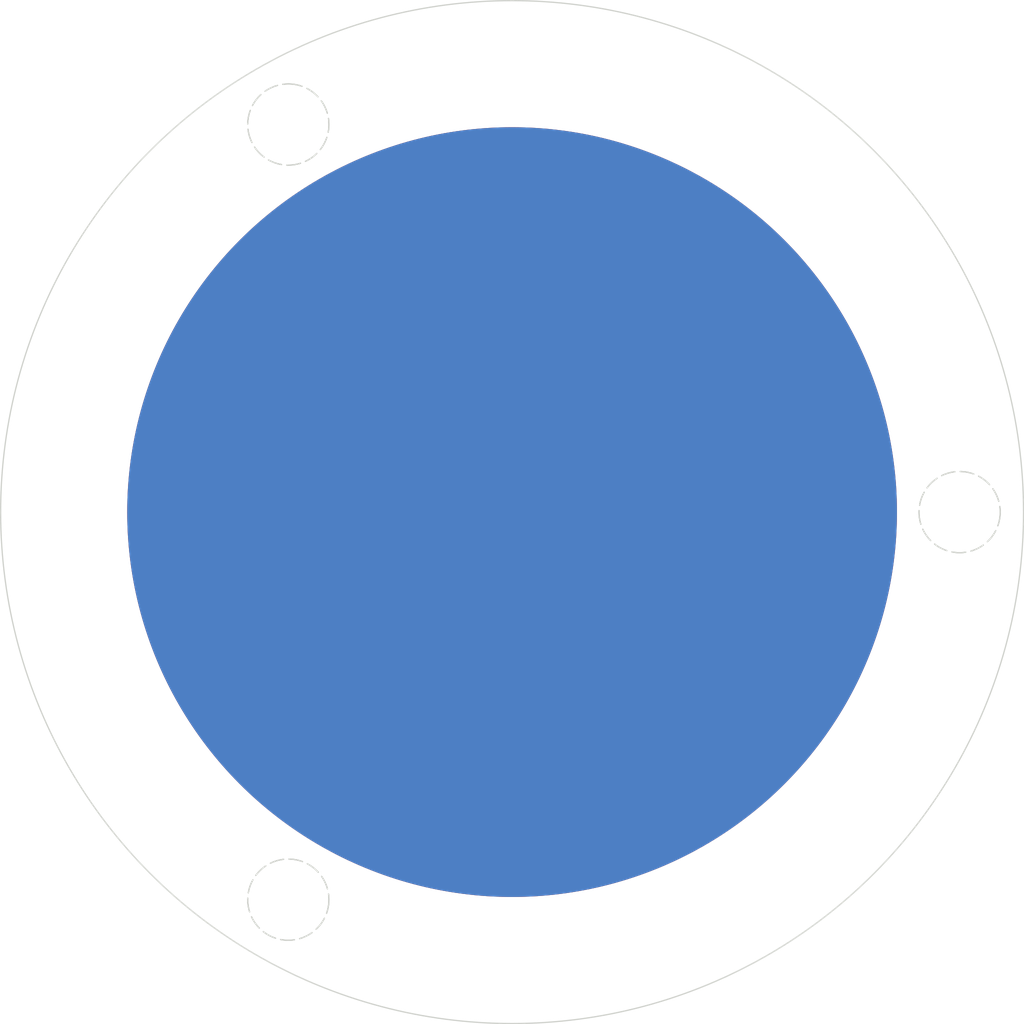
<source format=kicad_pcb>
(kicad_pcb (version 20221018) (generator pcbnew)
  (layers (0 "F.Cu" signal) (31 "B.Cu" signal) (44 "Edge.Cuts" user))
  (net 0 "")
  (footprint "GEM Holes:Gem Hole [Ring]" (layer "F.Cu") (at 118.6 84.2795))
  (footprint "GEM Holes:Gem Hole [Ring]" (layer "F.Cu") (at 140.6 118.22768))
  (footprint "GEM Holes:Gem Hole [Ring]" (layer "F.Cu") (at 129 116.14922))
  (footprint "GEM Holes:Gem Hole [Ring]" (layer "F.Cu") (at 104.6 107.14256))
  (footprint "GEM Holes:Gem Hole [Ring]" (layer "F.Cu") (at 131.4 89.82206))
  (footprint "GEM Holes:Gem Hole [Ring]" (layer "F.Cu") (at 116.2 123.07742))
  (footprint "GEM Holes:Gem Hole [Ring]" (layer "F.Cu") (at 109 109.22102))
  (footprint "GEM Holes:Gem Hole [Ring]" (layer "F.Cu") (at 107.8 118.22768))
  (footprint "GEM Holes:Gem Hole [Ring]" (layer "F.Cu") (at 135.8 107.14256))
  (footprint "GEM Holes:Gem Hole [Ring]" (layer "F.Cu") (at 133.4 73.8872))
  (footprint "GEM Holes:Gem Hole [Ring]" (layer "F.Cu") (at 143 97.44308))
  (footprint "GEM Holes:Gem Hole [Ring]" (layer "F.Cu") (at 129.8 116.14922))
  (footprint "GEM Holes:Gem Hole [Ring]" (layer "F.Cu") (at 148.2 102.29282))
  (footprint "GEM Holes:Gem Hole [Ring]" (layer "F.Cu") (at 137.8 84.2795))
  (footprint "GEM Holes:Gem Hole [Ring]" (layer "F.Cu") (at 112.6 116.84204))
  (footprint "GEM Holes:Gem Hole [Ring]" (layer "F.Cu") (at 117.8 109.22102))
  (footprint "GEM Holes:Gem Hole [Ring]" (layer "F.Cu") (at 130.6 113.37794))
  (footprint "GEM Holes:Gem Hole [Ring]" (layer "F.Cu") (at 132.6 126.54152))
  (footprint "GEM Holes:Gem Hole [Ring]" (layer "F.Cu") (at 109 91.2077))
  (footprint "GEM Holes:Gem Hole [Ring]" (layer "F.Cu") (at 112.2 116.14922))
  (footprint "GEM Holes:Gem Hole [Ring]" (layer "F.Cu") (at 121.4 118.22768))
  (footprint "GEM Holes:Gem Hole [Ring]" (layer "F.Cu") (at 127.4 117.53486))
  (footprint "GEM Holes:Gem Hole [Ring]" (layer "F.Cu") (at 103.4 109.22102))
  (footprint "GEM Holes:Gem Hole [Ring]" (layer "F.Cu") (at 120.6 98.82872))
  (footprint "GEM Holes:Gem Hole [Ring]" (layer "F.Cu") (at 147 86.35796))
  (footprint "GEM Holes:Gem Hole [Ring]" (layer "F.Cu") (at 140.6 119.61332))
  (footprint "GEM Holes:Gem Hole [Ring]" (layer "F.Cu") (at 151 108.5282))
  (footprint "GEM Holes:Gem Hole [Ring]" (layer "F.Cu") (at 111.4 91.2077))
  (footprint "GEM Holes:Gem Hole [Ring]" (layer "F.Cu") (at 115 79.42976))
  (footprint "GEM Holes:Gem Hole [Ring]" (layer "F.Cu") (at 142.2 109.91384))
  (footprint "GEM Holes:Gem Hole [Ring]" (layer "F.Cu") (at 131.4 128.61998))
  (footprint "GEM Holes:Gem Hole [Ring]" (layer "F.Cu") (at 122.2 80.8154))
  (footprint "GEM Holes:Gem Hole [Ring]" (layer "F.Cu") (at 113 114.76358))
  (footprint "GEM Holes:Gem Hole [Ring]" (layer "F.Cu") (at 107.8 114.07076))
  (footprint "GEM Holes:Gem Hole [Ring]" (layer "F.Cu") (at 128.2 82.89386))
  (footprint "GEM Holes:Gem Hole [Ring]" (layer "F.Cu") (at 131.4 103.67846))
  (footprint "GEM Holes:Gem Hole [Ring]" (layer "F.Cu") (at 138.6 74.58002))
  (footprint "GEM Holes:Gem Hole [Ring]" (layer "F.Cu") (at 103 115.4564))
  (footprint "GEM Holes:Gem Hole [Ring]" (layer "F.Cu") (at 115 83.58668))
  (footprint "GEM Holes:Gem Hole [Ring]" (layer "F.Cu") (at 127.8 90.51488))
  (footprint "GEM Holes:Gem Hole [Ring]" (layer "F.Cu") (at 116.6 94.6718))
  (footprint "GEM Holes:Gem Hole [Ring]" (layer "F.Cu") (at 133.8 117.53486))
  (footprint "GEM Holes:Gem Hole [Ring]" (layer "F.Cu") (at 113.4 123.77024))
  (footprint "GEM Holes:Gem Hole [Ring]" (layer "F.Cu") (at 130.6 84.2795))
  (footprint "GEM Holes:Gem Hole [Ring]" (layer "F.Cu") (at 142.2 83.58668))
  (footprint "GEM Holes:Gem Hole [Ring]" (layer "F.Cu") (at 137 109.22102))
  (footprint "GEM Holes:Gem Hole [Ring]" (layer "F.Cu") (at 120.2 106.44974))
  (footprint "GEM Holes:Gem Hole [Ring]" (layer "F.Cu") (at 132.6 107.14256))
  (footprint "GEM Holes:Gem Hole [Ring]" (layer "F.Cu") (at 115.4 87.05078))
  (footprint "GEM Holes:Gem Hole [Ring]" (layer "F.Cu") (at 109.8 81.50822))
  (footprint "GEM Holes:Gem Hole [Ring]" (layer "F.Cu") (at 102.2 98.82872))
  (footprint "GEM Holes:Gem Hole [Ring]" (layer "F.Cu") (at 110.2 93.28616))
  (footprint "GEM Holes:Gem Hole [Ring]" (layer "F.Cu") (at 136.6 102.98564))
  (footprint "GEM Holes:Gem Hole [Ring]" (layer "F.Cu") (at 126.6 75.96566))
  (footprint "GEM Holes:Gem Hole [Ring]" (layer "F.Cu") (at 128.2 123.07742))
  (footprint "GEM Holes:Gem Hole [Ring]" (layer "F.Cu") (at 117.4 91.90052))
  (footprint "GEM Holes:Gem Hole [Ring]" (layer "F.Cu") (at 119.8 82.20104))
  (footprint "GEM Holes:Gem Hole [Ring]" (layer "F.Cu") (at 139.4 75.96566))
  (footprint "GEM Holes:Gem Hole [Ring]" (layer "F.Cu") (at 124.2 117.53486))
  (footprint "GEM Holes:Gem Hole [Ring]" (layer "F.Cu") (at 122.2 82.20104))
  (footprint "GEM Holes:Gem Hole [Ring]" (layer "F.Cu") (at 106.2 116.84204))
  (footprint "GEM Holes:Gem Hole [Ring]" (layer "F.Cu") (at 135.8 73.8872))
  (footprint "GEM Holes:Gem Hole [Ring]" (layer "F.Cu") (at 127.8 79.42976))
  (footprint "GEM Holes:Gem Hole [Ring]" (layer "F.Cu") (at 100.6 94.6718))
  (footprint "GEM Holes:Gem Hole [Ring]" (layer "F.Cu") (at 138.6 106.44974))
  (footprint "GEM Holes:Gem Hole [Ring]" (layer "F.Cu") (at 140.6 101.6))
  (footprint "GEM Holes:Gem Hole [Ring]" (layer "F.Cu") (at 153.8 89.82206))
  (footprint "GEM Holes:Gem Hole [Ring]" (layer "F.Cu") (at 110.2 126.54152))
  (footprint "GEM Holes:Gem Hole [Ring]" (layer "F.Cu") (at 109.8 84.2795))
  (footprint "GEM Holes:Gem Hole [Ring]" (layer "F.Cu") (at 141.8 88.43642))
  (footprint "GEM Holes:Gem Hole [Ring]" (layer "F.Cu") (at 128.6 82.20104))
  (footprint "GEM Holes:Gem Hole [Ring]" (layer "F.Cu") (at 141.8 117.53486))
  (footprint "GEM Holes:Gem Hole [Ring]" (layer "F.Cu") (at 153.8 109.22102))
  (footprint "GEM Holes:Gem Hole [Ring]" (layer "F.Cu") (at 107.4 80.12258))
  (footprint "GEM Holes:Gem Hole [Ring]" (layer "F.Cu") (at 114.6 74.58002))
  (footprint "GEM Holes:Gem Hole [Ring]" (layer "F.Cu") (at 139.8 79.42976))
  (footprint "GEM Holes:Gem Hole [Ring]" (layer "F.Cu") (at 109.4 102.98564))
  (footprint "GEM Holes:Gem Hole [Ring]" (layer "F.Cu") (at 139 93.28616))
  (footprint "GEM Holes:Gem Hole [Ring]" (layer "F.Cu") (at 122.2 90.51488))
  (footprint "GEM Holes:Gem Hole [Ring]" (layer "F.Cu") (at 149.8 87.05078))
  (footprint "GEM Holes:Gem Hole [Ring]" (layer "F.Cu") (at 152.2 91.2077))
  (footprint "GEM Holes:Gem Hole [Ring]" (layer "F.Cu") (at 131.4 102.29282))
  (footprint "GEM Holes:Gem Hole [Ring]" (layer "F.Cu") (at 123.8 72.50156))
  (footprint "GEM Holes:Gem Hole [Ring]" (layer "F.Cu") (at 115.8 90.51488))
  (footprint "GEM Holes:Gem Hole [Ring]" (layer "F.Cu") (at 103.8 94.6718))
  (footprint "GEM Holes:Gem Hole [Ring]" (layer "F.Cu") (at 129.4 122.3846))
  (footprint "GEM Holes:Gem Hole [Ring]" (layer "F.Cu") (at 134.6 92.59334))
  (footprint "GEM Holes:Gem Hole [Ring]" (layer "F.Cu") (at 119.8 76.65848))
  (footprint "GEM Holes:Gem Hole [Ring]" (layer "F.Cu") (at 136.6 83.58668))
  (footprint "GEM Holes:Gem Hole [Ring]" (layer "F.Cu") (at 121.4 127.92716))
  (footprint "GEM Holes:Gem Hole [Ring]" (layer "F.Cu") (at 143 96.05744))
  (footprint "GEM Holes:Gem Hole [Ring]" (layer "F.Cu") (at 150.6 111.9923))
  (footprint "GEM Holes:Gem Hole [Ring]" (layer "F.Cu") (at 114.2 123.77024))
  (footprint "GEM Holes:Gem Hole [Ring]" (layer "F.Cu") (at 106.2 122.3846))
  (footprint "GEM Holes:Gem Hole [Ring]" (layer "F.Cu") (at 150.2 116.84204))
  (footprint "GEM Holes:Gem Hole [Ring]" (layer "F.Cu") (at 131.8 91.90052))
  (footprint "GEM Holes:Gem Hole [Ring]" (layer "F.Cu") (at 123.8 75.27284))
  (footprint "GEM Holes:Gem Hole [Ring]" (layer "F.Cu") (at 97.8 107.83538))
  (footprint "GEM Holes:Gem Hole [Ring]" (layer "F.Cu") (at 150.6 92.59334))
  (footprint "GEM Holes:Gem Hole [Ring]" (layer "F.Cu") (at 146.2 114.07076))
  (footprint "GEM Holes:Gem Hole [Ring]" (layer "F.Cu") (at 98.6 107.83538))
  (footprint "GEM Holes:Gem Hole [Ring]" (layer "F.Cu") (at 124.2 91.2077))
  (footprint "GEM Holes:Gem Hole [Ring]" (layer "F.Cu") (at 139.8 115.4564))
  (footprint "GEM Holes:Gem Hole [Ring]" (layer "F.Cu") (at 139.8 126.54152))
  (footprint "GEM Holes:Gem Hole [Ring]" (layer "F.Cu") (at 147.4 116.14922))
  (footprint "GEM Holes:Gem Hole [Ring]" (layer "F.Cu") (at 107.4 118.9205))
  (footprint "GEM Holes:Gem Hole [Ring]" (layer "F.Cu") (at 122.2 78.04412))
  (footprint "GEM Holes:Gem Hole [Ring]" (layer "F.Cu") (at 132.6 91.90052))
  (footprint "GEM Holes:Gem Hole [Ring]" (layer "F.Cu") (at 99.8 97.44308))
  (footprint "GEM Holes:Gem Hole [Ring]" (layer "F.Cu") (at 141.8 102.29282))
  (footprint "GEM Holes:Gem Hole [Ring]" (layer "F.Cu") (at 115 118.22768))
  (footprint "GEM Holes:Gem Hole [Ring]" (layer "F.Cu") (at 149 81.50822))
  (footprint "GEM Holes:Gem Hole [Ring]" (layer "F.Cu") (at 128.6 109.91384))
  (footprint "GEM Holes:Gem Hole [Ring]" (layer "F.Cu") (at 144.2 82.89386))
  (footprint "GEM Holes:Gem Hole [Ring]" (layer "F.Cu") (at 137.8 111.9923))
  (footprint "GEM Holes:Gem Hole [Ring]" (layer "F.Cu") (at 121.4 86.35796))
  (footprint "GEM Holes:Gem Hole [Ring]" (layer "F.Cu") (at 103.4 107.83538))
  (footprint "GEM Holes:Gem Hole [Ring]" (layer "F.Cu") (at 102.6 95.36462))
  (footprint "GEM Holes:Gem Hole [Ring]" (layer "F.Cu") (at 126.6 92.59334))
  (footprint "GEM Holes:Gem Hole [Ring]" (layer "F.Cu") (at 106.2 105.75692))
  (footprint "GEM Holes:Gem Hole [Ring]" (layer "F.Cu") (at 124.2 103.67846))
  (footprint "GEM Holes:Gem Hole [Ring]" (layer "F.Cu") (at 127.4 121.69178))
  (footprint "GEM Holes:Gem Hole [Ring]" (layer "F.Cu") (at 135.8 112.68512))
  (footprint "GEM Holes:Gem Hole [Ring]" (layer "F.Cu") (at 109.4 82.20104))
  (footprint "GEM Holes:Gem Hole [Ring]" (layer "F.Cu") (at 99.4 107.83538))
  (footprint "GEM Holes:Gem Hole [Ring]" (layer "F.Cu") (at 148.6 111.29948))
  (footprint "GEM Holes:Gem Hole [Ring]" (layer "F.Cu") (at 141.8 89.82206))
  (footprint "GEM Holes:Gem Hole [Ring]" (layer "F.Cu") (at 117.8 114.76358))
  (footprint "GEM Holes:Gem Hole [Ring]" (layer "F.Cu") (at 130.6 110.60666))
  (footprint "GEM Holes:Gem Hole [Ring]" (layer "F.Cu") (at 127.8 127.92716))
  (footprint "GEM Holes:Gem Hole [Ring]" (layer "F.Cu") (at 117 81.50822))
  (footprint "GEM Holes:Gem Hole [Ring]" (layer "F.Cu") (at 129.8 127.23434))
  (footprint "GEM Holes:Gem Hole [Ring]" (layer "F.Cu") (at 109 110.60666))
  (footprint "GEM Holes:Gem Hole [Ring]" (layer "F.Cu") (at 127 72.50156))
  (footprint "GEM Holes:Gem Hole [Ring]" (layer "F.Cu") (at 118.6 114.76358))
  (footprint "GEM Holes:Gem Hole [Ring]" (layer "F.Cu") (at 113 111.9923))
  (footprint "GEM Holes:Gem Hole [Ring]" (layer "F.Cu") (at 115.8 89.12924))
  (footprint "GEM Holes:Gem Hole [Ring]" (layer "F.Cu") (at 126.6 118.9205))
  (footprint "GEM Holes:Gem Hole [Ring]" (layer "F.Cu") (at 131.8 129.3128))
  (footprint "GEM Holes:Gem Hole [Ring]" (layer "F.Cu") (at 135 115.4564))
  (footprint "GEM Holes:Gem Hole [Ring]" (layer "F.Cu") (at 135 125.15588))
  (footprint "GEM Holes:Gem Hole [Ring]" (layer "F.Cu") (at 154.6 96.75026))
  (footprint "GEM Holes:Gem Hole [Ring]" (layer "F.Cu") (at 141.4 89.12924))
  (footprint "GEM Holes:Gem Hole [Ring]" (layer "F.Cu") (at 147.8 97.44308))
  (footprint "GEM Holes:Gem Hole [Ring]" (layer "F.Cu") (at 109.4 83.58668))
  (footprint "GEM Holes:Gem Hole [Ring]" (layer "F.Cu") (at 101 106.44974))
  (footprint "GEM Holes:Gem Hole [Ring]" (layer "F.Cu") (at 126.6 105.0641))
  (footprint "GEM Holes:Gem Hole [Ring]" (layer "F.Cu") (at 112.2 77.3513))
  (footprint "GEM Holes:Gem Hole [Ring]" (layer "F.Cu") (at 106.2 111.29948))
  (footprint "GEM Holes:Gem Hole [Ring]" (layer "F.Cu") (at 147.4 121.69178))
  (footprint "GEM Holes:Gem Hole [Ring]" (layer "F.Cu") (at 105.4 114.07076))
  (footprint "GEM Holes:Gem Hole [Ring]" (layer "F.Cu") (at 115.4 124.46306))
  (footprint "GEM Holes:Gem Hole [Ring]" (layer "F.Cu") (at 110.6 124.46306))
  (footprint "GEM Holes:Gem Hole [Ring]" (layer "F.Cu") (at 139 80.8154))
  (footprint "GEM Holes:Gem Hole [Ring]" (layer "F.Cu") (at 135.4 91.2077))
  (footprint "GEM Holes:Gem Hole [Ring]" (layer "F.Cu") (at 118.6 110.60666))
  (footprint "GEM Holes:Gem Hole [Ring]" (layer "F.Cu") (at 133.4 130.69844))
  (footprint "GEM Holes:Gem Hole [Ring]" (layer "F.Cu") (at 145 98.1359))
  (footprint "GEM Holes:Gem Hole [Ring]" (layer "F.Cu") (at 116.6 119.61332))
  (footprint "GEM Holes:Gem Hole [Ring]" (layer "F.Cu") (at 124.6 115.4564))
  (footprint "GEM Holes:Gem Hole [Ring]" (layer "F.Cu") (at 151.8 118.22768))
  (footprint "GEM Holes:Gem Hole [Ring]" (layer "F.Cu") (at 127 97.44308))
  (footprint "GEM Holes:Gem Hole [Ring]" (layer "F.Cu") (at 125.8 130.00562))
  (footprint "GEM Holes:Gem Hole [Ring]" (layer "F.Cu") (at 116.6 107.14256))
  (footprint "GEM Holes:Gem Hole [Ring]" (layer "F.Cu") (at 129 78.73694))
  (footprint "GEM Holes:Gem Hole [Ring]" (layer "F.Cu") (at 123.8 104.37128))
  (footprint "GEM Holes:Gem Hole [Ring]" (layer "F.Cu") (at 97.4 104.37128))
  (footprint "GEM Holes:Gem Hole [Ring]" (layer "F.Cu") (at 108.2 102.29282))
  (footprint "GEM Holes:Gem Hole [Ring]" (layer "F.Cu") (at 113.8 96.75026))
  (footprint "GEM Holes:Gem Hole [Ring]" (layer "F.Cu") (at 122.2 119.61332))
  (footprint "GEM Holes:Gem Hole [Ring]" (layer "F.Cu") (at 112.2 80.12258))
  (footprint "GEM Holes:Gem Hole [Ring]" (layer "F.Cu") (at 110.2 89.12924))
  (footprint "GEM Holes:Gem Hole [Ring]" (layer "F.Cu") (at 99.4 103.67846))
  (footprint "GEM Holes:Gem Hole [Ring]" (layer "F.Cu") (at 133 121.69178))
  (footprint "GEM Holes:Gem Hole [Ring]" (layer "F.Cu") (at 126.6 81.50822))
  (footprint "GEM Holes:Gem Hole [Ring]" (layer "F.Cu") (at 135 75.27284))
  (footprint "GEM Holes:Gem Hole [Ring]" (layer "F.Cu") (at 118.6 113.37794))
  (footprint "GEM Holes:Gem Hole [Ring]" (layer "F.Cu") (at 138.2 91.90052))
  (footprint "GEM Holes:Gem Hole [Ring]" (layer "F.Cu") (at 147.4 92.59334))
  (footprint "GEM Holes:Gem Hole [Ring]" (layer "F.Cu") (at 111 111.29948))
  (footprint "GEM Holes:Gem Hole [Ring]" (layer "F.Cu") (at 99.8 108.5282))
  (footprint "GEM Holes:Gem Hole [Ring]" (layer "F.Cu") (at 139 116.84204))
  (footprint "GEM Holes:Gem Hole [Ring]" (layer "F.Cu") (at 127.8 75.27284))
  (footprint "GEM Holes:Gem Hole [Ring]" (layer "F.Cu") (at 137 98.1359))
  (footprint "GEM Holes:Gem Hole [Ring]" (layer "F.Cu") (at 120.2 102.29282))
  (footprint "GEM Holes:Gem Hole [Ring]" (layer "F.Cu") (at 130.6 106.44974))
  (footprint "GEM Holes:Gem Hole [Ring]" (layer "F.Cu") (at 147 89.12924))
  (footprint "GEM Holes:Gem Hole [Ring]" (layer "F.Cu") (at 128.2 105.0641))
  (footprint "GEM Holes:Gem Hole [Ring]" (layer "F.Cu") (at 137.8 123.07742))
  (footprint "GEM Holes:Gem Hole [Ring]" (layer "F.Cu") (at 139 115.4564))
  (footprint "GEM Holes:Gem Hole [Ring]" (layer "F.Cu") (at 103.4 111.9923))
  (footprint "GEM Holes:Gem Hole [Ring]" (layer "F.Cu") (at 126.6 102.29282))
  (footprint "GEM Holes:Gem Hole [Ring]" (layer "F.Cu") (at 134.2 89.12924))
  (footprint "GEM Holes:Gem Hole [Ring]" (layer "F.Cu") (at 136.6 116.84204))
  (footprint "GEM Holes:Gem Hole [Ring]" (layer "F.Cu") (at 121.8 100.90718))
  (footprint "GEM Holes:Gem Hole [Ring]" (layer "F.Cu") (at 115 116.84204))
  (footprint "GEM Holes:Gem Hole [Ring]" (layer "F.Cu") (at 127 73.8872))
  (footprint "GEM Holes:Gem Hole [Ring]" (layer "F.Cu") (at 117 107.83538))
  (footprint "GEM Holes:Gem Hole [Ring]" (layer "F.Cu") (at 130.6 82.89386))
  (footprint "GEM Holes:Gem Hole [Ring]" (layer "F.Cu") (at 137.4 79.42976))
  (footprint "GEM Holes:Gem Hole [Ring]" (layer "F.Cu") (at 138.2 90.51488))
  (footprint "GEM Holes:Gem Hole [Ring]" (layer "F.Cu") (at 100.6 97.44308))
  (footprint "GEM Holes:Gem Hole [Ring]" (layer "F.Cu") (at 132.6 115.4564))
  (footprint "GEM Holes:Gem Hole [Ring]" (layer "F.Cu") (at 147.4 102.29282))
  (footprint "GEM Holes:Gem Hole [Ring]" (layer "F.Cu") (at 137 118.9205))
  (footprint "GEM Holes:Gem Hole [Ring]" (layer "F.Cu") (at 147.8 122.3846))
  (footprint "GEM Holes:Gem Hole [Ring]" (layer "F.Cu") (at 133.8 128.61998))
  (footprint "GEM Holes:Gem Hole [Ring]" (layer "F.Cu") (at 116.2 121.69178))
  (footprint "GEM Holes:Gem Hole [Ring]" (layer "F.Cu") (at 116.2 82.89386))
  (footprint "GEM Holes:Gem Hole [Ring]" (layer "F.Cu") (at 120.2 117.53486))
  (footprint "GEM Holes:Gem Hole [Ring]" (layer "F.Cu") (at 107.4 95.36462))
  (footprint "GEM Holes:Gem Hole [Ring]" (layer "F.Cu") (at 137.8 89.82206))
  (footprint "GEM Holes:Gem Hole [Ring]" (layer "F.Cu") (at 101.8 89.82206))
  (footprint "GEM Holes:Gem Hole [Ring]" (layer "F.Cu") (at 150.6 105.0641))
  (footprint "GEM Holes:Gem Hole [Ring]" (layer "F.Cu") (at 124.6 114.07076))
  (footprint "GEM Holes:Gem Hole [Ring]" (layer "F.Cu") (at 135.4 87.05078))
  (footprint "GEM Holes:Gem Hole [Ring]" (layer "F.Cu") (at 127 100.21436))
  (footprint "GEM Holes:Gem Hole [Ring]" (layer "F.Cu") (at 117.4 86.35796))
  (footprint "GEM Holes:Gem Hole [Ring]" (layer "F.Cu") (at 107 100.21436))
  (footprint "GEM Holes:Gem Hole [Ring]" (layer "F.Cu") (at 146.2 80.8154))
  (footprint "GEM Holes:Gem Hole [Ring]" (layer "F.Cu") (at 133 127.23434))
  (footprint "GEM Holes:Gem Hole [Ring]" (layer "F.Cu") (at 113.4 75.27284))
  (footprint "GEM Holes:Gem Hole [Ring]" (layer "F.Cu") (at 140.6 98.82872))
  (footprint "GEM Holes:Gem Hole [Ring]" (layer "F.Cu") (at 149.4 119.61332))
  (footprint "GEM Holes:Gem Hole [Ring]" (layer "F.Cu") (at 128.6 118.22768))
  (footprint "GEM Holes:Gem Hole [Ring]" (layer "F.Cu") (at 135.8 84.97232))
  (footprint "GEM Holes:Gem Hole [Ring]" (layer "F.Cu") (at 127.8 130.69844))
  (footprint "GEM Holes:Gem Hole [Ring]" (layer "F.Cu") (at 129 87.05078))
  (footprint "GEM Holes:Gem Hole [Ring]" (layer "F.Cu") (at 104.2 93.97898))
  (footprint "GEM Holes:Gem Hole [Ring]" (layer "F.Cu") (at 122.6 102.29282))
  (footprint "GEM Holes:Gem Hole [Ring]" (layer "F.Cu") (at 131.8 126.54152))
  (footprint "GEM Holes:Gem Hole [Ring]" (layer "F.Cu") (at 145.4 79.42976))
  (footprint "GEM Holes:Gem Hole [Ring]" (layer "F.Cu") (at 133 98.1359))
  (footprint "GEM Holes:Gem Hole [Ring]" (layer "F.Cu") (at 129.8 123.07742))
  (footprint "GEM Holes:Gem Hole [Ring]" (layer "F.Cu") (at 138.2 116.84204))
  (footprint "GEM Holes:Gem Hole [Ring]" (layer "F.Cu") (at 116.6 91.90052))
  (footprint "GEM Holes:Gem Hole [Ring]" (layer "F.Cu") (at 114.2 108.5282))
  (footprint "GEM Holes:Gem Hole [Ring]" (layer "F.Cu") (at 125.4 97.44308))
  (footprint "GEM Holes:Gem Hole [Ring]" (layer "F.Cu") (at 129.8 84.2795))
  (footprint "GEM Holes:Gem Hole [Ring]" (layer "F.Cu") (at 126.2 120.99896))
  (footprint "GEM Holes:Gem Hole [Ring]" (layer "F.Cu") (at 132.2 130.00562))
  (footprint "GEM Holes:Gem Hole [Ring]" (layer "F.Cu") (at 137.4 89.12924))
  (footprint "GEM Holes:Gem Hole [Ring]" (layer "F.Cu") (at 108.2 87.05078))
  (footprint "GEM Holes:Gem Hole [Ring]" (layer "F.Cu") (at 120.2 107.83538))
  (footprint "GEM Holes:Gem Hole [Ring]" (layer "F.Cu") (at 131 111.29948))
  (footprint "GEM Holes:Gem Hole [Ring]" (layer "F.Cu") (at 132.6 125.15588))
  (footprint "GEM Holes:Gem Hole [Ring]" (layer "F.Cu") (at 108.2 117.53486))
  (footprint "GEM Holes:Gem Hole [Ring]" (layer "F.Cu") (at 145 88.43642))
  (footprint "GEM Holes:Gem Hole [Ring]" (layer "F.Cu") (at 112.2 109.22102))
  (footprint "GEM Holes:Gem Hole [Ring]" (layer "F.Cu") (at 143.4 82.89386))
  (footprint "GEM Holes:Gem Hole [Ring]" (layer "F.Cu") (at 144.2 105.0641))
  (footprint "GEM Holes:Gem Hole [Ring]" (layer "F.Cu") (at 109 81.50822))
  (footprint "GEM Holes:Gem Hole [Ring]" (layer "F.Cu") (at 128.2 75.96566))
  (footprint "GEM Holes:Gem Hole [Ring]" (layer "F.Cu") (at 138.2 96.05744))
  (footprint "GEM Holes:Gem Hole [Ring]" (layer "F.Cu") (at 113.8 81.50822))
  (footprint "GEM Holes:Gem Hole [Ring]" (layer "F.Cu") (at 143.8 119.61332))
  (footprint "GEM Holes:Gem Hole [Ring]" (layer "F.Cu") (at 129 85.66514))
  (footprint "GEM Holes:Gem Hole [Ring]" (layer "F.Cu") (at 139.4 120.30614))
  (footprint "GEM Holes:Gem Hole [Ring]" (layer "F.Cu") (at 123.4 116.14922))
  (footprint "GEM Holes:Gem Hole [Ring]" (layer "F.Cu") (at 105 96.75026))
  (footprint "GEM Holes:Gem Hole [Ring]" (layer "F.Cu") (at 115.4 92.59334))
  (footprint "GEM Holes:Gem Hole [Ring]" (layer "F.Cu") (at 123 86.35796))
  (footprint "GEM Holes:Gem Hole [Ring]" (layer "F.Cu") (at 129.4 82.20104))
  (footprint "GEM Holes:Gem Hole [Ring]" (layer "F.Cu") (at 100.2 109.22102))
  (footprint "GEM Holes:Gem Hole [Ring]" (layer "F.Cu") (at 116.6 87.7436))
  (footprint "GEM Holes:Gem Hole [Ring]" (layer "F.Cu") (at 122.2 125.15588))
  (footprint "GEM Holes:Gem Hole [Ring]" (layer "F.Cu") (at 110.2 101.6))
  (footprint "GEM Holes:Gem Hole [Ring]" (layer "F.Cu") (at 104.2 88.43642))
  (footprint "GEM Holes:Gem Hole [Ring]" (layer "F.Cu") (at 137.8 128.61998))
  (footprint "GEM Holes:Gem Hole [Ring]" (layer "F.Cu") (at 145.8 116.14922))
  (footprint "GEM Holes:Gem Hole [Ring]" (layer "F.Cu") (at 108.2 111.9923))
  (footprint "GEM Holes:Gem Hole [Ring]" (layer "F.Cu") (at 141.8 113.37794))
  (footprint "GEM Holes:Gem Hole [Ring]" (layer "F.Cu") (at 132.6 76.65848))
  (footprint "GEM Holes:Gem Hole [Ring]" (layer "F.Cu") (at 134.6 87.05078))
  (footprint "GEM Holes:Gem Hole [Ring]" (layer "F.Cu") (at 112.6 98.82872))
  (footprint "GEM Holes:Gem Hole [Ring]" (layer "F.Cu") (at 147.8 104.37128))
  (footprint "GEM Holes:Gem Hole [Ring]" (layer "F.Cu") (at 135.8 125.15588))
  (footprint "GEM Holes:Gem Hole [Ring]" (layer "F.Cu") (at 109.8 89.82206))
  (footprint "GEM Holes:Gem Hole [Ring]" (layer "F.Cu") (at 132.2 102.29282))
  (footprint "GEM Holes:Gem Hole [Ring]" (layer "F.Cu") (at 114.6 123.07742))
  (footprint "GEM Holes:Gem Hole [Ring]" (layer "F.Cu") (at 109.4 109.91384))
  (footprint "GEM Holes:Gem Hole [Ring]" (layer "F.Cu") (at 119.4 111.9923))
  (footprint "GEM Holes:Gem Hole [Ring]" (layer "F.Cu") (at 101.4 108.5282))
  (footprint "GEM Holes:Gem Hole [Ring]" (layer "F.Cu") (at 149 98.1359))
  (footprint "GEM Holes:Gem Hole [Ring]" (layer "F.Cu") (at 127.4 114.76358))
  (footprint "GEM Holes:Gem Hole [Ring]" (layer "F.Cu") (at 139 75.27284))
  (footprint "GEM Holes:Gem Hole [Ring]" (layer "F.Cu") (at 109 88.43642))
  (footprint "GEM Holes:Gem Hole [Ring]" (layer "F.Cu") (at 133.4 118.22768))
  (footprint "GEM Holes:Gem Hole [Ring]" (layer "F.Cu") (at 120.6 80.8154))
  (footprint "GEM Holes:Gem Hole [Ring]" (layer "F.Cu") (at 141 116.14922))
  (footprint "GEM Holes:Gem Hole [Ring]" (layer "F.Cu") (at 153.4 104.37128))
  (footprint "GEM Holes:Gem Hole [Ring]" (layer "F.Cu") (at 130.2 89.12924))
  (footprint "GEM Holes:Gem Hole [Ring]" (layer "F.Cu") (at 107.4 110.60666))
  (footprint "GEM Holes:Gem Hole [Ring]" (layer "F.Cu") (at 153.4 89.12924))
  (footprint "GEM Holes:Gem Hole [Ring]" (layer "F.Cu") (at 139.8 97.44308))
  (footprint "GEM Holes:Gem Hole [Ring]" (layer "F.Cu") (at 119.4 88.43642))
  (footprint "GEM Holes:Gem Hole [Ring]" (layer "F.Cu") (at 142.2 104.37128))
  (footprint "GEM Holes:Gem Hole [Ring]" (layer "F.Cu") (at 121 121.69178))
  (footprint "GEM Holes:Gem Hole [Ring]" (layer "F.Cu") (at 129.4 72.50156))
  (footprint "GEM Holes:Gem Hole [Ring]" (layer "F.Cu") (at 110.2 91.90052))
  (footprint "GEM Holes:Gem Hole [Ring]" (layer "F.Cu") (at 117.8 93.97898))
  (footprint "GEM Holes:Gem Hole [Ring]" (layer "F.Cu") (at 126.2 79.42976))
  (footprint "GEM Holes:Gem Hole [Ring]" (layer "F.Cu") (at 123.4 128.61998))
  (footprint "GEM Holes:Gem Hole [Ring]" (layer "F.Cu") (at 115.8 125.15588))
  (footprint "GEM Holes:Gem Hole [Ring]" (layer "F.Cu") (at 107 104.37128))
  (footprint "GEM Holes:Gem Hole [Ring]" (layer "F.Cu") (at 124.6 96.05744))
  (footprint "GEM Holes:Gem Hole [Ring]" (layer "F.Cu") (at 140.2 109.22102))
  (footprint "GEM Holes:Gem Hole [Ring]" (layer "F.Cu") (at 139.8 89.12924))
  (footprint "GEM Holes:Gem Hole [Ring]" (layer "F.Cu") (at 139.4 98.1359))
  (footprint "GEM Holes:Gem Hole [Ring]" (layer "F.Cu") (at 127.4 110.60666))
  (footprint "GEM Holes:Gem Hole [Ring]" (layer "F.Cu") (at 114.2 104.37128))
  (footprint "GEM Holes:Gem Hole [Ring]" (layer "F.Cu") (at 137 77.3513))
  (footprint "GEM Holes:Gem Hole [Ring]" (layer "F.Cu") (at 131 101.6))
  (footprint "GEM Holes:Gem Hole [Ring]" (layer "F.Cu") (at 123 100.21436))
  (footprint "GEM Holes:Gem Hole [Ring]" (layer "F.Cu") (at 120.6 125.15588))
  (footprint "GEM Holes:Gem Hole [Ring]" (layer "F.Cu") (at 109 92.59334))
  (footprint "GEM Holes:Gem Hole [Ring]" (layer "F.Cu") (at 120.2 120.30614))
  (footprint "GEM Holes:Gem Hole [Ring]" (layer "F.Cu") (at 134.6 118.9205))
  (footprint "GEM Holes:Gem Hole [Ring]" (layer "F.Cu") (at 112.6 91.90052))
  (footprint "GEM Holes:Gem Hole [Ring]" (layer "F.Cu") (at 150.2 104.37128))
  (footprint "GEM Holes:Gem Hole [Ring]" (layer "F.Cu") (at 129.8 87.05078))
  (footprint "GEM Holes:Gem Hole [Ring]" (layer "F.Cu") (at 141 92.59334))
  (footprint "GEM Holes:Gem Hole [Ring]" (layer "F.Cu") (at 119.4 105.0641))
  (footprint "GEM Holes:Gem Hole [Ring]" (layer "F.Cu") (at 126.2 118.22768))
  (footprint "GEM Holes:Gem Hole [Ring]" (layer "F.Cu") (at 117.4 126.54152))
  (footprint "GEM Holes:Gem Hole [Ring]" (layer "F.Cu") (at 130.2 111.29948))
  (footprint "GEM Holes:Gem Hole [Ring]" (layer "F.Cu") (at 153.8 96.75026))
  (footprint "GEM Holes:Gem Hole [Ring]" (layer "F.Cu") (at 156.6 105.75692))
  (footprint "GEM Holes:Gem Hole [Ring]" (layer "F.Cu") (at 110.2 108.5282))
  (footprint "GEM Holes:Gem Hole [Ring]" (layer "F.Cu") (at 127 102.98564))
  (footprint "GEM Holes:Gem Hole [Ring]" (layer "F.Cu") (at 126.6 106.44974))
  (footprint "GEM Holes:Gem Hole [Ring]" (layer "F.Cu") (at 128.2 121.69178))
  (footprint "GEM Holes:Gem Hole [Ring]" (layer "F.Cu") (at 151 116.84204))
  (footprint "GEM Holes:Gem Hole [Ring]" (layer "F.Cu") (at 126.2 75.27284))
  (footprint "GEM Holes:Gem Hole [Ring]" (layer "F.Cu") (at 120.6 91.90052))
  (footprint "GEM Holes:Gem Hole [Ring]" (layer "F.Cu") (at 127.4 106.44974))
  (footprint "GEM Holes:Gem Hole [Ring]" (layer "F.Cu") (at 130.2 105.75692))
  (footprint "GEM Holes:Gem Hole [Ring]" (layer "F.Cu") (at 137.8 113.37794))
  (footprint "GEM Holes:Gem Hole [Ring]" (layer "F.Cu") (at 117 116.14922))
  (footprint "GEM Holes:Gem Hole [Ring]" (layer "F.Cu") (at 131.8 112.68512))
  (footprint "GEM Holes:Gem Hole [Ring]" (layer "F.Cu") (at 110.6 120.30614))
  (footprint "GEM Holes:Gem Hole [Ring]" (layer "F.Cu") (at 129 127.23434))
  (footprint "GEM Holes:Gem Hole [Ring]" (layer "F.Cu") (at 101.8 92.59334))
  (footprint "GEM Holes:Gem Hole [Ring]" (layer "F.Cu") (at 149.4 102.98564))
  (footprint "GEM Holes:Gem Hole [Ring]" (layer "F.Cu") (at 115.4 88.43642))
  (footprint "GEM Holes:Gem Hole [Ring]" (layer "F.Cu") (at 115 91.90052))
  (footprint "GEM Holes:Gem Hole [Ring]" (layer "F.Cu") (at 119.8 97.44308))
  (footprint "GEM Holes:Gem Hole [Ring]" (layer "F.Cu") (at 124.6 83.58668))
  (footprint "GEM Holes:Gem Hole [Ring]" (layer "F.Cu") (at 124.6 75.27284))
  (footprint "GEM Holes:Gem Hole [Ring]" (layer "F.Cu") (at 102.6 107.83538))
  (footprint "GEM Holes:Gem Hole [Ring]" (layer "F.Cu") (at 156.6 97.44308))
  (footprint "GEM Holes:Gem Hole [Ring]" (layer "F.Cu") (at 104.2 113.37794))
  (footprint "GEM Holes:Gem Hole [Ring]" (layer "F.Cu") (at 127.8 119.61332))
  (footprint "GEM Holes:Gem Hole [Ring]" (layer "F.Cu") (at 146.6 80.12258))
  (footprint "GEM Holes:Gem Hole [Ring]" (layer "F.Cu") (at 113.4 80.8154))
  (footprint "GEM Holes:Gem Hole [Ring]" (layer "F.Cu") (at 149.4 101.6))
  (footprint "GEM Holes:Gem Hole [Ring]" (layer "F.Cu") (at 150.2 119.61332))
  (footprint "GEM Holes:Gem Hole [Ring]" (layer "F.Cu") (at 147.4 105.0641))
  (footprint "GEM Holes:Gem Hole [Ring]" (layer "F.Cu") (at 102.2 108.5282))
  (footprint "GEM Holes:Gem Hole [Ring]" (layer "F.Cu") (at 137 124.46306))
  (footprint "GEM Holes:Gem Hole [Ring]" (layer "F.Cu") (at 131 89.12924))
  (footprint "GEM Holes:Gem Hole [Ring]" (layer "F.Cu") (at 125.8 103.67846))
  (footprint "GEM Holes:Gem Hole [Ring]" (layer "F.Cu") (at 127.4 89.82206))
  (footprint "GEM Holes:Gem Hole [Ring]" (layer "F.Cu") (at 153 103.67846))
  (footprint "GEM Holes:Gem Hole [Ring]" (layer "F.Cu") (at 125.8 80.12258))
  (footprint "GEM Holes:Gem Hole [Ring]" (layer "F.Cu") (at 127.4 124.46306))
  (footprint "GEM Holes:Gem Hole [Ring]" (layer "F.Cu") (at 129.4 126.54152))
  (footprint "GEM Holes:Gem Hole [Ring]" (layer "F.Cu") (at 102.6 109.22102))
  (footprint "GEM Holes:Gem Hole [Ring]" (layer "F.Cu") (at 105.8 103.67846))
  (footprint "GEM Holes:Gem Hole [Ring]" (layer "F.Cu") (at 149.4 87.7436))
  (footprint "GEM Holes:Gem Hole [Ring]" (layer "F.Cu") (at 112.6 107.14256))
  (footprint "GEM Holes:Gem Hole [Ring]" (layer "F.Cu") (at 135.4 109.22102))
  (footprint "GEM Holes:Gem Hole [Ring]" (layer "F.Cu") (at 142.2 79.42976))
  (footprint "GEM Holes:Gem Hole [Ring]" (layer "F.Cu") (at 155.4 95.36462))
  (footprint "GEM Holes:Gem Hole [Ring]" (layer "F.Cu") (at 101 88.43642))
  (footprint "GEM Holes:Gem Hole [Ring]" (layer "F.Cu") (at 127 93.28616))
  (footprint "GEM Holes:Gem Hole [Ring]" (layer "F.Cu") (at 104.2 103.67846))
  (footprint "GEM Holes:Gem Hole [Ring]" (layer "F.Cu") (at 105 100.90718))
  (footprint "GEM Holes:Gem Hole [Ring]" (layer "F.Cu") (at 99.8 104.37128))
  (footprint "GEM Holes:Gem Hole [Ring]" (layer "F.Cu") (at 117.8 113.37794))
  (footprint "GEM Holes:Gem Hole [Ring]" (layer "F.Cu") (at 112.2 121.69178))
  (footprint "GEM Holes:Gem Hole [Ring]" (layer "F.Cu") (at 122.2 112.68512))
  (footprint "GEM Holes:Gem Hole [Ring]" (layer "F.Cu") (at 114.2 76.65848))
  (footprint "GEM Holes:Gem Hole [Ring]" (layer "F.Cu") (at 111 102.98564))
  (footprint "GEM Holes:Gem Hole [Ring]" (layer "F.Cu") (at 133.4 98.82872))
  (footprint "GEM Holes:Gem Hole [Ring]" (layer "F.Cu") (at 122.2 94.6718))
  (footprint "GEM Holes:Gem Hole [Ring]" (layer "F.Cu") (at 105.4 122.3846))
  (footprint "GEM Holes:Gem Hole [Ring]" (layer "F.Cu") (at 115 93.28616))
  (footprint "GEM Holes:Gem Hole [Ring]" (layer "F.Cu") (at 121.4 125.15588))
  (footprint "GEM Holes:Gem Hole [Ring]" (layer "F.Cu") (at 151.8 84.97232))
  (footprint "GEM Holes:Gem Hole [Ring]" (layer "F.Cu") (at 111.4 116.14922))
  (footprint "GEM Holes:Gem Hole [Ring]" (layer "F.Cu") (at 111 78.04412))
  (footprint "GEM Holes:Gem Hole [Ring]" (layer "F.Cu") (at 137.8 105.0641))
  (footprint "GEM Holes:Gem Hole [Ring]" (layer "F.Cu") (at 101.4 86.35796))
  (footprint "GEM Holes:Gem Hole [Ring]" (layer "F.Cu") (at 138.2 73.8872))
  (footprint "GEM Holes:Gem Hole [Ring]" (layer "F.Cu") (at 109.4 79.42976))
  (footprint "GEM Holes:Gem Hole [Ring]" (layer "F.Cu") (at 137.4 98.82872))
  (footprint "GEM Holes:Gem Hole [Ring]" (layer "F.Cu") (at 149 100.90718))
  (footprint "GEM Holes:Gem Hole [Ring]" (layer "F.Cu") (at 123 90.51488))
  (footprint "GEM Holes:Gem Hole [Ring]" (layer "F.Cu") (at 144.6 100.21436))
  (footprint "GEM Holes:Gem Hole [Ring]" (layer "F.Cu") (at 142.2 115.4564))
  (footprint "GEM Holes:Gem Hole [Ring]" (layer "F.Cu") (at 116.2 85.66514))
  (footprint "GEM Holes:Gem Hole [Ring]" (layer "F.Cu") (at 148.2 99.52154))
  (footprint "GEM Holes:Gem Hole [Ring]" (layer "F.Cu") (at 106.2 98.82872))
  (footprint "GEM Holes:Gem Hole [Ring]" (layer "F.Cu") (at 127.8 102.98564))
  (footprint "GEM Holes:Gem Hole [Ring]" (layer "F.Cu") (at 130.2 119.61332))
  (footprint "GEM Holes:Gem Hole [Ring]" (layer "F.Cu") (at 111.8 105.75692))
  (footprint "GEM Holes:Gem Hole [Ring]" (layer "F.Cu") (at 145.4 105.75692))
  (footprint "GEM Holes:Gem Hole [Ring]" (layer "F.Cu") (at 149.4 114.07076))
  (footprint "GEM Holes:Gem Hole [Ring]" (layer "F.Cu") (at 117.8 124.46306))
  (footprint "GEM Holes:Gem Hole [Ring]" (layer "F.Cu") (at 111.4 96.75026))
  (footprint "GEM Holes:Gem Hole [Ring]" (layer "F.Cu") (at 137.4 90.51488))
  (footprint "GEM Holes:Gem Hole [Ring]" (layer "F.Cu") (at 116.6 120.99896))
  (footprint "GEM Holes:Gem Hole [Ring]" (layer "F.Cu") (at 134.6 110.60666))
  (footprint "GEM Holes:Gem Hole [Ring]" (layer "F.Cu") (at 134.6 81.50822))
  (footprint "GEM Holes:Gem Hole [Ring]" (layer "F.Cu") (at 138.2 112.68512))
  (footprint "GEM Holes:Gem Hole [Ring]" (layer "F.Cu") (at 139.4 93.97898))
  (footprint "GEM Holes:Gem Hole [Ring]" (layer "F.Cu") (at 124.6 116.84204))
  (footprint "GEM Holes:Gem Hole [Ring]" (layer "F.Cu") (at 112.6 104.37128))
  (footprint "GEM Holes:Gem Hole [Ring]" (layer "F.Cu") (at 107 120.99896))
  (footprint "GEM Holes:Gem Hole [Ring]" (layer "F.Cu") (at 110.2 114.07076))
  (footprint "GEM Holes:Gem Hole [Ring]" (layer "F.Cu") (at 143.8 78.04412))
  (footprint "GEM Holes:Gem Hole [Ring]" (layer "F.Cu") (at 125.4 80.8154))
  (footprint "GEM Holes:Gem Hole [Ring]" (layer "F.Cu") (at 144.6 112.68512))
  (footprint "GEM Holes:Gem Hole [Ring]" (layer "F.Cu") (at 121.8 118.9205))
  (footprint "GEM Holes:Gem Hole [Ring]" (layer "F.Cu") (at 126.6 96.75026))
  (footprint "GEM Holes:Gem Hole [Ring]" (layer "F.Cu") (at 127 109.91384))
  (footprint "GEM Holes:Gem Hole [Ring]" (layer "F.Cu") (at 108.6 112.68512))
  (footprint "GEM Holes:Gem Hole [Ring]" (layer "F.Cu") (at 124.6 80.8154))
  (footprint "GEM Holes:Gem Hole [Ring]" (layer "F.Cu") (at 134.2 83.58668))
  (footprint "GEM Holes:Gem Hole [Ring]" (layer "F.Cu") (at 141.4 79.42976))
  (footprint "GEM Holes:Gem Hole [Ring]" (layer "F.Cu") (at 115.8 86.35796))
  (footprint "GEM Holes:Gem Hole [Ring]" (layer "F.Cu") (at 105.8 89.82206))
  (footprint "GEM Holes:Gem Hole [Ring]" (layer "F.Cu") (at 155.8 100.21436))
  (footprint "GEM Holes:Gem Hole [Ring]" (layer "F.Cu") (at 126.6 111.9923))
  (footprint "GEM Holes:Gem Hole [Ring]" (layer "F.Cu") (at 143.8 86.35796))
  (footprint "GEM Holes:Gem Hole [Ring]" (layer "F.Cu") (at 146.6 111.9923))
  (footprint "GEM Holes:Gem Hole [Ring]" (layer "F.Cu") (at 132.6 127.92716))
  (footprint "GEM Holes:Gem Hole [Ring]" (layer "F.Cu") (at 145 96.75026))
  (footprint "GEM Holes:Gem Hole [Ring]" (layer "F.Cu") (at 137.4 87.7436))
  (footprint "GEM Holes:Gem Hole [Ring]" (layer "F.Cu") (at 149.8 117.53486))
  (footprint "GEM Holes:Gem Hole [Ring]" (layer "F.Cu") (at 102.6 98.1359))
  (footprint "GEM Holes:Gem Hole [Ring]" (layer "F.Cu") (at 127.4 71.80874))
  (footprint "GEM Holes:Gem Hole [Ring]" (layer "F.Cu") (at 130.6 88.43642))
  (footprint "GEM Holes:Gem Hole [Ring]" (layer "F.Cu") (at 130.6 96.75026))
  (footprint "GEM Holes:Gem Hole [Ring]" (layer "F.Cu") (at 124.6 129.3128))
  (footprint "GEM Holes:Gem Hole [Ring]" (layer "F.Cu") (at 149.4 82.20104))
  (footprint "GEM Holes:Gem Hole [Ring]" (layer "F.Cu") (at 143 79.42976))
  (footprint "GEM Holes:Gem Hole [Ring]" (layer "F.Cu") (at 131 75.27284))
  (footprint "GEM Holes:Gem Hole [Ring]" (layer "F.Cu") (at 104.2 91.2077))
  (footprint "GEM Holes:Gem Hole [Ring]" (layer "F.Cu") (at 119.4 98.1359))
  (footprint "GEM Holes:Gem Hole [Ring]" (layer "F.Cu") (at 137.4 86.35796))
  (footprint "GEM Holes:Gem Hole [Ring]" (layer "F.Cu") (at 122.6 99.52154))
  (footprint "GEM Holes:Gem Hole [Ring]" (layer "F.Cu") (at 113.4 76.65848))
  (footprint "GEM Holes:Gem Hole [Ring]" (layer "F.Cu") (at 130.2 72.50156))
  (footprint "GEM Holes:Gem Hole [Ring]" (layer "F.Cu") (at 109 123.07742))
  (footprint "GEM Holes:Gem Hole [Ring]" (layer "F.Cu") (at 115.4 118.9205))
  (footprint "GEM Holes:Gem Hole [Ring]" (layer "F.Cu") (at 136.2 111.9923))
  (footprint "GEM Holes:Gem Hole [Ring]" (layer "F.Cu") (at 146.6 113.37794))
  (footprint "GEM Holes:Gem Hole [Ring]" (layer "F.Cu") (at 145.4 86.35796))
  (footprint "GEM Holes:Gem Hole [Ring]" (layer "F.Cu") (at 125.4 115.4564))
  (footprint "GEM Holes:Gem Hole [Ring]" (layer "F.Cu") (at 139 102.98564))
  (footprint "GEM Holes:Gem Hole [Ring]" (layer "F.Cu") (at 123.8 79.42976))
  (footprint "GEM Holes:Gem Hole [Ring]" (layer "F.Cu") (at 139 104.37128))
  (footprint "GEM Holes:Gem Hole [Ring]" (layer "F.Cu") (at 117.4 79.42976))
  (footprint "GEM Holes:Gem Hole [Ring]" (layer "F.Cu") (at 136.2 96.75026))
  (footprint "GEM Holes:Gem Hole [Ring]" (layer "F.Cu") (at 110.6 92.59334))
  (footprint "GEM Holes:Gem Hole [Ring]" (layer "F.Cu") (at 125 105.0641))
  (footprint "GEM Holes:Gem Hole [Ring]" (layer "F.Cu") (at 114.6 96.75026))
  (footprint "GEM Holes:Gem Hole [Ring]" (layer "F.Cu") (at 128.2 116.14922))
  (footprint "GEM Holes:Gem Hole [Ring]" (layer "F.Cu") (at 98.6 98.1359))
  (footprint "GEM Holes:Gem Hole [Ring]" (layer "F.Cu") (at 115.8 96.05744))
  (footprint "GEM Holes:Gem Hole [Ring]" (layer "F.Cu") (at 122.2 129.3128))
  (footprint "GEM Holes:Gem Hole [Ring]" (layer "F.Cu") (at 121.8 80.12258))
  (footprint "GEM Holes:Gem Hole [Ring]" (layer "F.Cu") (at 153.8 93.97898))
  (footprint "GEM Holes:Gem Hole [Ring]" (layer "F.Cu") (at 141.8 84.2795))
  (footprint "GEM Holes:Gem Hole [Ring]" (layer "F.Cu") (at 108.6 120.99896))
  (footprint "GEM Holes:Gem Hole [Ring]" (layer "F.Cu") (at 139.8 93.28616))
  (footprint "GEM Holes:Gem Hole [Ring]" (layer "F.Cu") (at 111 109.91384))
  (footprint "GEM Holes:Gem Hole [Ring]" (layer "F.Cu") (at 121.8 77.3513))
  (footprint "GEM Holes:Gem Hole [Ring]" (layer "F.Cu") (at 115.4 107.83538))
  (footprint "GEM Holes:Gem Hole [Ring]" (layer "F.Cu") (at 144.6 97.44308))
  (footprint "GEM Holes:Gem Hole [Ring]" (layer "F.Cu") (at 107 114.07076))
  (footprint "GEM Holes:Gem Hole [Ring]" (layer "F.Cu") (at 142.6 114.76358))
  (footprint "GEM Holes:Gem Hole [Ring]" (layer "F.Cu") (at 152.2 88.43642))
  (footprint "GEM Holes:Gem Hole [Ring]" (layer "F.Cu") (at 116.2 89.82206))
  (footprint "GEM Holes:Gem Hole [Ring]" (layer "F.Cu") (at 113.4 120.99896))
  (footprint "GEM Holes:Gem Hole [Ring]" (layer "F.Cu") (at 141 89.82206))
  (footprint "GEM Holes:Gem Hole [Ring]" (layer "F.Cu") (at 117 120.30614))
  (footprint "GEM Holes:Gem Hole [Ring]" (layer "F.Cu") (at 147.4 114.76358))
  (footprint "GEM Holes:Gem Hole [Ring]" (layer "F.Cu") (at 141.8 106.44974))
  (footprint "GEM Holes:Gem Hole [Ring]" (layer "F.Cu") (at 127.8 112.68512))
  (footprint "GEM Holes:Gem Hole [Ring]" (layer "F.Cu") (at 118.2 115.4564))
  (footprint "GEM Holes:Gem Hole [Ring]" (layer "F.Cu") (at 125.4 126.54152))
  (footprint "GEM Holes:Gem Hole [Ring]" (layer "F.Cu") (at 130.2 82.20104))
  (footprint "GEM Holes:Gem Hole [Ring]" (layer "F.Cu") (at 141 80.12258))
  (footprint "GEM Holes:Gem Hole [Ring]" (layer "F.Cu") (at 107 112.68512))
  (footprint "GEM Holes:Gem Hole [Ring]" (layer "F.Cu") (at 146.2 96.05744))
  (footprint "GEM Holes:Gem Hole [Ring]" (layer "F.Cu") (at 120.2 118.9205))
  (footprint "GEM Holes:Gem Hole [Ring]" (layer "F.Cu") (at 106.6 118.9205))
  (footprint "GEM Holes:Gem Hole [Ring]" (layer "F.Cu") (at 117 87.05078))
  (footprint "GEM Holes:Gem Hole [Ring]" (layer "F.Cu") (at 145 117.53486))
  (footprint "GEM Holes:Gem Hole [Ring]" (layer "F.Cu") (at 129 130.00562))
  (footprint "GEM Holes:Gem Hole [Ring]" (layer "F.Cu") (at 142.6 116.14922))
  (footprint "GEM Holes:Gem Hole [Ring]" (layer "F.Cu") (at 139.8 127.92716))
  (footprint "GEM Holes:Gem Hole [Ring]" (layer "F.Cu") (at 113 116.14922))
  (footprint "GEM Holes:Gem Hole [Ring]" (layer "F.Cu") (at 142.2 108.5282))
  (footprint "GEM Holes:Gem Hole [Ring]" (layer "F.Cu") (at 138.6 125.8487))
  (footprint "GEM Holes:Gem Hole [Ring]" (layer "F.Cu") (at 107.8 96.05744))
  (footprint "GEM Holes:Gem Hole [Ring]" (layer "F.Cu") (at 142.6 124.46306))
  (footprint "GEM Holes:Gem Hole [Ring]" (layer "F.Cu") (at 103 94.6718))
  (footprint "GEM Holes:Gem Hole [Ring]" (layer "F.Cu") (at 107.8 79.42976))
  (footprint "GEM Holes:Gem Hole [Ring]" (layer "F.Cu") (at 128.2 128.61998))
  (footprint "GEM Holes:Gem Hole [Ring]" (layer "F.Cu") (at 120.2 128.61998))
  (footprint "GEM Holes:Gem Hole [Ring]" (layer "F.Cu") (at 121.4 90.51488))
  (footprint "GEM Holes:Gem Hole [Ring]" (layer "F.Cu") (at 126.2 93.28616))
  (footprint "GEM Holes:Gem Hole [Ring]" (layer "F.Cu") (at 151.4 92.59334))
  (footprint "GEM Holes:Gem Hole [Ring]" (layer "F.Cu") (at 108.2 103.67846))
  (footprint "GEM Holes:Gem Hole [Ring]" (layer "F.Cu") (at 125.4 86.35796))
  (footprint "GEM Holes:Gem Hole [Ring]" (layer "F.Cu") (at 116.6 126.54152))
  (footprint "GEM Holes:Gem Hole [Ring]" (layer "F.Cu") (at 98.2 105.75692))
  (footprint "GEM Holes:Gem Hole [Ring]" (layer "F.Cu") (at 111 118.22768))
  (footprint "GEM Holes:Gem Hole [Ring]" (layer "F.Cu") (at 100.6 90.51488))
  (footprint "GEM Holes:Gem Hole [Ring]" (layer "F.Cu") (at 124.6 123.77024))
  (footprint "GEM Holes:Gem Hole [Ring]" (layer "F.Cu") (at 119 90.51488))
  (footprint "GEM Holes:Gem Hole [Ring]" (layer "F.Cu") (at 133.4 122.3846))
  (footprint "GEM Holes:Gem Hole [Ring]" (layer "F.Cu") (at 130.2 129.3128))
  (footprint "GEM Holes:Gem Hole [Ring]" (layer "F.Cu") (at 139 94.6718))
  (footprint "GEM Holes:Gem Hole [Ring]" (layer "F.Cu") (at 121.8 120.30614))
  (footprint "GEM Holes:Gem Hole [Ring]" (layer "F.Cu") (at 134.6 99.52154))
  (footprint "GEM Holes:Gem Hole [Ring]" (layer "F.Cu") (at 134.2 72.50156))
  (footprint "GEM Holes:Gem Hole [Ring]" (layer "F.Cu") (at 117.8 73.19438))
  (footprint "GEM Holes:Gem Hole [Ring]" (layer "F.Cu") (at 102.6 116.14922))
  (footprint "GEM Holes:Gem Hole [Ring]" (layer "F.Cu") (at 113.4 111.29948))
  (footprint "GEM Holes:Gem Hole [Ring]" (layer "F.Cu") (at 127 116.84204))
  (footprint "GEM Holes:Gem Hole [Ring]" (layer "F.Cu") (at 128.6 84.97232))
  (footprint "GEM Holes:Gem Hole [Ring]" (layer "F.Cu") (at 108.6 91.90052))
  (footprint "GEM Holes:Gem Hole [Ring]" (layer "F.Cu") (at 132.2 91.2077))
  (footprint "GEM Holes:Gem Hole [Ring]" (layer "F.Cu") (at 126.2 84.97232))
  (footprint "GEM Holes:Gem Hole [Ring]" (layer "F.Cu") (at 120.6 79.42976))
  (footprint "GEM Holes:Gem Hole [Ring]" (layer "F.Cu") (at 112.6 82.20104))
  (footprint "GEM Holes:Gem Hole [Ring]" (layer "F.Cu") (at 121.8 113.37794))
  (footprint "GEM Holes:Gem Hole [Ring]" (layer "F.Cu") (at 116.6 78.04412))
  (footprint "GEM Holes:Gem Hole [Ring]" (layer "F.Cu") (at 119.4 91.2077))
  (footprint "GEM Holes:Gem Hole [Ring]" (layer "F.Cu") (at 130.2 115.4564))
  (footprint "GEM Holes:Gem Hole [Ring]" (layer "F.Cu") (at 108.6 87.7436))
  (footprint "GEM Holes:Gem Hole [Ring]" (layer "F.Cu") (at 117 110.60666))
  (footprint "GEM Holes:Gem Hole [Ring]" (layer "F.Cu") (at 144.6 109.91384))
  (footprint "GEM Holes:Gem Hole [Ring]" (layer "F.Cu") (at 143 91.90052))
  (footprint "GEM Holes:Gem Hole [Ring]" (layer "F.Cu") (at 135.4 103.67846))
  (footprint "GEM Holes:Gem Hole [Ring]" (layer "F.Cu") (at 111.8 79.42976))
  (footprint "GEM Holes:Gem Hole [Ring]" (layer "F.Cu") (at 124.2 111.9923))
  (footprint "GEM Holes:Gem Hole [Ring]" (layer "F.Cu") (at 123 98.82872))
  (footprint "GEM Holes:Gem Hole [Ring]" (layer "F.Cu") (at 128.2 130.00562))
  (footprint "GEM Holes:Gem Hole [Ring]" (layer "F.Cu") (at 112.6 120.99896))
  (footprint "GEM Holes:Gem Hole [Ring]" (layer "F.Cu") (at 118.2 84.97232))
  (footprint "GEM Holes:Gem Hole [Ring]" (layer "F.Cu") (at 121 77.3513))
  (footprint "GEM Holes:Gem Hole [Ring]" (layer "F.Cu") (at 133.8 127.23434))
  (footprint "GEM Holes:Gem Hole [Ring]" (layer "F.Cu") (at 125.4 89.12924))
  (footprint "GEM Holes:Gem Hole [Ring]" (layer "F.Cu") (at 132.6 90.51488))
  (footprint "GEM Holes:Gem Hole [Ring]" (layer "F.Cu") (at 125 99.52154))
  (footprint "GEM Holes:Gem Hole [Ring]" (layer "F.Cu") (at 132.6 79.42976))
  (footprint "GEM Holes:Gem Hole [Ring]" (layer "F.Cu") (at 130.2 75.27284))
  (footprint "GEM Holes:Gem Hole [Ring]" (layer "F.Cu") (at 120.2 100.90718))
  (footprint "GEM Holes:Gem Hole [Ring]" (layer "F.Cu") (at 112.6 90.51488))
  (footprint "GEM Holes:Gem Hole [Ring]" (layer "F.Cu") (at 123.8 78.04412))
  (footprint "GEM Holes:Gem Hole [Ring]" (layer "F.Cu") (at 131 82.20104))
  (footprint "GEM Holes:Gem Hole [Ring]" (layer "F.Cu") (at 134.6 95.36462))
  (footprint "GEM Holes:Gem Hole [Ring]" (layer "F.Cu") (at 140.6 127.92716))
  (footprint "GEM Holes:Gem Hole [Ring]" (layer "F.Cu") (at 140.2 85.66514))
  (footprint "GEM Holes:Gem Hole [Ring]" (layer "F.Cu") (at 107 96.05744))
  (footprint "GEM Holes:Gem Hole [Ring]" (layer "F.Cu") (at 121 100.90718))
  (footprint "GEM Holes:Gem Hole [Ring]" (layer "F.Cu") (at 145 116.14922))
  (footprint "GEM Holes:Gem Hole [Ring]" (layer "F.Cu") (at 119.8 86.35796))
  (footprint "GEM Holes:Gem Hole [Ring]" (layer "F.Cu") (at 115.8 114.07076))
  (footprint "GEM Holes:Gem Hole [Ring]" (layer "F.Cu") (at 125.8 102.29282))
  (footprint "GEM Holes:Gem Hole [Ring]" (layer "F.Cu") (at 99.8 94.6718))
  (footprint "GEM Holes:Gem Hole [Ring]" (layer "F.Cu") (at 115.4 100.90718))
  (footprint "GEM Holes:Gem Hole [Ring]" (layer "F.Cu") (at 137.8 98.1359))
  (footprint "GEM Holes:Gem Hole [Ring]" (layer "F.Cu") (at 106.2 101.6))
  (footprint "GEM Holes:Gem Hole [Ring]" (layer "F.Cu") (at 148.6 90.51488))
  (footprint "GEM Holes:Gem Hole [Ring]" (layer "F.Cu") (at 98.2 104.37128))
  (footprint "GEM Holes:Gem Hole [Ring]" (layer "F.Cu") (at 133.4 86.35796))
  (footprint "GEM Holes:Gem Hole [Ring]" (layer "F.Cu") (at 112.6 86.35796))
  (footprint "GEM Holes:Gem Hole [Ring]" (layer "F.Cu") (at 105.8 109.22102))
  (footprint "GEM Holes:Gem Hole [Ring]" (layer "F.Cu") (at 127 80.8154))
  (footprint "GEM Holes:Gem Hole [Ring]" (layer "F.Cu") (at 99 93.28616))
  (footprint "GEM Holes:Gem Hole [Ring]" (layer "F.Cu") (at 136.2 128.61998))
  (footprint "GEM Holes:Gem Hole [Ring]" (layer "F.Cu") (at 147.4 89.82206))
  (footprint "GEM Holes:Gem Hole [Ring]" (layer "F.Cu") (at 138.2 104.37128))
  (footprint "GEM Holes:Gem Hole [Ring]" (layer "F.Cu") (at 132.2 89.82206))
  (footprint "GEM Holes:Gem Hole [Ring]" (layer "F.Cu") (at 143.4 92.59334))
  (footprint "GEM Holes:Gem Hole [Ring]" (layer "F.Cu") (at 114.6 82.89386))
  (footprint "GEM Holes:Gem Hole [Ring]" (layer "F.Cu") (at 111 80.8154))
  (footprint "GEM Holes:Gem Hole [Ring]" (layer "F.Cu") (at 144.6 90.51488))
  (footprint "GEM Holes:Gem Hole [Ring]" (layer "F.Cu") (at 99.8 89.12924))
  (footprint "GEM Holes:Gem Hole [Ring]" (layer "F.Cu") (at 141.4 119.61332))
  (footprint "GEM Holes:Gem Hole [Ring]" (layer "F.Cu") (at 145.4 97.44308))
  (footprint "GEM Holes:Gem Hole [Ring]" (layer "F.Cu") (at 147 83.58668))
  (footprint "GEM Holes:Gem Hole [Ring]" (layer "F.Cu") (at 133.4 87.7436))
  (footprint "GEM Holes:Gem Hole [Ring]" (layer "F.Cu") (at 100.2 110.60666))
  (footprint "GEM Holes:Gem Hole [Ring]" (layer "F.Cu") (at 136.6 118.22768))
  (footprint "GEM Holes:Gem Hole [Ring]" (layer "F.Cu") (at 136.6 78.04412))
  (footprint "GEM Holes:Gem Hole [Ring]" (layer "F.Cu") (at 119 83.58668))
  (footprint "GEM Holes:Gem Hole [Ring]" (layer "F.Cu") (at 120.2 80.12258))
  (footprint "GEM Holes:Gem Hole [Ring]" (layer "F.Cu") (at 143.8 101.6))
  (footprint "GEM Holes:Gem Hole [Ring]" (layer "F.Cu") (at 117 114.76358))
  (footprint "GEM Holes:Gem Hole [Ring]" (layer "F.Cu") (at 119.8 102.98564))
  (footprint "GEM Holes:Gem Hole [Ring]" (layer "F.Cu") (at 139.8 101.6))
  (footprint "GEM Holes:Gem Hole [Ring]" (layer "F.Cu") (at 108.2 118.9205))
  (footprint "GEM Holes:Gem Hole [Ring]" (layer "F.Cu") (at 136.6 114.07076))
  (footprint "GEM Holes:Gem Hole [Ring]" (layer "F.Cu") (at 118.6 73.19438))
  (footprint "GEM Holes:Gem Hole [Ring]" (layer "F.Cu") (at 114.6 93.97898))
  (footprint "GEM Holes:Gem Hole [Ring]" (layer "F.Cu") (at 106.2 96.05744))
  (footprint "GEM Holes:Gem Hole [Ring]" (layer "F.Cu") (at 102.6 102.29282))
  (footprint "GEM Holes:Gem Hole [Ring]" (layer "F.Cu") (at 127 118.22768))
  (footprint "GEM Holes:Gem Hole [Ring]" (layer "F.Cu") (at 98.6 92.59334))
  (footprint "GEM Holes:Gem Hole [Ring]" (layer "F.Cu") (at 115.4 103.67846))
  (footprint "GEM Holes:Gem Hole [Ring]" (layer "F.Cu") (at 109.4 112.68512))
  (footprint "GEM Holes:Gem Hole [Ring]" (layer "F.Cu") (at 150.2 87.7436))
  (footprint "GEM Holes:Gem Hole [Ring]" (layer "F.Cu") (at 136.2 78.73694))
  (footprint "GEM Holes:Gem Hole [Ring]" (layer "F.Cu") (at 133.8 125.8487))
  (footprint "GEM Holes:Gem Hole [Ring]" (layer "F.Cu") (at 113 100.90718))
  (footprint "GEM Holes:Gem Hole [Ring]" (layer "F.Cu") (at 112.6 112.68512))
  (footprint "GEM Holes:Gem Hole [Ring]" (layer "F.Cu") (at 130.6 71.80874))
  (footprint "GEM Holes:Gem Hole [Ring]" (layer "F.Cu") (at 140.6 94.6718))
  (footprint "GEM Holes:Gem Hole [Ring]" (layer "F.Cu") (at 152.2 116.14922))
  (footprint "GEM Holes:Gem Hole [Ring]" (layer "F.Cu") (at 134.6 128.61998))
  (footprint "GEM Holes:Gem Hole [Ring]" (layer "F.Cu") (at 109.8 120.30614))
  (footprint "GEM Holes:Gem Hole [Ring]" (layer "F.Cu") (at 122.6 87.05078))
  (footprint "GEM Holes:Gem Hole [Ring]" (layer "F.Cu") (at 131.4 116.14922))
  (footprint "GEM Holes:Gem Hole [Ring]" (layer "F.Cu") (at 119.8 98.82872))
  (footprint "GEM Holes:Gem Hole [Ring]" (layer "F.Cu") (at 118.6 77.3513))
  (footprint "GEM Holes:Gem Hole [Ring]" (layer "F.Cu") (at 124.6 112.68512))
  (footprint "GEM Holes:Gem Hole [Ring]" (layer "F.Cu") (at 152.2 85.66514))
  (footprint "GEM Holes:Gem Hole [Ring]" (layer "F.Cu") (at 129 124.46306))
  (footprint "GEM Holes:Gem Hole [Ring]" (layer "F.Cu") (at 146.2 122.3846))
  (footprint "GEM Holes:Gem Hole [Ring]" (layer "F.Cu") (at 149.8 95.36462))
  (footprint "GEM Holes:Gem Hole [Ring]" (layer "F.Cu") (at 130.2 94.6718))
  (footprint "GEM Holes:Gem Hole [Ring]" (layer "F.Cu") (at 151.8 111.29948))
  (footprint "GEM Holes:Gem Hole [Ring]" (layer "F.Cu") (at 130.2 108.5282))
  (footprint "GEM Holes:Gem Hole [Ring]" (layer "F.Cu") (at 147.8 82.20104))
  (footprint "GEM Holes:Gem Hole [Ring]" (layer "F.Cu") (at 133 113.37794))
  (footprint "GEM Holes:Gem Hole [Ring]" (layer "F.Cu") (at 119.4 84.2795))
  (footprint "GEM Holes:Gem Hole [Ring]" (layer "F.Cu") (at 147.4 118.9205))
  (footprint "GEM Holes:Gem Hole [Ring]" (layer "F.Cu") (at 150.6 103.67846))
  (footprint "GEM Holes:Gem Hole [Ring]" (layer "F.Cu") (at 114.6 85.66514))
  (footprint "GEM Holes:Gem Hole [Ring]" (layer "F.Cu") (at 129 121.69178))
  (footprint "GEM Holes:Gem Hole [Ring]" (layer "F.Cu") (at 127.4 85.66514))
  (footprint "GEM Holes:Gem Hole [Ring]" (layer "F.Cu") (at 143.8 115.4564))
  (footprint "GEM Holes:Gem Hole [Ring]" (layer "F.Cu") (at 111.4 82.89386))
  (footprint "GEM Holes:Gem Hole [Ring]" (layer "F.Cu") (at 145.8 87.05078))
  (footprint "GEM Holes:Gem Hole [Ring]" (layer "F.Cu") (at 126.6 87.05078))
  (footprint "GEM Holes:Gem Hole [Ring]" (layer "F.Cu") (at 153.4 91.90052))
  (footprint "GEM Holes:Gem Hole [Ring]" (layer "F.Cu") (at 109 100.90718))
  (footprint "GEM Holes:Gem Hole [Ring]" (layer "F.Cu") (at 141.8 93.97898))
  (footprint "GEM Holes:Gem Hole [Ring]" (layer "F.Cu") (at 145 109.22102))
  (footprint "GEM Holes:Gem Hole [Ring]" (layer "F.Cu") (at 150.6 109.22102))
  (footprint "GEM Holes:Gem Hole [Ring]" (layer "F.Cu") (at 102.2 115.4564))
  (footprint "GEM Holes:Gem Hole [Ring]" (layer "F.Cu") (at 144.6 116.84204))
  (footprint "GEM Holes:Gem Hole [Ring]" (layer "F.Cu") (at 143 101.6))
  (footprint "GEM Holes:Gem Hole [Ring]" (layer "F.Cu") (at 123.8 80.8154))
  (footprint "GEM Holes:Gem Hole [Ring]" (layer "F.Cu") (at 142.6 84.2795))
  (footprint "GEM Holes:Gem Hole [Ring]" (layer "F.Cu") (at 136.2 102.29282))
  (footprint "GEM Holes:Gem Hole [Ring]" (layer "F.Cu") (at 114.6 99.52154))
  (footprint "GEM Holes:Gem Hole [Ring]" (layer "F.Cu") (at 138.2 122.3846))
  (footprint "GEM Holes:Gem Hole [Ring]" (layer "F.Cu") (at 139.4 109.22102))
  (footprint "GEM Holes:Gem Hole [Ring]" (layer "F.Cu") (at 137 80.12258))
  (footprint "GEM Holes:Gem Hole [Ring]" (layer "F.Cu") (at 124.2 110.60666))
  (footprint "GEM Holes:Gem Hole [Ring]" (layer "F.Cu") (at 104.2 96.75026))
  (footprint "GEM Holes:Gem Hole [Ring]" (layer "F.Cu") (at 127.4 80.12258))
  (footprint "GEM Holes:Gem Hole [Ring]" (layer "F.Cu") (at 127.8 108.5282))
  (footprint "GEM Holes:Gem Hole [Ring]" (layer "F.Cu") (at 131 109.91384))
  (footprint "GEM Holes:Gem Hole [Ring]" (layer "F.Cu") (at 151.4 109.22102))
  (footprint "GEM Holes:Gem Hole [Ring]" (layer "F.Cu") (at 107.4 100.90718))
  (footprint "GEM Holes:Gem Hole [Ring]" (layer "F.Cu") (at 111 87.7436))
  (footprint "GEM Holes:Gem Hole [Ring]" (layer "F.Cu") (at 120.2 111.9923))
  (footprint "GEM Holes:Gem Hole [Ring]" (layer "F.Cu") (at 109.4 125.15588))
  (footprint "GEM Holes:Gem Hole [Ring]" (layer "F.Cu") (at 137.8 95.36462))
  (footprint "GEM Holes:Gem Hole [Ring]" (layer "F.Cu") (at 143 80.8154))
  (footprint "GEM Holes:Gem Hole [Ring]" (layer "F.Cu") (at 113.8 89.82206))
  (footprint "GEM Holes:Gem Hole [Ring]" (layer "F.Cu") (at 121 127.23434))
  (footprint "GEM Holes:Gem Hole [Ring]" (layer "F.Cu") (at 135 93.28616))
  (footprint "GEM Holes:Gem Hole [Ring]" (layer "F.Cu") (at 138.6 120.30614))
  (footprint "GEM Holes:Gem Hole [Ring]" (layer "F.Cu") (at 141.4 126.54152))
  (footprint "GEM Holes:Gem Hole [Ring]" (layer "F.Cu") (at 110.6 118.9205))
  (footprint "GEM Holes:Gem Hole [Ring]" (layer "F.Cu") (at 141.4 86.35796))
  (footprint "GEM Holes:Gem Hole [Ring]" (layer "F.Cu") (at 141.4 82.20104))
  (footprint "GEM Holes:Gem Hole [Ring]" (layer "F.Cu") (at 108.2 100.90718))
  (footprint "GEM Holes:Gem Hole [Ring]" (layer "F.Cu") (at 123 127.92716))
  (footprint "GEM Holes:Gem Hole [Ring]" (layer "F.Cu") (at 148.6 104.37128))
  (footprint "GEM Holes:Gem Hole [Ring]" (layer "F.Cu") (at 147 94.6718))
  (footprint "GEM Holes:Gem Hole [Ring]" (layer "F.Cu") (at 120.2 105.0641))
  (footprint "GEM Holes:Gem Hole [Ring]" (layer "F.Cu") (at 131.4 118.9205))
  (footprint "GEM Holes:Gem Hole [Ring]" (layer "F.Cu") (at 145.8 114.76358))
  (footprint "GEM Holes:Gem Hole [Ring]" (layer "F.Cu") (at 137 102.29282))
  (footprint "GEM Holes:Gem Hole [Ring]" (layer "F.Cu") (at 99.8 93.28616))
  (footprint "GEM Holes:Gem Hole [Ring]" (layer "F.Cu") (at 133 110.60666))
  (footprint "GEM Holes:Gem Hole [Ring]" (layer "F.Cu") (at 153 105.0641))
  (footprint "GEM Holes:Gem Hole [Ring]" (layer "F.Cu") (at 155 91.90052))
  (footprint "GEM Holes:Gem Hole [Ring]" (layer "F.Cu") (at 119.4 117.53486))
  (footprint "GEM Holes:Gem Hole [Ring]" (layer "F.Cu") (at 155.4 105.0641))
  (footprint "GEM Holes:Gem Hole [Ring]" (layer "F.Cu") (at 104.6 118.22768))
  (footprint "GEM Holes:Gem Hole [Ring]" (layer "F.Cu") (at 119.8 127.92716))
  (footprint "GEM Holes:Gem Hole [Ring]" (layer "F.Cu") (at 130.6 85.66514))
  (footprint "GEM Holes:Gem Hole [Ring]" (layer "F.Cu") (at 109.4 101.6))
  (footprint "GEM Holes:Gem Hole [Ring]" (layer "F.Cu") (at 125 118.9205))
  (footprint "GEM Holes:Gem Hole [Ring]" (layer "F.Cu") (at 116.6 100.21436))
  (footprint "GEM Holes:Gem Hole [Ring]" (layer "F.Cu") (at 117.4 119.61332))
  (footprint "GEM Holes:Gem Hole [Ring]" (layer "F.Cu") (at 133.8 75.96566))
  (footprint "GEM Holes:Gem Hole [Ring]" (layer "F.Cu") (at 105.8 82.89386))
  (footprint "GEM Holes:Gem Hole [Ring]" (layer "F.Cu") (at 139.8 114.07076))
  (footprint "GEM Holes:Gem Hole [Ring]" (layer "F.Cu") (at 117 118.9205))
  (footprint "GEM Holes:Gem Hole [Ring]" (layer "F.Cu") (at 105.4 86.35796))
  (footprint "GEM Holes:Gem Hole [Ring]" (layer "F.Cu") (at 137.4 78.04412))
  (footprint "GEM Holes:Gem Hole [Ring]" (layer "F.Cu") (at 134.2 120.99896))
  (footprint "GEM Holes:Gem Hole [Ring]" (layer "F.Cu") (at 114.6 127.23434))
  (footprint "GEM Holes:Gem Hole [Ring]" (layer "F.Cu") (at 140.2 80.12258))
  (footprint "GEM Holes:Gem Hole [Ring]" (layer "F.Cu") (at 133 124.46306))
  (footprint "GEM Holes:Gem Hole [Ring]" (layer "F.Cu") (at 138.2 82.20104))
  (footprint "GEM Holes:Gem Hole [Ring]" (layer "F.Cu") (at 102.2 101.6))
  (footprint "GEM Holes:Gem Hole [Ring]" (layer "F.Cu") (at 137.8 77.3513))
  (footprint "GEM Holes:Gem Hole [Ring]" (layer "F.Cu") (at 126.6 124.46306))
  (footprint "GEM Holes:Gem Hole [Ring]" (layer "F.Cu") (at 138.2 102.98564))
  (footprint "GEM Holes:Gem Hole [Ring]" (layer "F.Cu") (at 138.6 98.1359))
  (footprint "GEM Holes:Gem Hole [Ring]" (layer "F.Cu") (at 147.4 110.60666))
  (footprint "GEM Holes:Gem Hole [Ring]" (layer "F.Cu") (at 149.4 91.90052))
  (footprint "GEM Holes:Gem Hole [Ring]" (layer "F.Cu") (at 145.4 112.68512))
  (footprint "GEM Holes:Gem Hole [Ring]" (layer "F.Cu") (at 127.8 83.58668))
  (footprint "GEM Holes:Gem Hole [Ring]" (layer "F.Cu") (at 109.4 90.51488))
  (footprint "GEM Holes:Gem Hole [Ring]" (layer "F.Cu") (at 119.8 111.29948))
  (footprint "GEM Holes:Gem Hole [Ring]" (layer "F.Cu") (at 122.6 105.0641))
  (footprint "GEM Holes:Gem Hole [Ring]" (layer "F.Cu") (at 131.8 115.4564))
  (footprint "GEM Holes:Gem Hole [Ring]" (layer "F.Cu") (at 100.2 88.43642))
  (footprint "GEM Holes:Gem Hole [Ring]" (layer "F.Cu") (at 133.4 96.05744))
  (footprint "GEM Holes:Gem Hole [Ring]" (layer "F.Cu") (at 106.6 111.9923))
  (footprint "GEM Holes:Gem Hole [Ring]" (layer "F.Cu") (at 98.6 95.36462))
  (footprint "GEM Holes:Gem Hole [Ring]" (layer "F.Cu") (at 121 117.53486))
  (footprint "GEM Holes:Gem Hole [Ring]" (layer "F.Cu") (at 103.4 117.53486))
  (footprint "GEM Holes:Gem Hole [Ring]" (layer "F.Cu") (at 153 114.76358))
  (footprint "GEM Holes:Gem Hole [Ring]" (layer "F.Cu") (at 127.8 82.20104))
  (footprint "GEM Holes:Gem Hole [Ring]" (layer "F.Cu") (at 149.4 83.58668))
  (footprint "GEM Holes:Gem Hole [Ring]" (layer "F.Cu") (at 121.4 87.7436))
  (footprint "GEM Holes:Gem Hole [Ring]" (layer "F.Cu") (at 133.8 78.73694))
  (footprint "GEM Holes:Gem Hole [Ring]" (layer "F.Cu") (at 119.8 91.90052))
  (footprint "GEM Holes:Gem Hole [Ring]" (layer "F.Cu") (at 147.4 120.30614))
  (footprint "GEM Holes:Gem Hole [Ring]" (layer "F.Cu") (at 116.2 75.96566))
  (footprint "GEM Holes:Gem Hole [Ring]" (layer "F.Cu") (at 126.6 77.3513))
  (footprint "GEM Holes:Gem Hole [Ring]" (layer "F.Cu") (at 147.4 95.36462))
  (footprint "GEM Holes:Gem Hole [Ring]" (layer "F.Cu") (at 122.2 104.37128))
  (footprint "GEM Holes:Gem Hole [Ring]" (layer "F.Cu") (at 154.6 91.2077))
  (footprint "GEM Holes:Gem Hole [Ring]" (layer "F.Cu") (at 111.4 110.60666))
  (footprint "GEM Holes:Gem Hole [Ring]" (layer "F.Cu") (at 121.4 101.6))
  (footprint "GEM Holes:Gem Hole [Ring]" (layer "F.Cu") (at 115 78.04412))
  (footprint "GEM Holes:Gem Hole [Ring]" (layer "F.Cu") (at 143.4 96.75026))
  (footprint "GEM Holes:Gem Hole [Ring]" (layer "F.Cu") (at 145.8 103.67846))
  (footprint "GEM Holes:Gem Hole [Ring]" (layer "F.Cu") (at 104.6 89.12924))
  (footprint "GEM Holes:Gem Hole [Ring]" (layer "F.Cu") (at 120.6 105.75692))
  (footprint "GEM Holes:Gem Hole [Ring]" (layer "F.Cu") (at 109 82.89386))
  (footprint "GEM Holes:Gem Hole [Ring]" (layer "F.Cu") (at 115 111.29948))
  (footprint "GEM Holes:Gem Hole [Ring]" (layer "F.Cu") (at 132.2 82.89386))
  (footprint "GEM Holes:Gem Hole [Ring]" (layer "F.Cu") (at 144.6 89.12924))
  (footprint "GEM Holes:Gem Hole [Ring]" (layer "F.Cu") (at 134.6 105.0641))
  (footprint "GEM Holes:Gem Hole [Ring]" (layer "F.Cu") (at 141 75.96566))
  (footprint "GEM Holes:Gem Hole [Ring]" (layer "F.Cu") (at 113.4 89.12924))
  (footprint "GEM Holes:Gem Hole [Ring]" (layer "F.Cu") (at 139.4 127.23434))
  (footprint "GEM Holes:Gem Hole [Ring]" (layer "F.Cu") (at 103.8 91.90052))
  (footprint "GEM Holes:Gem Hole [Ring]" (layer "F.Cu") (at 125.8 71.80874))
  (footprint "GEM Holes:Gem Hole [Ring]" (layer "F.Cu") (at 101 109.22102))
  (footprint "GEM Holes:Gem Hole [Ring]" (layer "F.Cu") (at 133 91.2077))
  (footprint "GEM Holes:Gem Hole [Ring]" (layer "F.Cu") (at 121.8 82.89386))
  (footprint "GEM Holes:Gem Hole [Ring]" (layer "F.Cu") (at 121.8 109.22102))
  (footprint "GEM Holes:Gem Hole [Ring]" (layer "F.Cu") (at 131.8 119.61332))
  (footprint "GEM Holes:Gem Hole [Ring]" (layer "F.Cu") (at 146.2 94.6718))
  (footprint "GEM Holes:Gem Hole [Ring]" (layer "F.Cu") (at 144.2 89.82206))
  (footprint "GEM Holes:Gem Hole [Ring]" (layer "F.Cu") (at 118.6 95.36462))
  (footprint "GEM Holes:Gem Hole [Ring]" (layer "F.Cu") (at 107.8 98.82872))
  (footprint "GEM Holes:Gem Hole [Ring]" (layer "F.Cu") (at 108.6 107.14256))
  (footprint "GEM Holes:Gem Hole [Ring]" (layer "F.Cu") (at 127.8 115.4564))
  (footprint "GEM Holes:Gem Hole [Ring]" (layer "F.Cu") (at 131.8 105.75692))
  (footprint "GEM Holes:Gem Hole [Ring]" (layer "F.Cu") (at 99 94.6718))
  (footprint "GEM Holes:Gem Hole [Ring]" (layer "F.Cu") (at 118.2 90.51488))
  (footprint "GEM Holes:Gem Hole [Ring]" (layer "F.Cu") (at 112.6 122.3846))
  (footprint "GEM Holes:Gem Hole [Ring]" (layer "F.Cu") (at 118.6 118.9205))
  (footprint "GEM Holes:Gem Hole [Ring]" (layer "F.Cu") (at 131 97.44308))
  (footprint "GEM Holes:Gem Hole [Ring]" (layer "F.Cu") (at 114.6 116.14922))
  (footprint "GEM Holes:Gem Hole [Ring]" (layer "F.Cu") (at 121.8 117.53486))
  (footprint "GEM Holes:Gem Hole [Ring]" (layer "F.Cu") (at 107 105.75692))
  (footprint "GEM Holes:Gem Hole [Ring]" (layer "F.Cu") (at 136.6 75.27284))
  (footprint "GEM Holes:Gem Hole [Ring]" (layer "F.Cu") (at 121.4 79.42976))
  (footprint "GEM Holes:Gem Hole [Ring]" (layer "F.Cu") (at 119 114.07076))
  (footprint "GEM Holes:Gem Hole [Ring]" (layer "F.Cu") (at 110.2 100.21436))
  (footprint "GEM Holes:Gem Hole [Ring]" (layer "F.Cu") (at 114.2 119.61332))
  (footprint "GEM Holes:Gem Hole [Ring]" (layer "F.Cu") (at 148.6 100.21436))
  (footprint "GEM Holes:Gem Hole [Ring]" (layer "F.Cu") (at 108.2 106.44974))
  (footprint "GEM Holes:Gem Hole [Ring]" (layer "F.Cu") (at 148.6 82.20104))
  (footprint "GEM Holes:Gem Hole [Ring]" (layer "F.Cu") (at 123.8 102.98564))
  (footprint "GEM Holes:Gem Hole [Ring]" (layer "F.Cu") (at 108.6 100.21436))
  (footprint "GEM Holes:Gem Hole [Ring]" (layer "F.Cu") (at 127.8 104.37128))
  (footprint "GEM Holes:Gem Hole [Ring]" (layer "F.Cu") (at 155.4 96.75026))
  (footprint "GEM Holes:Gem Hole [Ring]" (layer "F.Cu") (at 155.4 102.29282))
  (footprint "GEM Holes:Gem Hole [Ring]" (layer "F.Cu") (at 149.4 84.97232))
  (footprint "GEM Holes:Gem Hole [Ring]" (layer "F.Cu") (at 123.4 92.59334))
  (footprint "GEM Holes:Gem Hole [Ring]" (layer "F.Cu") (at 149.4 94.6718))
  (footprint "GEM Holes:Gem Hole [Ring]" (layer "F.Cu") (at 111 84.97232))
  (footprint "GEM Holes:Gem Hole [Ring]" (layer "F.Cu") (at 132.2 105.0641))
  (footprint "GEM Holes:Gem Hole [Ring]" (layer "F.Cu") (at 117 93.97898))
  (footprint "GEM Holes:Gem Hole [Ring]" (layer "F.Cu") (at 128.2 85.66514))
  (footprint "GEM Holes:Gem Hole [Ring]" (layer "F.Cu") (at 132.2 81.50822))
  (footprint "GEM Holes:Gem Hole [Ring]" (layer "F.Cu") (at 154.2 89.12924))
  (footprint "GEM Holes:Gem Hole [Ring]" (layer "F.Cu") (at 128.6 119.61332))
  (footprint "GEM Holes:Gem Hole [Ring]" (layer "F.Cu") (at 133 88.43642))
  (footprint "GEM Holes:Gem Hole [Ring]" (layer "F.Cu") (at 149.8 82.89386))
  (footprint "GEM Holes:Gem Hole [Ring]" (layer "F.Cu") (at 105.8 113.37794))
  (footprint "GEM Holes:Gem Hole [Ring]" (layer "F.Cu") (at 113 93.97898))
  (footprint "GEM Holes:Gem Hole [Ring]" (layer "F.Cu") (at 141.8 85.66514))
  (footprint "GEM Holes:Gem Hole [Ring]" (layer "F.Cu") (at 121.4 75.27284))
  (footprint "GEM Holes:Gem Hole [Ring]" (layer "F.Cu") (at 115.8 108.5282))
  (footprint "GEM Holes:Gem Hole [Ring]" (layer "F.Cu") (at 156.2 106.44974))
  (footprint "GEM Holes:Gem Hole [Ring]" (layer "F.Cu") (at 129.4 115.4564))
  (footprint "GEM Holes:Gem Hole [Ring]" (layer "F.Cu") (at 140.2 82.89386))
  (footprint "GEM Holes:Gem Hole [Ring]" (layer "F.Cu") (at 113.4 101.6))
  (footprint "GEM Holes:Gem Hole [Ring]" (layer "F.Cu") (at 129.4 107.14256))
  (footprint "GEM Holes:Gem Hole [Ring]" (layer "F.Cu") (at 112.2 81.50822))
  (footprint "GEM Holes:Gem Hole [Ring]" (layer "F.Cu") (at 114.2 115.4564))
  (footprint "GEM Holes:Gem Hole [Ring]" (layer "F.Cu") (at 151 86.35796))
  (footprint "GEM Holes:Gem Hole [Ring]" (layer "F.Cu") (at 127.8 91.90052))
  (footprint "GEM Holes:Gem Hole [Ring]" (layer "F.Cu") (at 117 82.89386))
  (footprint "GEM Holes:Gem Hole [Ring]" (layer "F.Cu") (at 128.6 129.3128))
  (footprint "GEM Holes:Gem Hole [Ring]" (layer "F.Cu") (at 140.2 124.46306))
  (footprint "GEM Holes:Gem Hole [Ring]" (layer "F.Cu") (at 125.4 125.15588))
  (footprint "GEM Holes:Gem Hole [Ring]" (layer "F.Cu") (at 108.2 88.43642))
  (footprint "GEM Holes:Gem Hole [Ring]" (layer "F.Cu") (at 105.8 117.53486))
  (footprint "GEM Holes:Gem Hole [Ring]" (layer "F.Cu") (at 115 89.12924))
  (footprint "GEM Holes:Gem Hole [Ring]" (layer "F.Cu") (at 141.8 98.1359))
  (footprint "GEM Holes:Gem Hole [Ring]" (layer "F.Cu") (at 119.8 125.15588))
  (footprint "GEM Holes:Gem Hole [Ring]" (layer "F.Cu") (at 148.2 85.66514))
  (footprint "GEM Holes:Gem Hole [Ring]" (layer "F.Cu") (at 136.6 122.3846))
  (footprint "GEM Holes:Gem Hole [Ring]" (layer "F.Cu") (at 126.2 78.04412))
  (footprint "GEM Holes:Gem Hole [Ring]" (layer "F.Cu") (at 152.2 95.36462))
  (footprint "GEM Holes:Gem Hole [Ring]" (layer "F.Cu") (at 104.2 87.05078))
  (footprint "GEM Holes:Gem Hole [Ring]" (layer "F.Cu") (at 127 104.37128))
  (footprint "GEM Holes:Gem Hole [Ring]" (layer "F.Cu") (at 125.8 106.44974))
  (footprint "GEM Holes:Gem Hole [Ring]" (layer "F.Cu") (at 138.6 91.2077))
  (footprint "GEM Holes:Gem Hole [Ring]" (layer "F.Cu") (at 111 89.12924))
  (footprint "GEM Holes:Gem Hole [Ring]" (layer "F.Cu") (at 145.8 124.46306))
  (footprint "GEM Holes:Gem Hole [Ring]" (layer "F.Cu") (at 143 83.58668))
  (footprint "GEM Holes:Gem Hole [Ring]" (layer "F.Cu") (at 107.8 83.58668))
  (footprint "GEM Holes:Gem Hole [Ring]" (layer "F.Cu") (at 149.4 120.99896))
  (footprint "GEM Holes:Gem Hole [Ring]" (layer "F.Cu") (at 134.6 98.1359))
  (footprint "GEM Holes:Gem Hole [Ring]" (layer "F.Cu") (at 101 100.90718))
  (footprint "GEM Holes:Gem Hole [Ring]" (layer "F.Cu") (at 131 112.68512))
  (footprint "GEM Holes:Gem Hole [Ring]" (layer "F.Cu") (at 121 89.82206))
  (footprint "GEM Holes:Gem Hole [Ring]" (layer "F.Cu") (at 141.4 87.7436))
  (footprint "GEM Holes:Gem Hole [Ring]" (layer "F.Cu") (at 114.6 124.46306))
  (footprint "GEM Holes:Gem Hole [Ring]" (layer "F.Cu") (at 142.6 93.97898))
  (footprint "GEM Holes:Gem Hole [Ring]" (layer "F.Cu") (at 117.8 99.52154))
  (footprint "GEM Holes:Gem Hole [Ring]" (layer "F.Cu") (at 129 80.12258))
  (footprint "GEM Holes:Gem Hole [Ring]" (layer "F.Cu") (at 117.4 114.07076))
  (footprint "GEM Holes:Gem Hole [Ring]" (layer "F.Cu") (at 145.4 120.99896))
  (footprint "GEM Holes:Gem Hole [Ring]" (layer "F.Cu") (at 131.4 78.73694))
  (footprint "GEM Holes:Gem Hole [Ring]" (layer "F.Cu") (at 103 107.14256))
  (footprint "GEM Holes:Gem Hole [Ring]" (layer "F.Cu") (at 101.4 97.44308))
  (footprint "GEM Holes:Gem Hole [Ring]" (layer "F.Cu") (at 115.8 126.54152))
  (footprint "GEM Holes:Gem Hole [Ring]" (layer "F.Cu") (at 133.4 105.75692))
  (footprint "GEM Holes:Gem Hole [Ring]" (layer "F.Cu") (at 142.2 125.15588))
  (footprint "GEM Holes:Gem Hole [Ring]" (layer "F.Cu") (at 149 84.2795))
  (footprint "GEM Holes:Gem Hole [Ring]" (layer "F.Cu") (at 133.8 116.14922))
  (footprint "GEM Holes:Gem Hole [Ring]" (layer "F.Cu") (at 144.2 114.76358))
  (footprint "GEM Holes:Gem Hole [Ring]" (layer "F.Cu") (at 124.2 73.19438))
  (footprint "GEM Holes:Gem Hole [Ring]" (layer "F.Cu") (at 113.4 86.35796))
  (footprint "GEM Holes:Gem Hole [Ring]" (layer "F.Cu") (at 147.8 86.35796))
  (footprint "GEM Holes:Gem Hole [Ring]" (layer "F.Cu") (at 132.2 73.19438))
  (footprint "GEM Holes:Gem Hole [Ring]" (layer "F.Cu") (at 117 117.53486))
  (footprint "GEM Holes:Gem Hole [Ring]" (layer "F.Cu") (at 125.8 110.60666))
  (footprint "GEM Holes:Gem Hole [Ring]" (layer "F.Cu") (at 136.2 74.58002))
  (footprint "GEM Holes:Gem Hole [Ring]" (layer "F.Cu") (at 135.4 106.44974))
  (footprint "GEM Holes:Gem Hole [Ring]" (layer "F.Cu") (at 137.4 119.61332))
  (footprint "GEM Holes:Gem Hole [Ring]" (layer "F.Cu") (at 130.2 107.14256))
  (footprint "GEM Holes:Gem Hole [Ring]" (layer "F.Cu") (at 137 103.67846))
  (footprint "GEM Holes:Gem Hole [Ring]" (layer "F.Cu") (at 133 74.58002))
  (footprint "GEM Holes:Gem Hole [Ring]" (layer "F.Cu") (at 115.4 89.82206))
  (footprint "GEM Holes:Gem Hole [Ring]" (layer "F.Cu") (at 124.6 78.04412))
  (footprint "GEM Holes:Gem Hole [Ring]" (layer "F.Cu") (at 109.8 118.9205))
  (footprint "GEM Holes:Gem Hole [Ring]" (layer "F.Cu") (at 117.8 111.9923))
  (footprint "GEM Holes:Gem Hole [Ring]" (layer "F.Cu") (at 109 89.82206))
  (footprint "GEM Holes:Gem Hole [Ring]" (layer "F.Cu") (at 125 100.90718))
  (footprint "GEM Holes:Gem Hole [Ring]" (layer "F.Cu") (at 106.6 96.75026))
  (footprint "GEM Holes:Gem Hole [Ring]" (layer "F.Cu") (at 136.6 80.8154))
  (footprint "GEM Holes:Gem Hole [Ring]" (layer "F.Cu") (at 122.2 73.8872))
  (footprint "GEM Holes:Gem Hole [Ring]" (layer "F.Cu") (at 101.4 89.12924))
  (footprint "GEM Holes:Gem Hole [Ring]" (layer "F.Cu") (at 104.6 93.28616))
  (footprint "GEM Holes:Gem Hole [Ring]" (layer "F.Cu") (at 134.2 114.07076))
  (footprint "GEM Holes:Gem Hole [Ring]" (layer "F.Cu") (at 125.8 96.75026))
  (footprint "GEM Holes:Gem Hole [Ring]" (layer "F.Cu") (at 145.8 96.75026))
  (footprint "GEM Holes:Gem Hole [Ring]" (layer "F.Cu") (at 145.4 101.6))
  (footprint "GEM Holes:Gem Hole [Ring]" (layer "F.Cu") (at 102.6 92.59334))
  (footprint "GEM Holes:Gem Hole [Ring]" (layer "F.Cu") (at 139.8 86.35796))
  (footprint "GEM Holes:Gem Hole [Ring]" (layer "F.Cu") (at 108.6 96.05744))
  (footprint "GEM Holes:Gem Hole [Ring]" (layer "F.Cu") (at 100.6 107.14256))
  (footprint "GEM Holes:Gem Hole [Ring]" (layer "F.Cu") (at 103.4 100.90718))
  (footprint "GEM Holes:Gem Hole [Ring]" (layer "F.Cu") (at 116.6 90.51488))
  (footprint "GEM Holes:Gem Hole [Ring]" (layer "F.Cu") (at 129.8 74.58002))
  (footprint "GEM Holes:Gem Hole [Ring]" (layer "F.Cu") (at 146.2 98.82872))
  (footprint "GEM Holes:Gem Hole [Ring]" (layer "F.Cu") (at 136.2 124.46306))
  (footprint "GEM Holes:Gem Hole [Ring]" (layer "F.Cu") (at 147 102.98564))
  (footprint "GEM Holes:Gem Hole [Ring]" (layer "F.Cu") (at 103.8 87.7436))
  (footprint "GEM Holes:Gem Hole [Ring]" (layer "F.Cu") (at 115.8 111.29948))
  (footprint "GEM Holes:Gem Hole [Ring]" (layer "F.Cu") (at 156.2 98.1359))
  (footprint "GEM Holes:Gem Hole [Ring]" (layer "F.Cu") (at 100.6 102.98564))
  (footprint "GEM Holes:Gem Hole [Ring]" (layer "F.Cu") (at 113 120.30614))
  (footprint "GEM Holes:Gem Hole [Ring]" (layer "F.Cu") (at 121.4 114.07076))
  (footprint "GEM Holes:Gem Hole [Ring]" (layer "F.Cu") (at 138.2 125.15588))
  (footprint "GEM Holes:Gem Hole [Ring]" (layer "F.Cu") (at 136.6 129.3128))
  (footprint "GEM Holes:Gem Hole [Ring]" (layer "F.Cu") (at 110.6 106.44974))
  (footprint "GEM Holes:Gem Hole [Ring]" (layer "F.Cu") (at 111.8 122.3846))
  (footprint "GEM Holes:Gem Hole [Ring]" (layer "F.Cu") (at 121 130.00562))
  (footprint "GEM Holes:Gem Hole [Ring]" (layer "F.Cu") (at 109.8 77.3513))
  (footprint "GEM Holes:Gem Hole [Ring]" (layer "F.Cu") (at 121.4 82.20104))
  (footprint "GEM Holes:Gem Hole [Ring]" (layer "F.Cu") (at 113.8 127.23434))
  (footprint "GEM Holes:Gem Hole [Ring]" (layer "F.Cu") (at 135.8 101.6))
  (footprint "GEM Holes:Gem Hole [Ring]" (layer "F.Cu") (at 135.4 125.8487))
  (footprint "GEM Holes:Gem Hole [Ring]" (layer "F.Cu") (at 113 85.66514))
  (footprint "GEM Holes:Gem Hole [Ring]" (layer "F.Cu") (at 133.8 95.36462))
  (footprint "GEM Holes:Gem Hole [Ring]" (layer "F.Cu") (at 115 104.37128))
  (footprint "GEM Holes:Gem Hole [Ring]" (layer "F.Cu") (at 112.6 87.7436))
  (footprint "GEM Holes:Gem Hole [Ring]" (layer "F.Cu") (at 118.2 122.3846))
  (footprint "GEM Holes:Gem Hole [Ring]" (layer "F.Cu") (at 136.6 82.20104))
  (footprint "GEM Holes:Gem Hole [Ring]" (layer "F.Cu") (at 123.8 120.99896))
  (footprint "GEM Holes:Gem Hole [Ring]" (layer "F.Cu") (at 108.2 121.69178))
  (footprint "GEM Holes:Gem Hole [Ring]" (layer "F.Cu") (at 114.2 75.27284))
  (footprint "GEM Holes:Gem Hole [Ring]" (layer "F.Cu") (at 133.4 80.8154))
  (footprint "GEM Holes:Gem Hole [Ring]" (layer "F.Cu") (at 121.8 75.96566))
  (footprint "GEM Holes:Gem Hole [Ring]" (layer "F.Cu") (at 111.8 108.5282))
  (footprint "GEM Holes:Gem Hole [Ring]" (layer "F.Cu") (at 128.6 120.99896))
  (footprint "GEM Holes:Gem Hole [Ring]" (layer "F.Cu") (at 155.8 94.6718))
  (footprint "GEM Holes:Gem Hole [Ring]" (layer "F.Cu") (at 136.6 111.29948))
  (footprint "GEM Holes:Gem Hole [Ring]" (layer "F.Cu") (at 154.2 107.14256))
  (footprint "GEM Holes:Gem Hole [Ring]" (layer "F.Cu") (at 131.8 90.51488))
  (footprint "GEM Holes:Gem Hole [Ring]" (layer "F.Cu") (at 138.6 124.46306))
  (footprint "GEM Holes:Gem Hole [Ring]" (layer "F.Cu") (at 135.8 127.92716))
  (footprint "GEM Holes:Gem Hole [Ring]" (layer "F.Cu") (at 125.8 84.2795))
  (footprint "GEM Holes:Gem Hole [Ring]" (layer "F.Cu") (at 132.6 108.5282))
  (footprint "GEM Holes:Gem Hole [Ring]" (layer "F.Cu") (at 116.6 93.28616))
  (footprint "GEM Holes:Gem Hole [Ring]" (layer "F.Cu") (at 147.4 107.83538))
  (footprint "GEM Holes:Gem Hole [Ring]" (layer "F.Cu") (at 138.6 77.3513))
  (footprint "GEM Holes:Gem Hole [Ring]" (layer "F.Cu") (at 109.4 78.04412))
  (footprint "GEM Holes:Gem Hole [Ring]" (layer "F.Cu") (at 141 106.44974))
  (footprint "GEM Holes:Gem Hole [Ring]" (layer "F.Cu") (at 122.2 107.14256))
  (footprint "GEM Holes:Gem Hole [Ring]" (layer "F.Cu") (at 144.2 84.2795))
  (footprint "GEM Holes:Gem Hole [Ring]" (layer "F.Cu") (at 114.6 125.8487))
  (footprint "GEM Holes:Gem Hole [Ring]" (layer "F.Cu") (at 143.4 93.97898))
  (footprint "GEM Holes:Gem Hole [Ring]" (layer "F.Cu") (at 111.8 119.61332))
  (footprint "GEM Holes:Gem Hole [Ring]" (layer "F.Cu") (at 131.4 124.46306))
  (footprint "GEM Holes:Gem Hole [Ring]" (layer "F.Cu") (at 101.8 110.60666))
  (footprint "GEM Holes:Gem Hole [Ring]" (layer "F.Cu") (at 116.6 101.6))
  (footprint "GEM Holes:Gem Hole [Ring]" (layer "F.Cu") (at 111.4 85.66514))
  (footprint "GEM Holes:Gem Hole [Ring]" (layer "F.Cu") (at 134.2 75.27284))
  (footprint "GEM Holes:Gem Hole [Ring]" (layer "F.Cu") (at 156.6 104.37128))
  (footprint "GEM Holes:Gem Hole [Ring]" (layer "F.Cu") (at 147.8 109.91384))
  (footprint "GEM Holes:Gem Hole [Ring]" (layer "F.Cu") (at 132.2 107.83538))
  (footprint "GEM Holes:Gem Hole [Ring]" (layer "F.Cu") (at 108.6 109.91384))
  (footprint "GEM Holes:Gem Hole [Ring]" (layer "F.Cu") (at 128.2 80.12258))
  (footprint "GEM Holes:Gem Hole [Ring]" (layer "F.Cu") (at 109.8 125.8487))
  (footprint "GEM Holes:Gem Hole [Ring]" (layer "F.Cu") (at 137 93.97898))
  (footprint "GEM Holes:Gem Hole [Ring]" (layer "F.Cu") (at 133.8 130.00562))
  (footprint "GEM Holes:Gem Hole [Ring]" (layer "F.Cu") (at 103.4 102.29282))
  (footprint "GEM Holes:Gem Hole [Ring]" (layer "F.Cu") (at 129.8 109.22102))
  (footprint "GEM Holes:Gem Hole [Ring]" (layer "F.Cu") (at 117.4 98.82872))
  (footprint "GEM Holes:Gem Hole [Ring]" (layer "F.Cu") (at 120.6 111.29948))
  (footprint "GEM Holes:Gem Hole [Ring]" (layer "F.Cu") (at 120.6 97.44308))
  (footprint "GEM Holes:Gem Hole [Ring]" (layer "F.Cu") (at 122.6 123.07742))
  (footprint "GEM Holes:Gem Hole [Ring]" (layer "F.Cu") (at 132.2 124.46306))
  (footprint "GEM Holes:Gem Hole [Ring]" (layer "F.Cu") (at 117.4 105.75692))
  (footprint "GEM Holes:Gem Hole [Ring]" (layer "F.Cu") (at 132.2 95.36462))
  (footprint "GEM Holes:Gem Hole [Ring]" (layer "F.Cu") (at 133.8 84.2795))
  (footprint "GEM Holes:Gem Hole [Ring]" (layer "F.Cu") (at 120.2 103.67846))
  (footprint "GEM Holes:Gem Hole [Ring]" (layer "F.Cu") (at 130.6 117.53486))
  (footprint "GEM Holes:Gem Hole [Ring]" (layer "F.Cu") (at 115 127.92716))
  (footprint "GEM Holes:Gem Hole [Ring]" (layer "F.Cu") (at 118.2 127.92716))
  (footprint "GEM Holes:Gem Hole [Ring]" (layer "F.Cu") (at 119.4 80.12258))
  (footprint "GEM Holes:Gem Hole [Ring]" (layer "F.Cu") (at 103.8 114.07076))
  (footprint "GEM Holes:Gem Hole [Ring]" (layer "F.Cu") (at 109 103.67846))
  (footprint "GEM Holes:Gem Hole [Ring]" (layer "F.Cu") (at 113.8 85.66514))
  (footprint "GEM Holes:Gem Hole [Ring]" (layer "F.Cu") (at 110.6 78.73694))
  (footprint "GEM Holes:Gem Hole [Ring]" (layer "F.Cu") (at 111.8 82.20104))
  (footprint "GEM Holes:Gem Hole [Ring]" (layer "F.Cu") (at 127 91.90052))
  (footprint "GEM Holes:Gem Hole [Ring]" (layer "F.Cu") (at 101.4 94.6718))
  (footprint "GEM Holes:Gem Hole [Ring]" (layer "F.Cu") (at 151.4 89.82206))
  (footprint "GEM Holes:Gem Hole [Ring]" (layer "F.Cu") (at 108.2 107.83538))
  (footprint "GEM Holes:Gem Hole [Ring]" (layer "F.Cu") (at 108.2 116.14922))
  (footprint "GEM Holes:Gem Hole [Ring]" (layer "F.Cu") (at 118.2 93.28616))
  (footprint "GEM Holes:Gem Hole [Ring]" (layer "F.Cu") (at 151.8 112.68512))
  (footprint "GEM Holes:Gem Hole [Ring]" (layer "F.Cu") (at 102.2 116.84204))
  (footprint "GEM Holes:Gem Hole [Ring]" (layer "F.Cu") (at 126.6 127.23434))
  (footprint "GEM Holes:Gem Hole [Ring]" (layer "F.Cu") (at 119.8 119.61332))
  (footprint "GEM Holes:Gem Hole [Ring]" (layer "F.Cu") (at 106.2 91.90052))
  (footprint "GEM Holes:Gem Hole [Ring]" (layer "F.Cu") (at 99.4 105.0641))
  (footprint "GEM Holes:Gem Hole [Ring]" (layer "F.Cu") (at 143.8 80.8154))
  (footprint "GEM Holes:Gem Hole [Ring]" (layer "F.Cu") (at 118.2 116.84204))
  (footprint "GEM Holes:Gem Hole [Ring]" (layer "F.Cu") (at 144.6 125.15588))
  (footprint "GEM Holes:Gem Hole [Ring]" (layer "F.Cu") (at 132.2 121.69178))
  (footprint "GEM Holes:Gem Hole [Ring]" (layer "F.Cu") (at 121 91.2077))
  (footprint "GEM Holes:Gem Hole [Ring]" (layer "F.Cu") (at 155.8 104.37128))
  (footprint "GEM Holes:Gem Hole [Ring]" (layer "F.Cu") (at 129 110.60666))
  (footprint "GEM Holes:Gem Hole [Ring]" (layer "F.Cu") (at 107.8 119.61332))
  (footprint "GEM Holes:Gem Hole [Ring]" (layer "F.Cu") (at 114.6 107.83538))
  (footprint "GEM Holes:Gem Hole [Ring]" (layer "F.Cu") (at 101.4 90.51488))
  (footprint "GEM Holes:Gem Hole [Ring]" (layer "F.Cu") (at 148.2 114.76358))
  (footprint "GEM Holes:Gem Hole [Ring]" (layer "F.Cu") (at 120.6 115.4564))
  (footprint "GEM Holes:Gem Hole [Ring]" (layer "F.Cu") (at 132.2 74.58002))
  (footprint "GEM Holes:Gem Hole [Ring]" (layer "F.Cu") (at 147 82.20104))
  (footprint "GEM Holes:Gem Hole [Ring]" (layer "F.Cu") (at 135 126.54152))
  (footprint "GEM Holes:Gem Hole [Ring]" (layer "F.Cu") (at 129.8 102.29282))
  (footprint "GEM Holes:Gem Hole [Ring]" (layer "F.Cu") (at 143.4 125.8487))
  (footprint "GEM Holes:Gem Hole [Ring]" (layer "F.Cu") (at 109 111.9923))
  (footprint "GEM Holes:Gem Hole [Ring]" (layer "F.Cu") (at 125.4 122.3846))
  (footprint "GEM Holes:Gem Hole [Ring]" (layer "F.Cu") (at 107.8 107.14256))
  (footprint "GEM Holes:Gem Hole [Ring]" (layer "F.Cu") (at 143 122.3846))
  (footprint "GEM Holes:Gem Hole [Ring]" (layer "F.Cu") (at 99.8 102.98564))
  (footprint "GEM Holes:Gem Hole [Ring]" (layer "F.Cu") (at 146.6 107.83538))
  (footprint "GEM Holes:Gem Hole [Ring]" (layer "F.Cu") (at 110.6 89.82206))
  (footprint "GEM Holes:Gem Hole [Ring]" (layer "F.Cu") (at 102.6 118.9205))
  (footprint "GEM Holes:Gem Hole [Ring]" (layer "F.Cu") (at 135.4 85.66514))
  (footprint "GEM Holes:Gem Hole [Ring]" (layer "F.Cu") (at 120.6 75.27284))
  (footprint "GEM Holes:Gem Hole [Ring]" (layer "F.Cu") (at 133 85.66514))
  (footprint "GEM Holes:Gem Hole [Ring]" (layer "F.Cu") (at 149.4 97.44308))
  (footprint "GEM Holes:Gem Hole [Ring]" (layer "F.Cu") (at 117.8 107.83538))
  (footprint "GEM Holes:Gem Hole [Ring]" (layer "F.Cu") (at 155 109.91384))
  (footprint "GEM Holes:Gem Hole [Ring]" (layer "F.Cu") (at 111 105.75692))
  (footprint "GEM Holes:Gem Hole [Ring]" (layer "F.Cu") (at 117.8 118.9205))
  (footprint "GEM Holes:Gem Hole [Ring]" (layer "F.Cu") (at 105.4 112.68512))
  (footprint "GEM Holes:Gem Hole [Ring]" (layer "F.Cu") (at 115.4 116.14922))
  (footprint "GEM Holes:Gem Hole [Ring]" (layer "F.Cu") (at 146.6 91.2077))
  (footprint "GEM Holes:Gem Hole [Ring]" (layer "F.Cu") (at 139.4 92.59334))
  (footprint "GEM Holes:Gem Hole [Ring]" (layer "F.Cu") (at 150.6 117.53486))
  (footprint "GEM Holes:Gem Hole [Ring]" (layer "F.Cu") (at 117.8 95.36462))
  (footprint "GEM Holes:Gem Hole [Ring]" (layer "F.Cu") (at 145 106.44974))
  (footprint "GEM Holes:Gem Hole [Ring]" (layer "F.Cu") (at 104.2 100.90718))
  (footprint "GEM Holes:Gem Hole [Ring]" (layer "F.Cu") (at 108.6 115.4564))
  (footprint "GEM Holes:Gem Hole [Ring]" (layer "F.Cu") (at 123 109.91384))
  (footprint "GEM Holes:Gem Hole [Ring]" (layer "F.Cu") (at 116.6 80.8154))
  (footprint "GEM Holes:Gem Hole [Ring]" (layer "F.Cu") (at 137.8 120.30614))
  (footprint "GEM Holes:Gem Hole [Ring]" (layer "F.Cu") (at 125 78.73694))
  (footprint "GEM Holes:Gem Hole [Ring]" (layer "F.Cu") (at 153.8 111.9923))
  (footprint "GEM Holes:Gem Hole [Ring]" (layer "F.Cu") (at 109.4 94.6718))
  (footprint "GEM Holes:Gem Hole [Ring]" (layer "F.Cu") (at 125 84.2795))
  (footprint "GEM Holes:Gem Hole [Ring]" (layer "F.Cu") (at 124.6 89.12924))
  (footprint "GEM Holes:Gem Hole [Ring]" (layer "F.Cu") (at 138.6 127.23434))
  (footprint "GEM Holes:Gem Hole [Ring]" (layer "F.Cu") (at 135 108.5282))
  (footprint "GEM Holes:Gem Hole [Ring]" (layer "F.Cu") (at 135.8 79.42976))
  (footprint "GEM Holes:Gem Hole [Ring]" (layer "F.Cu") (at 146.6 85.66514))
  (footprint "GEM Holes:Gem Hole [Ring]" (layer "F.Cu") (at 138.2 119.61332))
  (footprint "GEM Holes:Gem Hole [Ring]" (layer "F.Cu") (at 142.2 90.51488))
  (footprint "GEM Holes:Gem Hole [Ring]" (layer "F.Cu") (at 122.6 118.9205))
  (footprint "GEM Holes:Gem Hole [Ring]" (layer "F.Cu") (at 139.8 108.5282))
  (footprint "GEM Holes:Gem Hole [Ring]" (layer "F.Cu") (at 145 103.67846))
  (footprint "GEM Holes:Gem Hole [Ring]" (layer "F.Cu") (at 139 114.07076))
  (footprint "GEM Holes:Gem Hole [Ring]" (layer "F.Cu") (at 126.2 107.14256))
  (footprint "GEM Holes:Gem Hole [Ring]" (layer "F.Cu") (at 118.2 129.3128))
  (footprint "GEM Holes:Gem Hole [Ring]" (layer "F.Cu") (at 111.4 92.59334))
  (footprint "GEM Holes:Gem Hole [Ring]" (layer "F.Cu") (at 152.2 110.60666))
  (footprint "GEM Holes:Gem Hole [Ring]" (layer "F.Cu") (at 145 78.73694))
  (footprint "GEM Holes:Gem Hole [Ring]" (layer "F.Cu") (at 145.4 116.84204))
  (footprint "GEM Holes:Gem Hole [Ring]" (layer "F.Cu") (at 123.4 102.29282))
  (footprint "GEM Holes:Gem Hole [Ring]" (layer "F.Cu") (at 125.8 73.19438))
  (footprint "GEM Holes:Gem Hole [Ring]" (layer "F.Cu") (at 137.4 123.77024))
  (footprint "GEM Holes:Gem Hole [Ring]" (layer "F.Cu") (at 151.4 105.0641))
  (footprint "GEM Holes:Gem Hole [Ring]" (layer "F.Cu") (at 137.4 118.22768))
  (footprint "GEM Holes:Gem Hole [Ring]" (layer "F.Cu") (at 135.4 121.69178))
  (footprint "GEM Holes:Gem Hole [Ring]" (layer "F.Cu") (at 129.8 118.9205))
  (footprint "GEM Holes:Gem Hole [Ring]" (layer "F.Cu") (at 99 97.44308))
  (footprint "GEM Holes:Gem Hole [Ring]" (layer "F.Cu") (at 114.2 127.92716))
  (footprint "GEM Holes:Gem Hole [Ring]" (layer "F.Cu") (at 148.2 98.1359))
  (footprint "GEM Holes:Gem Hole [Ring]" (layer "F.Cu") (at 134.6 78.73694))
  (footprint "GEM Holes:Gem Hole [Ring]" (layer "F.Cu") (at 137.4 84.97232))
  (footprint "GEM Holes:Gem Hole [Ring]" (layer "F.Cu") (at 115.4 85.66514))
  (footprint "GEM Holes:Gem Hole [Ring]" (layer "F.Cu") (at 111.8 76.65848))
  (footprint "GEM Holes:Gem Hole [Ring]" (layer "F.Cu") (at 135.8 116.84204))
  (footprint "GEM Holes:Gem Hole [Ring]" (layer "F.Cu") (at 147 90.51488))
  (footprint "GEM Holes:Gem Hole [Ring]" (layer "F.Cu") (at 115 109.91384))
  (footprint "GEM Holes:Gem Hole [Ring]" (layer "F.Cu") (at 124.2 82.89386))
  (footprint "GEM Holes:Gem Hole [Ring]" (layer "F.Cu") (at 125.8 87.05078))
  (footprint "GEM Holes:Gem Hole [Ring]" (layer "F.Cu") (at 109.4 119.61332))
  (footprint "GEM Holes:Gem Hole [Ring]" (layer "F.Cu") (at 121 128.61998))
  (footprint "GEM Holes:Gem Hole [Ring]" (layer "F.Cu") (at 142.6 105.0641))
  (footprint "GEM Holes:Gem Hole [Ring]" (layer "F.Cu") (at 153.8 114.76358))
  (footprint "GEM Holes:Gem Hole [Ring]" (layer "F.Cu") (at 107.4 109.22102))
  (footprint "GEM Holes:Gem Hole [Ring]" (layer "F.Cu") (at 145.8 99.52154))
  (footprint "GEM Holes:Gem Hole [Ring]" (layer "F.Cu") (at 105.8 105.0641))
  (footprint "GEM Holes:Gem Hole [Ring]" (layer "F.Cu") (at 138.6 105.0641))
  (footprint "GEM Holes:Gem Hole [Ring]" (layer "F.Cu") (at 108.6 125.15588))
  (footprint "GEM Holes:Gem Hole [Ring]" (layer "F.Cu") (at 140.2 106.44974))
  (footprint "GEM Holes:Gem Hole [Ring]" (layer "F.Cu") (at 114.2 93.28616))
  (footprint "GEM Holes:Gem Hole [Ring]" (layer "F.Cu") (at 130.6 75.96566))
  (footprint "GEM Holes:Gem Hole [Ring]" (layer "F.Cu") (at 151.4 117.53486))
  (footprint "GEM Holes:Gem Hole [Ring]" (layer "F.Cu") (at 142.2 112.68512))
  (footprint "GEM Holes:Gem Hole [Ring]" (layer "F.Cu") (at 145.8 107.83538))
  (footprint "GEM Holes:Gem Hole [Ring]" (layer "F.Cu") (at 110.2 122.3846))
  (footprint "GEM Holes:Gem Hole [Ring]" (layer "F.Cu") (at 97.8 98.1359))
  (footprint "GEM Holes:Gem Hole [Ring]" (layer "F.Cu") (at 136.2 93.97898))
  (footprint "GEM Holes:Gem Hole [Ring]" (layer "F.Cu") (at 108.6 97.44308))
  (footprint "GEM Holes:Gem Hole [Ring]" (layer "F.Cu") (at 119 129.3128))
  (footprint "GEM Holes:Gem Hole [Ring]" (layer "F.Cu") (at 115.8 76.65848))
  (footprint "GEM Holes:Gem Hole [Ring]" (layer "F.Cu") (at 150.6 93.97898))
  (footprint "GEM Holes:Gem Hole [Ring]" (layer "F.Cu") (at 118.2 123.77024))
  (footprint "GEM Holes:Gem Hole [Ring]" (layer "F.Cu") (at 144.6 80.8154))
  (footprint "GEM Holes:Gem Hole [Ring]" (layer "F.Cu") (at 131.8 116.84204))
  (footprint "GEM Holes:Gem Hole [Ring]" (layer "F.Cu") (at 121 116.14922))
  (footprint "GEM Holes:Gem Hole [Ring]" (layer "F.Cu") (at 106.2 93.28616))
  (footprint "GEM Holes:Gem Hole [Ring]" (layer "F.Cu") (at 132.2 77.3513))
  (footprint "GEM Holes:Gem Hole [Ring]" (layer "F.Cu") (at 134.6 88.43642))
  (footprint "GEM Holes:Gem Hole [Ring]" (layer "F.Cu") (at 144.2 118.9205))
  (footprint "GEM Holes:Gem Hole [Ring]" (layer "F.Cu") (at 101 92.59334))
  (footprint "GEM Holes:Gem Hole [Ring]" (layer "F.Cu") (at 151.4 106.44974))
  (footprint "GEM Holes:Gem Hole [Ring]" (layer "F.Cu") (at 119 93.28616))
  (footprint "GEM Holes:Gem Hole [Ring]" (layer "F.Cu") (at 148.6 89.12924))
  (footprint "GEM Holes:Gem Hole [Ring]" (layer "F.Cu") (at 107.8 109.91384))
  (footprint "GEM Holes:Gem Hole [Ring]" (layer "F.Cu") (at 149.4 100.21436))
  (footprint "GEM Holes:Gem Hole [Ring]" (layer "F.Cu") (at 149.8 84.2795))
  (footprint "GEM Holes:Gem Hole [Ring]" (layer "F.Cu") (at 104.6 116.84204))
  (footprint "GEM Holes:Gem Hole [Ring]" (layer "F.Cu") (at 115.8 100.21436))
  (footprint "GEM Holes:Gem Hole [Ring]" (layer "F.Cu") (at 117.4 94.6718))
  (footprint "GEM Holes:Gem Hole [Ring]" (layer "F.Cu") (at 148.6 98.82872))
  (footprint "GEM Holes:Gem Hole [Ring]" (layer "F.Cu") (at 118.2 89.12924))
  (footprint "GEM Holes:Gem Hole [Ring]" (layer "F.Cu") (at 133 80.12258))
  (footprint "GEM Holes:Gem Hole [Ring]" (layer "F.Cu") (at 155.4 109.22102))
  (footprint "GEM Holes:Gem Hole [Ring]" (layer "F.Cu") (at 106.6 93.97898))
  (footprint "GEM Holes:Gem Hole [Ring]" (layer "F.Cu") (at 149.8 103.67846))
  (footprint "GEM Holes:Gem Hole [Ring]" (layer "F.Cu") (at 120.6 107.14256))
  (footprint "GEM Holes:Gem Hole [Ring]" (layer "F.Cu") (at 133 120.30614))
  (footprint "GEM Holes:Gem Hole [Ring]" (layer "F.Cu") (at 120.2 92.59334))
  (footprint "GEM Holes:Gem Hole [Ring]" (layer "F.Cu") (at 141.4 102.98564))
  (footprint "GEM Holes:Gem Hole [Ring]" (layer "F.Cu") (at 154.6 107.83538))
  (footprint "GEM Holes:Gem Hole [Ring]" (layer "F.Cu") (at 125.8 123.07742))
  (footprint "GEM Holes:Gem Hole [Ring]" (layer "F.Cu") (at 109.8 106.44974))
  (footprint "GEM Holes:Gem Hole [Ring]" (layer "F.Cu") (at 122.2 91.90052))
  (footprint "GEM Holes:Gem Hole [Ring]" (layer "F.Cu") (at 129.4 73.8872))
  (footprint "GEM Holes:Gem Hole [Ring]" (layer "F.Cu") (at 151.4 98.1359))
  (footprint "GEM Holes:Gem Hole [Ring]" (layer "F.Cu") (at 133 106.44974))
  (footprint "GEM Holes:Gem Hole [Ring]" (layer "F.Cu") (at 103.4 98.1359))
  (footprint "GEM Holes:Gem Hole [Ring]" (layer "F.Cu") (at 119 94.6718))
  (footprint "GEM Holes:Gem Hole [Ring]" (layer "F.Cu") (at 119.8 90.51488))
  (footprint "GEM Holes:Gem Hole [Ring]" (layer "F.Cu") (at 104.2 82.89386))
  (footprint "GEM Holes:Gem Hole [Ring]" (layer "F.Cu") (at 112.2 102.29282))
  (footprint "GEM Holes:Gem Hole [Ring]" (layer "F.Cu") (at 123.8 83.58668))
  (footprint "GEM Holes:Gem Hole [Ring]" (layer "F.Cu") (at 129.4 86.35796))
  (footprint "GEM Holes:Gem Hole [Ring]" (layer "F.Cu") (at 97.4 97.44308))
  (footprint "GEM Holes:Gem Hole [Ring]" (layer "F.Cu") (at 141.4 111.29948))
  (footprint "GEM Holes:Gem Hole [Ring]" (layer "F.Cu") (at 135 109.91384))
  (footprint "GEM Holes:Gem Hole [Ring]" (layer "F.Cu") (at 142.6 80.12258))
  (footprint "GEM Holes:Gem Hole [Ring]" (layer "F.Cu") (at 140.2 91.2077))
  (footprint "GEM Holes:Gem Hole [Ring]" (layer "F.Cu") (at 137 91.2077))
  (footprint "GEM Holes:Gem Hole [Ring]" (layer "F.Cu") (at 123.8 122.3846))
  (footprint "GEM Holes:Gem Hole [Ring]" (layer "F.Cu") (at 119.4 87.05078))
  (footprint "GEM Holes:Gem Hole [Ring]" (layer "F.Cu") (at 109.8 103.67846))
  (footprint "GEM Holes:Gem Hole [Ring]" (layer "F.Cu") (at 119 118.22768))
  (footprint "GEM Holes:Gem Hole [Ring]" (layer "F.Cu") (at 152.6 107.14256))
  (footprint "GEM Holes:Gem Hole [Ring]" (layer "F.Cu") (at 140.6 105.75692))
  (footprint "GEM Holes:Gem Hole [Ring]" (layer "F.Cu") (at 125.4 127.92716))
  (footprint "GEM Holes:Gem Hole [Ring]" (layer "F.Cu") (at 116.6 116.84204))
  (footprint "GEM Holes:Gem Hole [Ring]" (layer "F.Cu") (at 126.6 74.58002))
  (footprint "GEM Holes:Gem Hole [Ring]" (layer "F.Cu") (at 139.8 91.90052))
  (footprint "GEM Holes:Gem Hole [Ring]" (layer "F.Cu") (at 131 84.97232))
  (footprint "GEM Holes:Gem Hole [Ring]" (layer "F.Cu") (at 146.6 120.30614))
  (footprint "GEM Holes:Gem Hole [Ring]" (layer "F.Cu") (at 145.8 110.60666))
  (footprint "GEM Holes:Gem Hole [Ring]" (layer "F.Cu") (at 130.6 98.1359))
  (footprint "GEM Holes:Gem Hole [Ring]" (layer "F.Cu") (at 145 124.46306))
  (footprint "GEM Holes:Gem Hole [Ring]" (layer "F.Cu") (at 140.2 118.9205))
  (footprint "GEM Holes:Gem Hole [Ring]" (layer "F.Cu") (at 111.4 113.37794))
  (footprint "GEM Holes:Gem Hole [Ring]" (layer "F.Cu") (at 127.4 123.07742))
  (footprint "GEM Holes:Gem Hole [Ring]" (layer "F.Cu") (at 124.2 93.97898))
  (footprint "GEM Holes:Gem Hole [Ring]" (layer "F.Cu") (at 143.8 79.42976))
  (footprint "GEM Holes:Gem Hole [Ring]" (layer "F.Cu") (at 125 127.23434))
  (footprint "GEM Holes:Gem Hole [Ring]" (layer "F.Cu") (at 143 89.12924))
  (footprint "GEM Holes:Gem Hole [Ring]" (layer "F.Cu") (at 153 100.90718))
  (footprint "GEM Holes:Gem Hole [Ring]" (layer "F.Cu") (at 104.2 95.36462))
  (footprint "GEM Holes:Gem Hole [Ring]" (layer "F.Cu") (at 129 102.29282))
  (footprint "GEM Holes:Gem Hole [Ring]" (layer "F.Cu") (at 146.6 110.60666))
  (footprint "GEM Holes:Gem Hole [Ring]" (layer "F.Cu") (at 105 117.53486))
  (footprint "GEM Holes:Gem Hole [Ring]" (layer "F.Cu") (at 153.8 105.0641))
  (footprint "GEM Holes:Gem Hole [Ring]" (layer "F.Cu") (at 134.6 116.14922))
  (footprint "GEM Holes:Gem Hole [Ring]" (layer "F.Cu") (at 121.8 88.43642))
  (footprint "GEM Holes:Gem Hole [Ring]" (layer "F.Cu") (at 146.2 102.98564))
  (footprint "GEM Holes:Gem Hole [Ring]" (layer "F.Cu") (at 107.8 82.20104))
  (footprint "GEM Holes:Gem Hole [Ring]" (layer "F.Cu") (at 133.4 100.21436))
  (footprint "GEM Holes:Gem Hole [Ring]" (layer "F.Cu") (at 139.4 87.05078))
  (footprint "GEM Holes:Gem Hole [Ring]" (layer "F.Cu") (at 109.8 124.46306))
  (footprint "GEM Holes:Gem Hole [Ring]" (layer "F.Cu") (at 119 115.4564))
  (footprint "GEM Holes:Gem Hole [Ring]" (layer "F.Cu") (at 146.2 100.21436))
  (footprint "GEM Holes:Gem Hole [Ring]" (layer "F.Cu") (at 147.4 113.37794))
  (footprint "GEM Holes:Gem Hole [Ring]" (layer "F.Cu") (at 102.2 90.51488))
  (footprint "GEM Holes:Gem Hole [Ring]" (layer "F.Cu") (at 136.6 90.51488))
  (footprint "GEM Holes:Gem Hole [Ring]" (layer "F.Cu") (at 125.4 111.29948))
  (footprint "GEM Holes:Gem Hole [Ring]" (layer "F.Cu") (at 125 95.36462))
  (footprint "GEM Holes:Gem Hole [Ring]" (layer "F.Cu") (at 130.6 81.50822))
  (footprint "GEM Holes:Gem Hole [Ring]" (layer "F.Cu") (at 106.6 117.53486))
  (footprint "GEM Holes:Gem Hole [Ring]" (layer "F.Cu") (at 140.6 96.05744))
  (footprint "GEM Holes:Gem Hole [Ring]" (layer "F.Cu") (at 123.4 117.53486))
  (footprint "GEM Holes:Gem Hole [Ring]" (layer "F.Cu") (at 123.8 129.3128))
  (footprint "GEM Holes:Gem Hole [Ring]" (layer "F.Cu") (at 117.8 87.05078))
  (footprint "GEM Holes:Gem Hole [Ring]" (layer "F.Cu") (at 122.6 84.2795))
  (footprint "GEM Holes:Gem Hole [Ring]" (layer "F.Cu") (at 113 84.2795))
  (footprint "GEM Holes:Gem Hole [Ring]" (layer "F.Cu") (at 134.2 118.22768))
  (footprint "GEM Holes:Gem Hole [Ring]" (layer "F.Cu") (at 133.8 107.83538))
  (footprint "GEM Holes:Gem Hole [Ring]" (layer "F.Cu") (at 134.2 101.6))
  (footprint "GEM Holes:Gem Hole [Ring]" (layer "F.Cu") (at 143.8 125.15588))
  (footprint "GEM Holes:Gem Hole [Ring]" (layer "F.Cu") (at 139.8 96.05744))
  (footprint "GEM Holes:Gem Hole [Ring]" (layer "F.Cu") (at 155.4 103.67846))
  (footprint "GEM Holes:Gem Hole [Ring]" (layer "F.Cu") (at 108.2 120.30614))
  (footprint "GEM Holes:Gem Hole [Ring]" (layer "F.Cu") (at 146.6 87.05078))
  (footprint "GEM Holes:Gem Hole [Ring]" (layer "F.Cu") (at 130.2 127.92716))
  (footprint "GEM Holes:Gem Hole [Ring]" (layer "F.Cu") (at 110.6 87.05078))
  (footprint "GEM Holes:Gem Hole [Ring]" (layer "F.Cu") (at 120.6 123.77024))
  (footprint "GEM Holes:Gem Hole [Ring]" (layer "F.Cu") (at 108.6 108.5282))
  (footprint "GEM Holes:Gem Hole [Ring]" (layer "F.Cu") (at 121 124.46306))
  (footprint "GEM Holes:Gem Hole [Ring]" (layer "F.Cu") (at 155 104.37128))
  (footprint "GEM Holes:Gem Hole [Ring]" (layer "F.Cu") (at 133.4 109.91384))
  (footprint "GEM Holes:Gem Hole [Ring]" (layer "F.Cu") (at 127.4 128.61998))
  (footprint "GEM Holes:Gem Hole [Ring]" (layer "F.Cu") (at 133 78.73694))
  (footprint "GEM Holes:Gem Hole [Ring]" (layer "F.Cu") (at 128.6 79.42976))
  (footprint "GEM Holes:Gem Hole [Ring]" (layer "F.Cu") (at 128.6 97.44308))
  (footprint "GEM Holes:Gem Hole [Ring]" (layer "F.Cu") (at 135.4 123.07742))
  (footprint "GEM Holes:Gem Hole [Ring]" (layer "F.Cu") (at 154.2 108.5282))
  (footprint "GEM Holes:Gem Hole [Ring]" (layer "F.Cu") (at 124.6 111.29948))
  (footprint "GEM Holes:Gem Hole [Ring]" (layer "F.Cu") (at 122.6 95.36462))
  (footprint "GEM Holes:Gem Hole [Ring]" (layer "F.Cu") (at 128.2 73.19438))
  (footprint "GEM Holes:Gem Hole [Ring]" (layer "F.Cu") (at 117 78.73694))
  (footprint "GEM Holes:Gem Hole [Ring]" (layer "F.Cu") (at 137.4 83.58668))
  (footprint "GEM Holes:Gem Hole [Ring]" (layer "F.Cu") (at 120.6 78.04412))
  (footprint "GEM Holes:Gem Hole [Ring]" (layer "F.Cu") (at 119.8 84.97232))
  (footprint "GEM Holes:Gem Hole [Ring]" (layer "F.Cu") (at 143.4 77.3513))
  (footprint "GEM Holes:Gem Hole [Ring]" (layer "F.Cu") (at 144.2 96.75026))
  (footprint "GEM Holes:Gem Hole [Ring]" (layer "F.Cu") (at 121.8 95.36462))
  (footprint "GEM Holes:Gem Hole [Ring]" (layer "F.Cu") (at 132.2 125.8487))
  (footprint "GEM Holes:Gem Hole [Ring]" (layer "F.Cu") (at 106.6 92.59334))
  (footprint "GEM Holes:Gem Hole [Ring]" (layer "F.Cu") (at 117.4 122.3846))
  (footprint "GEM Holes:Gem Hole [Ring]" (layer "F.Cu") (at 138.6 95.36462))
  (footprint "GEM Holes:Gem Hole [Ring]" (layer "F.Cu") (at 137.8 107.83538))
  (footprint "GEM Holes:Gem Hole [Ring]" (layer "F.Cu") (at 140.2 81.50822))
  (footprint "GEM Holes:Gem Hole [Ring]" (layer "F.Cu") (at 155.4 110.60666))
  (footprint "GEM Holes:Gem Hole [Ring]" (layer "F.Cu") (at 122.6 92.59334))
  (footprint "GEM Holes:Gem Hole [Ring]" (layer "F.Cu") (at 108.2 105.0641))
  (footprint "GEM Holes:Gem Hole [Ring]" (layer "F.Cu") (at 117.4 101.6))
  (footprint "GEM Holes:Gem Hole [Ring]" (layer "F.Cu") (at 146.2 104.37128))
  (footprint "GEM Holes:Gem Hole [Ring]" (layer "F.Cu") (at 134.2 104.37128))
  (footprint "GEM Holes:Gem Hole [Ring]" (layer "F.Cu") (at 152.2 114.76358))
  (footprint "GEM Holes:Gem Hole [Ring]" (layer "F.Cu") (at 119.8 100.21436))
  (footprint "GEM Holes:Gem Hole [Ring]" (layer "F.Cu") (at 110.2 118.22768))
  (footprint "GEM Holes:Gem Hole [Ring]" (layer "F.Cu") (at 109.8 87.05078))
  (footprint "GEM Holes:Gem Hole [Ring]" (layer "F.Cu") (at 133 130.00562))
  (footprint "GEM Holes:Gem Hole [Ring]" (layer "F.Cu") (at 131.8 101.6))
  (footprint "GEM Holes:Gem Hole [Ring]" (layer "F.Cu") (at 109.8 105.0641))
  (footprint "GEM Holes:Gem Hole [Ring]" (layer "F.Cu") (at 152.2 106.44974))
  (footprint "GEM Holes:Gem Hole [Ring]" (layer "F.Cu") (at 153.4 112.68512))
  (footprint "GEM Holes:Gem Hole [Ring]" (layer "F.Cu") (at 127.8 87.7436))
  (footprint "GEM Holes:Gem Hole [Ring]" (layer "F.Cu") (at 119 126.54152))
  (footprint "GEM Holes:Gem Hole [Ring]" (layer "F.Cu") (at 122.2 76.65848))
  (footprint "GEM Holes:Gem Hole [Ring]" (layer "F.Cu") (at 144.2 111.9923))
  (footprint "GEM Holes:Gem Hole [Ring]" (layer "F.Cu") (at 150.2 94.6718))
  (footprint "GEM Holes:Gem Hole [Ring]" (layer "F.Cu") (at 146.2 101.6))
  (footprint "GEM Holes:Gem Hole [Ring]" (layer "F.Cu") (at 133.8 80.12258))
  (footprint "GEM Holes:Gem Hole [Ring]" (layer "F.Cu") (at 109.8 109.22102))
  (footprint "GEM Holes:Gem Hole [Ring]" (layer "F.Cu") (at 120.6 86.35796))
  (footprint "GEM Holes:Gem Hole [Ring]" (layer "F.Cu") (at 126.6 116.14922))
  (footprint "GEM Holes:Gem Hole [Ring]" (layer "F.Cu") (at 129.4 125.15588))
  (footprint "GEM Holes:Gem Hole [Ring]" (layer "F.Cu") (at 124.2 114.76358))
  (footprint "GEM Holes:Gem Hole [Ring]" (layer "F.Cu") (at 141.8 105.0641))
  (footprint "GEM Holes:Gem Hole [Ring]" (layer "F.Cu") (at 146.2 112.68512))
  (footprint "GEM Holes:Gem Hole [Ring]" (layer "F.Cu") (at 140.2 120.30614))
  (footprint "GEM Holes:Gem Hole [Ring]" (layer "F.Cu") (at 113 78.73694))
  (footprint "GEM Holes:Gem Hole [Ring]" (layer "F.Cu") (at 104.6 87.7436))
  (footprint "GEM Holes:Gem Hole [Ring]" (layer "F.Cu") (at 119 80.8154))
  (footprint "GEM Holes:Gem Hole [Ring]" (layer "F.Cu") (at 152.6 90.51488))
  (footprint "GEM Holes:Gem Hole [Ring]" (layer "F.Cu") (at 113.8 102.29282))
  (footprint "GEM Holes:Gem Hole [Ring]" (layer "F.Cu") (at 143 109.91384))
  (footprint "GEM Holes:Gem Hole [Ring]" (layer "F.Cu") (at 117.8 82.89386))
  (footprint "GEM Holes:Gem Hole [Ring]" (layer "F.Cu") (at 150.6 114.76358))
  (footprint "GEM Holes:Gem Hole [Ring]" (layer "F.Cu") (at 107.4 82.89386))
  (footprint "GEM Holes:Gem Hole [Ring]" (layer "F.Cu") (at 131.8 108.5282))
  (footprint "GEM Holes:Gem Hole [Ring]" (layer "F.Cu") (at 141.8 111.9923))
  (footprint "GEM Holes:Gem Hole [Ring]" (layer "F.Cu") (at 154.2 100.21436))
  (footprint "GEM Holes:Gem Hole [Ring]" (layer "F.Cu") (at 155.8 107.14256))
  (footprint "GEM Holes:Gem Hole [Ring]" (layer "F.Cu") (at 113.8 106.44974))
  (footprint "GEM Holes:Gem Hole [Ring]" (layer "F.Cu") (at 126.2 108.5282))
  (footprint "GEM Holes:Gem Hole [Ring]" (layer "F.Cu") (at 146.6 98.1359))
  (footprint "GEM Holes:Gem Hole [Ring]" (layer "F.Cu") (at 153 95.36462))
  (footprint "GEM Holes:Gem Hole [Ring]" (layer "F.Cu") (at 117 127.23434))
  (footprint "GEM Holes:Gem Hole [Ring]" (layer "F.Cu") (at 126.2 127.92716))
  (footprint "GEM Holes:Gem Hole [Ring]" (layer "F.Cu") (at 137.4 112.68512))
  (footprint "GEM Holes:Gem Hole [Ring]" (layer "F.Cu") (at 108.2 124.46306))
  (footprint "GEM Holes:Gem Hole [Ring]" (layer "F.Cu") (at 118.6 128.61998))
  (footprint "GEM Holes:Gem Hole [Ring]" (layer "F.Cu") (at 129 111.9923))
  (footprint "GEM Holes:Gem Hole [Ring]" (layer "F.Cu") (at 132.2 96.75026))
  (footprint "GEM Holes:Gem Hole [Ring]" (layer "F.Cu") (at 124.2 84.2795))
  (footprint "GEM Holes:Gem Hole [Ring]" (layer "F.Cu") (at 115.4 99.52154))
  (footprint "GEM Holes:Gem Hole [Ring]" (layer "F.Cu") (at 139 112.68512))
  (footprint "GEM Holes:Gem Hole [Ring]" (layer "F.Cu") (at 149.8 92.59334))
  (footprint "GEM Holes:Gem Hole [Ring]" (layer "F.Cu") (at 122.2 79.42976))
  (footprint "GEM Holes:Gem Hole [Ring]" (layer "F.Cu") (at 104.6 101.6))
  (footprint "GEM Holes:Gem Hole [Ring]" (layer "F.Cu") (at 110.6 113.37794))
  (footprint "GEM Holes:Gem Hole [Ring]" (layer "F.Cu") (at 111 76.65848))
  (footprint "GEM Holes:Gem Hole [Ring]" (layer "F.Cu") (at 119 100.21436))
  (footprint "GEM Holes:Gem Hole [Ring]" (layer "F.Cu") (at 117.4 100.21436))
  (footprint "GEM Holes:Gem Hole [Ring]" (layer "F.Cu") (at 123.4 85.66514))
  (footprint "GEM Holes:Gem Hole [Ring]" (layer "F.Cu") (at 141.4 94.6718))
  (footprint "GEM Holes:Gem Hole [Ring]" (layer "F.Cu") (at 121.4 126.54152))
  (footprint "GEM Holes:Gem Hole [Ring]" (layer "F.Cu") (at 124.2 118.9205))
  (footprint "GEM Holes:Gem Hole [Ring]" (layer "F.Cu") (at 116.2 124.46306))
  (footprint "GEM Holes:Gem Hole [Ring]" (layer "F.Cu") (at 136.6 104.37128))
  (footprint "GEM Holes:Gem Hole [Ring]" (layer "F.Cu") (at 121 105.0641))
  (footprint "GEM Holes:Gem Hole [Ring]" (layer "F.Cu") (at 154.2 101.6))
  (footprint "GEM Holes:Gem Hole [Ring]" (layer "F.Cu") (at 112.2 92.59334))
  (footprint "GEM Holes:Gem Hole [Ring]" (layer "F.Cu") (at 119.4 92.59334))
  (footprint "GEM Holes:Gem Hole [Ring]" (layer "F.Cu") (at 121.4 96.05744))
  (footprint "GEM Holes:Gem Hole [Ring]" (layer "F.Cu") (at 120.2 89.82206))
  (footprint "GEM Holes:Gem Hole [Ring]" (layer "F.Cu") (at 143 86.35796))
  (footprint "GEM Holes:Gem Hole [Ring]" (layer "F.Cu") (at 153.4 101.6))
  (footprint "GEM Holes:Gem Hole [Ring]" (layer "F.Cu") (at 105.4 91.90052))
  (footprint "GEM Holes:Gem Hole [Ring]" (layer "F.Cu") (at 124.2 71.80874))
  (footprint "GEM Holes:Gem Hole [Ring]" (layer "F.Cu") (at 133.4 108.5282))
  (footprint "GEM Holes:Gem Hole [Ring]" (layer "F.Cu") (at 107 115.4564))
  (footprint "GEM Holes:Gem Hole [Ring]" (layer "F.Cu") (at 123 116.84204))
  (footprint "GEM Holes:Gem Hole [Ring]" (layer "F.Cu") (at 131.4 92.59334))
  (footprint "GEM Holes:Gem Hole [Ring]" (layer "F.Cu") (at 153.8 102.29282))
  (footprint "GEM Holes:Gem Hole [Ring]" (layer "F.Cu") (at 137 117.53486))
  (footprint "GEM Holes:Gem Hole [Ring]" (layer "F.Cu") (at 133.8 81.50822))
  (footprint "GEM Holes:Gem Hole [Ring]" (layer "F.Cu") (at 133.8 106.44974))
  (footprint "GEM Holes:Gem Hole [Ring]" (layer "F.Cu") (at 100.6 87.7436))
  (footprint "GEM Holes:Gem Hole [Ring]" (layer "F.Cu") (at 111 90.51488))
  (footprint "GEM Holes:Gem Hole [Ring]" (layer "F.Cu") (at 148.2 84.2795))
  (footprint "GEM Holes:Gem Hole [Ring]" (layer "F.Cu") (at 129.4 129.3128))
  (footprint "GEM Holes:Gem Hole [Ring]" (layer "F.Cu") (at 153 98.1359))
  (footprint "GEM Holes:Gem Hole [Ring]" (layer "F.Cu") (at 118.2 108.5282))
  (footprint "GEM Holes:Gem Hole [Ring]" (layer "F.Cu") (at 135.8 76.65848))
  (footprint "GEM Holes:Gem Hole [Ring]" (layer "F.Cu") (at 111 83.58668))
  (footprint "GEM Holes:Gem Hole [Ring]" (layer "F.Cu") (at 132.6 80.8154))
  (footprint "GEM Holes:Gem Hole [Ring]" (layer "F.Cu") (at 133 128.61998))
  (footprint "GEM Holes:Gem Hole [Ring]" (layer "F.Cu") (at 115 76.65848))
  (footprint "GEM Holes:Gem Hole [Ring]" (layer "F.Cu") (at 145 105.0641))
  (footprint "GEM Holes:Gem Hole [Ring]" (layer "F.Cu") (at 133.8 91.2077))
  (footprint "GEM Holes:Gem Hole [Ring]" (layer "F.Cu") (at 128.2 117.53486))
  (footprint "GEM Holes:Gem Hole [Ring]" (layer "F.Cu") (at 138.2 101.6))
  (footprint "GEM Holes:Gem Hole [Ring]" (layer "F.Cu") (at 151 96.05744))
  (footprint "GEM Holes:Gem Hole [Ring]" (layer "F.Cu") (at 139 89.12924))
  (footprint "GEM Holes:Gem Hole [Ring]" (layer "F.Cu") (at 148.6 109.91384))
  (footprint "GEM Holes:Gem Hole [Ring]" (layer "F.Cu") (at 109.8 113.37794))
  (footprint "GEM Holes:Gem Hole [Ring]" (layer "F.Cu") (at 148.6 96.05744))
  (footprint "GEM Holes:Gem Hole [Ring]" (layer "F.Cu") (at 139.4 117.53486))
  (footprint "GEM Holes:Gem Hole [Ring]" (layer "F.Cu") (at 122.6 109.22102))
  (footprint "GEM Holes:Gem Hole [Ring]" (layer "F.Cu") (at 115 96.05744))
  (footprint "GEM Holes:Gem Hole [Ring]" (layer "F.Cu") (at 111.8 114.07076))
  (footprint "GEM Holes:Gem Hole [Ring]" (layer "F.Cu") (at 105 89.82206))
  (footprint "GEM Holes:Gem Hole [Ring]" (layer "F.Cu") (at 103 87.7436))
  (footprint "GEM Holes:Gem Hole [Ring]" (layer "F.Cu") (at 133.8 109.22102))
  (footprint "GEM Holes:Gem Hole [Ring]" (layer "F.Cu") (at 119.8 75.27284))
  (footprint "GEM Holes:Gem Hole [Ring]" (layer "F.Cu") (at 141.8 100.90718))
  (footprint "GEM Holes:Gem Hole [Ring]" (layer "F.Cu") (at 114.6 117.53486))
  (footprint "GEM Holes:Gem Hole [Ring]" (layer "F.Cu") (at 148.2 103.67846))
  (footprint "GEM Holes:Gem Hole [Ring]" (layer "F.Cu") (at 150.6 116.14922))
  (footprint "GEM Holes:Gem Hole [Ring]" (layer "F.Cu") (at 124.6 94.6718))
  (footprint "GEM Holes:Gem Hole [Ring]" (layer "F.Cu") (at 109.4 86.35796))
  (footprint "GEM Holes:Gem Hole [Ring]" (layer "F.Cu") (at 148.6 102.98564))
  (footprint "GEM Holes:Gem Hole [Ring]" (layer "F.Cu") (at 127.8 114.07076))
  (footprint "GEM Holes:Gem Hole [Ring]" (layer "F.Cu") (at 111.4 111.9923))
  (footprint "GEM Holes:Gem Hole [Ring]" (layer "F.Cu") (at 112.6 78.04412))
  (footprint "GEM Holes:Gem Hole [Ring]" (layer "F.Cu") (at 116.2 87.05078))
  (footprint "GEM Holes:Gem Hole [Ring]" (layer "F.Cu") (at 97 102.29282))
  (footprint "GEM Holes:Gem Hole [Ring]" (layer "F.Cu") (at 117.8 88.43642))
  (footprint "GEM Holes:Gem Hole [Ring]" (layer "F.Cu") (at 128.6 98.82872))
  (footprint "GEM Holes:Gem Hole [Ring]" (layer "F.Cu") (at 148.6 119.61332))
  (footprint "GEM Holes:Gem Hole [Ring]" (layer "F.Cu") (at 145.8 80.12258))
  (footprint "GEM Holes:Gem Hole [Ring]" (layer "F.Cu") (at 121 107.83538))
  (footprint "GEM Holes:Gem Hole [Ring]" (layer "F.Cu") (at 128.6 94.6718))
  (footprint "GEM Holes:Gem Hole [Ring]" (layer "F.Cu") (at 130.6 123.07742))
  (footprint "GEM Holes:Gem Hole [Ring]" (layer "F.Cu") (at 101.8 107.83538))
  (footprint "GEM Holes:Gem Hole [Ring]" (layer "F.Cu") (at 130.6 118.9205))
  (footprint "GEM Holes:Gem Hole [Ring]" (layer "F.Cu") (at 153 107.83538))
  (footprint "GEM Holes:Gem Hole [Ring]" (layer "F.Cu") (at 122.6 130.00562))
  (footprint "GEM Holes:Gem Hole [Ring]" (layer "F.Cu") (at 111 91.90052))
  (footprint "GEM Holes:Gem Hole [Ring]" (layer "F.Cu") (at 113.8 77.3513))
  (footprint "GEM Holes:Gem Hole [Ring]" (layer "F.Cu") (at 127.4 96.75026))
  (footprint "GEM Holes:Gem Hole [Ring]" (layer "F.Cu") (at 125.4 130.69844))
  (footprint "GEM Holes:Gem Hole [Ring]" (layer "F.Cu") (at 134.6 123.07742))
  (footprint "GEM Holes:Gem Hole [Ring]" (layer "F.Cu") (at 125 85.66514))
  (footprint "GEM Holes:Gem Hole [Ring]" (layer "F.Cu") (at 111.4 114.76358))
  (footprint "GEM Holes:Gem Hole [Ring]" (layer "F.Cu") (at 132.2 99.52154))
  (footprint "GEM Holes:Gem Hole [Ring]" (layer "F.Cu") (at 115.8 112.68512))
  (footprint "GEM Holes:Gem Hole [Ring]" (layer "F.Cu") (at 122.2 111.29948))
  (footprint "GEM Holes:Gem Hole [Ring]" (layer "F.Cu") (at 125 75.96566))
  (footprint "GEM Holes:Gem Hole [Ring]" (layer "F.Cu") (at 111.8 126.54152))
  (footprint "GEM Holes:Gem Hole [Ring]" (layer "F.Cu") (at 128.6 107.14256))
  (footprint "GEM Holes:Gem Hole [Ring]" (layer "F.Cu") (at 134.2 108.5282))
  (footprint "GEM Holes:Gem Hole [Ring]" (layer "F.Cu") (at 99 108.5282))
  (footprint "GEM Holes:Gem Hole [Ring]" (layer "F.Cu") (at 97 100.90718))
  (footprint "GEM Holes:Gem Hole [Ring]" (layer "F.Cu") (at 115.8 78.04412))
  (footprint "GEM Holes:Gem Hole [Ring]" (layer "F.Cu") (at 114.2 116.84204))
  (footprint "GEM Holes:Gem Hole [Ring]" (layer "F.Cu") (at 112.2 75.96566))
  (footprint "GEM Holes:Gem Hole [Ring]" (layer "F.Cu") (at 135 98.82872))
  (footprint "GEM Holes:Gem Hole [Ring]" (layer "F.Cu") (at 131.4 125.8487))
  (footprint "GEM Holes:Gem Hole [Ring]" (layer "F.Cu") (at 107 79.42976))
  (footprint "GEM Holes:Gem Hole [Ring]" (layer "F.Cu") (at 144.6 108.5282))
  (footprint "GEM Holes:Gem Hole [Ring]" (layer "F.Cu") (at 102.2 104.37128))
  (footprint "GEM Holes:Gem Hole [Ring]" (layer "F.Cu") (at 126.6 98.1359))
  (footprint "GEM Holes:Gem Hole [Ring]" (layer "F.Cu") (at 136.6 79.42976))
  (footprint "GEM Holes:Gem Hole [Ring]" (layer "F.Cu") (at 125.8 111.9923))
  (footprint "GEM Holes:Gem Hole [Ring]" (layer "F.Cu") (at 147 91.90052))
  (footprint "GEM Holes:Gem Hole [Ring]" (layer "F.Cu") (at 109.8 96.75026))
  (footprint "GEM Holes:Gem Hole [Ring]" (layer "F.Cu") (at 102.6 114.76358))
  (footprint "GEM Holes:Gem Hole [Ring]" (layer "F.Cu") (at 122.2 72.50156))
  (footprint "GEM Holes:Gem Hole [Ring]" (layer "F.Cu") (at 114.2 91.90052))
  (footprint "GEM Holes:Gem Hole [Ring]" (layer "F.Cu") (at 147.4 82.89386))
  (footprint "GEM Holes:Gem Hole [Ring]" (layer "F.Cu") (at 120.2 91.2077))
  (footprint "GEM Holes:Gem Hole [Ring]" (layer "F.Cu") (at 124.6 126.54152))
  (footprint "GEM Holes:Gem Hole [Ring]" (layer "F.Cu") (at 129.8 98.1359))
  (footprint "GEM Holes:Gem Hole [Ring]" (layer "F.Cu") (at 118.2 79.42976))
  (footprint "GEM Holes:Gem Hole [Ring]" (layer "F.Cu") (at 131.4 85.66514))
  (footprint "GEM Holes:Gem Hole [Ring]" (layer "F.Cu") (at 101.8 100.90718))
  (footprint "GEM Holes:Gem Hole [Ring]" (layer "F.Cu") (at 99 96.05744))
  (footprint "GEM Holes:Gem Hole [Ring]" (layer "F.Cu") (at 118.6 111.9923))
  (footprint "GEM Holes:Gem Hole [Ring]" (layer "F.Cu") (at 113.4 102.98564))
  (footprint "GEM Holes:Gem Hole [Ring]" (layer "F.Cu") (at 118.6 102.29282))
  (footprint "GEM Holes:Gem Hole [Ring]" (layer "F.Cu") (at 144.6 101.6))
  (footprint "GEM Holes:Gem Hole [Ring]" (layer "F.Cu") (at 99.4 106.44974))
  (footprint "GEM Holes:Gem Hole [Ring]" (layer "F.Cu") (at 141.4 125.15588))
  (footprint "GEM Holes:Gem Hole [Ring]" (layer "F.Cu") (at 105 87.05078))
  (footprint "GEM Holes:Gem Hole [Ring]" (layer "F.Cu") (at 154.2 98.82872))
  (footprint "GEM Holes:Gem Hole [Ring]" (layer "F.Cu") (at 142.2 80.8154))
  (footprint "GEM Holes:Gem Hole [Ring]" (layer "F.Cu") (at 141 110.60666))
  (footprint "GEM Holes:Gem Hole [Ring]" (layer "F.Cu") (at 120.6 101.6))
  (footprint "GEM Holes:Gem Hole [Ring]" (layer "F.Cu") (at 114.6 105.0641))
  (footprint "GEM Holes:Gem Hole [Ring]" (layer "F.Cu") (at 126.2 80.8154))
  (footprint "GEM Holes:Gem Hole [Ring]" (layer "F.Cu") (at 117 95.36462))
  (footprint "GEM Holes:Gem Hole [Ring]" (layer "F.Cu") (at 111 100.21436))
  (footprint "GEM Holes:Gem Hole [Ring]" (layer "F.Cu") (at 109.4 93.28616))
  (footprint "GEM Holes:Gem Hole [Ring]" (layer "F.Cu") (at 103 101.6))
  (footprint "GEM Holes:Gem Hole [Ring]" (layer "F.Cu") (at 136.2 116.14922))
  (footprint "GEM Holes:Gem Hole [Ring]" (layer "F.Cu") (at 139.8 123.77024))
  (footprint "GEM Holes:Gem Hole [Ring]" (layer "F.Cu") (at 110.6 116.14922))
  (footprint "GEM Holes:Gem Hole [Ring]" (layer "F.Cu") (at 141 114.76358))
  (footprint "GEM Holes:Gem Hole [Ring]" (layer "F.Cu") (at 115.8 94.6718))
  (footprint "GEM Holes:Gem Hole [Ring]" (layer "F.Cu") (at 135.4 130.00562))
  (footprint "GEM Holes:Gem Hole [Ring]" (layer "F.Cu") (at 141.8 109.22102))
  (footprint "GEM Holes:Gem Hole [Ring]" (layer "F.Cu") (at 149.8 98.1359))
  (footprint "GEM Holes:Gem Hole [Ring]" (layer "F.Cu") (at 129.8 125.8487))
  (footprint "GEM Holes:Gem Hole [Ring]" (layer "F.Cu") (at 131.4 111.9923))
  (footprint "GEM Holes:Gem Hole [Ring]" (layer "F.Cu") (at 144.2 77.3513))
  (footprint "GEM Holes:Gem Hole [Ring]" (layer "F.Cu") (at 145.4 122.3846))
  (footprint "GEM Holes:Gem Hole [Ring]" (layer "F.Cu") (at 115.8 127.92716))
  (footprint "GEM Holes:Gem Hole [Ring]" (layer "F.Cu") (at 126.2 112.68512))
  (footprint "GEM Holes:Gem Hole [Ring]" (layer "F.Cu") (at 127.4 107.83538))
  (footprint "GEM Holes:Gem Hole [Ring]" (layer "F.Cu") (at 129 103.67846))
  (footprint "GEM Holes:Gem Hole [Ring]" (layer "F.Cu") (at 146.6 88.43642))
  (footprint "GEM Holes:Gem Hole [Ring]" (layer "F.Cu") (at 111.4 106.44974))
  (footprint "GEM Holes:Gem Hole [Ring]" (layer "F.Cu") (at 121.8 128.61998))
  (footprint "GEM Holes:Gem Hole [Ring]" (layer "F.Cu") (at 121.4 115.4564))
  (footprint "GEM Holes:Gem Hole [Ring]" (layer "F.Cu") (at 136.2 82.89386))
  (footprint "GEM Holes:Gem Hole [Ring]" (layer "F.Cu") (at 135.4 120.30614))
  (footprint "GEM Holes:Gem Hole [Ring]" (layer "F.Cu") (at 156.2 100.90718))
  (footprint "GEM Holes:Gem Hole [Ring]" (layer "F.Cu") (at 117.8 75.96566))
  (footprint "GEM Holes:Gem Hole [Ring]" (layer "F.Cu") (at 121 95.36462))
  (footprint "GEM Holes:Gem Hole [Ring]" (layer "F.Cu") (at 144.6 79.42976))
  (footprint "GEM Holes:Gem Hole [Ring]" (layer "F.Cu") (at 148.6 83.58668))
  (footprint "GEM Holes:Gem Hole [Ring]" (layer "F.Cu") (at 143.8 93.28616))
  (footprint "GEM Holes:Gem Hole [Ring]" (layer "F.Cu") (at 110.2 123.77024))
  (footprint "GEM Holes:Gem Hole [Ring]" (layer "F.Cu") (at 131.8 109.91384))
  (footprint "GEM Holes:Gem Hole [Ring]" (layer "F.Cu") (at 152.2 102.29282))
  (footprint "GEM Holes:Gem Hole [Ring]" (layer "F.Cu") (at 149.8 85.66514))
  (footprint "GEM Holes:Gem Hole [Ring]" (layer "F.Cu") (at 145.4 125.15588))
  (footprint "GEM Holes:Gem Hole [Ring]" (layer "F.Cu") (at 103 108.5282))
  (footprint "GEM Holes:Gem Hole [Ring]" (layer "F.Cu") (at 132.2 100.90718))
  (footprint "GEM Holes:Gem Hole [Ring]" (layer "F.Cu") (at 131.4 121.69178))
  (footprint "GEM Holes:Gem Hole [Ring]" (layer "F.Cu") (at 148.2 106.44974))
  (footprint "GEM Holes:Gem Hole [Ring]" (layer "F.Cu") (at 118.2 76.65848))
  (footprint "GEM Holes:Gem Hole [Ring]" (layer "F.Cu") (at 119.8 79.42976))
  (footprint "GEM Holes:Gem Hole [Ring]" (layer "F.Cu") (at 100.2 99.52154))
  (footprint "GEM Holes:Gem Hole [Ring]" (layer "F.Cu") (at 111.4 84.2795))
  (footprint "GEM Holes:Gem Hole [Ring]" (layer "F.Cu") (at 107 89.12924))
  (footprint "GEM Holes:Gem Hole [Ring]" (layer "F.Cu") (at 141.8 82.89386))
  (footprint "GEM Holes:Gem Hole [Ring]" (layer "F.Cu") (at 120.6 83.58668))
  (footprint "GEM Holes:Gem Hole [Ring]" (layer "F.Cu") (at 112.6 100.21436))
  (footprint "GEM Holes:Gem Hole [Ring]" (layer "F.Cu") (at 137.4 73.8872))
  (footprint "GEM Holes:Gem Hole [Ring]" (layer "F.Cu") (at 105 99.52154))
  (footprint "GEM Holes:Gem Hole [Ring]" (layer "F.Cu") (at 119.8 93.28616))
  (footprint "GEM Holes:Gem Hole [Ring]" (layer "F.Cu") (at 129 95.36462))
  (footprint "GEM Holes:Gem Hole [Ring]" (layer "F.Cu") (at 136.2 100.90718))
  (footprint "GEM Holes:Gem Hole [Ring]" (layer "F.Cu") (at 133.8 113.37794))
  (footprint "GEM Holes:Gem Hole [Ring]" (layer "F.Cu") (at 99.8 109.91384))
  (footprint "GEM Holes:Gem Hole [Ring]" (layer "F.Cu") (at 125 77.3513))
  (footprint "GEM Holes:Gem Hole [Ring]" (layer "F.Cu") (at 107.8 120.99896))
  (footprint "GEM Holes:Gem Hole [Ring]" (layer "F.Cu") (at 130.6 109.22102))
  (footprint "GEM Holes:Gem Hole [Ring]" (layer "F.Cu") (at 118.2 112.68512))
  (footprint "GEM Holes:Gem Hole [Ring]" (layer "F.Cu") (at 110.6 114.76358))
  (footprint "GEM Holes:Gem Hole [Ring]" (layer "F.Cu") (at 119.8 130.69844))
  (footprint "GEM Holes:Gem Hole [Ring]" (layer "F.Cu") (at 116.6 127.92716))
  (footprint "GEM Holes:Gem Hole [Ring]" (layer "F.Cu") (at 131 80.8154))
  (footprint "GEM Holes:Gem Hole [Ring]" (layer "F.Cu") (at 119.8 107.14256))
  (footprint "GEM Holes:Gem Hole [Ring]" (layer "F.Cu") (at 121.8 99.52154))
  (footprint "GEM Holes:Gem Hole [Ring]" (layer "F.Cu") (at 112.2 88.43642))
  (footprint "GEM Holes:Gem Hole [Ring]" (layer "F.Cu") (at 109 116.14922))
  (footprint "GEM Holes:Gem Hole [Ring]" (layer "F.Cu") (at 124.6 97.44308))
  (footprint "GEM Holes:Gem Hole [Ring]" (layer "F.Cu") (at 139.8 105.75692))
  (footprint "GEM Holes:Gem Hole [Ring]" (layer "F.Cu") (at 119.8 80.8154))
  (footprint "GEM Holes:Gem Hole [Ring]" (layer "F.Cu") (at 127.8 107.14256))
  (footprint "GEM Holes:Gem Hole [Ring]" (layer "F.Cu") (at 135.8 96.05744))
  (footprint "GEM Holes:Gem Hole [Ring]" (layer "F.Cu") (at 153 109.22102))
  (footprint "GEM Holes:Gem Hole [Ring]" (layer "F.Cu") (at 146.2 116.84204))
  (footprint "GEM Holes:Gem Hole [Ring]" (layer "F.Cu") (at 135.8 102.98564))
  (footprint "GEM Holes:Gem Hole [Ring]" (layer "F.Cu") (at 130.2 102.98564))
  (footprint "GEM Holes:Gem Hole [Ring]" (layer "F.Cu") (at 124.6 79.42976))
  (footprint "GEM Holes:Gem Hole [Ring]" (layer "F.Cu") (at 151 104.37128))
  (footprint "GEM Holes:Gem Hole [Ring]" (layer "F.Cu") (at 120.2 114.76358))
  (footprint "GEM Holes:Gem Hole [Ring]" (layer "F.Cu") (at 117.4 75.27284))
  (footprint "GEM Holes:Gem Hole [Ring]" (layer "F.Cu") (at 115.8 97.44308))
  (footprint "GEM Holes:Gem Hole [Ring]" (layer "F.Cu") (at 103.8 97.44308))
  (footprint "GEM Holes:Gem Hole [Ring]" (layer "F.Cu") (at 116.2 91.2077))
  (footprint "GEM Holes:Gem Hole [Ring]" (layer "F.Cu") (at 108.6 104.37128))
  (footprint "GEM Holes:Gem Hole [Ring]" (layer "F.Cu") (at 135.4 113.37794))
  (footprint "GEM Holes:Gem Hole [Ring]" (layer "F.Cu") (at 146.2 115.4564))
  (footprint "GEM Holes:Gem Hole [Ring]" (layer "F.Cu") (at 129.4 79.42976))
  (footprint "GEM Holes:Gem Hole [Ring]" (layer "F.Cu") (at 110.2 115.4564))
  (footprint "GEM Holes:Gem Hole [Ring]" (layer "F.Cu") (at 136.2 87.05078))
  (footprint "GEM Holes:Gem Hole [Ring]" (layer "F.Cu") (at 140.6 111.29948))
  (footprint "GEM Holes:Gem Hole [Ring]" (layer "F.Cu") (at 135.4 80.12258))
  (footprint "GEM Holes:Gem Hole [Ring]" (layer "F.Cu") (at 99.8 112.68512))
  (footprint "GEM Holes:Gem Hole [Ring]" (layer "F.Cu") (at 118.2 104.37128))
  (footprint "GEM Holes:Gem Hole [Ring]" (layer "F.Cu") (at 110.6 80.12258))
  (footprint "GEM Holes:Gem Hole [Ring]" (layer "F.Cu") (at 147 119.61332))
  (footprint "GEM Holes:Gem Hole [Ring]" (layer "F.Cu") (at 115 125.15588))
  (footprint "GEM Holes:Gem Hole [Ring]" (layer "F.Cu") (at 137.4 104.37128))
  (footprint "GEM Holes:Gem Hole [Ring]" (layer "F.Cu") (at 115.8 102.98564))
  (footprint "GEM Holes:Gem Hole [Ring]" (layer "F.Cu") (at 105.4 84.97232))
  (footprint "GEM Holes:Gem Hole [Ring]" (layer "F.Cu") (at 102.6 84.2795))
  (footprint "GEM Holes:Gem Hole [Ring]" (layer "F.Cu") (at 113.4 112.68512))
  (footprint "GEM Holes:Gem Hole [Ring]" (layer "F.Cu") (at 116.6 118.22768))
  (footprint "GEM Holes:Gem Hole [Ring]" (layer "F.Cu") (at 115.4 128.61998))
  (footprint "GEM Holes:Gem Hole [Ring]" (layer "F.Cu") (at 137 74.58002))
  (footprint "GEM Holes:Gem Hole [Ring]" (layer "F.Cu") (at 101.8 116.14922))
  (footprint "GEM Holes:Gem Hole [Ring]" (layer "F.Cu") (at 149.8 111.9923))
  (footprint "GEM Holes:Gem Hole [Ring]" (layer "F.Cu") (at 111 115.4564))
  (footprint "GEM Holes:Gem Hole [Ring]" (layer "F.Cu") (at 137.4 101.6))
  (footprint "GEM Holes:Gem Hole [Ring]" (layer "F.Cu") (at 129.8 75.96566))
  (footprint "GEM Holes:Gem Hole [Ring]" (layer "F.Cu") (at 131 76.65848))
  (footprint "GEM Holes:Gem Hole [Ring]" (layer "F.Cu") (at 140.6 90.51488))
  (footprint "GEM Holes:Gem Hole [Ring]" (layer "F.Cu") (at 111 112.68512))
  (footprint "GEM Holes:Gem Hole [Ring]" (layer "F.Cu") (at 149 117.53486))
  (footprint "GEM Holes:Gem Hole [Ring]" (layer "F.Cu") (at 125 71.80874))
  (footprint "GEM Holes:Gem Hole [Ring]" (layer "F.Cu") (at 134.2 84.97232))
  (footprint "GEM Holes:Gem Hole [Ring]" (layer "F.Cu") (at 137.4 127.92716))
  (footprint "GEM Holes:Gem Hole [Ring]" (layer "F.Cu") (at 141 124.46306))
  (footprint "GEM Holes:Gem Hole [Ring]" (layer "F.Cu") (at 126.6 100.90718))
  (footprint "GEM Holes:Gem Hole [Ring]" (layer "F.Cu") (at 103 112.68512))
  (footprint "GEM Holes:Gem Hole [Ring]" (layer "F.Cu") (at 103 90.51488))
  (footprint "GEM Holes:Gem Hole [Ring]" (layer "F.Cu") (at 109.8 111.9923))
  (footprint "GEM Holes:Gem Hole [Ring]" (layer "F.Cu") (at 129.8 99.52154))
  (footprint "GEM Holes:Gem Hole [Ring]" (layer "F.Cu") (at 133.4 126.54152))
  (footprint "GEM Holes:Gem Hole [Ring]" (layer "F.Cu") (at 117.8 77.3513))
  (footprint "GEM Holes:Gem Hole [Ring]" (layer "F.Cu") (at 132.2 87.05078))
  (footprint "GEM Holes:Gem Hole [Ring]" (layer "F.Cu") (at 114.6 89.82206))
  (footprint "GEM Holes:Gem Hole [Ring]" (layer "F.Cu") (at 138.6 103.67846))
  (footprint "GEM Holes:Gem Hole [Ring]" (layer "F.Cu") (at 103.4 92.59334))
  (footprint "GEM Holes:Gem Hole [Ring]" (layer "F.Cu") (at 144.6 84.97232))
  (footprint "GEM Holes:Gem Hole [Ring]" (layer "F.Cu") (at 106.6 89.82206))
  (footprint "GEM Holes:Gem Hole [Ring]" (layer "F.Cu") (at 149 114.76358))
  (footprint "GEM Holes:Gem Hole [Ring]" (layer "F.Cu") (at 123 123.77024))
  (footprint "GEM Holes:Gem Hole [Ring]" (layer "F.Cu") (at 131.8 100.21436))
  (footprint "GEM Holes:Gem Hole [Ring]" (layer "F.Cu") (at 110.6 111.9923))
  (footprint "GEM Holes:Gem Hole [Ring]" (layer "F.Cu") (at 145.4 87.7436))
  (footprint "GEM Holes:Gem Hole [Ring]" (layer "F.Cu") (at 132.2 84.2795))
  (footprint "GEM Holes:Gem Hole [Ring]" (layer "F.Cu") (at 97.4 102.98564))
  (footprint "GEM Holes:Gem Hole [Ring]" (layer "F.Cu") (at 125.8 99.52154))
  (footprint "GEM Holes:Gem Hole [Ring]" (layer "F.Cu") (at 120.6 87.7436))
  (footprint "GEM Holes:Gem Hole [Ring]" (layer "F.Cu") (at 155.4 99.52154))
  (footprint "GEM Holes:Gem Hole [Ring]" (layer "F.Cu") (at 129.4 123.77024))
  (footprint "GEM Holes:Gem Hole [Ring]" (layer "F.Cu") (at 110.6 125.8487))
  (footprint "GEM Holes:Gem Hole [Ring]" (layer "F.Cu") (at 114.2 126.54152))
  (footprint "GEM Holes:Gem Hole [Ring]" (layer "F.Cu") (at 143.8 116.84204))
  (footprint "GEM Holes:Gem Hole [Ring]" (layer "F.Cu") (at 128.2 103.67846))
  (footprint "GEM Holes:Gem Hole [Ring]" (layer "F.Cu") (at 107.4 105.0641))
  (footprint "GEM Holes:Gem Hole [Ring]" (layer "F.Cu") (at 126.2 73.8872))
  (footprint "GEM Holes:Gem Hole [Ring]" (layer "F.Cu") (at 119.8 87.7436))
  (footprint "GEM Holes:Gem Hole [Ring]" (layer "F.Cu") (at 145.8 95.36462))
  (footprint "GEM Holes:Gem Hole [Ring]" (layer "F.Cu") (at 114.2 109.91384))
  (footprint "GEM Holes:Gem Hole [Ring]" (layer "F.Cu") (at 121.8 78.73694))
  (footprint "GEM Holes:Gem Hole [Ring]" (layer "F.Cu") (at 116.6 108.5282))
  (footprint "GEM Holes:Gem Hole [Ring]" (layer "F.Cu") (at 111.4 99.52154))
  (footprint "GEM Holes:Gem Hole [Ring]" (layer "F.Cu") (at 131.4 113.37794))
  (footprint "GEM Holes:Gem Hole [Ring]" (layer "F.Cu") (at 114.2 80.8154))
  (footprint "GEM Holes:Gem Hole [Ring]" (layer "F.Cu") (at 135.8 86.35796))
  (footprint "GEM Holes:Gem Hole [Ring]" (layer "F.Cu") (at 139.8 111.29948))
  (footprint "GEM Holes:Gem Hole [Ring]" (layer "F.Cu") (at 133.4 102.98564))
  (footprint "GEM Holes:Gem Hole [Ring]" (layer "F.Cu") (at 135.4 110.60666))
  (footprint "GEM Holes:Gem Hole [Ring]" (layer "F.Cu") (at 125.4 75.27284))
  (footprint "GEM Holes:Gem Hole [Ring]" (layer "F.Cu") (at 114.6 114.76358))
  (footprint "GEM Holes:Gem Hole [Ring]" (layer "F.Cu") (at 134.2 130.69844))
  (footprint "GEM Holes:Gem Hole [Ring]" (layer "F.Cu") (at 146.6 123.07742))
  (footprint "GEM Holes:Gem Hole [Ring]" (layer "F.Cu") (at 109.8 92.59334))
  (footprint "GEM Holes:Gem Hole [Ring]" (layer "F.Cu") (at 107.4 102.29282))
  (footprint "GEM Holes:Gem Hole [Ring]" (layer "F.Cu") (at 115.4 120.30614))
  (footprint "GEM Holes:Gem Hole [Ring]" (layer "F.Cu") (at 144.6 118.22768))
  (footprint "GEM Holes:Gem Hole [Ring]" (layer "F.Cu") (at 128.2 74.58002))
  (footprint "GEM Holes:Gem Hole [Ring]" (layer "F.Cu") (at 135.4 82.89386))
  (footprint "GEM Holes:Gem Hole [Ring]" (layer "F.Cu") (at 154.6 95.36462))
  (footprint "GEM Holes:Gem Hole [Ring]" (layer "F.Cu") (at 131.4 130.00562))
  (footprint "GEM Holes:Gem Hole [Ring]" (layer "F.Cu") (at 123.4 73.19438))
  (footprint "GEM Holes:Gem Hole [Ring]" (layer "F.Cu") (at 142.2 93.28616))
  (footprint "GEM Holes:Gem Hole [Ring]" (layer "F.Cu") (at 137.8 106.44974))
  (footprint "GEM Holes:Gem Hole [Ring]" (layer "F.Cu") (at 137.4 109.91384))
  (footprint "GEM Holes:Gem Hole [Ring]" (layer "F.Cu") (at 143 112.68512))
  (footprint "GEM Holes:Gem Hole [Ring]" (layer "F.Cu") (at 102.2 105.75692))
  (footprint "GEM Holes:Gem Hole [Ring]" (layer "F.Cu") (at 120.6 130.69844))
  (footprint "GEM Holes:Gem Hole [Ring]" (layer "F.Cu") (at 113.8 121.69178))
  (footprint "GEM Holes:Gem Hole [Ring]" (layer "F.Cu") (at 121.8 110.60666))
  (footprint "GEM Holes:Gem Hole [Ring]" (layer "F.Cu") (at 137 96.75026))
  (footprint "GEM Holes:Gem Hole [Ring]" (layer "F.Cu") (at 113.8 105.0641))
  (footprint "GEM Holes:Gem Hole [Ring]" (layer "F.Cu") (at 149 103.67846))
  (footprint "GEM Holes:Gem Hole [Ring]" (layer "F.Cu") (at 153.4 107.14256))
  (footprint "GEM Holes:Gem Hole [Ring]" (layer "F.Cu") (at 121 74.58002))
  (footprint "GEM Holes:Gem Hole [Ring]" (layer "F.Cu") (at 155.4 92.59334))
  (footprint "GEM Holes:Gem Hole [Ring]" (layer "F.Cu") (at 142.2 105.75692))
  (footprint "GEM Holes:Gem Hole [Ring]" (layer "F.Cu") (at 133.4 119.61332))
  (footprint "GEM Holes:Gem Hole [Ring]" (layer "F.Cu") (at 117.8 105.0641))
  (footprint "GEM Holes:Gem Hole [Ring]" (layer "F.Cu") (at 124.6 100.21436))
  (footprint "GEM Holes:Gem Hole [Ring]" (layer "F.Cu") (at 116.6 76.65848))
  (footprint "GEM Holes:Gem Hole [Ring]" (layer "F.Cu") (at 119.8 96.05744))
  (footprint "GEM Holes:Gem Hole [Ring]" (layer "F.Cu") (at 101.4 115.4564))
  (footprint "GEM Holes:Gem Hole [Ring]" (layer "F.Cu") (at 123.4 113.37794))
  (footprint "GEM Holes:Gem Hole [Ring]" (layer "F.Cu") (at 141.4 109.91384))
  (footprint "GEM Holes:Gem Hole [Ring]" (layer "F.Cu") (at 151.4 111.9923))
  (footprint "GEM Holes:Gem Hole [Ring]" (layer "F.Cu") (at 118.2 94.6718))
  (footprint "GEM Holes:Gem Hole [Ring]" (layer "F.Cu") (at 102.2 87.7436))
  (footprint "GEM Holes:Gem Hole [Ring]" (layer "F.Cu") (at 116.6 125.15588))
  (footprint "GEM Holes:Gem Hole [Ring]" (layer "F.Cu") (at 131 115.4564))
  (footprint "GEM Holes:Gem Hole [Ring]" (layer "F.Cu") (at 136.2 114.76358))
  (footprint "GEM Holes:Gem Hole [Ring]" (layer "F.Cu") (at 123 102.98564))
  (footprint "GEM Holes:Gem Hole [Ring]" (layer "F.Cu") (at 137.8 78.73694))
  (footprint "GEM Holes:Gem Hole [Ring]" (layer "F.Cu") (at 97.4 98.82872))
  (footprint "GEM Holes:Gem Hole [Ring]" (layer "F.Cu") (at 152.6 91.90052))
  (footprint "GEM Holes:Gem Hole [Ring]" (layer "F.Cu") (at 149 111.9923))
  (footprint "GEM Holes:Gem Hole [Ring]" (layer "F.Cu") (at 117.8 106.44974))
  (footprint "GEM Holes:Gem Hole [Ring]" (layer "F.Cu") (at 131.4 82.89386))
  (footprint "GEM Holes:Gem Hole [Ring]" (layer "F.Cu") (at 114.2 114.07076))
  (footprint "GEM Holes:Gem Hole [Ring]" (layer "F.Cu") (at 125.4 73.8872))
  (footprint "GEM Holes:Gem Hole [Ring]" (layer "F.Cu") (at 118.6 80.12258))
  (footprint "GEM Holes:Gem Hole [Ring]" (layer "F.Cu") (at 108.6 82.20104))
  (footprint "GEM Holes:Gem Hole [Ring]" (layer "F.Cu") (at 108.6 79.42976))
  (footprint "GEM Holes:Gem Hole [Ring]" (layer "F.Cu") (at 118.2 126.54152))
  (footprint "GEM Holes:Gem Hole [Ring]" (layer "F.Cu") (at 145.4 93.28616))
  (footprint "GEM Holes:Gem Hole [Ring]" (layer "F.Cu") (at 123 83.58668))
  (footprint "GEM Holes:Gem Hole [Ring]" (layer "F.Cu") (at 119 105.75692))
  (footprint "GEM Holes:Gem Hole [Ring]" (layer "F.Cu") (at 116.2 77.3513))
  (footprint "GEM Holes:Gem Hole [Ring]" (layer "F.Cu") (at 133.4 127.92716))
  (footprint "GEM Holes:Gem Hole [Ring]" (layer "F.Cu") (at 109.4 123.77024))
  (footprint "GEM Holes:Gem Hole [Ring]" (layer "F.Cu") (at 149.4 112.68512))
  (footprint "GEM Holes:Gem Hole [Ring]" (layer "F.Cu") (at 106.6 116.14922))
  (footprint "GEM Holes:Gem Hole [Ring]" (layer "F.Cu") (at 115.8 119.61332))
  (footprint "GEM Holes:Gem Hole [Ring]" (layer "F.Cu") (at 135 102.98564))
  (footprint "GEM Holes:Gem Hole [Ring]" (layer "F.Cu") (at 151.4 91.2077))
  (footprint "GEM Holes:Gem Hole [Ring]" (layer "F.Cu") (at 117 77.3513))
  (footprint "GEM Holes:Gem Hole [Ring]" (layer "F.Cu") (at 133 87.05078))
  (footprint "GEM Holes:Gem Hole [Ring]" (layer "F.Cu") (at 152.6 116.84204))
  (footprint "GEM Holes:Gem Hole [Ring]" (layer "F.Cu") (at 111 126.54152))
  (footprint "GEM Holes:Gem Hole [Ring]" (layer "F.Cu") (at 137.8 121.69178))
  (footprint "GEM Holes:Gem Hole [Ring]" (layer "F.Cu") (at 108.6 116.84204))
  (footprint "GEM Holes:Gem Hole [Ring]" (layer "F.Cu") (at 103.8 100.21436))
  (footprint "GEM Holes:Gem Hole [Ring]" (layer "F.Cu") (at 141 95.36462))
  (footprint "GEM Holes:Gem Hole [Ring]" (layer "F.Cu") (at 113.8 93.97898))
  (footprint "GEM Holes:Gem Hole [Ring]" (layer "F.Cu") (at 150.6 98.1359))
  (footprint "GEM Holes:Gem Hole [Ring]" (layer "F.Cu") (at 113 81.50822))
  (footprint "GEM Holes:Gem Hole [Ring]" (layer "F.Cu") (at 108.6 119.61332))
  (footprint "GEM Holes:Gem Hole [Ring]" (layer "F.Cu") (at 143.4 103.67846))
  (footprint "GEM Holes:Gem Hole [Ring]" (layer "F.Cu") (at 123.4 75.96566))
  (footprint "GEM Holes:Gem Hole [Ring]" (layer "F.Cu") (at 118.6 130.00562))
  (footprint "GEM Holes:Gem Hole [Ring]" (layer "F.Cu") (at 135 122.3846))
  (footprint "GEM Holes:Gem Hole [Ring]" (layer "F.Cu") (at 125 91.2077))
  (footprint "GEM Holes:Gem Hole [Ring]" (layer "F.Cu") (at 137.8 93.97898))
  (footprint "GEM Holes:Gem Hole [Ring]" (layer "F.Cu") (at 111 114.07076))
  (footprint "GEM Holes:Gem Hole [Ring]" (layer "F.Cu") (at 145 121.69178))
  (footprint "GEM Holes:Gem Hole [Ring]" (layer "F.Cu") (at 142.2 100.21436))
  (footprint "GEM Holes:Gem Hole [Ring]" (layer "F.Cu") (at 103.4 113.37794))
  (footprint "GEM Holes:Gem Hole [Ring]" (layer "F.Cu") (at 100.6 112.68512))
  (footprint "GEM Holes:Gem Hole [Ring]" (layer "F.Cu") (at 125 96.75026))
  (footprint "GEM Holes:Gem Hole [Ring]" (layer "F.Cu") (at 129.8 120.30614))
  (footprint "GEM Holes:Gem Hole [Ring]" (layer "F.Cu") (at 155.4 106.44974))
  (footprint "GEM Holes:Gem Hole [Ring]" (layer "F.Cu") (at 113.8 110.60666))
  (footprint "GEM Holes:Gem Hole [Ring]" (layer "F.Cu") (at 146.2 105.75692))
  (footprint "GEM Holes:Gem Hole [Ring]" (layer "F.Cu") (at 132.2 123.07742))
  (footprint "GEM Holes:Gem Hole [Ring]" (layer "F.Cu") (at 110.2 120.99896))
  (footprint "GEM Holes:Gem Hole [Ring]" (layer "F.Cu") (at 136.2 84.2795))
  (footprint "GEM Holes:Gem Hole [Ring]" (layer "F.Cu") (at 122.6 81.50822))
  (footprint "GEM Holes:Gem Hole [Ring]" (layer "F.Cu") (at 143.4 81.50822))
  (footprint "GEM Holes:Gem Hole [Ring]" (layer "F.Cu") (at 138.2 105.75692))
  (footprint "GEM Holes:Gem Hole [Ring]" (layer "F.Cu") (at 120.2 96.75026))
  (footprint "GEM Holes:Gem Hole [Ring]" (layer "F.Cu") (at 122.2 101.6))
  (footprint "GEM Holes:Gem Hole [Ring]" (layer "F.Cu") (at 143.4 84.2795))
  (footprint "GEM Holes:Gem Hole [Ring]" (layer "F.Cu") (at 140.6 84.97232))
  (footprint "GEM Holes:Gem Hole [Ring]" (layer "F.Cu") (at 133.8 85.66514))
  (footprint "GEM Holes:Gem Hole [Ring]" (layer "F.Cu") (at 112.2 93.97898))
  (footprint "GEM Holes:Gem Hole [Ring]" (layer "F.Cu") (at 139.8 94.6718))
  (footprint "GEM Holes:Gem Hole [Ring]" (layer "F.Cu") (at 146.6 93.97898))
  (footprint "GEM Holes:Gem Hole [Ring]" (layer "F.Cu") (at 147 111.29948))
  (footprint "GEM Holes:Gem Hole [Ring]" (layer "F.Cu") (at 134.2 100.21436))
  (footprint "GEM Holes:Gem Hole [Ring]" (layer "F.Cu") (at 138.2 100.21436))
  (footprint "GEM Holes:Gem Hole [Ring]" (layer "F.Cu") (at 105 91.2077))
  (footprint "GEM Holes:Gem Hole [Ring]" (layer "F.Cu") (at 149.4 96.05744))
  (footprint "GEM Holes:Gem Hole [Ring]" (layer "F.Cu") (at 129 77.3513))
  (footprint "GEM Holes:Gem Hole [Ring]" (layer "F.Cu") (at 141.8 81.50822))
  (footprint "GEM Holes:Gem Hole [Ring]" (layer "F.Cu") (at 119 119.61332))
  (footprint "GEM Holes:Gem Hole [Ring]" (layer "F.Cu") (at 132.6 122.3846))
  (footprint "GEM Holes:Gem Hole [Ring]" (layer "F.Cu") (at 119.4 127.23434))
  (footprint "GEM Holes:Gem Hole [Ring]" (layer "F.Cu") (at 141 100.90718))
  (footprint "GEM Holes:Gem Hole [Ring]" (layer "F.Cu") (at 120.6 100.21436))
  (footprint "GEM Holes:Gem Hole [Ring]" (layer "F.Cu") (at 125.4 96.05744))
  (footprint "GEM Holes:Gem Hole [Ring]" (layer "F.Cu") (at 127 75.27284))
  (footprint "GEM Holes:Gem Hole [Ring]" (layer "F.Cu") (at 127.4 103.67846))
  (footprint "GEM Holes:Gem Hole [Ring]" (layer "F.Cu") (at 102.6 88.43642))
  (footprint "GEM Holes:Gem Hole [Ring]" (layer "F.Cu") (at 142.6 87.05078))
  (footprint "GEM Holes:Gem Hole [Ring]" (layer "F.Cu") (at 151.4 113.37794))
  (footprint "GEM Holes:Gem Hole [Ring]" (layer "F.Cu") (at 143.8 82.20104))
  (footprint "GEM Holes:Gem Hole [Ring]" (layer "F.Cu") (at 107 119.61332))
  (footprint "GEM Holes:Gem Hole [Ring]" (layer "F.Cu") (at 120.6 93.28616))
  (footprint "GEM Holes:Gem Hole [Ring]" (layer "F.Cu") (at 155 98.82872))
  (footprint "GEM Holes:Gem Hole [Ring]" (layer "F.Cu") (at 155.8 101.6))
  (footprint "GEM Holes:Gem Hole [Ring]" (layer "F.Cu") (at 151.4 116.14922))
  (footprint "GEM Holes:Gem Hole [Ring]" (layer "F.Cu") (at 154.6 111.9923))
  (footprint "GEM Holes:Gem Hole [Ring]" (layer "F.Cu") (at 149 120.30614))
  (footprint "GEM Holes:Gem Hole [Ring]" (layer "F.Cu") (at 116.6 98.82872))
  (footprint "GEM Holes:Gem Hole [Ring]" (layer "F.Cu") (at 120.6 112.68512))
  (footprint "GEM Holes:Gem Hole [Ring]" (layer "F.Cu") (at 153.8 103.67846))
  (footprint "GEM Holes:Gem Hole [Ring]" (layer "F.Cu") (at 144.6 104.37128))
  (footprint "GEM Holes:Gem Hole [Ring]" (layer "F.Cu") (at 111 122.3846))
  (footprint "GEM Holes:Gem Hole [Ring]" (layer "F.Cu") (at 150.2 89.12924))
  (footprint "GEM Holes:Gem Hole [Ring]" (layer "F.Cu") (at 103 100.21436))
  (footprint "GEM Holes:Gem Hole [Ring]" (layer "F.Cu") (at 152.6 104.37128))
  (footprint "GEM Holes:Gem Hole [Ring]" (layer "F.Cu") (at 149 106.44974))
  (footprint "GEM Holes:Gem Hole [Ring]" (layer "F.Cu") (at 130.2 130.69844))
  (footprint "GEM Holes:Gem Hole [Ring]" (layer "F.Cu") (at 100.6 96.05744))
  (footprint "GEM Holes:Gem Hole [Ring]" (layer "F.Cu") (at 155.8 96.05744))
  (footprint "GEM Holes:Gem Hole [Ring]" (layer "F.Cu") (at 120.2 87.05078))
  (footprint "GEM Holes:Gem Hole [Ring]" (layer "F.Cu") (at 145.8 92.59334))
  (footprint "GEM Holes:Gem Hole [Ring]" (layer "F.Cu") (at 102.6 96.75026))
  (footprint "GEM Holes:Gem Hole [Ring]" (layer "F.Cu") (at 128.2 96.75026))
  (footprint "GEM Holes:Gem Hole [Ring]" (layer "F.Cu") (at 113.4 107.14256))
  (footprint "GEM Holes:Gem Hole [Ring]" (layer "F.Cu") (at 137.8 85.66514))
  (footprint "GEM Holes:Gem Hole [Ring]" (layer "F.Cu") (at 118.2 119.61332))
  (footprint "GEM Holes:Gem Hole [Ring]" (layer "F.Cu") (at 114.6 77.3513))
  (footprint "GEM Holes:Gem Hole [Ring]" (layer "F.Cu") (at 123.4 82.89386))
  (footprint "GEM Holes:Gem Hole [Ring]" (layer "F.Cu") (at 106.2 86.35796))
  (footprint "GEM Holes:Gem Hole [Ring]" (layer "F.Cu") (at 136.2 73.19438))
  (footprint "GEM Holes:Gem Hole [Ring]" (layer "F.Cu") (at 117 74.58002))
  (footprint "GEM Holes:Gem Hole [Ring]" (layer "F.Cu") (at 139.8 118.22768))
  (footprint "GEM Holes:Gem Hole [Ring]" (layer "F.Cu") (at 134.2 119.61332))
  (footprint "GEM Holes:Gem Hole [Ring]" (layer "F.Cu") (at 134.6 73.19438))
  (footprint "GEM Holes:Gem Hole [Ring]" (layer "F.Cu") (at 121 93.97898))
  (footprint "GEM Holes:Gem Hole [Ring]" (layer "F.Cu") (at 135.4 93.97898))
  (footprint "GEM Holes:Gem Hole [Ring]" (layer "F.Cu") (at 148.6 101.6))
  (footprint "GEM Holes:Gem Hole [Ring]" (layer "F.Cu") (at 110.6 77.3513))
  (footprint "GEM Holes:Gem Hole [Ring]" (layer "F.Cu") (at 130.2 96.05744))
  (footprint "GEM Holes:Gem Hole [Ring]" (layer "F.Cu") (at 123.4 121.69178))
  (footprint "GEM Holes:Gem Hole [Ring]" (layer "F.Cu") (at 105 103.67846))
  (footprint "GEM Holes:Gem Hole [Ring]" (layer "F.Cu") (at 138.2 76.65848))
  (footprint "GEM Holes:Gem Hole [Ring]" (layer "F.Cu") (at 149 89.82206))
  (footprint "GEM Holes:Gem Hole [Ring]" (layer "F.Cu") (at 134.6 114.76358))
  (footprint "GEM Holes:Gem Hole [Ring]" (layer "F.Cu") (at 141.4 112.68512))
  (footprint "GEM Holes:Gem Hole [Ring]" (layer "F.Cu") (at 138.6 114.76358))
  (footprint "GEM Holes:Gem Hole [Ring]" (layer "F.Cu") (at 145.8 123.07742))
  (footprint "GEM Holes:Gem Hole [Ring]" (layer "F.Cu") (at 144.2 121.69178))
  (footprint "GEM Holes:Gem Hole [Ring]" (layer "F.Cu") (at 136.6 101.6))
  (footprint "GEM Holes:Gem Hole [Ring]" (layer "F.Cu") (at 115.4 77.3513))
  (footprint "GEM Holes:Gem Hole [Ring]" (layer "F.Cu") (at 132.2 98.1359))
  (footprint "GEM Holes:Gem Hole [Ring]" (layer "F.Cu") (at 128.6 78.04412))
  (footprint "GEM Holes:Gem Hole [Ring]" (layer "F.Cu") (at 100.6 108.5282))
  (footprint "GEM Holes:Gem Hole [Ring]" (layer "F.Cu") (at 140.2 114.76358))
  (footprint "GEM Holes:Gem Hole [Ring]" (layer "F.Cu") (at 140.6 89.12924))
  (footprint "GEM Holes:Gem Hole [Ring]" (layer "F.Cu") (at 152.6 111.29948))
  (footprint "GEM Holes:Gem Hole [Ring]" (layer "F.Cu") (at 128.2 106.44974))
  (footprint "GEM Holes:Gem Hole [Ring]" (layer "F.Cu") (at 127.4 113.37794))
  (footprint "GEM Holes:Gem Hole [Ring]" (layer "F.Cu") (at 132.2 75.96566))
  (footprint "GEM Holes:Gem Hole [Ring]" (layer "F.Cu") (at 133.4 82.20104))
  (footprint "GEM Holes:Gem Hole [Ring]" (layer "F.Cu") (at 100.6 105.75692))
  (footprint "GEM Holes:Gem Hole [Ring]" (layer "F.Cu") (at 128.2 78.73694))
  (footprint "GEM Holes:Gem Hole [Ring]" (layer "F.Cu") (at 103 96.05744))
  (footprint "GEM Holes:Gem Hole [Ring]" (layer "F.Cu") (at 151.8 104.37128))
  (footprint "GEM Holes:Gem Hole [Ring]" (layer "F.Cu") (at 118.6 103.67846))
  (footprint "GEM Holes:Gem Hole [Ring]" (layer "F.Cu") (at 117.8 102.29282))
  (footprint "GEM Holes:Gem Hole [Ring]" (layer "F.Cu") (at 119.4 81.50822))
  (footprint "GEM Holes:Gem Hole [Ring]" (layer "F.Cu") (at 109.8 80.12258))
  (footprint "GEM Holes:Gem Hole [Ring]" (layer "F.Cu") (at 136.2 92.59334))
  (footprint "GEM Holes:Gem Hole [Ring]" (layer "F.Cu") (at 120.6 72.50156))
  (footprint "GEM Holes:Gem Hole [Ring]" (layer "F.Cu") (at 127.8 94.6718))
  (footprint "GEM Holes:Gem Hole [Ring]" (layer "F.Cu") (at 143.8 98.82872))
  (footprint "GEM Holes:Gem Hole [Ring]" (layer "F.Cu") (at 130.2 90.51488))
  (footprint "GEM Holes:Gem Hole [Ring]" (layer "F.Cu") (at 107 82.20104))
  (footprint "GEM Holes:Gem Hole [Ring]" (layer "F.Cu") (at 113.4 83.58668))
  (footprint "GEM Holes:Gem Hole [Ring]" (layer "F.Cu") (at 115 115.4564))
  (footprint "GEM Holes:Gem Hole [Ring]" (layer "F.Cu") (at 136.2 81.50822))
  (footprint "GEM Holes:Gem Hole [Ring]" (layer "F.Cu") (at 130.2 79.42976))
  (footprint "GEM Holes:Gem Hole [Ring]" (layer "F.Cu") (at 143 108.5282))
  (footprint "GEM Holes:Gem Hole [Ring]" (layer "F.Cu") (at 139 119.61332))
  (footprint "GEM Holes:Gem Hole [Ring]" (layer "F.Cu") (at 139 83.58668))
  (footprint "GEM Holes:Gem Hole [Ring]" (layer "F.Cu") (at 121.8 92.59334))
  (footprint "GEM Holes:Gem Hole [Ring]" (layer "F.Cu") (at 124.6 105.75692))
  (footprint "GEM Holes:Gem Hole [Ring]" (layer "F.Cu") (at 121.4 78.04412))
  (footprint "GEM Holes:Gem Hole [Ring]" (layer "F.Cu") (at 121 109.22102))
  (footprint "GEM Holes:Gem Hole [Ring]" (layer "F.Cu") (at 119 120.99896))
  (footprint "GEM Holes:Gem Hole [Ring]" (layer "F.Cu") (at 111.8 98.82872))
  (footprint "GEM Holes:Gem Hole [Ring]" (layer "F.Cu") (at 131.4 87.05078))
  (footprint "GEM Holes:Gem Hole [Ring]" (layer "F.Cu") (at 120.6 94.6718))
  (footprint "GEM Holes:Gem Hole [Ring]" (layer "F.Cu") (at 138.6 121.69178))
  (footprint "GEM Holes:Gem Hole [Ring]" (layer "F.Cu") (at 115 112.68512))
  (footprint "GEM Holes:Gem Hole [Ring]" (layer "F.Cu") (at 106.6 114.76358))
  (footprint "GEM Holes:Gem Hole [Ring]" (layer "F.Cu") (at 101 102.29282))
  (footprint "GEM Holes:Gem Hole [Ring]" (layer "F.Cu") (at 129 99.52154))
  (footprint "GEM Holes:Gem Hole [Ring]" (layer "F.Cu") (at 113.8 91.2077))
  (footprint "GEM Holes:Gem Hole [Ring]" (layer "F.Cu") (at 109.4 111.29948))
  (footprint "GEM Holes:Gem Hole [Ring]" (layer "F.Cu") (at 133.8 124.46306))
  (footprint "GEM Holes:Gem Hole [Ring]" (layer "F.Cu") (at 126.2 126.54152))
  (footprint "GEM Holes:Gem Hole [Ring]" (layer "F.Cu") (at 129.8 105.0641))
  (footprint "GEM Holes:Gem Hole [Ring]" (layer "F.Cu") (at 125.4 129.3128))
  (footprint "GEM Holes:Gem Hole [Ring]" (layer "F.Cu") (at 112.6 114.07076))
  (footprint "GEM Holes:Gem Hole [Ring]" (layer "F.Cu") (at 132.2 103.67846))
  (footprint "GEM Holes:Gem Hole [Ring]" (layer "F.Cu") (at 111.8 115.4564))
  (footprint "GEM Holes:Gem Hole [Ring]" (layer "F.Cu") (at 126.6 120.30614))
  (footprint "GEM Holes:Gem Hole [Ring]" (layer "F.Cu") (at 117.4 96.05744))
  (footprint "GEM Holes:Gem Hole [Ring]" (layer "F.Cu") (at 113 89.82206))
  (footprint "GEM Holes:Gem Hole [Ring]" (layer "F.Cu") (at 110.2 96.05744))
  (footprint "GEM Holes:Gem Hole [Ring]" (layer "F.Cu") (at 136.6 119.61332))
  (footprint "GEM Holes:Gem Hole [Ring]" (layer "F.Cu") (at 136.6 125.15588))
  (footprint "GEM Holes:Gem Hole [Ring]" (layer "F.Cu") (at 154.6 105.0641))
  (footprint "GEM Holes:Gem Hole [Ring]" (layer "F.Cu") (at 137 88.43642))
  (footprint "GEM Holes:Gem Hole [Ring]" (layer "F.Cu") (at 135 100.21436))
  (footprint "GEM Holes:Gem Hole [Ring]" (layer "F.Cu") (at 116.6 82.20104))
  (footprint "GEM Holes:Gem Hole [Ring]" (layer "F.Cu") (at 101 113.37794))
  (footprint "GEM Holes:Gem Hole [Ring]" (layer "F.Cu") (at 128.2 120.30614))
  (footprint "GEM Holes:Gem Hole [Ring]" (layer "F.Cu") (at 144.6 120.99896))
  (footprint "GEM Holes:Gem Hole [Ring]" (layer "F.Cu") (at 109 118.9205))
  (footprint "GEM Holes:Gem Hole [Ring]" (layer "F.Cu") (at 136.6 89.12924))
  (footprint "GEM Holes:Gem Hole [Ring]" (layer "F.Cu") (at 103.4 88.43642))
  (footprint "GEM Holes:Gem Hole [Ring]" (layer "F.Cu") (at 115.8 83.58668))
  (footprint "GEM Holes:Gem Hole [Ring]" (layer "F.Cu") (at 121 110.60666))
  (footprint "GEM Holes:Gem Hole [Ring]" (layer "F.Cu") (at 102.6 111.9923))
  (footprint "GEM Holes:Gem Hole [Ring]" (layer "F.Cu") (at 113.4 114.07076))
  (footprint "GEM Holes:Gem Hole [Ring]" (layer "F.Cu") (at 109 121.69178))
  (footprint "GEM Holes:Gem Hole [Ring]" (layer "F.Cu") (at 129.4 116.84204))
  (footprint "GEM Holes:Gem Hole [Ring]" (layer "F.Cu") (at 138.6 78.73694))
  (footprint "GEM Holes:Gem Hole [Ring]" (layer "F.Cu") (at 138.2 80.8154))
  (footprint "GEM Holes:Gem Hole [Ring]" (layer "F.Cu") (at 135.4 99.52154))
  (footprint "GEM Holes:Gem Hole [Ring]" (layer "F.Cu") (at 103.8 116.84204))
  (footprint "GEM Holes:Gem Hole [Ring]" (layer "F.Cu") (at 141.8 80.12258))
  (footprint "GEM Holes:Gem Hole [Ring]" (layer "F.Cu") (at 104.6 104.37128))
  (footprint "GEM Holes:Gem Hole [Ring]" (layer "F.Cu") (at 136.6 112.68512))
  (footprint "GEM Holes:Gem Hole [Ring]" (layer "F.Cu") (at 136.2 118.9205))
  (footprint "GEM Holes:Gem Hole [Ring]" (layer "F.Cu") (at 118.2 82.20104))
  (footprint "GEM Holes:Gem Hole [Ring]" (layer "F.Cu") (at 123.8 115.4564))
  (footprint "GEM Holes:Gem Hole [Ring]" (layer "F.Cu") (at 151 101.6))
  (footprint "GEM Holes:Gem Hole [Ring]" (layer "F.Cu") (at 115.4 96.75026))
  (footprint "GEM Holes:Gem Hole [Ring]" (layer "F.Cu") (at 116.6 111.29948))
  (footprint "GEM Holes:Gem Hole [Ring]" (layer "F.Cu") (at 133.8 123.07742))
  (footprint "GEM Holes:Gem Hole [Ring]" (layer "F.Cu") (at 119.4 95.36462))
  (footprint "GEM Holes:Gem Hole [Ring]" (layer "F.Cu") (at 116.2 96.75026))
  (footprint "GEM Holes:Gem Hole [Ring]" (layer "F.Cu") (at 121.4 122.3846))
  (footprint "GEM Holes:Gem Hole [Ring]" (layer "F.Cu") (at 121.4 91.90052))
  (footprint "GEM Holes:Gem Hole [Ring]" (layer "F.Cu") (at 147 105.75692))
  (footprint "GEM Holes:Gem Hole [Ring]" (layer "F.Cu") (at 129.8 114.76358))
  (footprint "GEM Holes:Gem Hole [Ring]" (layer "F.Cu") (at 122.2 116.84204))
  (footprint "GEM Holes:Gem Hole [Ring]" (layer "F.Cu") (at 137.8 81.50822))
  (footprint "GEM Holes:Gem Hole [Ring]" (layer "F.Cu") (at 145.8 102.29282))
  (footprint "GEM Holes:Gem Hole [Ring]" (layer "F.Cu") (at 117.8 127.23434))
  (footprint "GEM Holes:Gem Hole [Ring]" (layer "F.Cu") (at 126.6 78.73694))
  (footprint "GEM Holes:Gem Hole [Ring]" (layer "F.Cu") (at 147 115.4564))
  (footprint "GEM Holes:Gem Hole [Ring]" (layer "F.Cu") (at 149 116.14922))
  (footprint "GEM Holes:Gem Hole [Ring]" (layer "F.Cu") (at 142.2 120.99896))
  (footprint "GEM Holes:Gem Hole [Ring]" (layer "F.Cu") (at 108.6 93.28616))
  (footprint "GEM Holes:Gem Hole [Ring]" (layer "F.Cu") (at 116.2 81.50822))
  (footprint "GEM Holes:Gem Hole [Ring]" (layer "F.Cu") (at 123 111.29948))
  (footprint "GEM Holes:Gem Hole [Ring]" (layer "F.Cu") (at 150.6 100.90718))
  (footprint "GEM Holes:Gem Hole [Ring]" (layer "F.Cu") (at 98.2 98.82872))
  (footprint "GEM Holes:Gem Hole [Ring]" (layer "F.Cu") (at 120.2 130.00562))
  (footprint "GEM Holes:Gem Hole [Ring]" (layer "F.Cu") (at 147 97.44308))
  (footprint "GEM Holes:Gem Hole [Ring]" (layer "F.Cu") (at 139.4 103.67846))
  (footprint "GEM Holes:Gem Hole [Ring]" (layer "F.Cu") (at 148.2 113.37794))
  (footprint "GEM Holes:Gem Hole [Ring]" (layer "F.Cu") (at 132.6 104.37128))
  (footprint "GEM Holes:Gem Hole [Ring]" (layer "F.Cu") (at 112.6 80.8154))
  (footprint "GEM Holes:Gem Hole [Ring]" (layer "F.Cu") (at 118.2 80.8154))
  (footprint "GEM Holes:Gem Hole [Ring]" (layer "F.Cu") (at 151.4 93.97898))
  (footprint "GEM Holes:Gem Hole [Ring]" (layer "F.Cu") (at 132.6 89.12924))
  (footprint "GEM Holes:Gem Hole [Ring]" (layer "F.Cu") (at 122.6 93.97898))
  (footprint "GEM Holes:Gem Hole [Ring]" (layer "F.Cu") (at 137.8 114.76358))
  (footprint "GEM Holes:Gem Hole [Ring]" (layer "F.Cu") (at 146.6 89.82206))
  (footprint "GEM Holes:Gem Hole [Ring]" (layer "F.Cu") (at 114.6 110.60666))
  (footprint "GEM Holes:Gem Hole [Ring]" (layer "F.Cu") (at 100.2 106.44974))
  (footprint "GEM Holes:Gem Hole [Ring]" (layer "F.Cu") (at 151 87.7436))
  (footprint "GEM Holes:Gem Hole [Ring]" (layer "F.Cu") (at 124.2 107.83538))
  (footprint "GEM Holes:Gem Hole [Ring]" (layer "F.Cu") (at 109.4 98.82872))
  (footprint "GEM Holes:Gem Hole [Ring]" (layer "F.Cu") (at 139.4 114.76358))
  (footprint "GEM Holes:Gem Hole [Ring]" (layer "F.Cu") (at 102.2 86.35796))
  (footprint "GEM Holes:Gem Hole [Ring]" (layer "F.Cu") (at 142.6 96.75026))
  (footprint "GEM Holes:Gem Hole [Ring]" (layer "F.Cu") (at 122.6 73.19438))
  (footprint "GEM Holes:Gem Hole [Ring]" (layer "F.Cu") (at 151.4 95.36462))
  (footprint "GEM Holes:Gem Hole [Ring]" (layer "F.Cu") (at 138.2 120.99896))
  (footprint "GEM Holes:Gem Hole [Ring]" (layer "F.Cu") (at 136.2 123.07742))
  (footprint "GEM Holes:Gem Hole [Ring]" (layer "F.Cu") (at 110.2 87.7436))
  (footprint "GEM Holes:Gem Hole [Ring]" (layer "F.Cu") (at 126.6 91.2077))
  (footprint "GEM Holes:Gem Hole [Ring]" (layer "F.Cu") (at 155 97.44308))
  (footprint "GEM Holes:Gem Hole [Ring]" (layer "F.Cu") (at 137 87.05078))
  (footprint "GEM Holes:Gem Hole [Ring]" (layer "F.Cu") (at 131.8 72.50156))
  (footprint "GEM Holes:Gem Hole [Ring]" (layer "F.Cu") (at 135.8 126.54152))
  (footprint "GEM Holes:Gem Hole [Ring]" (layer "F.Cu") (at 130.6 78.73694))
  (footprint "GEM Holes:Gem Hole [Ring]" (layer "F.Cu") (at 107.4 87.05078))
  (footprint "GEM Holes:Gem Hole [Ring]" (layer "F.Cu") (at 135 79.42976))
  (footprint "GEM Holes:Gem Hole [Ring]" (layer "F.Cu") (at 143.4 105.0641))
  (footprint "GEM Holes:Gem Hole [Ring]" (layer "F.Cu") (at 119.8 109.91384))
  (footprint "GEM Holes:Gem Hole [Ring]" (layer "F.Cu") (at 126.2 94.6718))
  (footprint "GEM Holes:Gem Hole [Ring]" (layer "F.Cu") (at 106.6 106.44974))
  (footprint "GEM Holes:Gem Hole [Ring]" (layer "F.Cu") (at 119.8 116.84204))
  (footprint "GEM Holes:Gem Hole [Ring]" (layer "F.Cu") (at 127.4 111.9923))
  (footprint "GEM Holes:Gem Hole [Ring]" (layer "F.Cu") (at 138.6 89.82206))
  (footprint "GEM Holes:Gem Hole [Ring]" (layer "F.Cu") (at 147 100.21436))
  (footprint "GEM Holes:Gem Hole [Ring]" (layer "F.Cu") (at 147.4 106.44974))
  (footprint "GEM Holes:Gem Hole [Ring]" (layer "F.Cu") (at 131.4 81.50822))
  (footprint "GEM Holes:Gem Hole [Ring]" (layer "F.Cu") (at 127.8 109.91384))
  (footprint "GEM Holes:Gem Hole [Ring]" (layer "F.Cu") (at 137 116.14922))
  (footprint "GEM Holes:Gem Hole [Ring]" (layer "F.Cu") (at 150.6 118.9205))
  (footprint "GEM Holes:Gem Hole [Ring]" (layer "F.Cu") (at 132.2 85.66514))
  (footprint "GEM Holes:Gem Hole [Ring]" (layer "F.Cu") (at 103.8 118.22768))
  (footprint "GEM Holes:Gem Hole [Ring]" (layer "F.Cu") (at 113 124.46306))
  (footprint "GEM Holes:Gem Hole [Ring]" (layer "F.Cu") (at 131.8 114.07076))
  (footprint "GEM Holes:Gem Hole [Ring]" (layer "F.Cu") (at 141.4 114.07076))
  (footprint "GEM Holes:Gem Hole [Ring]" (layer "F.Cu") (at 127.4 99.52154))
  (footprint "GEM Holes:Gem Hole [Ring]" (layer "F.Cu") (at 132.2 118.9205))
  (footprint "GEM Holes:Gem Hole [Ring]" (layer "F.Cu") (at 135.4 107.83538))
  (footprint "GEM Holes:Gem Hole [Ring]" (layer "F.Cu") (at 105.4 96.05744))
  (footprint "GEM Holes:Gem Hole [Ring]" (layer "F.Cu") (at 133 81.50822))
  (footprint "GEM Holes:Gem Hole [Ring]" (layer "F.Cu") (at 152.2 107.83538))
  (footprint "GEM Holes:Gem Hole [Ring]" (layer "F.Cu") (at 105.8 121.69178))
  (footprint "GEM Holes:Gem Hole [Ring]" (layer "F.Cu") (at 144.6 91.90052))
  (footprint "GEM Holes:Gem Hole [Ring]" (layer "F.Cu") (at 133.4 94.6718))
  (footprint "GEM Holes:Gem Hole [Ring]" (layer "F.Cu") (at 102.2 118.22768))
  (footprint "GEM Holes:Gem Hole [Ring]" (layer "F.Cu") (at 130.6 99.52154))
  (footprint "GEM Holes:Gem Hole [Ring]" (layer "F.Cu") (at 126.2 119.61332))
  (footprint "GEM Holes:Gem Hole [Ring]" (layer "F.Cu") (at 133.8 114.76358))
  (footprint "GEM Holes:Gem Hole [Ring]" (layer "F.Cu") (at 125.8 81.50822))
  (footprint "GEM Holes:Gem Hole [Ring]" (layer "F.Cu") (at 127.8 86.35796))
  (footprint "GEM Holes:Gem Hole [Ring]" (layer "F.Cu") (at 140.2 96.75026))
  (footprint "GEM Holes:Gem Hole [Ring]" (layer "F.Cu") (at 139.4 106.44974))
  (footprint "GEM Holes:Gem Hole [Ring]" (layer "F.Cu") (at 108.6 90.51488))
  (footprint "GEM Holes:Gem Hole [Ring]" (layer "F.Cu") (at 131 100.21436))
  (footprint "GEM Holes:Gem Hole [Ring]" (layer "F.Cu") (at 129.8 111.9923))
  (footprint "GEM Holes:Gem Hole [Ring]" (layer "F.Cu") (at 137.4 108.5282))
  (footprint "GEM Holes:Gem Hole [Ring]" (layer "F.Cu") (at 129.4 108.5282))
  (footprint "GEM Holes:Gem Hole [Ring]" (layer "F.Cu") (at 130.2 91.90052))
  (footprint "GEM Holes:Gem Hole [Ring]" (layer "F.Cu") (at 135 90.51488))
  (footprint "GEM Holes:Gem Hole [Ring]" (layer "F.Cu") (at 134.6 109.22102))
  (footprint "GEM Holes:Gem Hole [Ring]" (layer "F.Cu") (at 139.8 104.37128))
  (footprint "GEM Holes:Gem Hole [Ring]" (layer "F.Cu") (at 129.8 121.69178))
  (footprint "GEM Holes:Gem Hole [Ring]" (layer "F.Cu") (at 104.2 102.29282))
  (footprint "GEM Holes:Gem Hole [Ring]" (layer "F.Cu") (at 131.8 122.3846))
  (footprint "GEM Holes:Gem Hole [Ring]" (layer "F.Cu") (at 131.8 94.6718))
  (footprint "GEM Holes:Gem Hole [Ring]" (layer "F.Cu") (at 127.8 80.8154))
  (footprint "GEM Holes:Gem Hole [Ring]" (layer "F.Cu") (at 148.6 97.44308))
  (footprint "GEM Holes:Gem Hole [Ring]" (layer "F.Cu") (at 113.4 127.92716))
  (footprint "GEM Holes:Gem Hole [Ring]" (layer "F.Cu") (at 147.8 96.05744))
  (footprint "GEM Holes:Gem Hole [Ring]" (layer "F.Cu") (at 143.8 120.99896))
  (footprint "GEM Holes:Gem Hole [Ring]" (layer "F.Cu") (at 149 96.75026))
  (footprint "GEM Holes:Gem Hole [Ring]" (layer "F.Cu") (at 122.6 103.67846))
  (footprint "GEM Holes:Gem Hole [Ring]" (layer "F.Cu") (at 122.6 100.90718))
  (footprint "GEM Holes:Gem Hole [Ring]" (layer "F.Cu") (at 145.8 89.82206))
  (footprint "GEM Holes:Gem Hole [Ring]" (layer "F.Cu") (at 119.4 118.9205))
  (footprint "GEM Holes:Gem Hole [Ring]" (layer "F.Cu") (at 106.2 108.5282))
  (footprint "GEM Holes:Gem Hole [Ring]" (layer "F.Cu") (at 129 125.8487))
  (footprint "GEM Holes:Gem Hole [Ring]" (layer "F.Cu") (at 125.8 77.3513))
  (footprint "GEM Holes:Gem Hole [Ring]" (layer "F.Cu") (at 113.4 98.82872))
  (footprint "GEM Holes:Gem Hole [Ring]" (layer "F.Cu") (at 117.4 115.4564))
  (footprint "GEM Holes:Gem Hole [Ring]" (layer "F.Cu") (at 129.8 80.12258))
  (footprint "GEM Holes:Gem Hole [Ring]" (layer "F.Cu") (at 137.8 110.60666))
  (footprint "GEM Holes:Gem Hole [Ring]" (layer "F.Cu") (at 107.8 122.3846))
  (footprint "GEM Holes:Gem Hole [Ring]" (layer "F.Cu") (at 132.6 130.69844))
  (footprint "GEM Holes:Gem Hole [Ring]" (layer "F.Cu") (at 147 116.84204))
  (footprint "GEM Holes:Gem Hole [Ring]" (layer "F.Cu") (at 123.4 125.8487))
  (footprint "GEM Holes:Gem Hole [Ring]" (layer "F.Cu") (at 131 123.77024))
  (footprint "GEM Holes:Gem Hole [Ring]" (layer "F.Cu") (at 101 95.36462))
  (footprint "GEM Holes:Gem Hole [Ring]" (layer "F.Cu") (at 128.2 92.59334))
  (footprint "GEM Holes:Gem Hole [Ring]" (layer "F.Cu") (at 107.4 92.59334))
  (footprint "GEM Holes:Gem Hole [Ring]" (layer "F.Cu") (at 135.8 119.61332))
  (footprint "GEM Holes:Gem Hole [Ring]" (layer "F.Cu") (at 102.2 109.91384))
  (footprint "GEM Holes:Gem Hole [Ring]" (layer "F.Cu") (at 135 119.61332))
  (footprint "GEM Holes:Gem Hole [Ring]" (layer "F.Cu") (at 100.2 105.0641))
  (footprint "GEM Holes:Gem Hole [Ring]" (layer "F.Cu") (at 112.2 85.66514))
  (footprint "GEM Holes:Gem Hole [Ring]" (layer "F.Cu") (at 124.2 130.00562))
  (footprint "GEM Holes:Gem Hole [Ring]" (layer "F.Cu") (at 104.6 109.91384))
  (footprint "GEM Holes:Gem Hole [Ring]" (layer "F.Cu") (at 121.4 120.99896))
  (footprint "GEM Holes:Gem Hole [Ring]" (layer "F.Cu") (at 108.2 85.66514))
  (footprint "GEM Holes:Gem Hole [Ring]" (layer "F.Cu") (at 105.4 98.82872))
  (footprint "GEM Holes:Gem Hole [Ring]" (layer "F.Cu") (at 101.8 99.52154))
  (footprint "GEM Holes:Gem Hole [Ring]" (layer "F.Cu") (at 139 82.20104))
  (footprint "GEM Holes:Gem Hole [Ring]" (layer "F.Cu") (at 152.2 92.59334))
  (footprint "GEM Holes:Gem Hole [Ring]" (layer "F.Cu") (at 123.4 91.2077))
  (footprint "GEM Holes:Gem Hole [Ring]" (layer "F.Cu") (at 121.8 127.23434))
  (footprint "GEM Holes:Gem Hole [Ring]" (layer "F.Cu") (at 140.2 127.23434))
  (footprint "GEM Holes:Gem Hole [Ring]" (layer "F.Cu") (at 106.6 123.07742))
  (footprint "GEM Holes:Gem Hole [Ring]" (layer "F.Cu") (at 111.8 91.90052))
  (footprint "GEM Holes:Gem Hole [Ring]" (layer "F.Cu") (at 135.4 73.19438))
  (footprint "GEM Holes:Gem Hole [Ring]" (layer "F.Cu") (at 145.8 117.53486))
  (footprint "GEM Holes:Gem Hole [Ring]" (layer "F.Cu") (at 135.8 100.21436))
  (footprint "GEM Holes:Gem Hole [Ring]" (layer "F.Cu") (at 134.2 96.05744))
  (footprint "GEM Holes:Gem Hole [Ring]" (layer "F.Cu") (at 135 80.8154))
  (footprint "GEM Holes:Gem Hole [Ring]" (layer "F.Cu") (at 138.6 128.61998))
  (footprint "GEM Holes:Gem Hole [Ring]" (layer "F.Cu") (at 143 76.65848))
  (footprint "GEM Holes:Gem Hole [Ring]" (layer "F.Cu") (at 155.4 100.90718))
  (footprint "GEM Holes:Gem Hole [Ring]" (layer "F.Cu") (at 142.2 126.54152))
  (footprint "GEM Holes:Gem Hole [Ring]" (layer "F.Cu") (at 101 91.2077))
  (footprint "GEM Holes:Gem Hole [Ring]" (layer "F.Cu") (at 109.4 84.97232))
  (footprint "GEM Holes:Gem Hole [Ring]" (layer "F.Cu") (at 103 84.97232))
  (footprint "GEM Holes:Gem Hole [Ring]" (layer "F.Cu") (at 138.2 98.82872))
  (footprint "GEM Holes:Gem Hole [Ring]" (layer "F.Cu") (at 118.2 107.14256))
  (footprint "GEM Holes:Gem Hole [Ring]" (layer "F.Cu") (at 143.4 123.07742))
  (footprint "GEM Holes:Gem Hole [Ring]" (layer "F.Cu") (at 134.6 113.37794))
  (footprint "GEM Holes:Gem Hole [Ring]" (layer "F.Cu") (at 105.4 82.20104))
  (footprint "GEM Holes:Gem Hole [Ring]" (layer "F.Cu") (at 127 89.12924))
  (footprint "GEM Holes:Gem Hole [Ring]" (layer "F.Cu") (at 138.6 102.29282))
  (footprint "GEM Holes:Gem Hole [Ring]" (layer "F.Cu") (at 120.6 109.91384))
  (footprint "GEM Holes:Gem Hole [Ring]" (layer "F.Cu") (at 105 95.36462))
  (footprint "GEM Holes:Gem Hole [Ring]" (layer "F.Cu") (at 127.4 73.19438))
  (footprint "GEM Holes:Gem Hole [Ring]" (layer "F.Cu") (at 134.2 87.7436))
  (footprint "GEM Holes:Gem Hole [Ring]" (layer "F.Cu") (at 143.4 99.52154))
  (footprint "GEM Holes:Gem Hole [Ring]" (layer "F.Cu") (at 136.6 91.90052))
  (footprint "GEM Holes:Gem Hole [Ring]" (layer "F.Cu") (at 151 114.07076))
  (footprint "GEM Holes:Gem Hole [Ring]" (layer "F.Cu") (at 140.2 99.52154))
  (footprint "GEM Holes:Gem Hole [Ring]" (layer "F.Cu") (at 133.8 105.0641))
  (footprint "GEM Holes:Gem Hole [Ring]" (layer "F.Cu") (at 119.8 114.07076))
  (footprint "GEM Holes:Gem Hole [Ring]" (layer "F.Cu") (at 136.6 94.6718))
  (footprint "GEM Holes:Gem Hole [Ring]" (layer "F.Cu") (at 111 101.6))
  (footprint "GEM Holes:Gem Hole [Ring]" (layer "F.Cu") (at 105 85.66514))
  (footprint "GEM Holes:Gem Hole [Ring]" (layer "F.Cu") (at 117.8 110.60666))
  (footprint "GEM Holes:Gem Hole [Ring]" (layer "F.Cu") (at 150.2 112.68512))
  (footprint "GEM Holes:Gem Hole [Ring]" (layer "F.Cu") (at 132.2 93.97898))
  (footprint "GEM Holes:Gem Hole [Ring]" (layer "F.Cu") (at 143.8 84.97232))
  (footprint "GEM Holes:Gem Hole [Ring]" (layer "F.Cu") (at 107.4 111.9923))
  (footprint "GEM Holes:Gem Hole [Ring]" (layer "F.Cu") (at 107.4 107.83538))
  (footprint "GEM Holes:Gem Hole [Ring]" (layer "F.Cu") (at 120.2 85.66514))
  (footprint "GEM Holes:Gem Hole [Ring]" (layer "F.Cu") (at 122.2 108.5282))
  (footprint "GEM Holes:Gem Hole [Ring]" (layer "F.Cu") (at 104.2 84.2795))
  (footprint "GEM Holes:Gem Hole [Ring]" (layer "F.Cu") (at 127 96.05744))
  (footprint "GEM Holes:Gem Hole [Ring]" (layer "F.Cu") (at 132.6 94.6718))
  (footprint "GEM Holes:Gem Hole [Ring]" (layer "F.Cu") (at 142.6 78.73694))
  (footprint "GEM Holes:Gem Hole [Ring]" (layer "F.Cu") (at 102.6 110.60666))
  (footprint "GEM Holes:Gem Hole [Ring]" (layer "F.Cu") (at 99.8 111.29948))
  (footprint "GEM Holes:Gem Hole [Ring]" (layer "F.Cu") (at 141 127.23434))
  (footprint "GEM Holes:Gem Hole [Ring]" (layer "F.Cu") (at 120.2 116.14922))
  (footprint "GEM Holes:Gem Hole [Ring]" (layer "F.Cu") (at 109.8 82.89386))
  (footprint "GEM Holes:Gem Hole [Ring]" (layer "F.Cu") (at 110.6 107.83538))
  (footprint "GEM Holes:Gem Hole [Ring]" (layer "F.Cu") (at 130.2 97.44308))
  (footprint "GEM Holes:Gem Hole [Ring]" (layer "F.Cu") (at 119 84.97232))
  (footprint "GEM Holes:Gem Hole [Ring]" (layer "F.Cu") (at 141 96.75026))
  (footprint "GEM Holes:Gem Hole [Ring]" (layer "F.Cu") (at 142.6 109.22102))
  (footprint "GEM Holes:Gem Hole [Ring]" (layer "F.Cu") (at 114.2 118.22768))
  (footprint "GEM Holes:Gem Hole [Ring]" (layer "F.Cu") (at 107.4 96.75026))
  (footprint "GEM Holes:Gem Hole [Ring]" (layer "F.Cu") (at 112.2 125.8487))
  (footprint "GEM Holes:Gem Hole [Ring]" (layer "F.Cu") (at 125.4 82.20104))
  (footprint "GEM Holes:Gem Hole [Ring]" (layer "F.Cu") (at 123.8 107.14256))
  (footprint "GEM Holes:Gem Hole [Ring]" (layer "F.Cu") (at 137.8 87.05078))
  (footprint "GEM Holes:Gem Hole [Ring]" (layer "F.Cu") (at 119 78.04412))
  (footprint "GEM Holes:Gem Hole [Ring]" (layer "F.Cu") (at 112.6 94.6718))
  (footprint "GEM Holes:Gem Hole [Ring]" (layer "F.Cu") (at 132.6 111.29948))
  (footprint "GEM Holes:Gem Hole [Ring]" (layer "F.Cu") (at 138.2 111.29948))
  (footprint "GEM Holes:Gem Hole [Ring]" (layer "F.Cu") (at 133.8 110.60666))
  (footprint "GEM Holes:Gem Hole [Ring]" (layer "F.Cu") (at 134.6 85.66514))
  (footprint "GEM Holes:Gem Hole [Ring]" (layer "F.Cu") (at 140.2 125.8487))
  (footprint "GEM Holes:Gem Hole [Ring]" (layer "F.Cu") (at 124.6 102.98564))
  (footprint "GEM Holes:Gem Hole [Ring]" (layer "F.Cu") (at 114.2 101.6))
  (footprint "GEM Holes:Gem Hole [Ring]" (layer "F.Cu") (at 139.8 120.99896))
  (footprint "GEM Holes:Gem Hole [Ring]" (layer "F.Cu") (at 107.4 113.37794))
  (footprint "GEM Holes:Gem Hole [Ring]" (layer "F.Cu") (at 135 101.6))
  (footprint "GEM Holes:Gem Hole [Ring]" (layer "F.Cu") (at 145.4 114.07076))
  (footprint "GEM Holes:Gem Hole [Ring]" (layer "F.Cu") (at 140.2 117.53486))
  (footprint "GEM Holes:Gem Hole [Ring]" (layer "F.Cu") (at 97.8 102.29282))
  (footprint "GEM Holes:Gem Hole [Ring]" (layer "F.Cu") (at 123.8 91.90052))
  (footprint "GEM Holes:Gem Hole [Ring]" (layer "F.Cu") (at 125 102.29282))
  (footprint "GEM Holes:Gem Hole [Ring]" (layer "F.Cu") (at 135.4 117.53486))
  (footprint "GEM Holes:Gem Hole [Ring]" (layer "F.Cu") (at 124.6 91.90052))
  (footprint "GEM Holes:Gem Hole [Ring]" (layer "F.Cu") (at 105 93.97898))
  (footprint "GEM Holes:Gem Hole [Ring]" (layer "F.Cu") (at 133.4 116.84204))
  (footprint "GEM Holes:Gem Hole [Ring]" (layer "F.Cu") (at 117.4 125.15588))
  (footprint "GEM Holes:Gem Hole [Ring]" (layer "F.Cu") (at 106.2 104.37128))
  (footprint "GEM Holes:Gem Hole [Ring]" (layer "F.Cu") (at 140.6 120.99896))
  (footprint "GEM Holes:Gem Hole [Ring]" (layer "F.Cu") (at 137 78.73694))
  (footprint "GEM Holes:Gem Hole [Ring]" (layer "F.Cu") (at 142.6 100.90718))
  (footprint "GEM Holes:Gem Hole [Ring]" (layer "F.Cu") (at 104.6 119.61332))
  (footprint "GEM Holes:Gem Hole [Ring]" (layer "F.Cu") (at 123.8 73.8872))
  (footprint "GEM Holes:Gem Hole [Ring]" (layer "F.Cu") (at 135.8 98.82872))
  (footprint "GEM Holes:Gem Hole [Ring]" (layer "F.Cu") (at 141.8 77.3513))
  (footprint "GEM Holes:Gem Hole [Ring]" (layer "F.Cu") (at 108.2 80.12258))
  (footprint "GEM Holes:Gem Hole [Ring]" (layer "F.Cu") (at 100.2 107.83538))
  (footprint "GEM Holes:Gem Hole [Ring]" (layer "F.Cu") (at 137.8 92.59334))
  (footprint "GEM Holes:Gem Hole [Ring]" (layer "F.Cu") (at 125.4 83.58668))
  (footprint "GEM Holes:Gem Hole [Ring]" (layer "F.Cu") (at 117.4 129.3128))
  (footprint "GEM Holes:Gem Hole [Ring]" (layer "F.Cu") (at 122.6 89.82206))
  (footprint "GEM Holes:Gem Hole [Ring]" (layer "F.Cu") (at 148.2 87.05078))
  (footprint "GEM Holes:Gem Hole [Ring]" (layer "F.Cu") (at 135 78.04412))
  (footprint "GEM Holes:Gem Hole [Ring]" (layer "F.Cu") (at 133.8 93.97898))
  (footprint "GEM Holes:Gem Hole [Ring]" (layer "F.Cu") (at 117.4 93.28616))
  (footprint "GEM Holes:Gem Hole [Ring]" (layer "F.Cu") (at 112.6 102.98564))
  (footprint "GEM Holes:Gem Hole [Ring]" (layer "F.Cu") (at 117.4 120.99896))
  (footprint "GEM Holes:Gem Hole [Ring]" (layer "F.Cu") (at 123.8 87.7436))
  (footprint "GEM Holes:Gem Hole [Ring]" (layer "F.Cu") (at 125.4 84.97232))
  (footprint "GEM Holes:Gem Hole [Ring]" (layer "F.Cu") (at 131.8 83.58668))
  (footprint "GEM Holes:Gem Hole [Ring]" (layer "F.Cu") (at 118.2 125.15588))
  (footprint "GEM Holes:Gem Hole [Ring]" (layer "F.Cu") (at 144.2 93.97898))
  (footprint "GEM Holes:Gem Hole [Ring]" (layer "F.Cu") (at 144.6 87.7436))
  (footprint "GEM Holes:Gem Hole [Ring]" (layer "F.Cu") (at 122.6 77.3513))
  (footprint "GEM Holes:Gem Hole [Ring]" (layer "F.Cu") (at 119.4 77.3513))
  (footprint "GEM Holes:Gem Hole [Ring]" (layer "F.Cu") (at 123 76.65848))
  (footprint "GEM Holes:Gem Hole [Ring]" (layer "F.Cu") (at 100.6 91.90052))
  (footprint "GEM Holes:Gem Hole [Ring]" (layer "F.Cu") (at 122.2 84.97232))
  (footprint "GEM Holes:Gem Hole [Ring]" (layer "F.Cu") (at 103.4 114.76358))
  (footprint "GEM Holes:Gem Hole [Ring]" (layer "F.Cu") (at 125 130.00562))
  (footprint "GEM Holes:Gem Hole [Ring]" (layer "F.Cu") (at 128.6 75.27284))
  (footprint "GEM Holes:Gem Hole [Ring]" (layer "F.Cu") (at 119.8 105.75692))
  (footprint "GEM Holes:Gem Hole [Ring]" (layer "F.Cu") (at 108.6 122.3846))
  (footprint "GEM Holes:Gem Hole [Ring]" (layer "F.Cu") (at 103.4 116.14922))
  (footprint "GEM Holes:Gem Hole [Ring]" (layer "F.Cu") (at 137.4 126.54152))
  (footprint "GEM Holes:Gem Hole [Ring]" (layer "F.Cu") (at 116.6 123.77024))
  (footprint "GEM Holes:Gem Hole [Ring]" (layer "F.Cu") (at 127 76.65848))
  (footprint "GEM Holes:Gem Hole [Ring]" (layer "F.Cu") (at 141.4 123.77024))
  (footprint "GEM Holes:Gem Hole [Ring]" (layer "F.Cu") (at 137.4 76.65848))
  (footprint "GEM Holes:Gem Hole [Ring]" (layer "F.Cu") (at 135 96.05744))
  (footprint "GEM Holes:Gem Hole [Ring]" (layer "F.Cu") (at 149.8 118.9205))
  (footprint "GEM Holes:Gem Hole [Ring]" (layer "F.Cu") (at 134.2 109.91384))
  (footprint "GEM Holes:Gem Hole [Ring]" (layer "F.Cu") (at 149 121.69178))
  (footprint "GEM Holes:Gem Hole [Ring]" (layer "F.Cu") (at 147.8 83.58668))
  (footprint "GEM Holes:Gem Hole [Ring]" (layer "F.Cu") (at 100.2 96.75026))
  (footprint "GEM Holes:Gem Hole [Ring]" (layer "F.Cu") (at 99.8 114.07076))
  (footprint "GEM Holes:Gem Hole [Ring]" (layer "F.Cu") (at 107.4 91.2077))
  (footprint "GEM Holes:Gem Hole [Ring]" (layer "F.Cu") (at 107.8 89.12924))
  (footprint "GEM Holes:Gem Hole [Ring]" (layer "F.Cu") (at 99.8 101.6))
  (footprint "GEM Holes:Gem Hole [Ring]" (layer "F.Cu") (at 140.6 80.8154))
  (footprint "GEM Holes:Gem Hole [Ring]" (layer "F.Cu") (at 111.4 109.22102))
  (footprint "GEM Holes:Gem Hole [Ring]" (layer "F.Cu") (at 114.6 78.73694))
  (footprint "GEM Holes:Gem Hole [Ring]" (layer "F.Cu") (at 126.6 85.66514))
  (footprint "GEM Holes:Gem Hole [Ring]" (layer "F.Cu") (at 145.4 94.6718))
  (footprint "GEM Holes:Gem Hole [Ring]" (layer "F.Cu") (at 136.6 109.91384))
  (footprint "GEM Holes:Gem Hole [Ring]" (layer "F.Cu") (at 152.6 112.68512))
  (footprint "GEM Holes:Gem Hole [Ring]" (layer "F.Cu") (at 142.6 106.44974))
  (footprint "GEM Holes:Gem Hole [Ring]" (layer "F.Cu") (at 133 117.53486))
  (footprint "GEM Holes:Gem Hole [Ring]" (layer "F.Cu") (at 121.8 73.19438))
  (footprint "GEM Holes:Gem Hole [Ring]" (layer "F.Cu") (at 139 122.3846))
  (footprint "GEM Holes:Gem Hole [Ring]" (layer "F.Cu") (at 119.8 118.22768))
  (footprint "GEM Holes:Gem Hole [Ring]" (layer "F.Cu") (at 118.6 124.46306))
  (footprint "GEM Holes:Gem Hole [Ring]" (layer "F.Cu") (at 135.8 94.6718))
  (footprint "GEM Holes:Gem Hole [Ring]" (layer "F.Cu") (at 127 87.7436))
  (footprint "GEM Holes:Gem Hole [Ring]" (layer "F.Cu") (at 103 97.44308))
  (footprint "GEM Holes:Gem Hole [Ring]" (layer "F.Cu") (at 147.4 80.12258))
  (footprint "GEM Holes:Gem Hole [Ring]" (layer "F.Cu") (at 107 111.29948))
  (footprint "GEM Holes:Gem Hole [Ring]" (layer "F.Cu") (at 128.2 110.60666))
  (footprint "GEM Holes:Gem Hole [Ring]" (layer "F.Cu") (at 147 112.68512))
  (footprint "GEM Holes:Gem Hole [Ring]" (layer "F.Cu") (at 139.8 87.7436))
  (footprint "GEM Holes:Gem Hole [Ring]" (layer "F.Cu") (at 114.2 120.99896))
  (footprint "GEM Holes:Gem Hole [Ring]" (layer "F.Cu") (at 112.2 89.82206))
  (footprint "GEM Holes:Gem Hole [Ring]" (layer "F.Cu") (at 135.8 118.22768))
  (footprint "GEM Holes:Gem Hole [Ring]" (layer "F.Cu") (at 115.4 127.23434))
  (footprint "GEM Holes:Gem Hole [Ring]" (layer "F.Cu") (at 145.8 82.89386))
  (footprint "GEM Holes:Gem Hole [Ring]" (layer "F.Cu") (at 124.6 127.92716))
  (footprint "GEM Holes:Gem Hole [Ring]" (layer "F.Cu") (at 115.8 116.84204))
  (footprint "GEM Holes:Gem Hole [Ring]" (layer "F.Cu") (at 140.6 97.44308))
  (footprint "GEM Holes:Gem Hole [Ring]" (layer "F.Cu") (at 105.8 102.29282))
  (footprint "GEM Holes:Gem Hole [Ring]" (layer "F.Cu") (at 130.6 93.97898))
  (footprint "GEM Holes:Gem Hole [Ring]" (layer "F.Cu") (at 102.6 106.44974))
  (footprint "GEM Holes:Gem Hole [Ring]" (layer "F.Cu") (at 116.2 107.83538))
  (footprint "GEM Holes:Gem Hole [Ring]" (layer "F.Cu") (at 139.4 105.0641))
  (footprint "GEM Holes:Gem Hole [Ring]" (layer "F.Cu") (at 111.8 104.37128))
  (footprint "GEM Holes:Gem Hole [Ring]" (layer "F.Cu") (at 147.8 89.12924))
  (footprint "GEM Holes:Gem Hole [Ring]" (layer "F.Cu") (at 148.6 94.6718))
  (footprint "GEM Holes:Gem Hole [Ring]" (layer "F.Cu") (at 139 96.05744))
  (footprint "GEM Holes:Gem Hole [Ring]" (layer "F.Cu") (at 113.8 99.52154))
  (footprint "GEM Holes:Gem Hole [Ring]" (layer "F.Cu") (at 107.8 86.35796))
  (footprint "GEM Holes:Gem Hole [Ring]" (layer "F.Cu") (at 127 112.68512))
  (footprint "GEM Holes:Gem Hole [Ring]" (layer "F.Cu") (at 120.6 122.3846))
  (footprint "GEM Holes:Gem Hole [Ring]" (layer "F.Cu") (at 142.2 107.14256))
  (footprint "GEM Holes:Gem Hole [Ring]" (layer "F.Cu") (at 142.2 116.84204))
  (footprint "GEM Holes:Gem Hole [Ring]" (layer "F.Cu") (at 138.6 81.50822))
  (footprint "GEM Holes:Gem Hole [Ring]" (layer "F.Cu") (at 135.4 116.14922))
  (footprint "GEM Holes:Gem Hole [Ring]" (layer "F.Cu") (at 156.6 100.21436))
  (footprint "GEM Holes:Gem Hole [Ring]" (layer "F.Cu") (at 125.4 102.98564))
  (footprint "GEM Holes:Gem Hole [Ring]" (layer "F.Cu") (at 111.8 84.97232))
  (footprint "GEM Holes:Gem Hole [Ring]" (layer "F.Cu") (at 105 81.50822))
  (footprint "GEM Holes:Gem Hole [Ring]" (layer "F.Cu") (at 155.8 108.5282))
  (footprint "GEM Holes:Gem Hole [Ring]" (layer "F.Cu") (at 126.6 125.8487))
  (footprint "GEM Holes:Gem Hole [Ring]" (layer "F.Cu") (at 126.2 90.51488))
  (footprint "GEM Holes:Gem Hole [Ring]" (layer "F.Cu") (at 123 104.37128))
  (footprint "GEM Holes:Gem Hole [Ring]" (layer "F.Cu") (at 111.4 121.69178))
  (footprint "GEM Holes:Gem Hole [Ring]" (layer "F.Cu") (at 145 107.83538))
  (footprint "GEM Holes:Gem Hole [Ring]" (layer "F.Cu") (at 127.8 97.44308))
  (footprint "GEM Holes:Gem Hole [Ring]" (layer "F.Cu") (at 131.8 78.04412))
  (footprint "GEM Holes:Gem Hole [Ring]" (layer "F.Cu") (at 140.2 105.0641))
  (footprint "GEM Holes:Gem Hole [Ring]" (layer "F.Cu") (at 145.4 115.4564))
  (footprint "GEM Holes:Gem Hole [Ring]" (layer "F.Cu") (at 102.6 93.97898))
  (footprint "GEM Holes:Gem Hole [Ring]" (layer "F.Cu") (at 107 116.84204))
  (footprint "GEM Holes:Gem Hole [Ring]" (layer "F.Cu") (at 115.4 111.9923))
  (footprint "GEM Holes:Gem Hole [Ring]" (layer "F.Cu") (at 138.6 82.89386))
  (footprint "GEM Holes:Gem Hole [Ring]" (layer "F.Cu") (at 141.8 103.67846))
  (footprint "GEM Holes:Gem Hole [Ring]" (layer "F.Cu") (at 153.4 108.5282))
  (footprint "GEM Holes:Gem Hole [Ring]" (layer "F.Cu") (at 109 102.29282))
  (footprint "GEM Holes:Gem Hole [Ring]" (layer "F.Cu") (at 133.4 125.15588))
  (footprint "GEM Holes:Gem Hole [Ring]" (layer "F.Cu") (at 142.2 97.44308))
  (footprint "GEM Holes:Gem Hole [Ring]" (layer "F.Cu") (at 110.6 85.66514))
  (footprint "GEM Holes:Gem Hole [Ring]" (layer "F.Cu") (at 133.4 91.90052))
  (footprint "GEM Holes:Gem Hole [Ring]" (layer "F.Cu") (at 123.8 90.51488))
  (footprint "GEM Holes:Gem Hole [Ring]" (layer "F.Cu") (at 129.8 107.83538))
  (footprint "GEM Holes:Gem Hole [Ring]" (layer "F.Cu") (at 99.4 110.60666))
  (footprint "GEM Holes:Gem Hole [Ring]" (layer "F.Cu") (at 135 87.7436))
  (footprint "GEM Holes:Gem Hole [Ring]" (layer "F.Cu") (at 99 104.37128))
  (footprint "GEM Holes:Gem Hole [Ring]" (layer "F.Cu") (at 133.8 73.19438))
  (footprint "GEM Holes:Gem Hole [Ring]" (layer "F.Cu") (at 133.4 107.14256))
  (footprint "GEM Holes:Gem Hole [Ring]" (layer "F.Cu") (at 137.4 91.90052))
  (footprint "GEM Holes:Gem Hole [Ring]" (layer "F.Cu") (at 145.8 118.9205))
  (footprint "GEM Holes:Gem Hole [Ring]" (layer "F.Cu") (at 134.6 120.30614))
  (footprint "GEM Holes:Gem Hole [Ring]" (layer "F.Cu") (at 131.8 130.69844))
  (footprint "GEM Holes:Gem Hole [Ring]" (layer "F.Cu") (at 138.2 94.6718))
  (footprint "GEM Holes:Gem Hole [Ring]" (layer "F.Cu") (at 147.4 87.05078))
  (footprint "GEM Holes:Gem Hole [Ring]" (layer "F.Cu") (at 129.4 83.58668))
  (footprint "GEM Holes:Gem Hole [Ring]" (layer "F.Cu") (at 106.6 88.43642))
  (footprint "GEM Holes:Gem Hole [Ring]" (layer "F.Cu") (at 105.4 100.21436))
  (footprint "GEM Holes:Gem Hole [Ring]" (layer "F.Cu") (at 151.8 93.28616))
  (footprint "GEM Holes:Gem Hole [Ring]" (layer "F.Cu") (at 105.4 115.4564))
  (footprint "GEM Holes:Gem Hole [Ring]" (layer "F.Cu") (at 131 87.7436))
  (footprint "GEM Holes:Gem Hole [Ring]" (layer "F.Cu") (at 129 118.9205))
  (footprint "GEM Holes:Gem Hole [Ring]" (layer "F.Cu") (at 115 123.77024))
  (footprint "GEM Holes:Gem Hole [Ring]" (layer "F.Cu") (at 111 104.37128))
  (footprint "GEM Holes:Gem Hole [Ring]" (layer "F.Cu") (at 146.6 106.44974))
  (footprint "GEM Holes:Gem Hole [Ring]" (layer "F.Cu") (at 111.4 127.23434))
  (footprint "GEM Holes:Gem Hole [Ring]" (layer "F.Cu") (at 125 124.46306))
  (footprint "GEM Holes:Gem Hole [Ring]" (layer "F.Cu") (at 132.6 84.97232))
  (footprint "GEM Holes:Gem Hole [Ring]" (layer "F.Cu") (at 114.6 92.59334))
  (footprint "GEM Holes:Gem Hole [Ring]" (layer "F.Cu") (at 112.6 79.42976))
  (footprint "GEM Holes:Gem Hole [Ring]" (layer "F.Cu") (at 103.8 101.6))
  (footprint "GEM Holes:Gem Hole [Ring]" (layer "F.Cu") (at 156.2 102.29282))
  (footprint "GEM Holes:Gem Hole [Ring]" (layer "F.Cu") (at 145.8 100.90718))
  (footprint "GEM Holes:Gem Hole [Ring]" (layer "F.Cu") (at 128.6 102.98564))
  (footprint "GEM Holes:Gem Hole [Ring]" (layer "F.Cu") (at 144.2 107.83538))
  (footprint "GEM Holes:Gem Hole [Ring]" (layer "F.Cu") (at 131 127.92716))
  (footprint "GEM Holes:Gem Hole [Ring]" (layer "F.Cu") (at 98.2 100.21436))
  (footprint "GEM Holes:Gem Hole [Ring]" (layer "F.Cu") (at 106.6 100.90718))
  (footprint "GEM Holes:Gem Hole [Ring]" (layer "F.Cu") (at 140.2 116.14922))
  (footprint "GEM Holes:Gem Hole [Ring]" (layer "F.Cu") (at 112.6 76.65848))
  (footprint "GEM Holes:Gem Hole [Ring]" (layer "F.Cu") (at 114.2 112.68512))
  (footprint "GEM Holes:Gem Hole [Ring]" (layer "F.Cu") (at 107 118.22768))
  (footprint "GEM Holes:Gem Hole [Ring]" (layer "F.Cu") (at 117 128.61998))
  (footprint "GEM Holes:Gem Hole [Ring]" (layer "F.Cu") (at 126.6 113.37794))
  (footprint "GEM Holes:Gem Hole [Ring]" (layer "F.Cu") (at 151.8 114.07076))
  (footprint "GEM Holes:Gem Hole [Ring]" (layer "F.Cu") (at 137.8 82.89386))
  (footprint "GEM Holes:Gem Hole [Ring]" (layer "F.Cu") (at 145.4 119.61332))
  (footprint "GEM Holes:Gem Hole [Ring]" (layer "F.Cu") (at 124.2 125.8487))
  (footprint "GEM Holes:Gem Hole [Ring]" (layer "F.Cu") (at 120.2 124.46306))
  (footprint "GEM Holes:Gem Hole [Ring]" (layer "F.Cu") (at 130.2 100.21436))
  (footprint "GEM Holes:Gem Hole [Ring]" (layer "F.Cu") (at 129.4 87.7436))
  (footprint "GEM Holes:Gem Hole [Ring]" (layer "F.Cu") (at 106.6 120.30614))
  (footprint "GEM Holes:Gem Hole [Ring]" (layer "F.Cu") (at 149.4 111.29948))
  (footprint "GEM Holes:Gem Hole [Ring]" (layer "F.Cu") (at 115.4 74.58002))
  (footprint "GEM Holes:Gem Hole [Ring]" (layer "F.Cu") (at 155.8 98.82872))
  (footprint "GEM Holes:Gem Hole [Ring]" (layer "F.Cu") (at 98.6 99.52154))
  (footprint "GEM Holes:Gem Hole [Ring]" (layer "F.Cu") (at 124.2 96.75026))
  (footprint "GEM Holes:Gem Hole [Ring]" (layer "F.Cu") (at 149 92.59334))
  (footprint "GEM Holes:Gem Hole [Ring]" (layer "F.Cu") (at 121 85.66514))
  (footprint "GEM Holes:Gem Hole [Ring]" (layer "F.Cu") (at 105.8 85.66514))
  (footprint "GEM Holes:Gem Hole [Ring]" (layer "F.Cu") (at 119.4 113.37794))
  (footprint "GEM Holes:Gem Hole [Ring]" (layer "F.Cu") (at 108.6 98.82872))
  (footprint "GEM Holes:Gem Hole [Ring]" (layer "F.Cu") (at 110.2 119.61332))
  (footprint "GEM Holes:Gem Hole [Ring]" (layer "F.Cu") (at 106.6 121.69178))
  (footprint "GEM Holes:Gem Hole [Ring]" (layer "F.Cu") (at 145.4 83.58668))
  (footprint "GEM Holes:Gem Hole [Ring]" (layer "F.Cu") (at 134.2 122.3846))
  (footprint "GEM Holes:Gem Hole [Ring]" (layer "F.Cu") (at 136.6 98.82872))
  (footprint "GEM Holes:Gem Hole [Ring]" (layer "F.Cu") (at 106.6 87.05078))
  (footprint "GEM Holes:Gem Hole [Ring]" (layer "F.Cu") (at 107.4 84.2795))
  (footprint "GEM Holes:Gem Hole [Ring]" (layer "F.Cu") (at 97.8 99.52154))
  (footprint "GEM Holes:Gem Hole [Ring]" (layer "F.Cu") (at 136.6 97.44308))
  (footprint "GEM Holes:Gem Hole [Ring]" (layer "F.Cu") (at 152.6 98.82872))
  (footprint "GEM Holes:Gem Hole [Ring]" (layer "F.Cu") (at 132.6 87.7436))
  (footprint "GEM Holes:Gem Hole [Ring]" (layer "F.Cu") (at 120.2 74.58002))
  (footprint "GEM Holes:Gem Hole [Ring]" (layer "F.Cu") (at 129 107.83538))
  (footprint "GEM Holes:Gem Hole [Ring]" (layer "F.Cu") (at 142.6 98.1359))
  (footprint "GEM Holes:Gem Hole [Ring]" (layer "F.Cu") (at 105.4 89.12924))
  (footprint "GEM Holes:Gem Hole [Ring]" (layer "F.Cu") (at 142.6 103.67846))
  (footprint "GEM Holes:Gem Hole [Ring]" (layer "F.Cu") (at 129.8 78.73694))
  (footprint "GEM Holes:Gem Hole [Ring]" (layer "F.Cu") (at 121 125.8487))
  (footprint "GEM Holes:Gem Hole [Ring]" (layer "F.Cu") (at 112.6 101.6))
  (footprint "GEM Holes:Gem Hole [Ring]" (layer "F.Cu") (at 115.4 102.29282))
  (footprint "GEM Holes:Gem Hole [Ring]" (layer "F.Cu") (at 105.4 94.6718))
  (footprint "GEM Holes:Gem Hole [Ring]" (layer "F.Cu") (at 103 86.35796))
  (footprint "GEM Holes:Gem Hole [Ring]" (layer "F.Cu") (at 111.4 81.50822))
  (footprint "GEM Holes:Gem Hole [Ring]" (layer "F.Cu") (at 126.6 130.00562))
  (footprint "GEM Holes:Gem Hole [Ring]" (layer "F.Cu") (at 152.6 93.28616))
  (footprint "GEM Holes:Gem Hole [Ring]" (layer "F.Cu") (at 141.8 91.2077))
  (footprint "GEM Holes:Gem Hole [Ring]" (layer "F.Cu") (at 100.2 92.59334))
  (footprint "GEM Holes:Gem Hole [Ring]" (layer "F.Cu") (at 126.2 129.3128))
  (footprint "GEM Holes:Gem Hole [Ring]" (layer "F.Cu") (at 130.6 128.61998))
  (footprint "GEM Holes:Gem Hole [Ring]" (layer "F.Cu") (at 131 104.37128))
  (footprint "GEM Holes:Gem Hole [Ring]" (layer "F.Cu") (at 115 84.97232))
  (footprint "GEM Holes:Gem Hole [Ring]" (layer "F.Cu") (at 123.4 80.12258))
  (footprint "GEM Holes:Gem Hole [Ring]" (layer "F.Cu") (at 113.8 107.83538))
  (footprint "GEM Holes:Gem Hole [Ring]" (layer "F.Cu") (at 151 115.4564))
  (footprint "GEM Holes:Gem Hole [Ring]" (layer "F.Cu") (at 132.6 109.91384))
  (footprint "GEM Holes:Gem Hole [Ring]" (layer "F.Cu") (at 143.4 78.73694))
  (footprint "GEM Holes:Gem Hole [Ring]" (layer "F.Cu") (at 147 120.99896))
  (footprint "GEM Holes:Gem Hole [Ring]" (layer "F.Cu") (at 151.8 90.51488))
  (footprint "GEM Holes:Gem Hole [Ring]" (layer "F.Cu") (at 115 100.21436))
  (footprint "GEM Holes:Gem Hole [Ring]" (layer "F.Cu") (at 113.8 117.53486))
  (footprint "GEM Holes:Gem Hole [Ring]" (layer "F.Cu") (at 125.8 121.69178))
  (footprint "GEM Holes:Gem Hole [Ring]" (layer "F.Cu") (at 131 90.51488))
  (footprint "GEM Holes:Gem Hole [Ring]" (layer "F.Cu") (at 136.6 87.7436))
  (footprint "GEM Holes:Gem Hole [Ring]" (layer "F.Cu") (at 120.2 81.50822))
  (footprint "GEM Holes:Gem Hole [Ring]" (layer "F.Cu") (at 141 109.22102))
  (footprint "GEM Holes:Gem Hole [Ring]" (layer "F.Cu") (at 128.6 96.05744))
  (footprint "GEM Holes:Gem Hole [Ring]" (layer "F.Cu") (at 114.6 88.43642))
  (footprint "GEM Holes:Gem Hole [Ring]" (layer "F.Cu") (at 149 105.0641))
  (footprint "GEM Holes:Gem Hole [Ring]" (layer "F.Cu") (at 126.2 96.05744))
  (footprint "GEM Holes:Gem Hole [Ring]" (layer "F.Cu") (at 117 106.44974))
  (footprint "GEM Holes:Gem Hole [Ring]" (layer "F.Cu") (at 109.4 105.75692))
  (footprint "GEM Holes:Gem Hole [Ring]" (layer "F.Cu") (at 136.6 108.5282))
  (footprint "GEM Holes:Gem Hole [Ring]" (layer "F.Cu") (at 126.2 86.35796))
  (footprint "GEM Holes:Gem Hole [Ring]" (layer "F.Cu") (at 153 99.52154))
  (footprint "GEM Holes:Gem Hole [Ring]" (layer "F.Cu") (at 146.6 114.76358))
  (footprint "GEM Holes:Gem Hole [Ring]" (layer "F.Cu") (at 151.8 108.5282))
  (footprint "GEM Holes:Gem Hole [Ring]" (layer "F.Cu") (at 123 119.61332))
  (footprint "GEM Holes:Gem Hole [Ring]" (layer "F.Cu") (at 119.8 120.99896))
  (footprint "GEM Holes:Gem Hole [Ring]" (layer "F.Cu") (at 136.2 109.22102))
  (footprint "GEM Holes:Gem Hole [Ring]" (layer "F.Cu") (at 109 85.66514))
  (footprint "GEM Holes:Gem Hole [Ring]" (layer "F.Cu") (at 131.4 99.52154))
  (footprint "GEM Holes:Gem Hole [Ring]" (layer "F.Cu") (at 149.4 104.37128))
  (footprint "GEM Holes:Gem Hole [Ring]" (layer "F.Cu") (at 117.8 89.82206))
  (footprint "GEM Holes:Gem Hole [Ring]" (layer "F.Cu") (at 128.2 91.2077))
  (footprint "GEM Holes:Gem Hole [Ring]" (layer "F.Cu") (at 123 101.6))
  (footprint "GEM Holes:Gem Hole [Ring]" (layer "F.Cu") (at 131 102.98564))
  (footprint "GEM Holes:Gem Hole [Ring]" (layer "F.Cu") (at 153.8 113.37794))
  (footprint "GEM Holes:Gem Hole [Ring]" (layer "F.Cu") (at 122.2 123.77024))
  (footprint "GEM Holes:Gem Hole [Ring]" (layer "F.Cu") (at 117 103.67846))
  (footprint "GEM Holes:Gem Hole [Ring]" (layer "F.Cu") (at 126.6 89.82206))
  (footprint "GEM Holes:Gem Hole [Ring]" (layer "F.Cu") (at 101.8 111.9923))
  (footprint "GEM Holes:Gem Hole [Ring]" (layer "F.Cu") (at 132.6 75.27284))
  (footprint "GEM Holes:Gem Hole [Ring]" (layer "F.Cu") (at 150.2 96.05744))
  (footprint "GEM Holes:Gem Hole [Ring]" (layer "F.Cu") (at 147.8 120.99896))
  (footprint "GEM Holes:Gem Hole [Ring]" (layer "F.Cu") (at 144.6 96.05744))
  (footprint "GEM Holes:Gem Hole [Ring]" (layer "F.Cu") (at 140.2 95.36462))
  (footprint "GEM Holes:Gem Hole [Ring]" (layer "F.Cu") (at 152.2 103.67846))
  (footprint "GEM Holes:Gem Hole [Ring]" (layer "F.Cu") (at 137 85.66514))
  (footprint "GEM Holes:Gem Hole [Ring]" (layer "F.Cu") (at 148.2 120.30614))
  (footprint "GEM Holes:Gem Hole [Ring]" (layer "F.Cu") (at 134.2 93.28616))
  (footprint "GEM Holes:Gem Hole [Ring]" (layer "F.Cu") (at 116.2 111.9923))
  (footprint "GEM Holes:Gem Hole [Ring]" (layer "F.Cu") (at 99 98.82872))
  (footprint "GEM Holes:Gem Hole [Ring]" (layer "F.Cu") (at 118.6 125.8487))
  (footprint "GEM Holes:Gem Hole [Ring]" (layer "F.Cu") (at 131 108.5282))
  (footprint "GEM Holes:Gem Hole [Ring]" (layer "F.Cu") (at 126.2 130.69844))
  (footprint "GEM Holes:Gem Hole [Ring]" (layer "F.Cu") (at 137.8 124.46306))
  (footprint "GEM Holes:Gem Hole [Ring]" (layer "F.Cu") (at 119 73.8872))
  (footprint "GEM Holes:Gem Hole [Ring]" (layer "F.Cu") (at 141 125.8487))
  (footprint "GEM Holes:Gem Hole [Ring]" (layer "F.Cu") (at 149 99.52154))
  (footprint "GEM Holes:Gem Hole [Ring]" (layer "F.Cu") (at 141.4 107.14256))
  (footprint "GEM Holes:Gem Hole [Ring]" (layer "F.Cu") (at 103 118.22768))
  (footprint "GEM Holes:Gem Hole [Ring]" (layer "F.Cu") (at 144.2 85.66514))
  (footprint "GEM Holes:Gem Hole [Ring]" (layer "F.Cu") (at 142.2 123.77024))
  (footprint "GEM Holes:Gem Hole [Ring]" (layer "F.Cu") (at 113.4 122.3846))
  (footprint "GEM Holes:Gem Hole [Ring]" (layer "F.Cu") (at 130.6 124.46306))
  (footprint "GEM Holes:Gem Hole [Ring]" (layer "F.Cu") (at 117.8 80.12258))
  (footprint "GEM Holes:Gem Hole [Ring]" (layer "F.Cu") (at 110.6 81.50822))
  (footprint "GEM Holes:Gem Hole [Ring]" (layer "F.Cu") (at 131.4 73.19438))
  (footprint "GEM Holes:Gem Hole [Ring]" (layer "F.Cu") (at 99 105.75692))
  (footprint "GEM Holes:Gem Hole [Ring]" (layer "F.Cu") (at 118.6 107.83538))
  (footprint "GEM Holes:Gem Hole [Ring]" (layer "F.Cu") (at 120.6 119.61332))
  (footprint "GEM Holes:Gem Hole [Ring]" (layer "F.Cu") (at 141.4 108.5282))
  (footprint "GEM Holes:Gem Hole [Ring]" (layer "F.Cu") (at 140.6 102.98564))
  (footprint "GEM Holes:Gem Hole [Ring]" (layer "F.Cu") (at 105.8 93.97898))
  (footprint "GEM Holes:Gem Hole [Ring]" (layer "F.Cu") (at 133 109.22102))
  (footprint "GEM Holes:Gem Hole [Ring]" (layer "F.Cu") (at 133 105.0641))
  (footprint "GEM Holes:Gem Hole [Ring]" (layer "F.Cu") (at 113 82.89386))
  (footprint "GEM Holes:Gem Hole [Ring]" (layer "F.Cu") (at 148.6 105.75692))
  (footprint "GEM Holes:Gem Hole [Ring]" (layer "F.Cu") (at 120.2 77.3513))
  (footprint "GEM Holes:Gem Hole [Ring]" (layer "F.Cu") (at 109.8 95.36462))
  (footprint "GEM Holes:Gem Hole [Ring]" (layer "F.Cu") (at 149.8 114.76358))
  (footprint "GEM Holes:Gem Hole [Ring]" (layer "F.Cu") (at 140.2 87.05078))
  (footprint "GEM Holes:Gem Hole [Ring]" (layer "F.Cu") (at 141.8 96.75026))
  (footprint "GEM Holes:Gem Hole [Ring]" (layer "F.Cu") (at 145 99.52154))
  (footprint "GEM Holes:Gem Hole [Ring]" (layer "F.Cu") (at 105 92.59334))
  (footprint "GEM Holes:Gem Hole [Ring]" (layer "F.Cu") (at 106.6 95.36462))
  (footprint "GEM Holes:Gem Hole [Ring]" (layer "F.Cu") (at 103.8 115.4564))
  (footprint "GEM Holes:Gem Hole [Ring]" (layer "F.Cu") (at 103.4 85.66514))
  (footprint "GEM Holes:Gem Hole [Ring]" (layer "F.Cu") (at 137.8 74.58002))
  (footprint "GEM Holes:Gem Hole [Ring]" (layer "F.Cu") (at 138.2 114.07076))
  (footprint "GEM Holes:Gem Hole [Ring]" (layer "F.Cu") (at 152.6 97.44308))
  (footprint "GEM Holes:Gem Hole [Ring]" (layer "F.Cu") (at 127.8 84.97232))
  (footprint "GEM Holes:Gem Hole [Ring]" (layer "F.Cu") (at 117 123.07742))
  (footprint "GEM Holes:Gem Hole [Ring]" (layer "F.Cu") (at 152.2 117.53486))
  (footprint "GEM Holes:Gem Hole [Ring]" (layer "F.Cu") (at 123.8 98.82872))
  (footprint "GEM Holes:Gem Hole [Ring]" (layer "F.Cu") (at 151 89.12924))
  (footprint "GEM Holes:Gem Hole [Ring]" (layer "F.Cu") (at 98.2 96.05744))
  (footprint "GEM Holes:Gem Hole [Ring]" (layer "F.Cu") (at 97.4 101.6))
  (footprint "GEM Holes:Gem Hole [Ring]" (layer "F.Cu") (at 131 107.14256))
  (footprint "GEM Holes:Gem Hole [Ring]" (layer "F.Cu") (at 134.6 111.9923))
  (footprint "GEM Holes:Gem Hole [Ring]" (layer "F.Cu") (at 132.6 83.58668))
  (footprint "GEM Holes:Gem Hole [Ring]" (layer "F.Cu") (at 146.2 97.44308))
  (footprint "GEM Holes:Gem Hole [Ring]" (layer "F.Cu") (at 149 95.36462))
  (footprint "GEM Holes:Gem Hole [Ring]" (layer "F.Cu") (at 110.6 110.60666))
  (footprint "GEM Holes:Gem Hole [Ring]" (layer "F.Cu") (at 123 84.97232))
  (footprint "GEM Holes:Gem Hole [Ring]" (layer "F.Cu") (at 143 105.75692))
  (footprint "GEM Holes:Gem Hole [Ring]" (layer "F.Cu") (at 149.8 93.97898))
  (footprint "GEM Holes:Gem Hole [Ring]" (layer "F.Cu") (at 141.8 110.60666))
  (footprint "GEM Holes:Gem Hole [Ring]" (layer "F.Cu") (at 143.8 96.05744))
  (footprint "GEM Holes:Gem Hole [Ring]" (layer "F.Cu") (at 132.6 73.8872))
  (footprint "GEM Holes:Gem Hole [Ring]" (layer "F.Cu") (at 143.8 114.07076))
  (footprint "GEM Holes:Gem Hole [Ring]" (layer "F.Cu") (at 124.6 76.65848))
  (footprint "GEM Holes:Gem Hole [Ring]" (layer "F.Cu") (at 132.6 102.98564))
  (footprint "GEM Holes:Gem Hole [Ring]" (layer "F.Cu") (at 155.8 97.44308))
  (footprint "GEM Holes:Gem Hole [Ring]" (layer "F.Cu") (at 127.4 130.00562))
  (footprint "GEM Holes:Gem Hole [Ring]" (layer "F.Cu") (at 133.8 102.29282))
  (footprint "GEM Holes:Gem Hole [Ring]" (layer "F.Cu") (at 126.6 109.22102))
  (footprint "GEM Holes:Gem Hole [Ring]" (layer "F.Cu") (at 106.2 119.61332))
  (footprint "GEM Holes:Gem Hole [Ring]" (layer "F.Cu") (at 119 82.20104))
  (footprint "GEM Holes:Gem Hole [Ring]" (layer "F.Cu") (at 101 96.75026))
  (footprint "GEM Holes:Gem Hole [Ring]" (layer "F.Cu") (at 140.2 113.37794))
  (footprint "GEM Holes:Gem Hole [Ring]" (layer "F.Cu") (at 133 103.67846))
  (footprint "GEM Holes:Gem Hole [Ring]" (layer "F.Cu") (at 149.4 90.51488))
  (footprint "GEM Holes:Gem Hole [Ring]" (layer "F.Cu") (at 109 80.12258))
  (footprint "GEM Holes:Gem Hole [Ring]" (layer "F.Cu") (at 130.2 78.04412))
  (footprint "GEM Holes:Gem Hole [Ring]" (layer "F.Cu") (at 140.6 78.04412))
  (footprint "GEM Holes:Gem Hole [Ring]" (layer "F.Cu") (at 104.2 116.14922))
  (footprint "GEM Holes:Gem Hole [Ring]" (layer "F.Cu") (at 137 89.82206))
  (footprint "GEM Holes:Gem Hole [Ring]" (layer "F.Cu") (at 102.2 96.05744))
  (footprint "GEM Holes:Gem Hole [Ring]" (layer "F.Cu") (at 153.4 105.75692))
  (footprint "GEM Holes:Gem Hole [Ring]" (layer "F.Cu") (at 141.8 78.73694))
  (footprint "GEM Holes:Gem Hole [Ring]" (layer "F.Cu") (at 125.4 78.04412))
  (footprint "GEM Holes:Gem Hole [Ring]" (layer "F.Cu") (at 135.8 87.7436))
  (footprint "GEM Holes:Gem Hole [Ring]" (layer "F.Cu") (at 121 123.07742))
  (footprint "GEM Holes:Gem Hole [Ring]" (layer "F.Cu") (at 136.6 76.65848))
  (footprint "GEM Holes:Gem Hole [Ring]" (layer "F.Cu") (at 110.6 82.89386))
  (footprint "GEM Holes:Gem Hole [Ring]" (layer "F.Cu") (at 99.8 100.21436))
  (footprint "GEM Holes:Gem Hole [Ring]" (layer "F.Cu") (at 138.2 127.92716))
  (footprint "GEM Holes:Gem Hole [Ring]" (layer "F.Cu") (at 113.8 124.46306))
  (footprint "GEM Holes:Gem Hole [Ring]" (layer "F.Cu") (at 120.2 127.23434))
  (footprint "GEM Holes:Gem Hole [Ring]" (layer "F.Cu") (at 111 97.44308))
  (footprint "GEM Holes:Gem Hole [Ring]" (layer "F.Cu") (at 124.6 86.35796))
  (footprint "GEM Holes:Gem Hole [Ring]" (layer "F.Cu") (at 147.4 123.07742))
  (footprint "GEM Holes:Gem Hole [Ring]" (layer "F.Cu") (at 155 101.6))
  (footprint "GEM Holes:Gem Hole [Ring]" (layer "F.Cu") (at 115 90.51488))
  (footprint "GEM Holes:Gem Hole [Ring]" (layer "F.Cu") (at 112.2 82.89386))
  (footprint "GEM Holes:Gem Hole [Ring]" (layer "F.Cu") (at 148.6 115.4564))
  (footprint "GEM Holes:Gem Hole [Ring]" (layer "F.Cu") (at 128.2 84.2795))
  (footprint "GEM Holes:Gem Hole [Ring]" (layer "F.Cu") (at 126.6 107.83538))
  (footprint "GEM Holes:Gem Hole [Ring]" (layer "F.Cu") (at 111.4 95.36462))
  (footprint "GEM Holes:Gem Hole [Ring]" (layer "F.Cu") (at 124.6 104.37128))
  (footprint "GEM Holes:Gem Hole [Ring]" (layer "F.Cu") (at 117.4 82.20104))
  (footprint "GEM Holes:Gem Hole [Ring]" (layer "F.Cu") (at 103.8 90.51488))
  (footprint "GEM Holes:Gem Hole [Ring]" (layer "F.Cu") (at 115.8 80.8154))
  (footprint "GEM Holes:Gem Hole [Ring]" (layer "F.Cu") (at 130.6 87.05078))
  (footprint "GEM Holes:Gem Hole [Ring]" (layer "F.Cu") (at 110.2 112.68512))
  (footprint "GEM Holes:Gem Hole [Ring]" (layer "F.Cu") (at 123 120.99896))
  (footprint "GEM Holes:Gem Hole [Ring]" (layer "F.Cu") (at 115.4 114.76358))
  (footprint "GEM Holes:Gem Hole [Ring]" (layer "F.Cu") (at 110.6 96.75026))
  (footprint "GEM Holes:Gem Hole [Ring]" (layer "F.Cu") (at 112.6 96.05744))
  (footprint "GEM Holes:Gem Hole [Ring]" (layer "F.Cu") (at 134.2 115.4564))
  (footprint "GEM Holes:Gem Hole [Ring]" (layer "F.Cu") (at 127.4 81.50822))
  (footprint "GEM Holes:Gem Hole [Ring]" (layer "F.Cu") (at 123.4 71.80874))
  (footprint "GEM Holes:Gem Hole [Ring]" (layer "F.Cu") (at 123.4 74.58002))
  (footprint "GEM Holes:Gem Hole [Ring]" (layer "F.Cu") (at 150.6 107.83538))
  (footprint "GEM Holes:Gem Hole [Ring]" (layer "F.Cu") (at 121 99.52154))
  (footprint "GEM Holes:Gem Hole [Ring]" (layer "F.Cu") (at 110.6 88.43642))
  (footprint "GEM Holes:Gem Hole [Ring]" (layer "F.Cu") (at 128.2 81.50822))
  (footprint "GEM Holes:Gem Hole [Ring]" (layer "F.Cu") (at 121 81.50822))
  (footprint "GEM Holes:Gem Hole [Ring]" (layer "F.Cu") (at 112.2 99.52154))
  (footprint "GEM Holes:Gem Hole [Ring]" (layer "F.Cu") (at 145.4 82.20104))
  (footprint "GEM Holes:Gem Hole [Ring]" (layer "F.Cu") (at 103.8 98.82872))
  (footprint "GEM Holes:Gem Hole [Ring]" (layer "F.Cu") (at 150.2 114.07076))
  (footprint "GEM Holes:Gem Hole [Ring]" (layer "F.Cu") (at 148.2 111.9923))
  (footprint "GEM Holes:Gem Hole [Ring]" (layer "F.Cu") (at 136.2 117.53486))
  (footprint "GEM Holes:Gem Hole [Ring]" (layer "F.Cu") (at 142.6 118.9205))
  (footprint "GEM Holes:Gem Hole [Ring]" (layer "F.Cu") (at 105 107.83538))
  (footprint "GEM Holes:Gem Hole [Ring]" (layer "F.Cu") (at 121.8 91.2077))
  (footprint "GEM Holes:Gem Hole [Ring]" (layer "F.Cu") (at 139.4 110.60666))
  (footprint "GEM Holes:Gem Hole [Ring]" (layer "F.Cu") (at 135.4 89.82206))
  (footprint "GEM Holes:Gem Hole [Ring]" (layer "F.Cu") (at 120.2 88.43642))
  (footprint "GEM Holes:Gem Hole [Ring]" (layer "F.Cu") (at 142.2 76.65848))
  (footprint "GEM Holes:Gem Hole [Ring]" (layer "F.Cu") (at 153.8 106.44974))
  (footprint "GEM Holes:Gem Hole [Ring]" (layer "F.Cu") (at 109 78.73694))
  (footprint "GEM Holes:Gem Hole [Ring]" (layer "F.Cu") (at 109 84.2795))
  (footprint "GEM Holes:Gem Hole [Ring]" (layer "F.Cu") (at 119.8 72.50156))
  (footprint "GEM Holes:Gem Hole [Ring]" (layer "F.Cu") (at 155.4 98.1359))
  (footprint "GEM Holes:Gem Hole [Ring]" (layer "F.Cu") (at 114.2 125.15588))
  (footprint "GEM Holes:Gem Hole [Ring]" (layer "F.Cu") (at 142.6 102.29282))
  (footprint "GEM Holes:Gem Hole [Ring]" (layer "F.Cu") (at 152.6 87.7436))
  (footprint "GEM Holes:Gem Hole [Ring]" (layer "F.Cu") (at 105.8 96.75026))
  (footprint "GEM Holes:Gem Hole [Ring]" (layer "F.Cu") (at 115.4 98.1359))
  (footprint "GEM Holes:Gem Hole [Ring]" (layer "F.Cu") (at 111.8 100.21436))
  (footprint "GEM Holes:Gem Hole [Ring]" (layer "F.Cu") (at 124.6 84.97232))
  (footprint "GEM Holes:Gem Hole [Ring]" (layer "F.Cu") (at 151 107.14256))
  (footprint "GEM Holes:Gem Hole [Ring]" (layer "F.Cu") (at 135.4 75.96566))
  (footprint "GEM Holes:Gem Hole [Ring]" (layer "F.Cu") (at 154.2 105.75692))
  (footprint "GEM Holes:Gem Hole [Ring]" (layer "F.Cu") (at 109.4 87.7436))
  (footprint "GEM Holes:Gem Hole [Ring]" (layer "F.Cu") (at 104.2 117.53486))
  (footprint "GEM Holes:Gem Hole [Ring]" (layer "F.Cu") (at 113 92.59334))
  (footprint "GEM Holes:Gem Hole [Ring]" (layer "F.Cu") (at 137.8 117.53486))
  (footprint "GEM Holes:Gem Hole [Ring]" (layer "F.Cu") (at 107.8 91.90052))
  (footprint "GEM Holes:Gem Hole [Ring]" (layer "F.Cu") (at 112.2 84.2795))
  (footprint "GEM Holes:Gem Hole [Ring]" (layer "F.Cu") (at 135 97.44308))
  (footprint "GEM Holes:Gem Hole [Ring]" (layer "F.Cu") (at 120.6 76.65848))
  (footprint "GEM Holes:Gem Hole [Ring]" (layer "F.Cu") (at 140.6 93.28616))
  (footprint "GEM Holes:Gem Hole [Ring]" (layer "F.Cu") (at 113.4 118.22768))
  (footprint "GEM Holes:Gem Hole [Ring]" (layer "F.Cu") (at 136.2 99.52154))
  (footprint "GEM Holes:Gem Hole [Ring]" (layer "F.Cu") (at 142.2 84.97232))
  (footprint "GEM Holes:Gem Hole [Ring]" (layer "F.Cu") (at 136.2 77.3513))
  (footprint "GEM Holes:Gem Hole [Ring]" (layer "F.Cu") (at 153.8 95.36462))
  (footprint "GEM Holes:Gem Hole [Ring]" (layer "F.Cu") (at 118.6 92.59334))
  (footprint "GEM Holes:Gem Hole [Ring]" (layer "F.Cu") (at 140.6 82.20104))
  (footprint "GEM Holes:Gem Hole [Ring]" (layer "F.Cu") (at 102.6 105.0641))
  (footprint "GEM Holes:Gem Hole [Ring]" (layer "F.Cu") (at 132.2 114.76358))
  (footprint "GEM Holes:Gem Hole [Ring]" (layer "F.Cu") (at 123.8 116.84204))
  (footprint "GEM Holes:Gem Hole [Ring]" (layer "F.Cu") (at 110.6 93.97898))
  (footprint "GEM Holes:Gem Hole [Ring]" (layer "F.Cu") (at 109.8 91.2077))
  (footprint "GEM Holes:Gem Hole [Ring]" (layer "F.Cu") (at 132.6 86.35796))
  (footprint "GEM Holes:Gem Hole [Ring]" (layer "F.Cu") (at 107.4 121.69178))
  (footprint "GEM Holes:Gem Hole [Ring]" (layer "F.Cu") (at 133 125.8487))
  (footprint "GEM Holes:Gem Hole [Ring]" (layer "F.Cu") (at 106.2 83.58668))
  (footprint "GEM Holes:Gem Hole [Ring]" (layer "F.Cu") (at 118.2 75.27284))
  (footprint "GEM Holes:Gem Hole [Ring]" (layer "F.Cu") (at 135 76.65848))
  (footprint "GEM Holes:Gem Hole [Ring]" (layer "F.Cu") (at 123.8 93.28616))
  (footprint "GEM Holes:Gem Hole [Ring]" (layer "F.Cu") (at 147 109.91384))
  (footprint "GEM Holes:Gem Hole [Ring]" (layer "F.Cu") (at 127.8 111.29948))
  (footprint "GEM Holes:Gem Hole [Ring]" (layer "F.Cu") (at 115.4 82.89386))
  (footprint "GEM Holes:Gem Hole [Ring]" (layer "F.Cu") (at 135.4 81.50822))
  (footprint "GEM Holes:Gem Hole [Ring]" (layer "F.Cu") (at 150.2 98.82872))
  (footprint "GEM Holes:Gem Hole [Ring]" (layer "F.Cu") (at 124.2 80.12258))
  (footprint "GEM Holes:Gem Hole [Ring]" (layer "F.Cu") (at 102.6 91.2077))
  (footprint "GEM Holes:Gem Hole [Ring]" (layer "F.Cu") (at 129.8 100.90718))
  (footprint "GEM Holes:Gem Hole [Ring]" (layer "F.Cu") (at 107.4 85.66514))
  (footprint "GEM Holes:Gem Hole [Ring]" (layer "F.Cu") (at 125.8 85.66514))
  (footprint "GEM Holes:Gem Hole [Ring]" (layer "F.Cu") (at 119 86.35796))
  (footprint "GEM Holes:Gem Hole [Ring]" (layer "F.Cu") (at 149.4 109.91384))
  (footprint "GEM Holes:Gem Hole [Ring]" (layer "F.Cu") (at 115.4 109.22102))
  (footprint "GEM Holes:Gem Hole [Ring]" (layer "F.Cu") (at 133 116.14922))
  (footprint "GEM Holes:Gem Hole [Ring]" (layer "F.Cu") (at 131 116.84204))
  (footprint "GEM Holes:Gem Hole [Ring]" (layer "F.Cu") (at 118.6 89.82206))
  (footprint "GEM Holes:Gem Hole [Ring]" (layer "F.Cu") (at 107.8 116.84204))
  (footprint "GEM Holes:Gem Hole [Ring]" (layer "F.Cu") (at 126.6 103.67846))
  (footprint "GEM Holes:Gem Hole [Ring]" (layer "F.Cu") (at 146.6 81.50822))
  (footprint "GEM Holes:Gem Hole [Ring]" (layer "F.Cu") (at 134.2 73.8872))
  (footprint "GEM Holes:Gem Hole [Ring]" (layer "F.Cu") (at 116.6 109.91384))
  (footprint "GEM Holes:Gem Hole [Ring]" (layer "F.Cu") (at 131.8 127.92716))
  (footprint "GEM Holes:Gem Hole [Ring]" (layer "F.Cu") (at 128.6 105.75692))
  (footprint "GEM Holes:Gem Hole [Ring]" (layer "F.Cu") (at 143 100.21436))
  (footprint "GEM Holes:Gem Hole [Ring]" (layer "F.Cu") (at 130.2 120.99896))
  (footprint "GEM Holes:Gem Hole [Ring]" (layer "F.Cu") (at 141 103.67846))
  (footprint "GEM Holes:Gem Hole [Ring]" (layer "F.Cu") (at 113.4 87.7436))
  (footprint "GEM Holes:Gem Hole [Ring]" (layer "F.Cu") (at 119.8 122.3846))
  (footprint "GEM Holes:Gem Hole [Ring]" (layer "F.Cu") (at 122.2 127.92716))
  (footprint "GEM Holes:Gem Hole [Ring]" (layer "F.Cu") (at 143.4 100.90718))
  (footprint "GEM Holes:Gem Hole [Ring]" (layer "F.Cu") (at 103 111.29948))
  (footprint "GEM Holes:Gem Hole [Ring]" (layer "F.Cu") (at 125.4 100.21436))
  (footprint "GEM Holes:Gem Hole [Ring]" (layer "F.Cu") (at 147 80.8154))
  (footprint "GEM Holes:Gem Hole [Ring]" (layer "F.Cu") (at 137 125.8487))
  (footprint "GEM Holes:Gem Hole [Ring]" (layer "F.Cu") (at 149 109.22102))
  (footprint "GEM Holes:Gem Hole [Ring]" (layer "F.Cu") (at 109 95.36462))
  (footprint "GEM Holes:Gem Hole [Ring]" (layer "F.Cu") (at 111 86.35796))
  (footprint "GEM Holes:Gem Hole [Ring]" (layer "F.Cu") (at 145.4 118.22768))
  (footprint "GEM Holes:Gem Hole [Ring]" (layer "F.Cu") (at 118.2 120.99896))
  (footprint "GEM Holes:Gem Hole [Ring]" (layer "F.Cu") (at 155.8 105.75692))
  (footprint "GEM Holes:Gem Hole [Ring]" (layer "F.Cu") (at 153.4 109.91384))
  (footprint "GEM Holes:Gem Hole [Ring]" (layer "F.Cu") (at 139.8 109.91384))
  (footprint "GEM Holes:Gem Hole [Ring]" (layer "F.Cu") (at 105.4 80.8154))
  (footprint "GEM Holes:Gem Hole [Ring]" (layer "F.Cu") (at 150.6 106.44974))
  (footprint "GEM Holes:Gem Hole [Ring]" (layer "F.Cu") (at 116.2 105.0641))
  (footprint "GEM Holes:Gem Hole [Ring]" (layer "F.Cu") (at 111.4 89.82206))
  (footprint "GEM Holes:Gem Hole [Ring]" (layer "F.Cu") (at 112.2 118.9205))
  (footprint "GEM Holes:Gem Hole [Ring]" (layer "F.Cu") (at 125 113.37794))
  (footprint "GEM Holes:Gem Hole [Ring]" (layer "F.Cu") (at 140.6 79.42976))
  (footprint "GEM Holes:Gem Hole [Ring]" (layer "F.Cu") (at 119.8 123.77024))
  (footprint "GEM Holes:Gem Hole [Ring]" (layer "F.Cu") (at 147.8 84.97232))
  (footprint "GEM Holes:Gem Hole [Ring]" (layer "F.Cu") (at 124.6 87.7436))
  (footprint "GEM Holes:Gem Hole [Ring]" (layer "F.Cu") (at 121 73.19438))
  (footprint "GEM Holes:Gem Hole [Ring]" (layer "F.Cu") (at 113.4 78.04412))
  (footprint "GEM Holes:Gem Hole [Ring]" (layer "F.Cu") (at 136.2 107.83538))
  (footprint "GEM Holes:Gem Hole [Ring]" (layer "F.Cu") (at 138.6 84.2795))
  (footprint "GEM Holes:Gem Hole [Ring]" (layer "F.Cu") (at 123.8 126.54152))
  (footprint "GEM Holes:Gem Hole [Ring]" (layer "F.Cu") (at 134.2 98.82872))
  (footprint "GEM Holes:Gem Hole [Ring]" (layer "F.Cu") (at 146.6 84.2795))
  (footprint "GEM Holes:Gem Hole [Ring]" (layer "F.Cu") (at 148.2 81.50822))
  (footprint "GEM Holes:Gem Hole [Ring]" (layer "F.Cu") (at 148.2 100.90718))
  (footprint "GEM Holes:Gem Hole [Ring]" (layer "F.Cu") (at 119 109.91384))
  (footprint "GEM Holes:Gem Hole [Ring]" (layer "F.Cu") (at 131.8 107.14256))
  (footprint "GEM Holes:Gem Hole [Ring]" (layer "F.Cu") (at 112.2 111.9923))
  (footprint "GEM Holes:Gem Hole [Ring]" (layer "F.Cu") (at 132.6 118.22768))
  (footprint "GEM Holes:Gem Hole [Ring]" (layer "F.Cu") (at 131.8 104.37128))
  (footprint "GEM Holes:Gem Hole [Ring]" (layer "F.Cu") (at 150.6 95.36462))
  (footprint "GEM Holes:Gem Hole [Ring]" (layer "F.Cu") (at 115 114.07076))
  (footprint "GEM Holes:Gem Hole [Ring]" (layer "F.Cu") (at 117.4 111.29948))
  (footprint "GEM Holes:Gem Hole [Ring]" (layer "F.Cu") (at 110.6 84.2795))
  (footprint "GEM Holes:Gem Hole [Ring]" (layer "F.Cu") (at 129.4 91.90052))
  (footprint "GEM Holes:Gem Hole [Ring]" (layer "F.Cu") (at 148.2 96.75026))
  (footprint "GEM Holes:Gem Hole [Ring]" (layer "F.Cu") (at 120.6 104.37128))
  (footprint "GEM Holes:Gem Hole [Ring]" (layer "F.Cu") (at 152.6 109.91384))
  (footprint "GEM Holes:Gem Hole [Ring]" (layer "F.Cu") (at 151.4 84.2795))
  (footprint "GEM Holes:Gem Hole [Ring]" (layer "F.Cu") (at 105 110.60666))
  (footprint "GEM Holes:Gem Hole [Ring]" (layer "F.Cu") (at 120.6 127.92716))
  (footprint "GEM Holes:Gem Hole [Ring]" (layer "F.Cu") (at 97.4 105.75692))
  (footprint "GEM Holes:Gem Hole [Ring]" (layer "F.Cu") (at 128.6 86.35796))
  (footprint "GEM Holes:Gem Hole [Ring]" (layer "F.Cu") (at 117 98.1359))
  (footprint "GEM Holes:Gem Hole [Ring]" (layer "F.Cu") (at 141.4 118.22768))
  (footprint "GEM Holes:Gem Hole [Ring]" (layer "F.Cu") (at 116.2 117.53486))
  (footprint "GEM Holes:Gem Hole [Ring]" (layer "F.Cu") (at 142.2 111.29948))
  (footprint "GEM Holes:Gem Hole [Ring]" (layer "F.Cu") (at 103.8 86.35796))
  (footprint "GEM Holes:Gem Hole [Ring]" (layer "F.Cu") (at 106.6 91.2077))
  (footprint "GEM Holes:Gem Hole [Ring]" (layer "F.Cu") (at 146.6 99.52154))
  (footprint "GEM Holes:Gem Hole [Ring]" (layer "F.Cu") (at 137 84.2795))
  (footprint "GEM Holes:Gem Hole [Ring]" (layer "F.Cu") (at 108.6 80.8154))
  (footprint "GEM Holes:Gem Hole [Ring]" (layer "F.Cu") (at 117.8 130.00562))
  (footprint "GEM Holes:Gem Hole [Ring]" (layer "F.Cu") (at 122.2 98.82872))
  (footprint "GEM Holes:Gem Hole [Ring]" (layer "F.Cu") (at 118.2 86.35796))
  (footprint "GEM Holes:Gem Hole [Ring]" (layer "F.Cu") (at 135.4 114.76358))
  (footprint "GEM Holes:Gem Hole [Ring]" (layer "F.Cu") (at 139 101.6))
  (footprint "GEM Holes:Gem Hole [Ring]" (layer "F.Cu") (at 112.2 98.1359))
  (footprint "GEM Holes:Gem Hole [Ring]" (layer "F.Cu") (at 107.8 87.7436))
  (footprint "GEM Holes:Gem Hole [Ring]" (layer "F.Cu") (at 122.2 120.99896))
  (footprint "GEM Holes:Gem Hole [Ring]" (layer "F.Cu") (at 119 96.05744))
  (footprint "GEM Holes:Gem Hole [Ring]" (layer "F.Cu") (at 143 82.20104))
  (footprint "GEM Holes:Gem Hole [Ring]" (layer "F.Cu") (at 136.2 89.82206))
  (footprint "GEM Holes:Gem Hole [Ring]" (layer "F.Cu") (at 113.8 87.05078))
  (footprint "GEM Holes:Gem Hole [Ring]" (layer "F.Cu") (at 151.4 107.83538))
  (footprint "GEM Holes:Gem Hole [Ring]" (layer "F.Cu") (at 117.4 127.92716))
  (footprint "GEM Holes:Gem Hole [Ring]" (layer "F.Cu") (at 152.6 94.6718))
  (footprint "GEM Holes:Gem Hole [Ring]" (layer "F.Cu") (at 121.8 121.69178))
  (footprint "GEM Holes:Gem Hole [Ring]" (layer "F.Cu") (at 103 105.75692))
  (footprint "GEM Holes:Gem Hole [Ring]" (layer "F.Cu") (at 139 111.29948))
  (footprint "GEM Holes:Gem Hole [Ring]" (layer "F.Cu") (at 112.2 100.90718))
  (footprint "GEM Holes:Gem Hole [Ring]" (layer "F.Cu") (at 143.8 94.6718))
  (footprint "GEM Holes:Gem Hole [Ring]" (layer "F.Cu") (at 107.4 117.53486))
  (footprint "GEM Holes:Gem Hole [Ring]" (layer "F.Cu") (at 128.6 114.07076))
  (footprint "GEM Holes:Gem Hole [Ring]" (layer "F.Cu") (at 104.6 105.75692))
  (footprint "GEM Holes:Gem Hole [Ring]" (layer "F.Cu") (at 123.8 119.61332))
  (footprint "GEM Holes:Gem Hole [Ring]" (layer "F.Cu") (at 108.2 78.73694))
  (footprint "GEM Holes:Gem Hole [Ring]" (layer "F.Cu") (at 125.4 91.90052))
  (footprint "GEM Holes:Gem Hole [Ring]" (layer "F.Cu") (at 152.6 89.12924))
  (footprint "GEM Holes:Gem Hole [Ring]" (layer "F.Cu") (at 123.8 101.6))
  (footprint "GEM Holes:Gem Hole [Ring]" (layer "F.Cu") (at 125.8 92.59334))
  (footprint "GEM Holes:Gem Hole [Ring]" (layer "F.Cu") (at 101 103.67846))
  (footprint "GEM Holes:Gem Hole [Ring]" (layer "F.Cu") (at 143.8 109.91384))
  (footprint "GEM Holes:Gem Hole [Ring]" (layer "F.Cu") (at 128.2 89.82206))
  (footprint "GEM Holes:Gem Hole [Ring]" (layer "F.Cu") (at 112.6 83.58668))
  (footprint "GEM Holes:Gem Hole [Ring]" (layer "F.Cu") (at 114.6 100.90718))
  (footprint "GEM Holes:Gem Hole [Ring]" (layer "F.Cu") (at 100.2 98.1359))
  (footprint "GEM Holes:Gem Hole [Ring]" (layer "F.Cu") (at 129.4 96.05744))
  (footprint "GEM Holes:Gem Hole [Ring]" (layer "F.Cu") (at 114.2 90.51488))
  (footprint "GEM Holes:Gem Hole [Ring]" (layer "F.Cu") (at 101.8 91.2077))
  (footprint "GEM Holes:Gem Hole [Ring]" (layer "F.Cu") (at 141 82.89386))
  (footprint "GEM Holes:Gem Hole [Ring]" (layer "F.Cu") (at 141.4 100.21436))
  (footprint "GEM Holes:Gem Hole [Ring]" (layer "F.Cu") (at 124.2 92.59334))
  (footprint "GEM Holes:Gem Hole [Ring]" (layer "F.Cu") (at 148.6 93.28616))
  (footprint "GEM Holes:Gem Hole [Ring]" (layer "F.Cu") (at 113.4 94.6718))
  (footprint "GEM Holes:Gem Hole [Ring]" (layer "F.Cu") (at 130.6 102.29282))
  (footprint "GEM Holes:Gem Hole [Ring]" (layer "F.Cu") (at 135.8 104.37128))
  (footprint "GEM Holes:Gem Hole [Ring]" (layer "F.Cu") (at 119.4 130.00562))
  (footprint "GEM Holes:Gem Hole [Ring]" (layer "F.Cu") (at 140.6 107.14256))
  (footprint "GEM Holes:Gem Hole [Ring]" (layer "F.Cu") (at 141.8 92.59334))
  (footprint "GEM Holes:Gem Hole [Ring]" (layer "F.Cu") (at 136.6 126.54152))
  (footprint "GEM Holes:Gem Hole [Ring]" (layer "F.Cu") (at 111.4 107.83538))
  (footprint "GEM Holes:Gem Hole [Ring]" (layer "F.Cu") (at 110.2 111.29948))
  (footprint "GEM Holes:Gem Hole [Ring]" (layer "F.Cu") (at 146.6 95.36462))
  (footprint "GEM Holes:Gem Hole [Ring]" (layer "F.Cu") (at 107.4 116.14922))
  (footprint "GEM Holes:Gem Hole [Ring]" (layer "F.Cu") (at 121 102.29282))
  (footprint "GEM Holes:Gem Hole [Ring]" (layer "F.Cu") (at 99.4 109.22102))
  (footprint "GEM Holes:Gem Hole [Ring]" (layer "F.Cu") (at 121.4 89.12924))
  (footprint "GEM Holes:Gem Hole [Ring]" (layer "F.Cu") (at 153.8 91.2077))
  (footprint "GEM Holes:Gem Hole [Ring]" (layer "F.Cu") (at 144.2 87.05078))
  (footprint "GEM Holes:Gem Hole [Ring]" (layer "F.Cu") (at 144.2 102.29282))
  (footprint "GEM Holes:Gem Hole [Ring]" (layer "F.Cu") (at 137.4 115.4564))
  (footprint "GEM Holes:Gem Hole [Ring]" (layer "F.Cu") (at 126.2 87.7436))
  (footprint "GEM Holes:Gem Hole [Ring]" (layer "F.Cu") (at 146.2 120.99896))
  (footprint "GEM Holes:Gem Hole [Ring]" (layer "F.Cu") (at 139.8 98.82872))
  (footprint "GEM Holes:Gem Hole [Ring]" (layer "F.Cu") (at 136.6 107.14256))
  (footprint "GEM Holes:Gem Hole [Ring]" (layer "F.Cu") (at 116.2 78.73694))
  (footprint "GEM Holes:Gem Hole [Ring]" (layer "F.Cu") (at 127.4 88.43642))
  (footprint "GEM Holes:Gem Hole [Ring]" (layer "F.Cu") (at 139.4 102.29282))
  (footprint "GEM Holes:Gem Hole [Ring]" (layer "F.Cu") (at 102.2 91.90052))
  (footprint "GEM Holes:Gem Hole [Ring]" (layer "F.Cu") (at 107 108.5282))
  (footprint "GEM Holes:Gem Hole [Ring]" (layer "F.Cu") (at 145 114.76358))
  (footprint "GEM Holes:Gem Hole [Ring]" (layer "F.Cu") (at 105.4 87.7436))
  (footprint "GEM Holes:Gem Hole [Ring]" (layer "F.Cu") (at 124.2 121.69178))
  (footprint "GEM Holes:Gem Hole [Ring]" (layer "F.Cu") (at 105.4 111.29948))
  (footprint "GEM Holes:Gem Hole [Ring]" (layer "F.Cu") (at 117 91.2077))
  (footprint "GEM Holes:Gem Hole [Ring]" (layer "F.Cu") (at 125 89.82206))
  (footprint "GEM Holes:Gem Hole [Ring]" (layer "F.Cu") (at 149.8 109.22102))
  (footprint "GEM Holes:Gem Hole [Ring]" (layer "F.Cu") (at 110.6 109.22102))
  (footprint "GEM Holes:Gem Hole [Ring]" (layer "F.Cu") (at 142.6 121.69178))
  (footprint "GEM Holes:Gem Hole [Ring]" (layer "F.Cu") (at 135.4 118.9205))
  (footprint "GEM Holes:Gem Hole [Ring]" (layer "F.Cu") (at 110.2 94.6718))
  (footprint "GEM Holes:Gem Hole [Ring]" (layer "F.Cu") (at 140.6 108.5282))
  (footprint "GEM Holes:Gem Hole [Ring]" (layer "F.Cu") (at 143 78.04412))
  (footprint "GEM Holes:Gem Hole [Ring]" (layer "F.Cu") (at 123.8 76.65848))
  (footprint "GEM Holes:Gem Hole [Ring]" (layer "F.Cu") (at 133.4 89.12924))
  (footprint "GEM Holes:Gem Hole [Ring]" (layer "F.Cu") (at 127.8 98.82872))
  (footprint "GEM Holes:Gem Hole [Ring]" (layer "F.Cu") (at 124.2 116.14922))
  (footprint "GEM Holes:Gem Hole [Ring]" (layer "F.Cu") (at 106.6 82.89386))
  (footprint "GEM Holes:Gem Hole [Ring]" (layer "F.Cu") (at 137 75.96566))
  (footprint "GEM Holes:Gem Hole [Ring]" (layer "F.Cu") (at 136.2 125.8487))
  (footprint "GEM Holes:Gem Hole [Ring]" (layer "F.Cu") (at 127.8 72.50156))
  (footprint "GEM Holes:Gem Hole [Ring]" (layer "F.Cu") (at 151.4 85.66514))
  (footprint "GEM Holes:Gem Hole [Ring]" (layer "F.Cu") (at 100.6 114.07076))
  (footprint "GEM Holes:Gem Hole [Ring]" (layer "F.Cu") (at 103 109.91384))
  (footprint "GEM Holes:Gem Hole [Ring]" (layer "F.Cu") (at 119.4 99.52154))
  (footprint "GEM Holes:Gem Hole [Ring]" (layer "F.Cu") (at 138.2 97.44308))
  (footprint "GEM Holes:Gem Hole [Ring]" (layer "F.Cu") (at 112.2 95.36462))
  (footprint "GEM Holes:Gem Hole [Ring]" (layer "F.Cu") (at 118.6 121.69178))
  (footprint "GEM Holes:Gem Hole [Ring]" (layer "F.Cu") (at 118.6 78.73694))
  (footprint "GEM Holes:Gem Hole [Ring]" (layer "F.Cu") (at 142.6 85.66514))
  (footprint "GEM Holes:Gem Hole [Ring]" (layer "F.Cu") (at 125.8 78.73694))
  (footprint "GEM Holes:Gem Hole [Ring]" (layer "F.Cu") (at 113.4 91.90052))
  (footprint "GEM Holes:Gem Hole [Ring]" (layer "F.Cu") (at 118.6 82.89386))
  (footprint "GEM Holes:Gem Hole [Ring]" (layer "F.Cu") (at 120.2 121.69178))
  (footprint "GEM Holes:Gem Hole [Ring]" (layer "F.Cu") (at 121 98.1359))
  (footprint "GEM Holes:Gem Hole [Ring]" (layer "F.Cu") (at 129 71.80874))
  (footprint "GEM Holes:Gem Hole [Ring]" (layer "F.Cu") (at 133.8 100.90718))
  (footprint "GEM Holes:Gem Hole [Ring]" (layer "F.Cu") (at 120.6 96.05744))
  (footprint "GEM Holes:Gem Hole [Ring]" (layer "F.Cu") (at 133.4 114.07076))
  (footprint "GEM Holes:Gem Hole [Ring]" (layer "F.Cu") (at 119.4 121.69178))
  (footprint "GEM Holes:Gem Hole [Ring]" (layer "F.Cu") (at 151.8 98.82872))
  (footprint "GEM Holes:Gem Hole [Ring]" (layer "F.Cu") (at 114.6 87.05078))
  (footprint "GEM Holes:Gem Hole [Ring]" (layer "F.Cu") (at 145.8 85.66514))
  (footprint "GEM Holes:Gem Hole [Ring]" (layer "F.Cu") (at 116.2 93.97898))
  (footprint "GEM Holes:Gem Hole [Ring]" (layer "F.Cu") (at 108.6 78.04412))
  (footprint "GEM Holes:Gem Hole [Ring]" (layer "F.Cu") (at 136.6 123.77024))
  (footprint "GEM Holes:Gem Hole [Ring]" (layer "F.Cu") (at 113.8 100.90718))
  (footprint "GEM Holes:Gem Hole [Ring]" (layer "F.Cu") (at 111.4 80.12258))
  (footprint "GEM Holes:Gem Hole [Ring]" (layer "F.Cu") (at 118.6 105.0641))
  (footprint "GEM Holes:Gem Hole [Ring]" (layer "F.Cu") (at 149.4 115.4564))
  (footprint "GEM Holes:Gem Hole [Ring]" (layer "F.Cu") (at 107.4 88.43642))
  (footprint "GEM Holes:Gem Hole [Ring]" (layer "F.Cu") (at 125.8 125.8487))
  (footprint "GEM Holes:Gem Hole [Ring]" (layer "F.Cu") (at 134.6 107.83538))
  (footprint "GEM Holes:Gem Hole [Ring]" (layer "F.Cu") (at 145 113.37794))
  (footprint "GEM Holes:Gem Hole [Ring]" (layer "F.Cu") (at 156.2 105.0641))
  (footprint "GEM Holes:Gem Hole [Ring]" (layer "F.Cu") (at 123.8 114.07076))
  (footprint "GEM Holes:Gem Hole [Ring]" (layer "F.Cu") (at 120.6 90.51488))
  (footprint "GEM Holes:Gem Hole [Ring]" (layer "F.Cu") (at 110.6 123.07742))
  (footprint "GEM Holes:Gem Hole [Ring]" (layer "F.Cu") (at 151.8 89.12924))
  (footprint "GEM Holes:Gem Hole [Ring]" (layer "F.Cu") (at 145 92.59334))
  (footprint "GEM Holes:Gem Hole [Ring]" (layer "F.Cu") (at 122.2 122.3846))
  (footprint "GEM Holes:Gem Hole [Ring]" (layer "F.Cu") (at 125.4 76.65848))
  (footprint "GEM Holes:Gem Hole [Ring]" (layer "F.Cu") (at 101.4 107.14256))
  (footprint "GEM Holes:Gem Hole [Ring]" (layer "F.Cu") (at 143.4 91.2077))
  (footprint "GEM Holes:Gem Hole [Ring]" (layer "F.Cu") (at 114.2 84.97232))
  (footprint "GEM Holes:Gem Hole [Ring]" (layer "F.Cu") (at 102.6 85.66514))
  (footprint "GEM Holes:Gem Hole [Ring]" (layer "F.Cu") (at 120.2 82.89386))
  (footprint "GEM Holes:Gem Hole [Ring]" (layer "F.Cu") (at 134.2 80.8154))
  (footprint "GEM Holes:Gem Hole [Ring]" (layer "F.Cu") (at 124.2 75.96566))
  (footprint "GEM Holes:Gem Hole [Ring]" (layer "F.Cu") (at 123.8 105.75692))
  (footprint "GEM Holes:Gem Hole [Ring]" (layer "F.Cu") (at 106.6 109.22102))
  (footprint "GEM Holes:Gem Hole [Ring]" (layer "F.Cu") (at 151.8 115.4564))
  (footprint "GEM Holes:Gem Hole [Ring]" (layer "F.Cu") (at 101 107.83538))
  (footprint "GEM Holes:Gem Hole [Ring]" (layer "F.Cu") (at 116.6 115.4564))
  (footprint "GEM Holes:Gem Hole [Ring]" (layer "F.Cu") (at 104.2 85.66514))
  (footprint "GEM Holes:Gem Hole [Ring]" (layer "F.Cu") (at 107 109.91384))
  (footprint "GEM Holes:Gem Hole [Ring]" (layer "F.Cu") (at 121.4 97.44308))
  (footprint "GEM Holes:Gem Hole [Ring]" (layer "F.Cu") (at 116.2 110.60666))
  (footprint "GEM Holes:Gem Hole [Ring]" (layer "F.Cu") (at 154.6 109.22102))
  (footprint "GEM Holes:Gem Hole [Ring]" (layer "F.Cu") (at 128.2 118.9205))
  (footprint "GEM Holes:Gem Hole [Ring]" (layer "F.Cu") (at 112.2 78.73694))
  (footprint "GEM Holes:Gem Hole [Ring]" (layer "F.Cu") (at 122.6 75.96566))
  (footprint "GEM Holes:Gem Hole [Ring]" (layer "F.Cu") (at 117 75.96566))
  (footprint "GEM Holes:Gem Hole [Ring]" (layer "F.Cu") (at 121.4 73.8872))
  (footprint "GEM Holes:Gem Hole [Ring]" (layer "F.Cu") (at 148.6 112.68512))
  (footprint "GEM Holes:Gem Hole [Ring]" (layer "F.Cu") (at 127 115.4564))
  (footprint "GEM Holes:Gem Hole [Ring]" (layer "F.Cu") (at 131.8 96.05744))
  (footprint "GEM Holes:Gem Hole [Ring]" (layer "F.Cu") (at 129.4 90.51488))
  (footprint "GEM Holes:Gem Hole [Ring]" (layer "F.Cu") (at 128.6 76.65848))
  (footprint "GEM Holes:Gem Hole [Ring]" (layer "F.Cu") (at 138.6 92.59334))
  (footprint "GEM Holes:Gem Hole [Ring]" (layer "F.Cu") (at 143.8 91.90052))
  (footprint "GEM Holes:Gem Hole [Ring]" (layer "F.Cu") (at 141.4 91.90052))
  (footprint "GEM Holes:Gem Hole [Ring]" (layer "F.Cu") (at 120.6 82.20104))
  (footprint "GEM Holes:Gem Hole [Ring]" (layer "F.Cu") (at 101.4 116.84204))
  (footprint "GEM Holes:Gem Hole [Ring]" (layer "F.Cu") (at 106.6 102.29282))
  (footprint "GEM Holes:Gem Hole [Ring]" (layer "F.Cu") (at 151.4 100.90718))
  (footprint "GEM Holes:Gem Hole [Ring]" (layer "F.Cu") (at 117.8 78.73694))
  (footprint "GEM Holes:Gem Hole [Ring]" (layer "F.Cu") (at 151.4 102.29282))
  (footprint "GEM Holes:Gem Hole [Ring]" (layer "F.Cu") (at 137.8 125.8487))
  (footprint "GEM Holes:Gem Hole [Ring]" (layer "F.Cu") (at 135.8 75.27284))
  (footprint "GEM Holes:Gem Hole [Ring]" (layer "F.Cu") (at 137 82.89386))
  (footprint "GEM Holes:Gem Hole [Ring]" (layer "F.Cu") (at 127 84.97232))
  (footprint "GEM Holes:Gem Hole [Ring]" (layer "F.Cu") (at 113 75.96566))
  (footprint "GEM Holes:Gem Hole [Ring]" (layer "F.Cu") (at 132.2 78.73694))
  (footprint "GEM Holes:Gem Hole [Ring]" (layer "F.Cu") (at 119.4 128.61998))
  (footprint "GEM Holes:Gem Hole [Ring]" (layer "F.Cu") (at 146.2 111.29948))
  (footprint "GEM Holes:Gem Hole [Ring]" (layer "F.Cu") (at 106.6 105.0641))
  (footprint "GEM Holes:Gem Hole [Ring]" (layer "F.Cu") (at 99.4 113.37794))
  (footprint "GEM Holes:Gem Hole [Ring]" (layer "F.Cu") (at 109 99.52154))
  (footprint "GEM Holes:Gem Hole [Ring]" (layer "F.Cu") (at 128.2 125.8487))
  (footprint "GEM Holes:Gem Hole [Ring]" (layer "F.Cu") (at 122.6 106.44974))
  (footprint "GEM Holes:Gem Hole [Ring]" (layer "F.Cu") (at 110.6 98.1359))
  (footprint "GEM Holes:Gem Hole [Ring]" (layer "F.Cu") (at 148.2 95.36462))
  (footprint "GEM Holes:Gem Hole [Ring]" (layer "F.Cu") (at 144.2 110.60666))
  (footprint "GEM Holes:Gem Hole [Ring]" (layer "F.Cu") (at 123.4 107.83538))
  (footprint "GEM Holes:Gem Hole [Ring]" (layer "F.Cu") (at 126.2 115.4564))
  (footprint "GEM Holes:Gem Hole [Ring]" (layer "F.Cu") (at 121.8 124.46306))
  (footprint "GEM Holes:Gem Hole [Ring]" (layer "F.Cu") (at 135.4 84.2795))
  (footprint "GEM Holes:Gem Hole [Ring]" (layer "F.Cu") (at 102.2 100.21436))
  (footprint "GEM Holes:Gem Hole [Ring]" (layer "F.Cu") (at 139.4 116.14922))
  (footprint "GEM Holes:Gem Hole [Ring]" (layer "F.Cu") (at 152.2 89.82206))
  (footprint "GEM Holes:Gem Hole [Ring]" (layer "F.Cu") (at 146.6 103.67846))
  (footprint "GEM Holes:Gem Hole [Ring]" (layer "F.Cu") (at 144.2 116.14922))
  (footprint "GEM Holes:Gem Hole [Ring]" (layer "F.Cu") (at 135.8 97.44308))
  (footprint "GEM Holes:Gem Hole [Ring]" (layer "F.Cu") (at 127.4 87.05078))
  (footprint "GEM Holes:Gem Hole [Ring]" (layer "F.Cu") (at 145.8 106.44974))
  (footprint "GEM Holes:Gem Hole [Ring]" (layer "F.Cu") (at 105.4 90.51488))
  (footprint "GEM Holes:Gem Hole [Ring]" (layer "F.Cu") (at 147.4 100.90718))
  (footprint "GEM Holes:Gem Hole [Ring]" (layer "F.Cu") (at 112.2 106.44974))
  (footprint "GEM Holes:Gem Hole [Ring]" (layer "F.Cu") (at 141.4 90.51488))
  (footprint "GEM Holes:Gem Hole [Ring]" (layer "F.Cu") (at 122.2 97.44308))
  (footprint "GEM Holes:Gem Hole [Ring]" (layer "F.Cu") (at 113 77.3513))
  (footprint "GEM Holes:Gem Hole [Ring]" (layer "F.Cu") (at 113.8 103.67846))
  (footprint "GEM Holes:Gem Hole [Ring]" (layer "F.Cu") (at 101.4 101.6))
  (footprint "GEM Holes:Gem Hole [Ring]" (layer "F.Cu") (at 111.4 105.0641))
  (footprint "GEM Holes:Gem Hole [Ring]" (layer "F.Cu") (at 147.8 118.22768))
  (footprint "GEM Holes:Gem Hole [Ring]" (layer "F.Cu") (at 143 94.6718))
  (footprint "GEM Holes:Gem Hole [Ring]" (layer "F.Cu") (at 119.4 85.66514))
  (footprint "GEM Holes:Gem Hole [Ring]" (layer "F.Cu") (at 132.2 120.30614))
  (footprint "GEM Holes:Gem Hole [Ring]" (layer "F.Cu") (at 122.2 89.12924))
  (footprint "GEM Holes:Gem Hole [Ring]" (layer "F.Cu") (at 117.8 96.75026))
  (footprint "GEM Holes:Gem Hole [Ring]" (layer "F.Cu") (at 112.2 87.05078))
  (footprint "GEM Holes:Gem Hole [Ring]" (layer "F.Cu") (at 148.2 88.43642))
  (footprint "GEM Holes:Gem Hole [Ring]" (layer "F.Cu") (at 101.4 98.82872))
  (footprint "GEM Holes:Gem Hole [Ring]" (layer "F.Cu") (at 110.6 91.2077))
  (footprint "GEM Holes:Gem Hole [Ring]" (layer "F.Cu") (at 125.4 90.51488))
  (footprint "GEM Holes:Gem Hole [Ring]" (layer "F.Cu") (at 143 118.22768))
  (footprint "GEM Holes:Gem Hole [Ring]" (layer "F.Cu") (at 135.4 77.3513))
  (footprint "GEM Holes:Gem Hole [Ring]" (layer "F.Cu") (at 150.2 115.4564))
  (footprint "GEM Holes:Gem Hole [Ring]" (layer "F.Cu") (at 138.2 93.28616))
  (footprint "GEM Holes:Gem Hole [Ring]" (layer "F.Cu") (at 107 83.58668))
  (footprint "GEM Holes:Gem Hole [Ring]" (layer "F.Cu") (at 119.8 112.68512))
  (footprint "GEM Holes:Gem Hole [Ring]" (layer "F.Cu") (at 136.2 98.1359))
  (footprint "GEM Holes:Gem Hole [Ring]" (layer "F.Cu") (at 112.2 127.23434))
  (footprint "GEM Holes:Gem Hole [Ring]" (layer "F.Cu") (at 132.6 123.77024))
  (footprint "GEM Holes:Gem Hole [Ring]" (layer "F.Cu") (at 141 105.0641))
  (footprint "GEM Holes:Gem Hole [Ring]" (layer "F.Cu") (at 155 96.05744))
  (footprint "GEM Holes:Gem Hole [Ring]" (layer "F.Cu") (at 109.8 114.76358))
  (footprint "GEM Holes:Gem Hole [Ring]" (layer "F.Cu") (at 135.4 128.61998))
  (footprint "GEM Holes:Gem Hole [Ring]" (layer "F.Cu") (at 117 113.37794))
  (footprint "GEM Holes:Gem Hole [Ring]" (layer "F.Cu") (at 116.2 88.43642))
  (footprint "GEM Holes:Gem Hole [Ring]" (layer "F.Cu") (at 125 88.43642))
  (footprint "GEM Holes:Gem Hole [Ring]" (layer "F.Cu") (at 109.4 120.99896))
  (footprint "GEM Holes:Gem Hole [Ring]" (layer "F.Cu") (at 104.6 96.05744))
  (footprint "GEM Holes:Gem Hole [Ring]" (layer "F.Cu") (at 109.4 114.07076))
  (footprint "GEM Holes:Gem Hole [Ring]" (layer "F.Cu") (at 127.8 93.28616))
  (footprint "GEM Holes:Gem Hole [Ring]" (layer "F.Cu") (at 118.6 117.53486))
  (footprint "GEM Holes:Gem Hole [Ring]" (layer "F.Cu") (at 127 98.82872))
  (footprint "GEM Holes:Gem Hole [Ring]" (layer "F.Cu") (at 125 92.59334))
  (footprint "GEM Holes:Gem Hole [Ring]" (layer "F.Cu") (at 143.4 120.30614))
  (footprint "GEM Holes:Gem Hole [Ring]" (layer "F.Cu") (at 107 90.51488))
  (footprint "GEM Holes:Gem Hole [Ring]" (layer "F.Cu") (at 104.6 108.5282))
  (footprint "GEM Holes:Gem Hole [Ring]" (layer "F.Cu") (at 156.2 107.83538))
  (footprint "GEM Holes:Gem Hole [Ring]" (layer "F.Cu") (at 153 111.9923))
  (footprint "GEM Holes:Gem Hole [Ring]" (layer "F.Cu") (at 121 111.9923))
  (footprint "GEM Holes:Gem Hole [Ring]" (layer "F.Cu") (at 104.6 94.6718))
  (footprint "GEM Holes:Gem Hole [Ring]" (layer "F.Cu") (at 150.2 118.22768))
  (footprint "GEM Holes:Gem Hole [Ring]" (layer "F.Cu") (at 154.2 96.05744))
  (footprint "GEM Holes:Gem Hole [Ring]" (layer "F.Cu") (at 144.2 117.53486))
  (footprint "GEM Holes:Gem Hole [Ring]" (layer "F.Cu") (at 111.4 98.1359))
  (footprint "GEM Holes:Gem Hole [Ring]" (layer "F.Cu") (at 155 100.21436))
  (footprint "GEM Holes:Gem Hole [Ring]" (layer "F.Cu") (at 128.6 108.5282))
  (footprint "GEM Holes:Gem Hole [Ring]" (layer "F.Cu") (at 120.6 89.12924))
  (footprint "GEM Holes:Gem Hole [Ring]" (layer "F.Cu") (at 136.6 100.21436))
  (footprint "GEM Holes:Gem Hole [Ring]" (layer "F.Cu") (at 108.6 111.29948))
  (footprint "GEM Holes:Gem Hole [Ring]" (layer "F.Cu") (at 129.4 76.65848))
  (footprint "GEM Holes:Gem Hole [Ring]" (layer "F.Cu") (at 136.2 113.37794))
  (footprint "GEM Holes:Gem Hole [Ring]" (layer "F.Cu") (at 133.8 111.9923))
  (footprint "GEM Holes:Gem Hole [Ring]" (layer "F.Cu") (at 145 110.60666))
  (footprint "GEM Holes:Gem Hole [Ring]" (layer "F.Cu") (at 141 111.9923))
  (footprint "GEM Holes:Gem Hole [Ring]" (layer "F.Cu") (at 100.2 111.9923))
  (footprint "GEM Holes:Gem Hole [Ring]" (layer "F.Cu") (at 116.2 120.30614))
  (footprint "GEM Holes:Gem Hole [Ring]" (layer "F.Cu") (at 139.4 111.9923))
  (footprint "GEM Holes:Gem Hole [Ring]" (layer "F.Cu") (at 117.8 103.67846))
  (footprint "GEM Holes:Gem Hole [Ring]" (layer "F.Cu") (at 101.8 105.0641))
  (footprint "GEM Holes:Gem Hole [Ring]" (layer "F.Cu") (at 144.2 120.30614))
  (footprint "GEM Holes:Gem Hole [Ring]" (layer "F.Cu") (at 143 90.51488))
  (footprint "GEM Holes:Gem Hole [Ring]" (layer "F.Cu") (at 147.8 119.61332))
  (footprint "GEM Holes:Gem Hole [Ring]" (layer "F.Cu") (at 127.8 125.15588))
  (footprint "GEM Holes:Gem Hole [Ring]" (layer "F.Cu") (at 146.2 107.14256))
  (footprint "GEM Holes:Gem Hole [Ring]" (layer "F.Cu") (at 105.4 93.28616))
  (footprint "GEM Holes:Gem Hole [Ring]" (layer "F.Cu") (at 118.6 116.14922))
  (footprint "GEM Holes:Gem Hole [Ring]" (layer "F.Cu") (at 133.4 129.3128))
  (footprint "GEM Holes:Gem Hole [Ring]" (layer "F.Cu") (at 130.2 122.3846))
  (footprint "GEM Holes:Gem Hole [Ring]" (layer "F.Cu") (at 121 78.73694))
  (footprint "GEM Holes:Gem Hole [Ring]" (layer "F.Cu") (at 131.8 76.65848))
  (footprint "GEM Holes:Gem Hole [Ring]" (layer "F.Cu") (at 116.6 104.37128))
  (footprint "GEM Holes:Gem Hole [Ring]" (layer "F.Cu") (at 104.6 115.4564))
  (footprint "GEM Holes:Gem Hole [Ring]" (layer "F.Cu") (at 102.2 94.6718))
  (footprint "GEM Holes:Gem Hole [Ring]" (layer "F.Cu") (at 140.6 91.90052))
  (footprint "GEM Holes:Gem Hole [Ring]" (layer "F.Cu") (at 139.8 82.20104))
  (footprint "GEM Holes:Gem Hole [Ring]" (layer "F.Cu") (at 154.2 111.29948))
  (footprint "GEM Holes:Gem Hole [Ring]" (layer "F.Cu") (at 131.4 84.2795))
  (footprint "GEM Holes:Gem Hole [Ring]" (layer "F.Cu") (at 119.4 116.14922))
  (footprint "GEM Holes:Gem Hole [Ring]" (layer "F.Cu") (at 113.8 116.14922))
  (footprint "GEM Holes:Gem Hole [Ring]" (layer "F.Cu") (at 135.8 89.12924))
  (footprint "GEM Holes:Gem Hole [Ring]" (layer "F.Cu") (at 152.6 105.75692))
  (footprint "GEM Holes:Gem Hole [Ring]" (layer "F.Cu") (at 139.4 107.83538))
  (footprint "GEM Holes:Gem Hole [Ring]" (layer "F.Cu") (at 125 107.83538))
  (footprint "GEM Holes:Gem Hole [Ring]" (layer "F.Cu") (at 128.2 98.1359))
  (footprint "GEM Holes:Gem Hole [Ring]" (layer "F.Cu") (at 135.8 105.75692))
  (footprint "GEM Holes:Gem Hole [Ring]" (layer "F.Cu") (at 137 111.9923))
  (footprint "GEM Holes:Gem Hole [Ring]" (layer "F.Cu") (at 145.4 78.04412))
  (footprint "GEM Holes:Gem Hole [Ring]" (layer "F.Cu") (at 151 97.44308))
  (footprint "GEM Holes:Gem Hole [Ring]" (layer "F.Cu") (at 110.6 105.0641))
  (footprint "GEM Holes:Gem Hole [Ring]" (layer "F.Cu") (at 105 116.14922))
  (footprint "GEM Holes:Gem Hole [Ring]" (layer "F.Cu") (at 153 89.82206))
  (footprint "GEM Holes:Gem Hole [Ring]" (layer "F.Cu") (at 106.6 110.60666))
  (footprint "GEM Holes:Gem Hole [Ring]" (layer "F.Cu") (at 135.4 105.0641))
  (footprint "GEM Holes:Gem Hole [Ring]" (layer "F.Cu") (at 113.4 96.05744))
  (footprint "GEM Holes:Gem Hole [Ring]" (layer "F.Cu") (at 113 96.75026))
  (footprint "GEM Holes:Gem Hole [Ring]" (layer "F.Cu") (at 146.6 121.69178))
  (footprint "GEM Holes:Gem Hole [Ring]" (layer "F.Cu") (at 146.2 83.58668))
  (footprint "GEM Holes:Gem Hole [Ring]" (layer "F.Cu") (at 135.8 80.8154))
  (footprint "GEM Holes:Gem Hole [Ring]" (layer "F.Cu") (at 125.8 89.82206))
  (footprint "GEM Holes:Gem Hole [Ring]" (layer "F.Cu") (at 106.6 85.66514))
  (footprint "GEM Holes:Gem Hole [Ring]" (layer "F.Cu") (at 134.2 79.42976))
  (footprint "GEM Holes:Gem Hole [Ring]" (layer "F.Cu") (at 111.4 100.90718))
  (footprint "GEM Holes:Gem Hole [Ring]" (layer "F.Cu") (at 103.8 119.61332))
  (footprint "GEM Holes:Gem Hole [Ring]" (layer "F.Cu") (at 145.8 111.9923))
  (footprint "GEM Holes:Gem Hole [Ring]" (layer "F.Cu") (at 148.2 105.0641))
  (footprint "GEM Holes:Gem Hole [Ring]" (layer "F.Cu") (at 117 125.8487))
  (footprint "GEM Holes:Gem Hole [Ring]" (layer "F.Cu") (at 133.8 118.9205))
  (footprint "GEM Holes:Gem Hole [Ring]" (layer "F.Cu") (at 143 98.82872))
  (footprint "GEM Holes:Gem Hole [Ring]" (layer "F.Cu") (at 138.2 109.91384))
  (footprint "GEM Holes:Gem Hole [Ring]" (layer "F.Cu") (at 149 113.37794))
  (footprint "GEM Holes:Gem Hole [Ring]" (layer "F.Cu") (at 144.2 99.52154))
  (footprint "GEM Holes:Gem Hole [Ring]" (layer "F.Cu") (at 133 102.29282))
  (footprint "GEM Holes:Gem Hole [Ring]" (layer "F.Cu") (at 119.4 78.73694))
  (footprint "GEM Holes:Gem Hole [Ring]" (layer "F.Cu") (at 150.2 86.35796))
  (footprint "GEM Holes:Gem Hole [Ring]" (layer "F.Cu") (at 148.6 120.99896))
  (footprint "GEM Holes:Gem Hole [Ring]" (layer "F.Cu") (at 118.2 102.98564))
  (footprint "GEM Holes:Gem Hole [Ring]" (layer "F.Cu") (at 113.8 75.96566))
  (footprint "GEM Holes:Gem Hole [Ring]" (layer "F.Cu") (at 139.8 112.68512))
  (footprint "GEM Holes:Gem Hole [Ring]" (layer "F.Cu") (at 133.4 84.97232))
  (footprint "GEM Holes:Gem Hole [Ring]" (layer "F.Cu") (at 106.6 103.67846))
  (footprint "GEM Holes:Gem Hole [Ring]" (layer "F.Cu") (at 105.4 105.75692))
  (footprint "GEM Holes:Gem Hole [Ring]" (layer "F.Cu") (at 143.4 124.46306))
  (footprint "GEM Holes:Gem Hole [Ring]" (layer "F.Cu") (at 128.2 109.22102))
  (footprint "GEM Holes:Gem Hole [Ring]" (layer "F.Cu") (at 100.2 89.82206))
  (footprint "GEM Holes:Gem Hole [Ring]" (layer "F.Cu") (at 135 114.07076))
  (footprint "GEM Holes:Gem Hole [Ring]" (layer "F.Cu") (at 116.6 105.75692))
  (footprint "GEM Holes:Gem Hole [Ring]" (layer "F.Cu") (at 101.8 95.36462))
  (footprint "GEM Holes:Gem Hole [Ring]" (layer "F.Cu") (at 111.8 86.35796))
  (footprint "GEM Holes:Gem Hole [Ring]" (layer "F.Cu") (at 115.8 101.6))
  (footprint "GEM Holes:Gem Hole [Ring]" (layer "F.Cu") (at 101 99.52154))
  (footprint "GEM Holes:Gem Hole [Ring]" (layer "F.Cu") (at 107 123.77024))
  (footprint "GEM Holes:Gem Hole [Ring]" (layer "F.Cu") (at 153.8 110.60666))
  (footprint "GEM Holes:Gem Hole [Ring]" (layer "F.Cu") (at 133.8 98.1359))
  (footprint "GEM Holes:Gem Hole [Ring]" (layer "F.Cu") (at 135.8 114.07076))
  (footprint "GEM Holes:Gem Hole [Ring]" (layer "F.Cu") (at 107.8 123.77024))
  (footprint "GEM Holes:Gem Hole [Ring]" (layer "F.Cu") (at 133.8 120.30614))
  (footprint "GEM Holes:Gem Hole [Ring]" (layer "F.Cu") (at 141.8 120.30614))
  (footprint "GEM Holes:Gem Hole [Ring]" (layer "F.Cu") (at 142.6 107.83538))
  (footprint "GEM Holes:Gem Hole [Ring]" (layer "F.Cu") (at 149 87.05078))
  (footprint "GEM Holes:Gem Hole [Ring]" (layer "F.Cu") (at 111 98.82872))
  (footprint "GEM Holes:Gem Hole [Ring]" (layer "F.Cu") (at 120.2 99.52154))
  (footprint "GEM Holes:Gem Hole [Ring]" (layer "F.Cu") (at 101.4 100.21436))
  (footprint "GEM Holes:Gem Hole [Ring]" (layer "F.Cu") (at 124.2 102.29282))
  (footprint "GEM Holes:Gem Hole [Ring]" (layer "F.Cu") (at 129.8 89.82206))
  (footprint "GEM Holes:Gem Hole [Ring]" (layer "F.Cu") (at 128.6 100.21436))
  (footprint "GEM Holes:Gem Hole [Ring]" (layer "F.Cu") (at 107.8 102.98564))
  (footprint "GEM Holes:Gem Hole [Ring]" (layer "F.Cu") (at 130.6 77.3513))
  (footprint "GEM Holes:Gem Hole [Ring]" (layer "F.Cu") (at 113.4 97.44308))
  (footprint "GEM Holes:Gem Hole [Ring]" (layer "F.Cu") (at 145.4 89.12924))
  (footprint "GEM Holes:Gem Hole [Ring]" (layer "F.Cu") (at 129.4 80.8154))
  (footprint "GEM Holes:Gem Hole [Ring]" (layer "F.Cu") (at 119 112.68512))
  (footprint "GEM Holes:Gem Hole [Ring]" (layer "F.Cu") (at 125.4 87.7436))
  (footprint "GEM Holes:Gem Hole [Ring]" (layer "F.Cu") (at 103.4 95.36462))
  (footprint "GEM Holes:Gem Hole [Ring]" (layer "F.Cu") (at 127 120.99896))
  (footprint "GEM Holes:Gem Hole [Ring]" (layer "F.Cu") (at 117 88.43642))
  (footprint "GEM Holes:Gem Hole [Ring]" (layer "F.Cu") (at 116.2 74.58002))
  (footprint "GEM Holes:Gem Hole [Ring]" (layer "F.Cu") (at 129.4 119.61332))
  (footprint "GEM Holes:Gem Hole [Ring]" (layer "F.Cu") (at 140.2 93.97898))
  (footprint "GEM Holes:Gem Hole [Ring]" (layer "F.Cu") (at 106.2 82.20104))
  (footprint "GEM Holes:Gem Hole [Ring]" (layer "F.Cu") (at 146.6 96.75026))
  (footprint "GEM Holes:Gem Hole [Ring]" (layer "F.Cu") (at 137.8 80.12258))
  (footprint "GEM Holes:Gem Hole [Ring]" (layer "F.Cu") (at 149.8 116.14922))
  (footprint "GEM Holes:Gem Hole [Ring]" (layer "F.Cu") (at 110.2 109.91384))
  (footprint "GEM Holes:Gem Hole [Ring]" (layer "F.Cu") (at 132.6 78.04412))
  (footprint "GEM Holes:Gem Hole [Ring]" (layer "F.Cu") (at 126.6 99.52154))
  (footprint "GEM Holes:Gem Hole [Ring]" (layer "F.Cu") (at 123.8 96.05744))
  (footprint "GEM Holes:Gem Hole [Ring]" (layer "F.Cu") (at 100.2 100.90718))
  (footprint "GEM Holes:Gem Hole [Ring]" (layer "F.Cu") (at 115 86.35796))
  (footprint "GEM Holes:Gem Hole [Ring]" (layer "F.Cu") (at 111.4 120.30614))
  (footprint "GEM Holes:Gem Hole [Ring]" (layer "F.Cu") (at 125.8 100.90718))
  (footprint "GEM Holes:Gem Hole [Ring]" (layer "F.Cu") (at 114.6 103.67846))
  (footprint "GEM Holes:Gem Hole [Ring]" (layer "F.Cu") (at 131.4 75.96566))
  (footprint "GEM Holes:Gem Hole [Ring]" (layer "F.Cu") (at 128.2 127.23434))
  (footprint "GEM Holes:Gem Hole [Ring]" (layer "F.Cu") (at 151.4 114.76358))
  (footprint "GEM Holes:Gem Hole [Ring]" (layer "F.Cu") (at 138.2 83.58668))
  (footprint "GEM Holes:Gem Hole [Ring]" (layer "F.Cu") (at 128.6 104.37128))
  (footprint "GEM Holes:Gem Hole [Ring]" (layer "F.Cu") (at 109 105.0641))
  (footprint "GEM Holes:Gem Hole [Ring]" (layer "F.Cu") (at 117 89.82206))
  (footprint "GEM Holes:Gem Hole [Ring]" (layer "F.Cu") (at 131.8 120.99896))
  (footprint "GEM Holes:Gem Hole [Ring]" (layer "F.Cu") (at 137.4 100.21436))
  (footprint "GEM Holes:Gem Hole [Ring]" (layer "F.Cu") (at 146.6 82.89386))
  (footprint "GEM Holes:Gem Hole [Ring]" (layer "F.Cu") (at 138.6 123.07742))
  (footprint "GEM Holes:Gem Hole [Ring]" (layer "F.Cu") (at 105 118.9205))
  (footprint "GEM Holes:Gem Hole [Ring]" (layer "F.Cu") (at 124.6 118.22768))
  (footprint "GEM Holes:Gem Hole [Ring]" (layer "F.Cu") (at 103.8 84.97232))
  (footprint "GEM Holes:Gem Hole [Ring]" (layer "F.Cu") (at 102.2 97.44308))
  (footprint "GEM Holes:Gem Hole [Ring]" (layer "F.Cu") (at 144.2 100.90718))
  (footprint "GEM Holes:Gem Hole [Ring]" (layer "F.Cu") (at 129.8 96.75026))
  (footprint "GEM Holes:Gem Hole [Ring]" (layer "F.Cu") (at 103.8 107.14256))
  (footprint "GEM Holes:Gem Hole [Ring]" (layer "F.Cu") (at 139 90.51488))
  (footprint "GEM Holes:Gem Hole [Ring]" (layer "F.Cu") (at 135 116.84204))
  (footprint "GEM Holes:Gem Hole [Ring]" (layer "F.Cu") (at 147.4 91.2077))
  (footprint "GEM Holes:Gem Hole [Ring]" (layer "F.Cu") (at 125.4 104.37128))
  (footprint "GEM Holes:Gem Hole [Ring]" (layer "F.Cu") (at 136.6 96.05744))
  (footprint "GEM Holes:Gem Hole [Ring]" (layer "F.Cu") (at 153 113.37794))
  (footprint "GEM Holes:Gem Hole [Ring]" (layer "F.Cu") (at 149.4 93.28616))
  (footprint "GEM Holes:Gem Hole [Ring]" (layer "F.Cu") (at 144.2 88.43642))
  (footprint "GEM Holes:Gem Hole [Ring]" (layer "F.Cu") (at 138.6 116.14922))
  (footprint "GEM Holes:Gem Hole [Ring]" (layer "F.Cu") (at 137.4 102.98564))
  (footprint "GEM Holes:Gem Hole [Ring]" (layer "F.Cu") (at 150.2 93.28616))
  (footprint "GEM Holes:Gem Hole [Ring]" (layer "F.Cu") (at 105.4 104.37128))
  (footprint "GEM Holes:Gem Hole [Ring]" (layer "F.Cu") (at 136.2 88.43642))
  (footprint "GEM Holes:Gem Hole [Ring]" (layer "F.Cu") (at 129.4 94.6718))
  (footprint "GEM Holes:Gem Hole [Ring]" (layer "F.Cu") (at 127.4 109.22102))
  (footprint "GEM Holes:Gem Hole [Ring]" (layer "F.Cu") (at 104.2 107.83538))
  (footprint "GEM Holes:Gem Hole [Ring]" (layer "F.Cu") (at 113 95.36462))
  (footprint "GEM Holes:Gem Hole [Ring]" (layer "F.Cu") (at 131 78.04412))
  (footprint "GEM Holes:Gem Hole [Ring]" (layer "F.Cu") (at 135 73.8872))
  (footprint "GEM Holes:Gem Hole [Ring]" (layer "F.Cu") (at 115.4 75.96566))
  (footprint "GEM Holes:Gem Hole [Ring]" (layer "F.Cu") (at 115.8 104.37128))
  (footprint "GEM Holes:Gem Hole [Ring]" (layer "F.Cu") (at 107 91.90052))
  (footprint "GEM Holes:Gem Hole [Ring]" (layer "F.Cu") (at 136.2 95.36462))
  (footprint "GEM Holes:Gem Hole [Ring]" (layer "F.Cu") (at 123.4 87.05078))
  (footprint "GEM Holes:Gem Hole [Ring]" (layer "F.Cu") (at 108.2 82.89386))
  (footprint "GEM Holes:Gem Hole [Ring]" (layer "F.Cu") (at 128.6 116.84204))
  (footprint "GEM Holes:Gem Hole [Ring]" (layer "F.Cu") (at 100.2 103.67846))
  (footprint "GEM Holes:Gem Hole [Ring]" (layer "F.Cu") (at 104.6 100.21436))
  (footprint "GEM Holes:Gem Hole [Ring]" (layer "F.Cu") (at 127.4 75.96566))
  (footprint "GEM Holes:Gem Hole [Ring]" (layer "F.Cu") (at 141.4 115.4564))
  (footprint "GEM Holes:Gem Hole [Ring]" (layer "F.Cu") (at 122.6 96.75026))
  (footprint "GEM Holes:Gem Hole [Ring]" (layer "F.Cu") (at 123.4 120.30614))
  (footprint "GEM Holes:Gem Hole [Ring]" (layer "F.Cu") (at 106.2 115.4564))
  (footprint "GEM Holes:Gem Hole [Ring]" (layer "F.Cu") (at 139.8 107.14256))
  (footprint "GEM Holes:Gem Hole [Ring]" (layer "F.Cu") (at 124.2 85.66514))
  (footprint "GEM Holes:Gem Hole [Ring]" (layer "F.Cu") (at 151.8 101.6))
  (footprint "GEM Holes:Gem Hole [Ring]" (layer "F.Cu") (at 145.4 90.51488))
  (footprint "GEM Holes:Gem Hole [Ring]" (layer "F.Cu") (at 121.8 98.1359))
  (footprint "GEM Holes:Gem Hole [Ring]" (layer "F.Cu") (at 127 82.20104))
  (footprint "GEM Holes:Gem Hole [Ring]" (layer "F.Cu") (at 154.6 99.52154))
  (footprint "GEM Holes:Gem Hole [Ring]" (layer "F.Cu") (at 130.6 116.14922))
  (footprint "GEM Holes:Gem Hole [Ring]" (layer "F.Cu") (at 141.8 95.36462))
  (footprint "GEM Holes:Gem Hole [Ring]" (layer "F.Cu") (at 118.6 106.44974))
  (footprint "GEM Holes:Gem Hole [Ring]" (layer "F.Cu") (at 129.4 120.99896))
  (footprint "GEM Holes:Gem Hole [Ring]" (layer "F.Cu") (at 128.2 88.43642))
  (footprint "GEM Holes:Gem Hole [Ring]" (layer "F.Cu") (at 134.2 111.29948))
  (footprint "GEM Holes:Gem Hole [Ring]" (layer "F.Cu") (at 139.8 119.61332))
  (footprint "GEM Holes:Gem Hole [Ring]" (layer "F.Cu") (at 153.8 98.1359))
  (footprint "GEM Holes:Gem Hole [Ring]" (layer "F.Cu") (at 154.6 98.1359))
  (footprint "GEM Holes:Gem Hole [Ring]" (layer "F.Cu") (at 137.8 109.22102))
  (footprint "GEM Holes:Gem Hole [Ring]" (layer "F.Cu") (at 124.6 119.61332))
  (footprint "GEM Holes:Gem Hole [Ring]" (layer "F.Cu") (at 109.8 98.1359))
  (footprint "GEM Holes:Gem Hole [Ring]" (layer "F.Cu") (at 118.6 75.96566))
  (footprint "GEM Holes:Gem Hole [Ring]" (layer "F.Cu") (at 99.4 100.90718))
  (footprint "GEM Holes:Gem Hole [Ring]" (layer "F.Cu") (at 115.4 95.36462))
  (footprint "GEM Holes:Gem Hole [Ring]" (layer "F.Cu") (at 102.2 89.12924))
  (footprint "GEM Holes:Gem Hole [Ring]" (layer "F.Cu") (at 130.6 127.23434))
  (footprint "GEM Holes:Gem Hole [Ring]" (layer "F.Cu") (at 131 114.07076))
  (footprint "GEM Holes:Gem Hole [Ring]" (layer "F.Cu") (at 151 105.75692))
  (footprint "GEM Holes:Gem Hole [Ring]" (layer "F.Cu") (at 139.4 100.90718))
  (footprint "GEM Holes:Gem Hole [Ring]" (layer "F.Cu") (at 129 82.89386))
  (footprint "GEM Holes:Gem Hole [Ring]" (layer "F.Cu") (at 117 102.29282))
  (footprint "GEM Holes:Gem Hole [Ring]" (layer "F.Cu") (at 104.2 114.76358))
  (footprint "GEM Holes:Gem Hole [Ring]" (layer "F.Cu") (at 118.2 101.6))
  (footprint "GEM Holes:Gem Hole [Ring]" (layer "F.Cu") (at 130.2 101.6))
  (footprint "GEM Holes:Gem Hole [Ring]" (layer "F.Cu") (at 107.4 99.52154))
  (footprint "GEM Holes:Gem Hole [Ring]" (layer "F.Cu") (at 141.4 101.6))
  (footprint "GEM Holes:Gem Hole [Ring]" (layer "F.Cu") (at 152.2 111.9923))
  (footprint "GEM Holes:Gem Hole [Ring]" (layer "F.Cu") (at 133.4 90.51488))
  (footprint "GEM Holes:Gem Hole [Ring]" (layer "F.Cu") (at 121.4 119.61332))
  (footprint "GEM Holes:Gem Hole [Ring]" (layer "F.Cu") (at 118.2 97.44308))
  (footprint "GEM Holes:Gem Hole [Ring]" (layer "F.Cu") (at 145.8 84.2795))
  (footprint "GEM Holes:Gem Hole [Ring]" (layer "F.Cu") (at 149 85.66514))
  (footprint "GEM Holes:Gem Hole [Ring]" (layer "F.Cu") (at 119.4 114.76358))
  (footprint "GEM Holes:Gem Hole [Ring]" (layer "F.Cu") (at 106.2 100.21436))
  (footprint "GEM Holes:Gem Hole [Ring]" (layer "F.Cu") (at 113 109.22102))
  (footprint "GEM Holes:Gem Hole [Ring]" (layer "F.Cu") (at 145.4 111.29948))
  (footprint "GEM Holes:Gem Hole [Ring]" (layer "F.Cu") (at 125 103.67846))
  (footprint "GEM Holes:Gem Hole [Ring]" (layer "F.Cu") (at 120.2 95.36462))
  (footprint "GEM Holes:Gem Hole [Ring]" (layer "F.Cu") (at 104.6 97.44308))
  (footprint "GEM Holes:Gem Hole [Ring]" (layer "F.Cu") (at 128.6 90.51488))
  (footprint "GEM Holes:Gem Hole [Ring]" (layer "F.Cu") (at 135.8 123.77024))
  (footprint "GEM Holes:Gem Hole [Ring]" (layer "F.Cu") (at 139 91.90052))
  (footprint "GEM Holes:Gem Hole [Ring]" (layer "F.Cu") (at 136.2 130.00562))
  (footprint "GEM Holes:Gem Hole [Ring]" (layer "F.Cu") (at 121.8 105.0641))
  (footprint "GEM Holes:Gem Hole [Ring]" (layer "F.Cu") (at 154.6 103.67846))
  (footprint "GEM Holes:Gem Hole [Ring]" (layer "F.Cu") (at 105.8 87.05078))
  (footprint "GEM Holes:Gem Hole [Ring]" (layer "F.Cu") (at 134.6 127.23434))
  (footprint "GEM Holes:Gem Hole [Ring]" (layer "F.Cu") (at 140.2 89.82206))
  (footprint "GEM Holes:Gem Hole [Ring]" (layer "F.Cu") (at 122.6 111.9923))
  (footprint "GEM Holes:Gem Hole [Ring]" (layer "F.Cu") (at 105.4 119.61332))
  (footprint "GEM Holes:Gem Hole [Ring]" (layer "F.Cu") (at 127 101.6))
  (footprint "GEM Holes:Gem Hole [Ring]" (layer "F.Cu") (at 134.6 106.44974))
  (footprint "GEM Holes:Gem Hole [Ring]" (layer "F.Cu") (at 145 120.30614))
  (footprint "GEM Holes:Gem Hole [Ring]" (layer "F.Cu") (at 131.8 125.15588))
  (footprint "GEM Holes:Gem Hole [Ring]" (layer "F.Cu") (at 117 80.12258))
  (footprint "GEM Holes:Gem Hole [Ring]" (layer "F.Cu") (at 143.8 89.12924))
  (footprint "GEM Holes:Gem Hole [Ring]" (layer "F.Cu") (at 141.8 116.14922))
  (footprint "GEM Holes:Gem Hole [Ring]" (layer "F.Cu") (at 102.6 100.90718))
  (footprint "GEM Holes:Gem Hole [Ring]" (layer "F.Cu") (at 129 75.96566))
  (footprint "GEM Holes:Gem Hole [Ring]" (layer "F.Cu") (at 123.8 125.15588))
  (footprint "GEM Holes:Gem Hole [Ring]" (layer "F.Cu") (at 143.8 108.5282))
  (footprint "GEM Holes:Gem Hole [Ring]" (layer "F.Cu") (at 97.8 106.44974))
  (footprint "GEM Holes:Gem Hole [Ring]" (layer "F.Cu") (at 112.6 123.77024))
  (footprint "GEM Holes:Gem Hole [Ring]" (layer "F.Cu") (at 116.2 92.59334))
  (footprint "GEM Holes:Gem Hole [Ring]" (layer "F.Cu") (at 106.6 84.2795))
  (footprint "GEM Holes:Gem Hole [Ring]" (layer "F.Cu") (at 114.6 102.29282))
  (footprint "GEM Holes:Gem Hole [Ring]" (layer "F.Cu") (at 145 81.50822))
  (footprint "GEM Holes:Gem Hole [Ring]" (layer "F.Cu") (at 115.8 93.28616))
  (footprint "GEM Holes:Gem Hole [Ring]" (layer "F.Cu") (at 117.4 112.68512))
  (footprint "GEM Holes:Gem Hole [Ring]" (layer "F.Cu") (at 114.2 122.3846))
  (footprint "GEM Holes:Gem Hole [Ring]" (layer "F.Cu") (at 99.4 98.1359))
  (footprint "GEM Holes:Gem Hole [Ring]" (layer "F.Cu") (at 127.4 98.1359))
  (footprint "GEM Holes:Gem Hole [Ring]" (layer "F.Cu") (at 109.4 104.37128))
  (footprint "GEM Holes:Gem Hole [Ring]" (layer "F.Cu") (at 117.4 102.98564))
  (footprint "GEM Holes:Gem Hole [Ring]" (layer "F.Cu") (at 129.4 84.97232))
  (footprint "GEM Holes:Gem Hole [Ring]" (layer "F.Cu") (at 133 84.2795))
  (footprint "GEM Holes:Gem Hole [Ring]" (layer "F.Cu") (at 142.2 82.20104))
  (footprint "GEM Holes:Gem Hole [Ring]" (layer "F.Cu") (at 109.8 85.66514))
  (footprint "GEM Holes:Gem Hole [Ring]" (layer "F.Cu") (at 121.8 102.29282))
  (footprint "GEM Holes:Gem Hole [Ring]" (layer "F.Cu") (at 103 114.07076))
  (footprint "GEM Holes:Gem Hole [Ring]" (layer "F.Cu") (at 131.4 109.22102))
  (footprint "GEM Holes:Gem Hole [Ring]" (layer "F.Cu") (at 105 111.9923))
  (footprint "GEM Holes:Gem Hole [Ring]" (layer "F.Cu") (at 127 129.3128))
  (footprint "GEM Holes:Gem Hole [Ring]" (layer "F.Cu") (at 105 102.29282))
  (footprint "GEM Holes:Gem Hole [Ring]" (layer "F.Cu") (at 134.2 127.92716))
  (footprint "GEM Holes:Gem Hole [Ring]" (layer "F.Cu") (at 115.8 123.77024))
  (footprint "GEM Holes:Gem Hole [Ring]" (layer "F.Cu") (at 122.6 116.14922))
  (footprint "GEM Holes:Gem Hole [Ring]" (layer "F.Cu") (at 146.2 118.22768))
  (footprint "GEM Holes:Gem Hole [Ring]" (layer "F.Cu") (at 117.4 89.12924))
  (footprint "GEM Holes:Gem Hole [Ring]" (layer "F.Cu") (at 120.2 109.22102))
  (footprint "GEM Holes:Gem Hole [Ring]" (layer "F.Cu") (at 110.2 104.37128))
  (footprint "GEM Holes:Gem Hole [Ring]" (layer "F.Cu") (at 115.8 105.75692))
  (footprint "GEM Holes:Gem Hole [Ring]" (layer "F.Cu") (at 127 90.51488))
  (footprint "GEM Holes:Gem Hole [Ring]" (layer "F.Cu") (at 115.8 120.99896))
  (footprint "GEM Holes:Gem Hole [Ring]" (layer "F.Cu") (at 127.4 77.3513))
  (footprint "GEM Holes:Gem Hole [Ring]" (layer "F.Cu") (at 130.6 92.59334))
  (footprint "GEM Holes:Gem Hole [Ring]" (layer "F.Cu") (at 101.4 111.29948))
  (footprint "GEM Holes:Gem Hole [Ring]" (layer "F.Cu") (at 103.8 104.37128))
  (footprint "GEM Holes:Gem Hole [Ring]" (layer "F.Cu") (at 113 106.44974))
  (footprint "GEM Holes:Gem Hole [Ring]" (layer "F.Cu") (at 131.8 79.42976))
  (footprint "GEM Holes:Gem Hole [Ring]" (layer "F.Cu") (at 127.8 118.22768))
  (footprint "GEM Holes:Gem Hole [Ring]" (layer "F.Cu") (at 119.4 120.30614))
  (footprint "GEM Holes:Gem Hole [Ring]" (layer "F.Cu") (at 142.6 91.2077))
  (footprint "GEM Holes:Gem Hole [Ring]" (layer "F.Cu") (at 115.4 105.0641))
  (footprint "GEM Holes:Gem Hole [Ring]" (layer "F.Cu") (at 141 102.29282))
  (footprint "GEM Holes:Gem Hole [Ring]" (layer "F.Cu") (at 137.8 75.96566))
  (footprint "GEM Holes:Gem Hole [Ring]" (layer "F.Cu") (at 121.8 74.58002))
  (footprint "GEM Holes:Gem Hole [Ring]" (layer "F.Cu") (at 113.8 98.1359))
  (footprint "GEM Holes:Gem Hole [Ring]" (layer "F.Cu") (at 150.6 110.60666))
  (footprint "GEM Holes:Gem Hole [Ring]" (layer "F.Cu") (at 151.4 88.43642))
  (footprint "GEM Holes:Gem Hole [Ring]" (layer "F.Cu") (at 148.2 110.60666))
  (footprint "GEM Holes:Gem Hole [Ring]" (layer "F.Cu") (at 129.8 73.19438))
  (footprint "GEM Holes:Gem Hole [Ring]" (layer "F.Cu") (at 132.6 97.44308))
  (footprint "GEM Holes:Gem Hole [Ring]" (layer "F.Cu") (at 140.2 107.83538))
  (footprint "GEM Holes:Gem Hole [Ring]" (layer "F.Cu") (at 149 88.43642))
  (footprint "GEM Holes:Gem Hole [Ring]" (layer "F.Cu") (at 109.4 100.21436))
  (footprint "GEM Holes:Gem Hole [Ring]" (layer "F.Cu") (at 99.4 111.9923))
  (footprint "GEM Holes:Gem Hole [Ring]" (layer "F.Cu") (at 108.2 84.2795))
  (footprint "GEM Holes:Gem Hole [Ring]" (layer "F.Cu") (at 102.6 89.82206))
  (footprint "GEM Holes:Gem Hole [Ring]" (layer "F.Cu") (at 130.2 87.7436))
  (footprint "GEM Holes:Gem Hole [Ring]" (layer "F.Cu") (at 135 112.68512))
  (footprint "GEM Holes:Gem Hole [Ring]" (layer "F.Cu") (at 124.2 120.30614))
  (footprint "GEM Holes:Gem Hole [Ring]" (layer "F.Cu") (at 108.2 109.22102))
  (footprint "GEM Holes:Gem Hole [Ring]" (layer "F.Cu") (at 113.8 111.9923))
  (footprint "GEM Holes:Gem Hole [Ring]" (layer "F.Cu") (at 144.6 102.98564))
  (footprint "GEM Holes:Gem Hole [Ring]" (layer "F.Cu") (at 137.4 120.99896))
  (footprint "GEM Holes:Gem Hole [Ring]" (layer "F.Cu") (at 139.8 78.04412))
  (footprint "GEM Holes:Gem Hole [Ring]" (layer "F.Cu") (at 122.2 114.07076))
  (footprint "GEM Holes:Gem Hole [Ring]" (layer "F.Cu") (at 143 126.54152))
  (footprint "GEM Holes:Gem Hole [Ring]" (layer "F.Cu") (at 129 84.2795))
  (footprint "GEM Holes:Gem Hole [Ring]" (layer "F.Cu") (at 112.6 125.15588))
  (footprint "GEM Holes:Gem Hole [Ring]" (layer "F.Cu") (at 119.4 102.29282))
  (footprint "GEM Holes:Gem Hole [Ring]" (layer "F.Cu") (at 130.6 91.2077))
  (footprint "GEM Holes:Gem Hole [Ring]" (layer "F.Cu") (at 130.6 95.36462))
  (footprint "GEM Holes:Gem Hole [Ring]" (layer "F.Cu") (at 130.6 80.12258))
  (footprint "GEM Holes:Gem Hole [Ring]" (layer "F.Cu") (at 130.6 103.67846))
  (footprint "GEM Holes:Gem Hole [Ring]" (layer "F.Cu") (at 132.2 111.9923))
  (footprint "GEM Holes:Gem Hole [Ring]" (layer "F.Cu") (at 122.6 117.53486))
  (footprint "GEM Holes:Gem Hole [Ring]" (layer "F.Cu") (at 121 113.37794))
  (footprint "GEM Holes:Gem Hole [Ring]" (layer "F.Cu") (at 122.6 78.73694))
  (footprint "GEM Holes:Gem Hole [Ring]" (layer "F.Cu") (at 137.4 80.8154))
  (footprint "GEM Holes:Gem Hole [Ring]" (layer "F.Cu") (at 149.4 86.35796))
  (footprint "GEM Holes:Gem Hole [Ring]" (layer "F.Cu") (at 119.8 83.58668))
  (footprint "GEM Holes:Gem Hole [Ring]" (layer "F.Cu") (at 116.2 118.9205))
  (footprint "GEM Holes:Gem Hole [Ring]" (layer "F.Cu") (at 128.6 87.7436))
  (footprint "GEM Holes:Gem Hole [Ring]" (layer "F.Cu") (at 140.6 116.84204))
  (footprint "GEM Holes:Gem Hole [Ring]" (layer "F.Cu") (at 99.4 102.29282))
  (footprint "GEM Holes:Gem Hole [Ring]" (layer "F.Cu") (at 116.2 116.14922))
  (footprint "GEM Holes:Gem Hole [Ring]" (layer "F.Cu") (at 115.8 82.20104))
  (footprint "GEM Holes:Gem Hole [Ring]" (layer "F.Cu") (at 147.8 93.28616))
  (footprint "GEM Holes:Gem Hole [Ring]" (layer "F.Cu") (at 148.2 117.53486))
  (footprint "GEM Holes:Gem Hole [Ring]" (layer "F.Cu") (at 150.6 85.66514))
  (footprint "GEM Holes:Gem Hole [Ring]" (layer "F.Cu") (at 136.6 127.92716))
  (footprint "GEM Holes:Gem Hole [Ring]" (layer "F.Cu") (at 145.4 96.05744))
  (footprint "GEM Holes:Gem Hole [Ring]" (layer "F.Cu") (at 129 106.44974))
  (footprint "GEM Holes:Gem Hole [Ring]" (layer "F.Cu") (at 142.2 118.22768))
  (footprint "GEM Holes:Gem Hole [Ring]" (layer "F.Cu") (at 118.6 123.07742))
  (footprint "GEM Holes:Gem Hole [Ring]" (layer "F.Cu") (at 124.2 89.82206))
  (footprint "GEM Holes:Gem Hole [Ring]" (layer "F.Cu") (at 143 93.28616))
  (footprint "GEM Holes:Gem Hole [Ring]" (layer "F.Cu") (at 127 130.69844))
  (footprint "GEM Holes:Gem Hole [Ring]" (layer "F.Cu") (at 148.2 121.69178))
  (footprint "GEM Holes:Gem Hole [Ring]" (layer "F.Cu") (at 132.6 120.99896))
  (footprint "GEM Holes:Gem Hole [Ring]" (layer "F.Cu") (at 146.2 82.20104))
  (footprint "GEM Holes:Gem Hole [Ring]" (layer "F.Cu") (at 135.8 90.51488))
  (footprint "GEM Holes:Gem Hole [Ring]" (layer "F.Cu") (at 110.6 117.53486))
  (footprint "GEM Holes:Gem Hole [Ring]" (layer "F.Cu") (at 145.4 91.90052))
  (footprint "GEM Holes:Gem Hole [Ring]" (layer "F.Cu") (at 127.8 89.12924))
  (footprint "GEM Holes:Gem Hole [Ring]" (layer "F.Cu") (at 109.8 78.73694))
  (footprint "GEM Holes:Gem Hole [Ring]" (layer "F.Cu") (at 144.6 105.75692))
  (footprint "GEM Holes:Gem Hole [Ring]" (layer "F.Cu") (at 100.6 93.28616))
  (footprint "GEM Holes:Gem Hole [Ring]" (layer "F.Cu") (at 149.8 102.29282))
  (footprint "GEM Holes:Gem Hole [Ring]" (layer "F.Cu") (at 135 127.92716))
  (footprint "GEM Holes:Gem Hole [Ring]" (layer "F.Cu") (at 103.4 99.52154))
  (footprint "GEM Holes:Gem Hole [Ring]" (layer "F.Cu") (at 99.4 95.36462))
  (footprint "GEM Holes:Gem Hole [Ring]" (layer "F.Cu") (at 148.2 93.97898))
  (footprint "GEM Holes:Gem Hole [Ring]" (layer "F.Cu") (at 119.4 107.83538))
  (footprint "GEM Holes:Gem Hole [Ring]" (layer "F.Cu") (at 133.8 87.05078))
  (footprint "GEM Holes:Gem Hole [Ring]" (layer "F.Cu") (at 110.2 116.84204))
  (footprint "GEM Holes:Gem Hole [Ring]" (layer "F.Cu") (at 104.2 92.59334))
  (footprint "GEM Holes:Gem Hole [Ring]" (layer "F.Cu") (at 104.2 120.30614))
  (footprint "GEM Holes:Gem Hole [Ring]" (layer "F.Cu") (at 126.2 82.20104))
  (footprint "GEM Holes:Gem Hole [Ring]" (layer "F.Cu") (at 130.2 112.68512))
  (footprint "GEM Holes:Gem Hole [Ring]" (layer "F.Cu") (at 151.8 87.7436))
  (footprint "GEM Holes:Gem Hole [Ring]" (layer "F.Cu") (at 115.8 115.4564))
  (footprint "GEM Holes:Gem Hole [Ring]" (layer "F.Cu") (at 112.2 110.60666))
  (footprint "GEM Holes:Gem Hole [Ring]" (layer "F.Cu") (at 113.4 93.28616))
  (footprint "GEM Holes:Gem Hole [Ring]" (layer "F.Cu") (at 145 82.89386))
  (footprint "GEM Holes:Gem Hole [Ring]" (layer "F.Cu") (at 137 121.69178))
  (footprint "GEM Holes:Gem Hole [Ring]" (layer "F.Cu") (at 111 94.6718))
  (footprint "GEM Holes:Gem Hole [Ring]" (layer "F.Cu") (at 120.6 73.8872))
  (footprint "GEM Holes:Gem Hole [Ring]" (layer "F.Cu") (at 125.8 107.83538))
  (footprint "GEM Holes:Gem Hole [Ring]" (layer "F.Cu") (at 126.2 72.50156))
  (footprint "GEM Holes:Gem Hole [Ring]" (layer "F.Cu") (at 101 87.05078))
  (footprint "GEM Holes:Gem Hole [Ring]" (layer "F.Cu") (at 131.8 98.82872))
  (footprint "GEM Holes:Gem Hole [Ring]" (layer "F.Cu") (at 121 118.9205))
  (footprint "GEM Holes:Gem Hole [Ring]" (layer "F.Cu") (at 134.6 102.29282))
  (footprint "GEM Holes:Gem Hole [Ring]" (layer "F.Cu") (at 103 91.90052))
  (footprint "GEM Holes:Gem Hole [Ring]" (layer "F.Cu") (at 121 92.59334))
  (footprint "GEM Holes:Gem Hole [Ring]" (layer "F.Cu") (at 154.2 104.37128))
  (footprint "GEM Holes:Gem Hole [Ring]" (layer "F.Cu") (at 131.4 110.60666))
  (footprint "GEM Holes:Gem Hole [Ring]" (layer "F.Cu") (at 123.8 123.77024))
  (footprint "GEM Holes:Gem Hole [Ring]" (layer "F.Cu") (at 133 93.97898))
  (footprint "GEM Holes:Gem Hole [Ring]" (layer "F.Cu") (at 120.6 118.22768))
  (footprint "GEM Holes:Gem Hole [Ring]" (layer "F.Cu") (at 130.6 111.9923))
  (footprint "GEM Holes:Gem Hole [Ring]" (layer "F.Cu") (at 124.2 74.58002))
  (footprint "GEM Holes:Gem Hole [Ring]" (layer "F.Cu") (at 129 81.50822))
  (footprint "GEM Holes:Gem Hole [Ring]" (layer "F.Cu") (at 129.4 111.29948))
  (footprint "GEM Holes:Gem Hole [Ring]" (layer "F.Cu") (at 134.2 123.77024))
  (footprint "GEM Holes:Gem Hole [Ring]" (layer "F.Cu") (at 121 80.12258))
  (footprint "GEM Holes:Gem Hole [Ring]" (layer "F.Cu") (at 118.6 87.05078))
  (footprint "GEM Holes:Gem Hole [Ring]" (layer "F.Cu") (at 135 118.22768))
  (footprint "GEM Holes:Gem Hole [Ring]" (layer "F.Cu") (at 113.4 104.37128))
  (footprint "GEM Holes:Gem Hole [Ring]" (layer "F.Cu") (at 129.8 117.53486))
  (footprint "GEM Holes:Gem Hole [Ring]" (layer "F.Cu") (at 121.8 96.75026))
  (footprint "GEM Holes:Gem Hole [Ring]" (layer "F.Cu") (at 128.6 130.69844))
  (footprint "GEM Holes:Gem Hole [Ring]" (layer "F.Cu") (at 119.8 115.4564))
  (footprint "GEM Holes:Gem Hole [Ring]" (layer "F.Cu") (at 117 100.90718))
  (footprint "GEM Holes:Gem Hole [Ring]" (layer "F.Cu") (at 116.6 96.05744))
  (footprint "GEM Holes:Gem Hole [Ring]" (layer "F.Cu") (at 141.8 118.9205))
  (footprint "GEM Holes:Gem Hole [Ring]" (layer "F.Cu") (at 112.6 97.44308))
  (footprint "GEM Holes:Gem Hole [Ring]" (layer "F.Cu") (at 137 110.60666))
  (footprint "GEM Holes:Gem Hole [Ring]" (layer "F.Cu") (at 113 107.83538))
  (footprint "GEM Holes:Gem Hole [Ring]" (layer "F.Cu") (at 123 112.68512))
  (footprint "GEM Holes:Gem Hole [Ring]" (layer "F.Cu") (at 106.2 107.14256))
  (footprint "GEM Holes:Gem Hole [Ring]" (layer "F.Cu") (at 133.8 74.58002))
  (footprint "GEM Holes:Gem Hole [Ring]" (layer "F.Cu") (at 134.6 77.3513))
  (footprint "GEM Holes:Gem Hole [Ring]" (layer "F.Cu") (at 126.6 128.61998))
  (footprint "GEM Holes:Gem Hole [Ring]" (layer "F.Cu") (at 139 79.42976))
  (footprint "GEM Holes:Gem Hole [Ring]" (layer "F.Cu") (at 105 82.89386))
  (footprint "GEM Holes:Gem Hole [Ring]" (layer "F.Cu") (at 141.8 123.07742))
  (footprint "GEM Holes:Gem Hole [Ring]" (layer "F.Cu") (at 137 120.30614))
  (footprint "GEM Holes:Gem Hole [Ring]" (layer "F.Cu") (at 118.2 73.8872))
  (footprint "GEM Holes:Gem Hole [Ring]" (layer "F.Cu") (at 137.4 129.3128))
  (footprint "GEM Holes:Gem Hole [Ring]" (layer "F.Cu") (at 153.4 97.44308))
  (footprint "GEM Holes:Gem Hole [Ring]" (layer "F.Cu") (at 128.2 107.83538))
  (footprint "GEM Holes:Gem Hole [Ring]" (layer "F.Cu") (at 121.8 123.07742))
  (footprint "GEM Holes:Gem Hole [Ring]" (layer "F.Cu") (at 138.6 109.22102))
  (footprint "GEM Holes:Gem Hole [Ring]" (layer "F.Cu") (at 105.4 101.6))
  (footprint "GEM Holes:Gem Hole [Ring]" (layer "F.Cu") (at 138.6 118.9205))
  (footprint "GEM Holes:Gem Hole [Ring]" (layer "F.Cu") (at 123.8 89.12924))
  (footprint "GEM Holes:Gem Hole [Ring]" (layer "F.Cu") (at 138.2 87.7436))
  (footprint "GEM Holes:Gem Hole [Ring]" (layer "F.Cu") (at 131.4 95.36462))
  (footprint "GEM Holes:Gem Hole [Ring]" (layer "F.Cu") (at 128.2 114.76358))
  (footprint "GEM Holes:Gem Hole [Ring]" (layer "F.Cu") (at 125.8 109.22102))
  (footprint "GEM Holes:Gem Hole [Ring]" (layer "F.Cu") (at 139 109.91384))
  (footprint "GEM Holes:Gem Hole [Ring]" (layer "F.Cu") (at 117.8 92.59334))
  (footprint "GEM Holes:Gem Hole [Ring]" (layer "F.Cu") (at 150.2 109.91384))
  (footprint "GEM Holes:Gem Hole [Ring]" (layer "F.Cu") (at 117.8 120.30614))
  (footprint "GEM Holes:Gem Hole [Ring]" (layer "F.Cu") (at 137.4 97.44308))
  (footprint "GEM Holes:Gem Hole [Ring]" (layer "F.Cu") (at 129.8 93.97898))
  (footprint "GEM Holes:Gem Hole [Ring]" (layer "F.Cu") (at 111.8 90.51488))
  (footprint "GEM Holes:Gem Hole [Ring]" (layer "F.Cu") (at 122.6 113.37794))
  (footprint "GEM Holes:Gem Hole [Ring]" (layer "F.Cu") (at 127.8 123.77024))
  (footprint "GEM Holes:Gem Hole [Ring]" (layer "F.Cu") (at 139.4 128.61998))
  (footprint "GEM Holes:Gem Hole [Ring]" (layer "F.Cu") (at 141 87.05078))
  (footprint "GEM Holes:Gem Hole [Ring]" (layer "F.Cu") (at 121.8 85.66514))
  (footprint "GEM Holes:Gem Hole [Ring]" (layer "F.Cu") (at 111 93.28616))
  (footprint "GEM Holes:Gem Hole [Ring]" (layer "F.Cu") (at 124.2 87.05078))
  (footprint "GEM Holes:Gem Hole [Ring]" (layer "F.Cu") (at 151.4 110.60666))
  (footprint "GEM Holes:Gem Hole [Ring]" (layer "F.Cu") (at 106.2 102.98564))
  (footprint "GEM Holes:Gem Hole [Ring]" (layer "F.Cu") (at 155 108.5282))
  (footprint "GEM Holes:Gem Hole [Ring]" (layer "F.Cu") (at 110.2 98.82872))
  (footprint "GEM Holes:Gem Hole [Ring]" (layer "F.Cu") (at 142.2 98.82872))
  (footprint "GEM Holes:Gem Hole [Ring]" (layer "F.Cu") (at 144.2 78.73694))
  (footprint "GEM Holes:Gem Hole [Ring]" (layer "F.Cu") (at 112.6 93.28616))
  (footprint "GEM Holes:Gem Hole [Ring]" (layer "F.Cu") (at 147 104.37128))
  (footprint "GEM Holes:Gem Hole [Ring]" (layer "F.Cu") (at 143.8 87.7436))
  (footprint "GEM Holes:Gem Hole [Ring]" (layer "F.Cu") (at 129 96.75026))
  (footprint "GEM Holes:Gem Hole [Ring]" (layer "F.Cu") (at 133.4 76.65848))
  (footprint "GEM Holes:Gem Hole [Ring]" (layer "F.Cu") (at 120.6 120.99896))
  (footprint "GEM Holes:Gem Hole [Ring]" (layer "F.Cu") (at 104.2 110.60666))
  (footprint "GEM Holes:Gem Hole [Ring]" (layer "F.Cu") (at 140.6 75.27284))
  (footprint "GEM Holes:Gem Hole [Ring]" (layer "F.Cu") (at 151 84.97232))
  (footprint "GEM Holes:Gem Hole [Ring]" (layer "F.Cu") (at 104.2 111.9923))
  (footprint "GEM Holes:Gem Hole [Ring]" (layer "F.Cu") (at 147.8 114.07076))
  (footprint "GEM Holes:Gem Hole [Ring]" (layer "F.Cu") (at 119 91.90052))
  (footprint "GEM Holes:Gem Hole [Ring]" (layer "F.Cu") (at 133 92.59334))
  (footprint "GEM Holes:Gem Hole [Ring]" (layer "F.Cu") (at 137 106.44974))
  (footprint "GEM Holes:Gem Hole [Ring]" (layer "F.Cu") (at 110.2 82.20104))
  (footprint "GEM Holes:Gem Hole [Ring]" (layer "F.Cu") (at 127.4 127.23434))
  (footprint "GEM Holes:Gem Hole [Ring]" (layer "F.Cu") (at 110.2 105.75692))
  (footprint "GEM Holes:Gem Hole [Ring]" (layer "F.Cu") (at 122.6 125.8487))
  (footprint "GEM Holes:Gem Hole [Ring]" (layer "F.Cu") (at 147.8 116.84204))
  (footprint "GEM Holes:Gem Hole [Ring]" (layer "F.Cu") (at 144.6 98.82872))
  (footprint "GEM Holes:Gem Hole [Ring]" (layer "F.Cu") (at 148.6 91.90052))
  (footprint "GEM Holes:Gem Hole [Ring]" (layer "F.Cu") (at 111 79.42976))
  (footprint "GEM Holes:Gem Hole [Ring]" (layer "F.Cu") (at 112.2 114.76358))
  (footprint "GEM Holes:Gem Hole [Ring]" (layer "F.Cu") (at 151 100.21436))
  (footprint "GEM Holes:Gem Hole [Ring]" (layer "F.Cu") (at 111.4 87.05078))
  (footprint "GEM Holes:Gem Hole [Ring]" (layer "F.Cu") (at 103.4 84.2795))
  (footprint "GEM Holes:Gem Hole [Ring]" (layer "F.Cu") (at 101.4 87.7436))
  (footprint "GEM Holes:Gem Hole [Ring]" (layer "F.Cu") (at 138.2 86.35796))
  (footprint "GEM Holes:Gem Hole [Ring]" (layer "F.Cu") (at 125.4 114.07076))
  (footprint "GEM Holes:Gem Hole [Ring]" (layer "F.Cu") (at 149.8 100.90718))
  (footprint "GEM Holes:Gem Hole [Ring]" (layer "F.Cu") (at 114.2 89.12924))
  (footprint "GEM Holes:Gem Hole [Ring]" (layer "F.Cu") (at 127.4 100.90718))
  (footprint "GEM Holes:Gem Hole [Ring]" (layer "F.Cu") (at 129 93.97898))
  (footprint "GEM Holes:Gem Hole [Ring]" (layer "F.Cu") (at 131.8 80.8154))
  (footprint "GEM Holes:Gem Hole [Ring]" (layer "F.Cu") (at 127 123.77024))
  (footprint "GEM Holes:Gem Hole [Ring]" (layer "F.Cu") (at 113.8 84.2795))
  (footprint "GEM Holes:Gem Hole [Ring]" (layer "F.Cu") (at 113.8 92.59334))
  (footprint "GEM Holes:Gem Hole [Ring]" (layer "F.Cu") (at 130.2 109.91384))
  (footprint "GEM Holes:Gem Hole [Ring]" (layer "F.Cu") (at 116.2 103.67846))
  (footprint "GEM Holes:Gem Hole [Ring]" (layer "F.Cu") (at 105.8 98.1359))
  (footprint "GEM Holes:Gem Hole [Ring]" (layer "F.Cu") (at 153.4 115.4564))
  (footprint "GEM Holes:Gem Hole [Ring]" (layer "F.Cu") (at 141 123.07742))
  (footprint "GEM Holes:Gem Hole [Ring]" (layer "F.Cu") (at 129.4 127.92716))
  (footprint "GEM Holes:Gem Hole [Ring]" (layer "F.Cu") (at 150.6 87.05078))
  (footprint "GEM Holes:Gem Hole [Ring]" (layer "F.Cu") (at 131.4 114.76358))
  (footprint "GEM Holes:Gem Hole [Ring]" (layer "F.Cu") (at 130.6 107.83538))
  (footprint "GEM Holes:Gem Hole [Ring]" (layer "F.Cu") (at 151.8 100.21436))
  (footprint "GEM Holes:Gem Hole [Ring]" (layer "F.Cu") (at 132.2 92.59334))
  (footprint "GEM Holes:Gem Hole [Ring]" (layer "F.Cu") (at 118.2 109.91384))
  (footprint "GEM Holes:Gem Hole [Ring]" (layer "F.Cu") (at 114.6 95.36462))
  (footprint "GEM Holes:Gem Hole [Ring]" (layer "F.Cu") (at 144.2 106.44974))
  (footprint "GEM Holes:Gem Hole [Ring]" (layer "F.Cu") (at 101.8 113.37794))
  (footprint "GEM Holes:Gem Hole [Ring]" (layer "F.Cu") (at 129.8 71.80874))
  (footprint "GEM Holes:Gem Hole [Ring]" (layer "F.Cu") (at 142.2 87.7436))
  (footprint "GEM Holes:Gem Hole [Ring]" (layer "F.Cu") (at 109.8 117.53486))
  (footprint "GEM Holes:Gem Hole [Ring]" (layer "F.Cu") (at 113.4 105.75692))
  (footprint "GEM Holes:Gem Hole [Ring]" (layer "F.Cu") (at 126.2 125.15588))
  (footprint "GEM Holes:Gem Hole [Ring]" (layer "F.Cu") (at 97.8 103.67846))
  (footprint "GEM Holes:Gem Hole [Ring]" (layer "F.Cu") (at 107.8 80.8154))
  (footprint "GEM Holes:Gem Hole [Ring]" (layer "F.Cu") (at 131 91.90052))
  (footprint "GEM Holes:Gem Hole [Ring]" (layer "F.Cu") (at 100.2 102.29282))
  (footprint "GEM Holes:Gem Hole [Ring]" (layer "F.Cu") (at 114.6 111.9923))
  (footprint "GEM Holes:Gem Hole [Ring]" (layer "F.Cu") (at 115.4 113.37794))
  (footprint "GEM Holes:Gem Hole [Ring]" (layer "F.Cu") (at 123 118.22768))
  (footprint "GEM Holes:Gem Hole [Ring]" (layer "F.Cu") (at 138.6 88.43642))
  (footprint "GEM Holes:Gem Hole [Ring]" (layer "F.Cu") (at 150.2 84.97232))
  (footprint "GEM Holes:Gem Hole [Ring]" (layer "F.Cu") (at 119.4 106.44974))
  (footprint "GEM Holes:Gem Hole [Ring]" (layer "F.Cu") (at 137.4 122.3846))
  (footprint "GEM Holes:Gem Hole [Ring]" (layer "F.Cu") (at 100.6 115.4564))
  (footprint "GEM Holes:Gem Hole [Ring]" (layer "F.Cu") (at 133.4 111.29948))
  (footprint "GEM Holes:Gem Hole [Ring]" (layer "F.Cu") (at 133.4 104.37128))
  (footprint "GEM Holes:Gem Hole [Ring]" (layer "F.Cu") (at 126.2 109.91384))
  (footprint "GEM Holes:Gem Hole [Ring]" (layer "F.Cu") (at 133.4 83.58668))
  (footprint "GEM Holes:Gem Hole [Ring]" (layer "F.Cu") (at 142.6 89.82206))
  (footprint "GEM Holes:Gem Hole [Ring]" (layer "F.Cu") (at 153 102.29282))
  (footprint "GEM Holes:Gem Hole [Ring]" (layer "F.Cu") (at 141.8 99.52154))
  (footprint "GEM Holes:Gem Hole [Ring]" (layer "F.Cu") (at 99.8 107.14256))
  (footprint "GEM Holes:Gem Hole [Ring]" (layer "F.Cu") (at 117.4 78.04412))
  (footprint "GEM Holes:Gem Hole [Ring]" (layer "F.Cu") (at 123.8 127.92716))
  (footprint "GEM Holes:Gem Hole [Ring]" (layer "F.Cu") (at 122.6 107.83538))
  (footprint "GEM Holes:Gem Hole [Ring]" (layer "F.Cu") (at 102.2 102.98564))
  (footprint "GEM Holes:Gem Hole [Ring]" (layer "F.Cu") (at 124.2 127.23434))
  (footprint "GEM Holes:Gem Hole [Ring]" (layer "F.Cu") (at 108.2 110.60666))
  (footprint "GEM Holes:Gem Hole [Ring]" (layer "F.Cu") (at 149.8 105.0641))
  (footprint "GEM Holes:Gem Hole [Ring]" (layer "F.Cu") (at 121 84.2795))
  (footprint "GEM Holes:Gem Hole [Ring]" (layer "F.Cu") (at 145 85.66514))
  (footprint "GEM Holes:Gem Hole [Ring]" (layer "F.Cu") (at 154.2 97.44308))
  (footprint "GEM Holes:Gem Hole [Ring]" (layer "F.Cu") (at 125 121.69178))
  (footprint "GEM Holes:Gem Hole [Ring]" (layer "F.Cu") (at 142.2 114.07076))
  (footprint "GEM Holes:Gem Hole [Ring]" (layer "F.Cu") (at 109 113.37794))
  (footprint "GEM Holes:Gem Hole [Ring]" (layer "F.Cu") (at 139.8 83.58668))
  (footprint "GEM Holes:Gem Hole [Ring]" (layer "F.Cu") (at 108.2 89.82206))
  (footprint "GEM Holes:Gem Hole [Ring]" (layer "F.Cu") (at 141.8 75.96566))
  (footprint "GEM Holes:Gem Hole [Ring]" (layer "F.Cu") (at 121.4 102.98564))
  (footprint "GEM Holes:Gem Hole [Ring]" (layer "F.Cu") (at 117.4 80.8154))
  (footprint "GEM Holes:Gem Hole [Ring]" (layer "F.Cu") (at 146.6 92.59334))
  (footprint "GEM Holes:Gem Hole [Ring]" (layer "F.Cu") (at 119 87.7436))
  (footprint "GEM Holes:Gem Hole [Ring]" (layer "F.Cu") (at 151 118.22768))
  (footprint "GEM Holes:Gem Hole [Ring]" (layer "F.Cu") (at 133 82.89386))
  (footprint "GEM Holes:Gem Hole [Ring]" (layer "F.Cu") (at 133 73.19438))
  (footprint "GEM Holes:Gem Hole [Ring]" (layer "F.Cu") (at 125.8 74.58002))
  (footprint "GEM Holes:Gem Hole [Ring]" (layer "F.Cu") (at 154.6 92.59334))
  (footprint "GEM Holes:Gem Hole [Ring]" (layer "F.Cu") (at 131.4 98.1359))
  (footprint "GEM Holes:Gem Hole [Ring]" (layer "F.Cu") (at 150.2 108.5282))
  (footprint "GEM Holes:Gem Hole [Ring]" (layer "F.Cu") (at 129.4 104.37128))
  (footprint "GEM Holes:Gem Hole [Ring]" (layer "F.Cu") (at 118.2 91.90052))
  (footprint "GEM Holes:Gem Hole [Ring]" (layer "F.Cu") (at 138.6 107.83538))
  (footprint "GEM Holes:Gem Hole [Ring]" (layer "F.Cu") (at 127.8 122.3846))
  (footprint "GEM Holes:Gem Hole [Ring]" (layer "F.Cu") (at 116.6 73.8872))
  (footprint "GEM Holes:Gem Hole [Ring]" (layer "F.Cu") (at 117.4 108.5282))
  (footprint "GEM Holes:Gem Hole [Ring]" (layer "F.Cu") (at 143.8 100.21436))
  (footprint "GEM Holes:Gem Hole [Ring]" (layer "F.Cu") (at 129.4 112.68512))
  (footprint "GEM Holes:Gem Hole [Ring]" (layer "F.Cu") (at 155 102.98564))
  (footprint "GEM Holes:Gem Hole [Ring]" (layer "F.Cu") (at 147.8 115.4564))
  (footprint "GEM Holes:Gem Hole [Ring]" (layer "F.Cu") (at 117.4 83.58668))
  (footprint "GEM Holes:Gem Hole [Ring]" (layer "F.Cu") (at 99 111.29948))
  (footprint "GEM Holes:Gem Hole [Ring]" (layer "F.Cu") (at 107.4 81.50822))
  (footprint "GEM Holes:Gem Hole [Ring]" (layer "F.Cu") (at 103.4 89.82206))
  (footprint "GEM Holes:Gem Hole [Ring]" (layer "F.Cu") (at 154.2 93.28616))
  (footprint "GEM Holes:Gem Hole [Ring]" (layer "F.Cu") (at 115.4 106.44974))
  (footprint "GEM Holes:Gem Hole [Ring]" (layer "F.Cu") (at 139 107.14256))
  (footprint "GEM Holes:Gem Hole [Ring]" (layer "F.Cu") (at 135.4 95.36462))
  (footprint "GEM Holes:Gem Hole [Ring]" (layer "F.Cu") (at 106.2 90.51488))
  (footprint "GEM Holes:Gem Hole [Ring]" (layer "F.Cu") (at 106.2 80.8154))
  (footprint "GEM Holes:Gem Hole [Ring]" (layer "F.Cu") (at 98.2 108.5282))
  (footprint "GEM Holes:Gem Hole [Ring]" (layer "F.Cu") (at 143.4 113.37794))
  (footprint "GEM Holes:Gem Hole [Ring]" (layer "F.Cu") (at 123.4 100.90718))
  (footprint "GEM Holes:Gem Hole [Ring]" (layer "F.Cu") (at 137.4 125.15588))
  (footprint "GEM Holes:Gem Hole [Ring]" (layer "F.Cu") (at 126.2 89.12924))
  (footprint "GEM Holes:Gem Hole [Ring]" (layer "F.Cu") (at 125 106.44974))
  (footprint "GEM Holes:Gem Hole [Ring]" (layer "F.Cu") (at 145.8 88.43642))
  (footprint "GEM Holes:Gem Hole [Ring]" (layer "F.Cu") (at 113.4 116.84204))
  (footprint "GEM Holes:Gem Hole [Ring]" (layer "F.Cu") (at 113.4 126.54152))
  (footprint "GEM Holes:Gem Hole [Ring]" (layer "F.Cu") (at 129.8 88.43642))
  (footprint "GEM Holes:Gem Hole [Ring]" (layer "F.Cu") (at 142.6 117.53486))
  (footprint "GEM Holes:Gem Hole [Ring]" (layer "F.Cu") (at 128.6 122.3846))
  (footprint "GEM Holes:Gem Hole [Ring]" (layer "F.Cu") (at 113 102.29282))
  (footprint "GEM Holes:Gem Hole [Ring]" (layer "F.Cu") (at 118.6 88.43642))
  (footprint "GEM Holes:Gem Hole [Ring]" (layer "F.Cu") (at 139.8 84.97232))
  (footprint "GEM Holes:Gem Hole [Ring]" (layer "F.Cu") (at 113.8 80.12258))
  (footprint "GEM Holes:Gem Hole [Ring]" (layer "F.Cu") (at 116.2 109.22102))
  (footprint "GEM Holes:Gem Hole [Ring]" (layer "F.Cu") (at 115.8 122.3846))
  (footprint "GEM Holes:Gem Hole [Ring]" (layer "F.Cu") (at 105.8 110.60666))
  (footprint "GEM Holes:Gem Hole [Ring]" (layer "F.Cu") (at 139.4 125.8487))
  (footprint "GEM Holes:Gem Hole [Ring]" (layer "F.Cu") (at 140.6 122.3846))
  (footprint "GEM Holes:Gem Hole [Ring]" (layer "F.Cu") (at 131 130.69844))
  (footprint "GEM Holes:Gem Hole [Ring]" (layer "F.Cu") (at 116.2 98.1359))
  (footprint "GEM Holes:Gem Hole [Ring]" (layer "F.Cu") (at 123.4 84.2795))
  (footprint "GEM Holes:Gem Hole [Ring]" (layer "F.Cu") (at 153.4 98.82872))
  (footprint "GEM Holes:Gem Hole [Ring]" (layer "F.Cu") (at 119.8 78.04412))
  (footprint "GEM Holes:Gem Hole [Ring]" (layer "F.Cu") (at 125.8 118.9205))
  (footprint "GEM Holes:Gem Hole [Ring]" (layer "F.Cu") (at 147.8 90.51488))
  (footprint "GEM Holes:Gem Hole [Ring]" (layer "F.Cu") (at 114.6 113.37794))
  (footprint "GEM Holes:Gem Hole [Ring]" (layer "F.Cu") (at 134.6 103.67846))
  (footprint "GEM Holes:Gem Hole [Ring]" (layer "F.Cu") (at 125 117.53486))
  (footprint "GEM Holes:Gem Hole [Ring]" (layer "F.Cu") (at 148.6 118.22768))
  (footprint "GEM Holes:Gem Hole [Ring]" (layer "F.Cu") (at 147.4 111.9923))
  (footprint "GEM Holes:Gem Hole [Ring]" (layer "F.Cu") (at 103.8 83.58668))
  (footprint "GEM Holes:Gem Hole [Ring]" (layer "F.Cu") (at 133 100.90718))
  (footprint "GEM Holes:Gem Hole [Ring]" (layer "F.Cu") (at 140.6 104.37128))
  (footprint "GEM Holes:Gem Hole [Ring]" (layer "F.Cu") (at 129.4 100.21436))
  (footprint "GEM Holes:Gem Hole [Ring]" (layer "F.Cu") (at 131 129.3128))
  (footprint "GEM Holes:Gem Hole [Ring]" (layer "F.Cu") (at 115.8 98.82872))
  (footprint "GEM Holes:Gem Hole [Ring]" (layer "F.Cu") (at 110.2 83.58668))
  (footprint "GEM Holes:Gem Hole [Ring]" (layer "F.Cu") (at 139.4 89.82206))
  (footprint "GEM Holes:Gem Hole [Ring]" (layer "F.Cu") (at 102.6 103.67846))
  (footprint "GEM Holes:Gem Hole [Ring]" (layer "F.Cu") (at 108.2 91.2077))
  (footprint "GEM Holes:Gem Hole [Ring]" (layer "F.Cu") (at 121.4 80.8154))
  (footprint "GEM Holes:Gem Hole [Ring]" (layer "F.Cu") (at 113 99.52154))
  (footprint "GEM Holes:Gem Hole [Ring]" (layer "F.Cu") (at 123 89.12924))
  (footprint "GEM Holes:Gem Hole [Ring]" (layer "F.Cu") (at 109.8 123.07742))
  (footprint "GEM Holes:Gem Hole [Ring]" (layer "F.Cu") (at 131.4 123.07742))
  (footprint "GEM Holes:Gem Hole [Ring]" (layer "F.Cu") (at 131.4 74.58002))
  (footprint "GEM Holes:Gem Hole [Ring]" (layer "F.Cu") (at 139.4 118.9205))
  (footprint "GEM Holes:Gem Hole [Ring]" (layer "F.Cu") (at 133 95.36462))
  (footprint "GEM Holes:Gem Hole [Ring]" (layer "F.Cu") (at 119.4 73.19438))
  (footprint "GEM Holes:Gem Hole [Ring]" (layer "F.Cu") (at 140.6 83.58668))
  (footprint "GEM Holes:Gem Hole [Ring]" (layer "F.Cu") (at 138.6 99.52154))
  (footprint "GEM Holes:Gem Hole [Ring]" (layer "F.Cu") (at 116.6 79.42976))
  (footprint "GEM Holes:Gem Hole [Ring]" (layer "F.Cu") (at 153.8 92.59334))
  (footprint "GEM Holes:Gem Hole [Ring]" (layer "F.Cu") (at 117.8 98.1359))
  (footprint "GEM Holes:Gem Hole [Ring]" (layer "F.Cu") (at 146.2 90.51488))
  (footprint "GEM Holes:Gem Hole [Ring]" (layer "F.Cu") (at 145 84.2795))
  (footprint "GEM Holes:Gem Hole [Ring]" (layer "F.Cu") (at 137.8 100.90718))
  (footprint "GEM Holes:Gem Hole [Ring]" (layer "F.Cu") (at 116.6 97.44308))
  (footprint "GEM Holes:Gem Hole [Ring]" (layer "F.Cu") (at 105.8 114.76358))
  (footprint "GEM Holes:Gem Hole [Ring]" (layer "F.Cu") (at 143.4 80.12258))
  (footprint "GEM Holes:Gem Hole [Ring]" (layer "F.Cu") (at 119 104.37128))
  (footprint "GEM Holes:Gem Hole [Ring]" (layer "F.Cu") (at 143 87.7436))
  (footprint "GEM Holes:Gem Hole [Ring]" (layer "F.Cu") (at 132.6 93.28616))
  (footprint "GEM Holes:Gem Hole [Ring]" (layer "F.Cu") (at 152.6 96.05744))
  (footprint "GEM Holes:Gem Hole [Ring]" (layer "F.Cu") (at 140.2 84.2795))
  (footprint "GEM Holes:Gem Hole [Ring]" (layer "F.Cu") (at 109.8 100.90718))
  (footprint "GEM Holes:Gem Hole [Ring]" (layer "F.Cu") (at 112.2 107.83538))
  (footprint "GEM Holes:Gem Hole [Ring]" (layer "F.Cu") (at 121.8 106.44974))
  (footprint "GEM Holes:Gem Hole [Ring]" (layer "F.Cu") (at 137 123.07742))
  (footprint "GEM Holes:Gem Hole [Ring]" (layer "F.Cu") (at 109.8 116.14922))
  (footprint "GEM Holes:Gem Hole [Ring]" (layer "F.Cu") (at 107 122.3846))
  (footprint "GEM Holes:Gem Hole [Ring]" (layer "F.Cu") (at 123.4 103.67846))
  (footprint "GEM Holes:Gem Hole [Ring]" (layer "F.Cu") (at 111 119.61332))
  (footprint "GEM Holes:Gem Hole [Ring]" (layer "F.Cu") (at 129.4 130.69844))
  (footprint "GEM Holes:Gem Hole [Ring]" (layer "F.Cu") (at 113.4 109.91384))
  (footprint "GEM Holes:Gem Hole [Ring]" (layer "F.Cu") (at 131.4 96.75026))
  (footprint "GEM Holes:Gem Hole [Ring]" (layer "F.Cu") (at 115 101.6))
  (footprint "GEM Holes:Gem Hole [Ring]" (layer "F.Cu") (at 122.2 130.69844))
  (footprint "GEM Holes:Gem Hole [Ring]" (layer "F.Cu") (at 139 86.35796))
  (footprint "GEM Holes:Gem Hole [Ring]" (layer "F.Cu") (at 130.2 118.22768))
  (footprint "GEM Holes:Gem Hole [Ring]" (layer "F.Cu") (at 141 107.83538))
  (footprint "GEM Holes:Gem Hole [Ring]" (layer "F.Cu") (at 101 116.14922))
  (footprint "GEM Holes:Gem Hole [Ring]" (layer "F.Cu") (at 141 98.1359))
  (footprint "GEM Holes:Gem Hole [Ring]" (layer "F.Cu") (at 113.8 114.76358))
  (footprint "GEM Holes:Gem Hole [Ring]" (layer "F.Cu") (at 107.8 84.97232))
  (footprint "GEM Holes:Gem Hole [Ring]" (layer "F.Cu") (at 112.6 108.5282))
  (footprint "GEM Holes:Gem Hole [Ring]" (layer "F.Cu") (at 119 122.3846))
  (footprint "GEM Holes:Gem Hole [Ring]" (layer "F.Cu") (at 127.4 74.58002))
  (footprint "GEM Holes:Gem Hole [Ring]" (layer "F.Cu") (at 141.4 98.82872))
  (footprint "GEM Holes:Gem Hole [Ring]" (layer "F.Cu") (at 149 107.83538))
  (footprint "GEM Holes:Gem Hole [Ring]" (layer "F.Cu") (at 126.6 80.12258))
  (footprint "GEM Holes:Gem Hole [Ring]" (layer "F.Cu") (at 140.6 86.35796))
  (footprint "GEM Holes:Gem Hole [Ring]" (layer "F.Cu") (at 117.4 73.8872))
  (footprint "GEM Holes:Gem Hole [Ring]" (layer "F.Cu") (at 152.2 93.97898))
  (footprint "GEM Holes:Gem Hole [Ring]" (layer "F.Cu") (at 113.8 118.9205))
  (footprint "GEM Holes:Gem Hole [Ring]" (layer "F.Cu") (at 103.4 96.75026))
  (footprint "GEM Holes:Gem Hole [Ring]" (layer "F.Cu") (at 115 82.20104))
  (footprint "GEM Holes:Gem Hole [Ring]" (layer "F.Cu") (at 117 92.59334))
  (footprint "GEM Holes:Gem Hole [Ring]" (layer "F.Cu") (at 140.2 92.59334))
  (footprint "GEM Holes:Gem Hole [Ring]" (layer "F.Cu") (at 129.4 93.28616))
  (footprint "GEM Holes:Gem Hole [Ring]" (layer "F.Cu") (at 116.6 102.98564))
  (footprint "GEM Holes:Gem Hole [Ring]" (layer "F.Cu") (at 147.8 87.7436))
  (footprint "GEM Holes:Gem Hole [Ring]" (layer "F.Cu") (at 129 74.58002))
  (footprint "GEM Holes:Gem Hole [Ring]" (layer "F.Cu") (at 103.4 103.67846))
  (footprint "GEM Holes:Gem Hole [Ring]" (layer "F.Cu") (at 146.2 87.7436))
  (footprint "GEM Holes:Gem Hole [Ring]" (layer "F.Cu") (at 140.6 87.7436))
  (footprint "GEM Holes:Gem Hole [Ring]" (layer "F.Cu") (at 118.6 93.97898))
  (footprint "GEM Holes:Gem Hole [Ring]" (layer "F.Cu") (at 108.6 123.77024))
  (footprint "GEM Holes:Gem Hole [Ring]" (layer "F.Cu") (at 134.6 89.82206))
  (footprint "GEM Holes:Gem Hole [Ring]" (layer "F.Cu") (at 109.8 110.60666))
  (footprint "GEM Holes:Gem Hole [Ring]" (layer "F.Cu") (at 105.4 97.44308))
  (footprint "GEM Holes:Gem Hole [Ring]" (layer "F.Cu") (at 121.4 98.82872))
  (footprint "GEM Holes:Gem Hole [Ring]" (layer "F.Cu") (at 122.2 86.35796))
  (footprint "GEM Holes:Gem Hole [Ring]" (layer "F.Cu") (at 141.4 97.44308))
  (footprint "GEM Holes:Gem Hole [Ring]" (layer "F.Cu") (at 145.4 98.82872))
  (footprint "GEM Holes:Gem Hole [Ring]" (layer "F.Cu") (at 147.8 91.90052))
  (footprint "GEM Holes:Gem Hole [Ring]" (layer "F.Cu") (at 115.4 84.2795))
  (footprint "GEM Holes:Gem Hole [Ring]" (layer "F.Cu") (at 121.4 104.37128))
  (footprint "GEM Holes:Gem Hole [Ring]" (layer "F.Cu") (at 127.4 120.30614))
  (footprint "GEM Holes:Gem Hole [Ring]" (layer "F.Cu") (at 143 123.77024))
  (footprint "GEM Holes:Gem Hole [Ring]" (layer "F.Cu") (at 117.8 121.69178))
  (footprint "GEM Holes:Gem Hole [Ring]" (layer "F.Cu") (at 152.6 86.35796))
  (footprint "GEM Holes:Gem Hole [Ring]" (layer "F.Cu") (at 115.8 73.8872))
  (footprint "GEM Holes:Gem Hole [Ring]" (layer "F.Cu") (at 151 111.29948))
  (footprint "GEM Holes:Gem Hole [Ring]" (layer "F.Cu") (at 108.6 114.07076))
  (footprint "GEM Holes:Gem Hole [Ring]" (layer "F.Cu") (at 115 126.54152))
  (footprint "GEM Holes:Gem Hole [Ring]" (layer "F.Cu") (at 110.2 107.14256))
  (footprint "GEM Holes:Gem Hole [Ring]" (layer "F.Cu") (at 102.6 117.53486))
  (footprint "GEM Holes:Gem Hole [Ring]" (layer "F.Cu") (at 150.2 107.14256))
  (footprint "GEM Holes:Gem Hole [Ring]" (layer "F.Cu") (at 135 82.20104))
  (footprint "GEM Holes:Gem Hole [Ring]" (layer "F.Cu") (at 145 100.90718))
  (footprint "GEM Holes:Gem Hole [Ring]" (layer "F.Cu") (at 130.6 105.0641))
  (footprint "GEM Holes:Gem Hole [Ring]" (layer "F.Cu") (at 112.2 123.07742))
  (footprint "GEM Holes:Gem Hole [Ring]" (layer "F.Cu") (at 127 114.07076))
  (footprint "GEM Holes:Gem Hole [Ring]" (layer "F.Cu") (at 144.2 109.22102))
  (footprint "GEM Holes:Gem Hole [Ring]" (layer "F.Cu") (at 131 120.99896))
  (footprint "GEM Holes:Gem Hole [Ring]" (layer "F.Cu") (at 126.2 97.44308))
  (footprint "GEM Holes:Gem Hole [Ring]" (layer "F.Cu") (at 101.4 102.98564))
  (footprint "GEM Holes:Gem Hole [Ring]" (layer "F.Cu") (at 144.2 81.50822))
  (footprint "GEM Holes:Gem Hole [Ring]" (layer "F.Cu") (at 124.6 130.69844))
  (footprint "GEM Holes:Gem Hole [Ring]" (layer "F.Cu") (at 124.6 73.8872))
  (footprint "GEM Holes:Gem Hole [Ring]" (layer "F.Cu") (at 125 98.1359))
  (footprint "GEM Holes:Gem Hole [Ring]" (layer "F.Cu") (at 133.4 72.50156))
  (footprint "GEM Holes:Gem Hole [Ring]" (layer "F.Cu") (at 101.8 103.67846))
  (footprint "GEM Holes:Gem Hole [Ring]" (layer "F.Cu") (at 133.4 112.68512))
  (footprint "GEM Holes:Gem Hole [Ring]" (layer "F.Cu") (at 117.8 84.2795))
  (footprint "GEM Holes:Gem Hole [Ring]" (layer "F.Cu") (at 133.4 93.28616))
  (footprint "GEM Holes:Gem Hole [Ring]" (layer "F.Cu") (at 119.4 103.67846))
  (footprint "GEM Holes:Gem Hole [Ring]" (layer "F.Cu") (at 140.6 109.91384))
  (footprint "GEM Holes:Gem Hole [Ring]" (layer "F.Cu") (at 104.2 98.1359))
  (footprint "GEM Holes:Gem Hole [Ring]" (layer "F.Cu") (at 139 97.44308))
  (footprint "GEM Holes:Gem Hole [Ring]" (layer "F.Cu") (at 125.8 95.36462))
  (footprint "GEM Holes:Gem Hole [Ring]" (layer "F.Cu") (at 154.6 110.60666))
  (footprint "GEM Holes:Gem Hole [Ring]" (layer "F.Cu") (at 141 113.37794))
  (footprint "GEM Holes:Gem Hole [Ring]" (layer "F.Cu") (at 139 105.75692))
  (footprint "GEM Holes:Gem Hole [Ring]" (layer "F.Cu") (at 139 98.82872))
  (footprint "GEM Holes:Gem Hole [Ring]" (layer "F.Cu") (at 149 93.97898))
  (footprint "GEM Holes:Gem Hole [Ring]" (layer "F.Cu") (at 134.6 82.89386))
  (footprint "GEM Holes:Gem Hole [Ring]" (layer "F.Cu") (at 128.2 77.3513))
  (footprint "GEM Holes:Gem Hole [Ring]" (layer "F.Cu") (at 129 109.22102))
  (footprint "GEM Holes:Gem Hole [Ring]" (layer "F.Cu") (at 99.4 99.52154))
  (footprint "GEM Holes:Gem Hole [Ring]" (layer "F.Cu") (at 134.6 74.58002))
  (footprint "GEM Holes:Gem Hole [Ring]" (layer "F.Cu") (at 111.8 80.8154))
  (footprint "GEM Holes:Gem Hole [Ring]" (layer "F.Cu") (at 121.4 105.75692))
  (footprint "GEM Holes:Gem Hole [Ring]" (layer "F.Cu") (at 125.4 109.91384))
  (footprint "GEM Holes:Gem Hole [Ring]" (layer "F.Cu") (at 150.6 113.37794))
  (footprint "GEM Holes:Gem Hole [Ring]" (layer "F.Cu") (at 109.4 107.14256))
  (footprint "GEM Holes:Gem Hole [Ring]" (layer "F.Cu") (at 148.6 108.5282))
  (footprint "GEM Holes:Gem Hole [Ring]" (layer "F.Cu") (at 116.6 75.27284))
  (footprint "GEM Holes:Gem Hole [Ring]" (layer "F.Cu") (at 113.4 82.20104))
  (footprint "GEM Holes:Gem Hole [Ring]" (layer "F.Cu") (at 149 91.2077))
  (footprint "GEM Holes:Gem Hole [Ring]" (layer "F.Cu") (at 98.2 102.98564))
  (footprint "GEM Holes:Gem Hole [Ring]" (layer "F.Cu") (at 137 107.83538))
  (footprint "GEM Holes:Gem Hole [Ring]" (layer "F.Cu") (at 144.2 98.1359))
  (footprint "GEM Holes:Gem Hole [Ring]" (layer "F.Cu") (at 119.4 74.58002))
  (footprint "GEM Holes:Gem Hole [Ring]" (layer "F.Cu") (at 101.8 87.05078))
  (footprint "GEM Holes:Gem Hole [Ring]" (layer "F.Cu") (at 139 76.65848))
  (footprint "GEM Holes:Gem Hole [Ring]" (layer "F.Cu") (at 143 120.99896))
  (footprint "GEM Holes:Gem Hole [Ring]" (layer "F.Cu") (at 125 73.19438))
  (footprint "GEM Holes:Gem Hole [Ring]" (layer "F.Cu") (at 142.2 94.6718))
  (footprint "GEM Holes:Gem Hole [Ring]" (layer "F.Cu") (at 113.4 115.4564))
  (footprint "GEM Holes:Gem Hole [Ring]" (layer "F.Cu") (at 127.4 102.29282))
  (footprint "GEM Holes:Gem Hole [Ring]" (layer "F.Cu") (at 113.4 84.97232))
  (footprint "GEM Holes:Gem Hole [Ring]" (layer "F.Cu") (at 136.2 75.96566))
  (footprint "GEM Holes:Gem Hole [Ring]" (layer "F.Cu") (at 147 114.07076))
  (footprint "GEM Holes:Gem Hole [Ring]" (layer "F.Cu") (at 137 105.0641))
  (footprint "GEM Holes:Gem Hole [Ring]" (layer "F.Cu") (at 117 99.52154))
  (footprint "GEM Holes:Gem Hole [Ring]" (layer "F.Cu") (at 139.4 82.89386))
  (footprint "GEM Holes:Gem Hole [Ring]" (layer "F.Cu") (at 123.4 106.44974))
  (footprint "GEM Holes:Gem Hole [Ring]" (layer "F.Cu") (at 115 120.99896))
  (footprint "GEM Holes:Gem Hole [Ring]" (layer "F.Cu") (at 121.4 111.29948))
  (footprint "GEM Holes:Gem Hole [Ring]" (layer "F.Cu") (at 117.4 116.84204))
  (footprint "GEM Holes:Gem Hole [Ring]" (layer "F.Cu") (at 135 86.35796))
  (footprint "GEM Holes:Gem Hole [Ring]" (layer "F.Cu") (at 111 123.77024))
  (footprint "GEM Holes:Gem Hole [Ring]" (layer "F.Cu") (at 115.4 91.2077))
  (footprint "GEM Holes:Gem Hole [Ring]" (layer "F.Cu") (at 124.2 105.0641))
  (footprint "GEM Holes:Gem Hole [Ring]" (layer "F.Cu") (at 135 105.75692))
  (footprint "GEM Holes:Gem Hole [Ring]" (layer "F.Cu") (at 117.4 76.65848))
  (footprint "GEM Holes:Gem Hole [Ring]" (layer "F.Cu") (at 117 111.9923))
  (footprint "GEM Holes:Gem Hole [Ring]" (layer "F.Cu") (at 98.6 109.22102))
  (footprint "GEM Holes:Gem Hole [Ring]" (layer "F.Cu") (at 123 72.50156))
  (footprint "GEM Holes:Gem Hole [Ring]" (layer "F.Cu") (at 131 98.82872))
  (footprint "GEM Holes:Gem Hole [Ring]" (layer "F.Cu") (at 138.2 115.4564))
  (footprint "GEM Holes:Gem Hole [Ring]" (layer "F.Cu") (at 143.4 121.69178))
  (footprint "GEM Holes:Gem Hole [Ring]" (layer "F.Cu") (at 121.4 72.50156))
  (footprint "GEM Holes:Gem Hole [Ring]" (layer "F.Cu") (at 123 114.07076))
  (footprint "GEM Holes:Gem Hole [Ring]" (layer "F.Cu") (at 123.8 84.97232))
  (footprint "GEM Holes:Gem Hole [Ring]" (layer "F.Cu") (at 101.8 96.75026))
  (footprint "GEM Holes:Gem Hole [Ring]" (layer "F.Cu") (at 151 98.82872))
  (footprint "GEM Holes:Gem Hole [Ring]" (layer "F.Cu") (at 131.8 111.29948))
  (footprint "GEM Holes:Gem Hole [Ring]" (layer "F.Cu") (at 130.2 114.07076))
  (footprint "GEM Holes:Gem Hole [Ring]" (layer "F.Cu") (at 111.8 94.6718))
  (footprint "GEM Holes:Gem Hole [Ring]" (layer "F.Cu") (at 135.4 102.29282))
  (footprint "GEM Holes:Gem Hole [Ring]" (layer "F.Cu") (at 115.8 87.7436))
  (footprint "GEM Holes:Gem Hole [Ring]" (layer "F.Cu") (at 143.4 109.22102))
  (footprint "GEM Holes:Gem Hole [Ring]" (layer "F.Cu") (at 127.8 126.54152))
  (footprint "GEM Holes:Gem Hole [Ring]" (layer "F.Cu") (at 147 122.3846))
  (footprint "GEM Holes:Gem Hole [Ring]" (layer "F.Cu") (at 141.8 124.46306))
  (footprint "GEM Holes:Gem Hole [Ring]" (layer "F.Cu") (at 113 105.0641))
  (footprint "GEM Holes:Gem Hole [Ring]" (layer "F.Cu") (at 100.6 109.91384))
  (footprint "GEM Holes:Gem Hole [Ring]" (layer "F.Cu") (at 109 93.97898))
  (footprint "GEM Holes:Gem Hole [Ring]" (layer "F.Cu") (at 108.6 118.22768))
  (footprint "GEM Holes:Gem Hole [Ring]" (layer "F.Cu") (at 140.2 98.1359))
  (footprint "GEM Holes:Gem Hole [Ring]" (layer "F.Cu") (at 143.8 104.37128))
  (footprint "GEM Holes:Gem Hole [Ring]" (layer "F.Cu") (at 134.2 102.98564))
  (footprint "GEM Holes:Gem Hole [Ring]" (layer "F.Cu") (at 103 119.61332))
  (footprint "GEM Holes:Gem Hole [Ring]" (layer "F.Cu") (at 135 107.14256))
  (footprint "GEM Holes:Gem Hole [Ring]" (layer "F.Cu") (at 109 120.30614))
  (footprint "GEM Holes:Gem Hole [Ring]" (layer "F.Cu") (at 144.2 92.59334))
  (footprint "GEM Holes:Gem Hole [Ring]" (layer "F.Cu") (at 126.6 93.97898))
  (footprint "GEM Holes:Gem Hole [Ring]" (layer "F.Cu") (at 153 106.44974))
  (footprint "GEM Holes:Gem Hole [Ring]" (layer "F.Cu") (at 143.4 114.76358))
  (footprint "GEM Holes:Gem Hole [Ring]" (layer "F.Cu") (at 105.8 116.14922))
  (footprint "GEM Holes:Gem Hole [Ring]" (layer "F.Cu") (at 97.8 100.90718))
  (footprint "GEM Holes:Gem Hole [Ring]" (layer "F.Cu") (at 151 109.91384))
  (footprint "GEM Holes:Gem Hole [Ring]" (layer "F.Cu") (at 101.8 102.29282))
  (footprint "GEM Holes:Gem Hole [Ring]" (layer "F.Cu") (at 124.6 109.91384))
  (footprint "GEM Holes:Gem Hole [Ring]" (layer "F.Cu") (at 127 111.29948))
  (footprint "GEM Holes:Gem Hole [Ring]" (layer "F.Cu") (at 101.4 112.68512))
  (footprint "GEM Holes:Gem Hole [Ring]" (layer "F.Cu") (at 125.4 119.61332))
  (footprint "GEM Holes:Gem Hole [Ring]" (layer "F.Cu") (at 116.2 114.76358))
  (footprint "GEM Holes:Gem Hole [Ring]" (layer "F.Cu") (at 109 114.76358))
  (footprint "GEM Holes:Gem Hole [Ring]" (layer "F.Cu") (at 106.6 80.12258))
  (footprint "GEM Holes:Gem Hole [Ring]" (layer "F.Cu") (at 146.6 102.29282))
  (footprint "GEM Holes:Gem Hole [Ring]" (layer "F.Cu") (at 132.2 80.12258))
  (footprint "GEM Holes:Gem Hole [Ring]" (layer "F.Cu") (at 108.6 105.75692))
  (footprint "GEM Holes:Gem Hole [Ring]" (layer "F.Cu") (at 152.6 108.5282))
  (footprint "GEM Holes:Gem Hole [Ring]" (layer "F.Cu") (at 107.4 93.97898))
  (footprint "GEM Holes:Gem Hole [Ring]" (layer "F.Cu") (at 155.8 102.98564))
  (footprint "GEM Holes:Gem Hole [Ring]" (layer "F.Cu") (at 135.4 96.75026))
  (footprint "GEM Holes:Gem Hole [Ring]" (layer "F.Cu") (at 147.4 85.66514))
  (footprint "GEM Holes:Gem Hole [Ring]" (layer "F.Cu") (at 143.4 106.44974))
  (footprint "GEM Holes:Gem Hole [Ring]" (layer "F.Cu") (at 115 94.6718))
  (footprint "GEM Holes:Gem Hole [Ring]" (layer "F.Cu") (at 103.8 111.29948))
  (footprint "GEM Holes:Gem Hole [Ring]" (layer "F.Cu") (at 136.2 91.2077))
  (footprint "GEM Holes:Gem Hole [Ring]" (layer "F.Cu") (at 113 125.8487))
  (footprint "GEM Holes:Gem Hole [Ring]" (layer "F.Cu") (at 116.2 113.37794))
  (footprint "GEM Holes:Gem Hole [Ring]" (layer "F.Cu") (at 136.2 127.23434))
  (footprint "GEM Holes:Gem Hole [Ring]" (layer "F.Cu") (at 129 92.59334))
  (footprint "GEM Holes:Gem Hole [Ring]" (layer "F.Cu") (at 138.2 89.12924))
  (footprint "GEM Holes:Gem Hole [Ring]" (layer "F.Cu") (at 101.8 109.22102))
  (footprint "GEM Holes:Gem Hole [Ring]" (layer "F.Cu") (at 141.8 127.23434))
  (footprint "GEM Holes:Gem Hole [Ring]" (layer "F.Cu") (at 119.8 104.37128))
  (footprint "GEM Holes:Gem Hole [Ring]" (layer "F.Cu") (at 131 94.6718))
  (footprint "GEM Holes:Gem Hole [Ring]" (layer "F.Cu") (at 152.6 100.21436))
  (footprint "GEM Holes:Gem Hole [Ring]" (layer "F.Cu") (at 123.8 112.68512))
  (footprint "GEM Holes:Gem Hole [Ring]" (layer "F.Cu") (at 120.6 102.98564))
  (footprint "GEM Holes:Gem Hole [Ring]" (layer "F.Cu") (at 135.8 122.3846))
  (footprint "GEM Holes:Gem Hole [Ring]" (layer "F.Cu") (at 110.2 90.51488))
  (footprint "GEM Holes:Gem Hole [Ring]" (layer "F.Cu") (at 130.2 98.82872))
  (footprint "GEM Holes:Gem Hole [Ring]" (layer "F.Cu") (at 123.8 86.35796))
  (footprint "GEM Holes:Gem Hole [Ring]" (layer "F.Cu") (at 153.4 94.6718))
  (footprint "GEM Holes:Gem Hole [Ring]" (layer "F.Cu") (at 151 93.28616))
  (footprint "GEM Holes:Gem Hole [Ring]" (layer "F.Cu") (at 106.2 114.07076))
  (footprint "GEM Holes:Gem Hole [Ring]" (layer "F.Cu") (at 111.4 102.29282))
  (footprint "GEM Holes:Gem Hole [Ring]" (layer "F.Cu") (at 146.6 109.22102))
  (footprint "GEM Holes:Gem Hole [Ring]" (layer "F.Cu") (at 110.2 102.98564))
  (footprint "GEM Holes:Gem Hole [Ring]" (layer "F.Cu") (at 104.6 111.29948))
  (footprint "GEM Holes:Gem Hole [Ring]" (layer "F.Cu") (at 154.6 93.97898))
  (footprint "GEM Holes:Gem Hole [Ring]" (layer "F.Cu") (at 123 82.20104))
  (footprint "GEM Holes:Gem Hole [Ring]" (layer "F.Cu") (at 127.8 78.04412))
  (footprint "GEM Holes:Gem Hole [Ring]" (layer "F.Cu") (at 97.4 100.21436))
  (footprint "GEM Holes:Gem Hole [Ring]" (layer "F.Cu") (at 120.2 73.19438))
  (footprint "GEM Holes:Gem Hole [Ring]" (layer "F.Cu") (at 137.4 75.27284))
  (footprint "GEM Holes:Gem Hole [Ring]" (layer "F.Cu") (at 140.2 102.29282))
  (footprint "GEM Holes:Gem Hole [Ring]" (layer "F.Cu") (at 145.8 98.1359))
  (footprint "GEM Holes:Gem Hole [Ring]" (layer "F.Cu") (at 119 98.82872))
  (footprint "GEM Holes:Gem Hole [Ring]" (layer "F.Cu") (at 134.2 116.84204))
  (footprint "GEM Holes:Gem Hole [Ring]" (layer "F.Cu") (at 137.8 102.29282))
  (footprint "GEM Holes:Gem Hole [Ring]" (layer "F.Cu") (at 122.6 80.12258))
  (footprint "GEM Holes:Gem Hole [Ring]" (layer "F.Cu") (at 136.2 121.69178))
  (footprint "GEM Holes:Gem Hole [Ring]" (layer "F.Cu") (at 113 91.2077))
  (footprint "GEM Holes:Gem Hole [Ring]" (layer "F.Cu") (at 117.4 118.22768))
  (footprint "GEM Holes:Gem Hole [Ring]" (layer "F.Cu") (at 147 79.42976))
  (footprint "GEM Holes:Gem Hole [Ring]" (layer "F.Cu") (at 123.4 111.9923))
  (footprint "GEM Holes:Gem Hole [Ring]" (layer "F.Cu") (at 155 107.14256))
  (footprint "GEM Holes:Gem Hole [Ring]" (layer "F.Cu") (at 140.6 114.07076))
  (footprint "GEM Holes:Gem Hole [Ring]" (layer "F.Cu") (at 145.8 93.97898))
  (footprint "GEM Holes:Gem Hole [Ring]" (layer "F.Cu") (at 145.4 102.98564))
  (footprint "GEM Holes:Gem Hole [Ring]" (layer "F.Cu") (at 138.2 108.5282))
  (footprint "GEM Holes:Gem Hole [Ring]" (layer "F.Cu") (at 119.4 100.90718))
  (footprint "GEM Holes:Gem Hole [Ring]" (layer "F.Cu") (at 147.8 80.8154))
  (footprint "GEM Holes:Gem Hole [Ring]" (layer "F.Cu") (at 120.2 84.2795))
  (footprint "GEM Holes:Gem Hole [Ring]" (layer "F.Cu") (at 109 98.1359))
  (footprint "GEM Holes:Gem Hole [Ring]" (layer "F.Cu") (at 141 77.3513))
  (footprint "GEM Holes:Gem Hole [Ring]" (layer "F.Cu") (at 133.4 78.04412))
  (footprint "GEM Holes:Gem Hole [Ring]" (layer "F.Cu") (at 148.2 82.89386))
  (footprint "GEM Holes:Gem Hole [Ring]" (layer "F.Cu") (at 115 119.61332))
  (footprint "GEM Holes:Gem Hole [Ring]" (layer "F.Cu") (at 126.2 98.82872))
  (footprint "GEM Holes:Gem Hole [Ring]" (layer "F.Cu") (at 142.6 123.07742))
  (footprint "GEM Holes:Gem Hole [Ring]" (layer "F.Cu") (at 107.4 114.76358))
  (footprint "GEM Holes:Gem Hole [Ring]" (layer "F.Cu") (at 119.8 89.12924))
  (footprint "GEM Holes:Gem Hole [Ring]" (layer "F.Cu") (at 145.8 78.73694))
  (footprint "GEM Holes:Gem Hole [Ring]" (layer "F.Cu") (at 124.6 82.20104))
  (footprint "GEM Holes:Gem Hole [Ring]" (layer "F.Cu") (at 144.6 119.61332))
  (footprint "GEM Holes:Gem Hole [Ring]" (layer "F.Cu") (at 132.6 116.84204))
  (footprint "GEM Holes:Gem Hole [Ring]" (layer "F.Cu") (at 152.6 101.6))
  (footprint "GEM Holes:Gem Hole [Ring]" (layer "F.Cu") (at 106.6 113.37794))
  (footprint "GEM Holes:Gem Hole [Ring]" (layer "F.Cu") (at 127.4 82.89386))
  (footprint "GEM Holes:Gem Hole [Ring]" (layer "F.Cu") (at 143.8 111.29948))
  (footprint "GEM Holes:Gem Hole [Ring]" (layer "F.Cu") (at 106.2 89.12924))
  (footprint "GEM Holes:Gem Hole [Ring]" (layer "F.Cu") (at 100.6 98.82872))
  (footprint "GEM Holes:Gem Hole [Ring]" (layer "F.Cu") (at 101 111.9923))
  (footprint "GEM Holes:Gem Hole [Ring]" (layer "F.Cu") (at 131.4 91.2077))
  (footprint "GEM Holes:Gem Hole [Ring]" (layer "F.Cu") (at 153.8 99.52154))
  (footprint "GEM Holes:Gem Hole [Ring]" (layer "F.Cu") (at 121.8 114.76358))
  (footprint "GEM Holes:Gem Hole [Ring]" (layer "F.Cu") (at 145.4 109.91384))
  (footprint "GEM Holes:Gem Hole [Ring]" (layer "F.Cu") (at 132.2 88.43642))
  (footprint "GEM Holes:Gem Hole [Ring]" (layer "F.Cu") (at 110.6 102.29282))
  (footprint "GEM Holes:Gem Hole [Ring]" (layer "F.Cu") (at 111.4 123.07742))
  (footprint "GEM Holes:Gem Hole [Ring]" (layer "F.Cu") (at 118.6 98.1359))
  (footprint "GEM Holes:Gem Hole [Ring]" (layer "F.Cu") (at 114.2 107.14256))
  (footprint "GEM Holes:Gem Hole [Ring]" (layer "F.Cu") (at 129 117.53486))
  (footprint "GEM Holes:Gem Hole [Ring]" (layer "F.Cu") (at 105.8 107.83538))
  (footprint "GEM Holes:Gem Hole [Ring]" (layer "F.Cu") (at 106.6 98.1359))
  (footprint "GEM Holes:Gem Hole [Ring]" (layer "F.Cu") (at 151.8 107.14256))
  (footprint "GEM Holes:Gem Hole [Ring]" (layer "F.Cu") (at 148.6 86.35796))
  (footprint "GEM Holes:Gem Hole [Ring]" (layer "F.Cu") (at 106.2 109.91384))
  (footprint "GEM Holes:Gem Hole [Ring]" (layer "F.Cu") (at 142.6 92.59334))
  (footprint "GEM Holes:Gem Hole [Ring]" (layer "F.Cu") (at 101 114.76358))
  (footprint "GEM Holes:Gem Hole [Ring]" (layer "F.Cu") (at 122.6 88.43642))
  (footprint "GEM Holes:Gem Hole [Ring]" (layer "F.Cu") (at 130.2 84.97232))
  (footprint "GEM Holes:Gem Hole [Ring]" (layer "F.Cu") (at 120.6 114.07076))
  (footprint "GEM Holes:Gem Hole [Ring]" (layer "F.Cu") (at 126.2 104.37128))
  (footprint "GEM Holes:Gem Hole [Ring]" (layer "F.Cu") (at 117.4 84.97232))
  (footprint "GEM Holes:Gem Hole [Ring]" (layer "F.Cu") (at 134.2 125.15588))
  (footprint "GEM Holes:Gem Hole [Ring]" (layer "F.Cu") (at 147.8 107.14256))
  (footprint "GEM Holes:Gem Hole [Ring]" (layer "F.Cu") (at 116.6 89.12924))
  (footprint "GEM Holes:Gem Hole [Ring]" (layer "F.Cu") (at 104.6 120.99896))
  (footprint "GEM Holes:Gem Hole [Ring]" (layer "F.Cu") (at 131.4 77.3513))
  (footprint "GEM Holes:Gem Hole [Ring]" (layer "F.Cu") (at 149.8 91.2077))
  (footprint "GEM Holes:Gem Hole [Ring]" (layer "F.Cu") (at 154.2 112.68512))
  (footprint "GEM Holes:Gem Hole [Ring]" (layer "F.Cu") (at 139.4 81.50822))
  (footprint "GEM Holes:Gem Hole [Ring]" (layer "F.Cu") (at 133.8 96.75026))
  (footprint "GEM Holes:Gem Hole [Ring]" (layer "F.Cu") (at 134.2 82.20104))
  (footprint "GEM Holes:Gem Hole [Ring]" (layer "F.Cu") (at 106.6 107.83538))
  (footprint "GEM Holes:Gem Hole [Ring]" (layer "F.Cu") (at 123.4 98.1359))
  (footprint "GEM Holes:Gem Hole [Ring]" (layer "F.Cu") (at 121.4 76.65848))
  (footprint "GEM Holes:Gem Hole [Ring]" (layer "F.Cu") (at 114.6 84.2795))
  (footprint "GEM Holes:Gem Hole [Ring]" (layer "F.Cu") (at 139.4 88.43642))
  (footprint "GEM Holes:Gem Hole [Ring]" (layer "F.Cu") (at 147.8 108.5282))
  (footprint "GEM Holes:Gem Hole [Ring]" (layer "F.Cu") (at 145.4 107.14256))
  (footprint "GEM Holes:Gem Hole [Ring]" (layer "F.Cu") (at 123 94.6718))
  (footprint "GEM Holes:Gem Hole [Ring]" (layer "F.Cu") (at 103 102.98564))
  (footprint "GEM Holes:Gem Hole [Ring]" (layer "F.Cu") (at 119 97.44308))
  (footprint "GEM Holes:Gem Hole [Ring]" (layer "F.Cu") (at 121.4 129.3128))
  (footprint "GEM Holes:Gem Hole [Ring]" (layer "F.Cu") (at 141.8 125.8487))
  (footprint "GEM Holes:Gem Hole [Ring]" (layer "F.Cu") (at 142.2 101.6))
  (footprint "GEM Holes:Gem Hole [Ring]" (layer "F.Cu") (at 146.6 117.53486))
  (footprint "GEM Holes:Gem Hole [Ring]" (layer "F.Cu") (at 153 96.75026))
  (footprint "GEM Holes:Gem Hole [Ring]" (layer "F.Cu") (at 148.2 89.82206))
  (footprint "GEM Holes:Gem Hole [Ring]" (layer "F.Cu") (at 131.8 73.8872))
  (footprint "GEM Holes:Gem Hole [Ring]" (layer "F.Cu") (at 107 87.7436))
  (footprint "GEM Holes:Gem Hole [Ring]" (layer "F.Cu") (at 130.2 123.77024))
  (footprint "GEM Holes:Gem Hole [Ring]" (layer "F.Cu") (at 139 118.22768))
  (footprint "GEM Holes:Gem Hole [Ring]" (layer "F.Cu") (at 115.8 84.97232))
  (footprint "GEM Holes:Gem Hole [Ring]" (layer "F.Cu") (at 111.8 93.28616))
  (footprint "GEM Holes:Gem Hole [Ring]" (layer "F.Cu") (at 123.8 111.29948))
  (footprint "GEM Holes:Gem Hole [Ring]" (layer "F.Cu") (at 118.2 78.04412))
  (footprint "GEM Holes:Gem Hole [Ring]" (layer "F.Cu") (at 129.8 91.2077))
  (footprint "GEM Holes:Gem Hole [Ring]" (layer "F.Cu") (at 121.8 111.9923))
  (footprint "GEM Holes:Gem Hole [Ring]" (layer "F.Cu") (at 150.2 101.6))
  (footprint "GEM Holes:Gem Hole [Ring]" (layer "F.Cu") (at 124.2 98.1359))
  (footprint "GEM Holes:Gem Hole [Ring]" (layer "F.Cu") (at 146.2 123.77024))
  (footprint "GEM Holes:Gem Hole [Ring]" (layer "F.Cu") (at 147.8 102.98564))
  (footprint "GEM Holes:Gem Hole [Ring]" (layer "F.Cu") (at 117.8 117.53486))
  (footprint "GEM Holes:Gem Hole [Ring]" (layer "F.Cu") (at 133.4 120.99896))
  (footprint "GEM Holes:Gem Hole [Ring]" (layer "F.Cu") (at 150.6 99.52154))
  (footprint "GEM Holes:Gem Hole [Ring]" (layer "F.Cu") (at 128.6 80.8154))
  (footprint "GEM Holes:Gem Hole [Ring]" (layer "F.Cu") (at 111.4 117.53486))
  (footprint "GEM Holes:Gem Hole [Ring]" (layer "F.Cu") (at 131 93.28616))
  (footprint "GEM Holes:Gem Hole [Ring]" (layer "F.Cu") (at 125.8 75.96566))
  (footprint "GEM Holes:Gem Hole [Ring]" (layer "F.Cu") (at 131.8 123.77024))
  (footprint "GEM Holes:Gem Hole [Ring]" (layer "F.Cu") (at 133.4 75.27284))
  (footprint "GEM Holes:Gem Hole [Ring]" (layer "F.Cu") (at 148.6 107.14256))
  (footprint "GEM Holes:Gem Hole [Ring]" (layer "F.Cu") (at 141.4 83.58668))
  (footprint "GEM Holes:Gem Hole [Ring]" (layer "F.Cu") (at 141.4 122.3846))
  (footprint "GEM Holes:Gem Hole [Ring]" (layer "F.Cu") (at 119 111.29948))
  (footprint "GEM Holes:Gem Hole [Ring]" (layer "F.Cu") (at 133.8 103.67846))
  (footprint "GEM Holes:Gem Hole [Ring]" (layer "F.Cu") (at 118.6 109.22102))
  (footprint "GEM Holes:Gem Hole [Ring]" (layer "F.Cu") (at 119.4 93.97898))
  (footprint "GEM Holes:Gem Hole [Ring]" (layer "F.Cu") (at 125.8 127.23434))
  (footprint "GEM Holes:Gem Hole [Ring]" (layer "F.Cu") (at 117 121.69178))
  (footprint "GEM Holes:Gem Hole [Ring]" (layer "F.Cu") (at 153 87.05078))
  (footprint "GEM Holes:Gem Hole [Ring]" (layer "F.Cu") (at 139.8 100.21436))
  (footprint "GEM Holes:Gem Hole [Ring]" (layer "F.Cu") (at 112.2 124.46306))
  (footprint "GEM Holes:Gem Hole [Ring]" (layer "F.Cu") (at 126.6 95.36462))
  (footprint "GEM Holes:Gem Hole [Ring]" (layer "F.Cu") (at 120.2 75.96566))
  (footprint "GEM Holes:Gem Hole [Ring]" (layer "F.Cu") (at 115 75.27284))
  (footprint "GEM Holes:Gem Hole [Ring]" (layer "F.Cu") (at 116.2 102.29282))
  (footprint "GEM Holes:Gem Hole [Ring]" (layer "F.Cu") (at 137 128.61998))
  (footprint "GEM Holes:Gem Hole [Ring]" (layer "F.Cu") (at 133 114.76358))
  (footprint "GEM Holes:Gem Hole [Ring]" (layer "F.Cu") (at 144.6 107.14256))
  (footprint "GEM Holes:Gem Hole [Ring]" (layer "F.Cu") (at 105.8 120.30614))
  (footprint "GEM Holes:Gem Hole [Ring]" (layer "F.Cu") (at 106.2 112.68512))
  (footprint "GEM Holes:Gem Hole [Ring]" (layer "F.Cu") (at 99 100.21436))
  (footprint "GEM Holes:Gem Hole [Ring]" (layer "F.Cu") (at 123.4 109.22102))
  (footprint "GEM Holes:Gem Hole [Ring]" (layer "F.Cu") (at 114.2 98.82872))
  (footprint "GEM Holes:Gem Hole [Ring]" (layer "F.Cu") (at 102.6 87.05078))
  (footprint "GEM Holes:Gem Hole [Ring]" (layer "F.Cu") (at 114.2 83.58668))
  (footprint "GEM Holes:Gem Hole [Ring]" (layer "F.Cu") (at 152.2 109.22102))
  (footprint "GEM Holes:Gem Hole [Ring]" (layer "F.Cu") (at 110.6 99.52154))
  (footprint "GEM Holes:Gem Hole [Ring]" (layer "F.Cu") (at 118.2 98.82872))
  (footprint "GEM Holes:Gem Hole [Ring]" (layer "F.Cu") (at 146.2 119.61332))
  (footprint "GEM Holes:Gem Hole [Ring]" (layer "F.Cu") (at 114.2 82.20104))
  (footprint "GEM Holes:Gem Hole [Ring]" (layer "F.Cu") (at 151.8 96.05744))
  (footprint "GEM Holes:Gem Hole [Ring]" (layer "F.Cu") (at 116.6 122.3846))
  (footprint "GEM Holes:Gem Hole [Ring]" (layer "F.Cu") (at 129.8 130.00562))
  (footprint "GEM Holes:Gem Hole [Ring]" (layer "F.Cu") (at 106.2 118.22768))
  (footprint "GEM Holes:Gem Hole [Ring]" (layer "F.Cu") (at 117.4 97.44308))
  (footprint "GEM Holes:Gem Hole [Ring]" (layer "F.Cu") (at 150.6 96.75026))
  (footprint "GEM Holes:Gem Hole [Ring]" (layer "F.Cu") (at 128.2 99.52154))
  (footprint "GEM Holes:Gem Hole [Ring]" (layer "F.Cu") (at 147.4 81.50822))
  (footprint "GEM Holes:Gem Hole [Ring]" (layer "F.Cu") (at 153.4 111.29948))
  (footprint "GEM Holes:Gem Hole [Ring]" (layer "F.Cu") (at 131.8 89.12924))
  (footprint "GEM Holes:Gem Hole [Ring]" (layer "F.Cu") (at 104.2 118.9205))
  (footprint "GEM Holes:Gem Hole [Ring]" (layer "F.Cu") (at 103.8 105.75692))
  (footprint "GEM Holes:Gem Hole [Ring]" (layer "F.Cu") (at 140.2 110.60666))
  (footprint "GEM Holes:Gem Hole [Ring]" (layer "F.Cu") (at 136.2 120.30614))
  (footprint "GEM Holes:Gem Hole [Ring]" (layer "F.Cu") (at 131 125.15588))
  (footprint "GEM Holes:Gem Hole [Ring]" (layer "F.Cu") (at 156.6 98.82872))
  (footprint "GEM Holes:Gem Hole [Ring]" (layer "F.Cu") (at 133 99.52154))
  (footprint "GEM Holes:Gem Hole [Ring]" (layer "F.Cu") (at 112.2 105.0641))
  (footprint "GEM Holes:Gem Hole [Ring]" (layer "F.Cu") (at 152.2 105.0641))
  (footprint "GEM Holes:Gem Hole [Ring]" (layer "F.Cu") (at 144.6 123.77024))
  (footprint "GEM Holes:Gem Hole [Ring]" (layer "F.Cu") (at 134.2 105.75692))
  (footprint "GEM Holes:Gem Hole [Ring]" (layer "F.Cu") (at 130.6 89.82206))
  (footprint "GEM Holes:Gem Hole [Ring]" (layer "F.Cu") (at 139.8 102.98564))
  (footprint "GEM Holes:Gem Hole [Ring]" (layer "F.Cu") (at 137.4 111.29948))
  (footprint "GEM Holes:Gem Hole [Ring]" (layer "F.Cu") (at 109.8 99.52154))
  (footprint "GEM Holes:Gem Hole [Ring]" (layer "F.Cu") (at 110.2 80.8154))
  (footprint "GEM Holes:Gem Hole [Ring]" (layer "F.Cu") (at 144.6 93.28616))
  (footprint "GEM Holes:Gem Hole [Ring]" (layer "F.Cu") (at 104.6 91.90052))
  (footprint "GEM Holes:Gem Hole [Ring]" (layer "F.Cu") (at 130.2 126.54152))
  (footprint "GEM Holes:Gem Hole [Ring]" (layer "F.Cu") (at 113.8 82.89386))
  (footprint "GEM Holes:Gem Hole [Ring]" (layer "F.Cu") (at 149 110.60666))
  (footprint "GEM Holes:Gem Hole [Ring]" (layer "F.Cu") (at 113 98.1359))
  (footprint "GEM Holes:Gem Hole [Ring]" (layer "F.Cu") (at 138.6 96.75026))
  (footprint "GEM Holes:Gem Hole [Ring]" (layer "F.Cu") (at 115 98.82872))
  (footprint "GEM Holes:Gem Hole [Ring]" (layer "F.Cu") (at 123.4 89.82206))
  (footprint "GEM Holes:Gem Hole [Ring]" (layer "F.Cu") (at 130.6 114.76358))
  (footprint "GEM Holes:Gem Hole [Ring]" (layer "F.Cu") (at 113 127.23434))
  (footprint "GEM Holes:Gem Hole [Ring]" (layer "F.Cu") (at 114.2 105.75692))
  (footprint "GEM Holes:Gem Hole [Ring]" (layer "F.Cu") (at 123.8 94.6718))
  (footprint "GEM Holes:Gem Hole [Ring]" (layer "F.Cu") (at 111.4 77.3513))
  (footprint "GEM Holes:Gem Hole [Ring]" (layer "F.Cu") (at 127 79.42976))
  (footprint "GEM Holes:Gem Hole [Ring]" (layer "F.Cu") (at 134.2 86.35796))
  (footprint "GEM Holes:Gem Hole [Ring]" (layer "F.Cu") (at 143.8 102.98564))
  (footprint "GEM Holes:Gem Hole [Ring]" (layer "F.Cu") (at 105.4 116.84204))
  (footprint "GEM Holes:Gem Hole [Ring]" (layer "F.Cu") (at 144.6 86.35796))
  (footprint "GEM Holes:Gem Hole [Ring]" (layer "F.Cu") (at 110.2 78.04412))
  (footprint "GEM Holes:Gem Hole [Ring]" (layer "F.Cu") (at 123 97.44308))
  (footprint "GEM Holes:Gem Hole [Ring]" (layer "F.Cu") (at 146.2 108.5282))
  (footprint "GEM Holes:Gem Hole [Ring]" (layer "F.Cu") (at 116.2 100.90718))
  (footprint "GEM Holes:Gem Hole [Ring]" (layer "F.Cu") (at 148.2 109.22102))
  (footprint "GEM Holes:Gem Hole [Ring]" (layer "F.Cu") (at 105.8 92.59334))
  (footprint "GEM Holes:Gem Hole [Ring]" (layer "F.Cu") (at 127.4 118.9205))
  (footprint "GEM Holes:Gem Hole [Ring]" (layer "F.Cu") (at 133.8 82.89386))
  (footprint "GEM Holes:Gem Hole [Ring]" (layer "F.Cu") (at 116.2 84.2795))
  (footprint "GEM Holes:Gem Hole [Ring]" (layer "F.Cu") (at 134.6 130.00562))
  (footprint "GEM Holes:Gem Hole [Ring]" (layer "F.Cu") (at 139.8 80.8154))
  (footprint "GEM Holes:Gem Hole [Ring]" (layer "F.Cu") (at 150.2 111.29948))
  (footprint "GEM Holes:Gem Hole [Ring]" (layer "F.Cu") (at 121.4 116.84204))
  (footprint "GEM Holes:Gem Hole [Ring]" (layer "F.Cu") (at 127.4 93.97898))
  (footprint "GEM Holes:Gem Hole [Ring]" (layer "F.Cu") (at 151.8 91.90052))
  (footprint "GEM Holes:Gem Hole [Ring]" (layer "F.Cu") (at 128.6 115.4564))
  (footprint "GEM Holes:Gem Hole [Ring]" (layer "F.Cu") (at 107.8 104.37128))
  (footprint "GEM Holes:Gem Hole [Ring]" (layer "F.Cu") (at 111.4 118.9205))
  (footprint "GEM Holes:Gem Hole [Ring]" (layer "F.Cu") (at 121.4 123.77024))
  (footprint "GEM Holes:Gem Hole [Ring]" (layer "F.Cu") (at 135.8 109.91384))
  (footprint "GEM Holes:Gem Hole [Ring]" (layer "F.Cu") (at 110.2 86.35796))
  (footprint "GEM Holes:Gem Hole [Ring]" (layer "F.Cu") (at 151.8 102.98564))
  (footprint "GEM Holes:Gem Hole [Ring]" (layer "F.Cu") (at 136.2 106.44974))
  (footprint "GEM Holes:Gem Hole [Ring]" (layer "F.Cu") (at 116.2 106.44974))
  (footprint "GEM Holes:Gem Hole [Ring]" (layer "F.Cu") (at 123.4 95.36462))
  (footprint "GEM Holes:Gem Hole [Ring]" (layer "F.Cu") (at 130.2 86.35796))
  (footprint "GEM Holes:Gem Hole [Ring]" (layer "F.Cu") (at 114.2 86.35796))
  (footprint "GEM Holes:Gem Hole [Ring]" (layer "F.Cu") (at 113.8 125.8487))
  (footprint "GEM Holes:Gem Hole [Ring]" (layer "F.Cu") (at 145 87.05078))
  (footprint "GEM Holes:Gem Hole [Ring]" (layer "F.Cu") (at 103 89.12924))
  (footprint "GEM Holes:Gem Hole [Ring]" (layer "F.Cu") (at 125 80.12258))
  (footprint "GEM Holes:Gem Hole [Ring]" (layer "F.Cu") (at 131.8 118.22768))
  (footprint "GEM Holes:Gem Hole [Ring]" (layer "F.Cu") (at 123.8 118.22768))
  (footprint "GEM Holes:Gem Hole [Ring]" (layer "F.Cu") (at 142.6 81.50822))
  (footprint "GEM Holes:Gem Hole [Ring]" (layer "F.Cu") (at 145 95.36462))
  (footprint "GEM Holes:Gem Hole [Ring]" (layer "F.Cu") (at 107.8 100.21436))
  (footprint "GEM Holes:Gem Hole [Ring]" (layer "F.Cu") (at 123.4 78.73694))
  (footprint "GEM Holes:Gem Hole [Ring]" (layer "F.Cu") (at 128.6 126.54152))
  (footprint "GEM Holes:Gem Hole [Ring]" (layer "F.Cu") (at 119.4 125.8487))
  (footprint "GEM Holes:Gem Hole [Ring]" (layer "F.Cu") (at 146.6 100.90718))
  (footprint "GEM Holes:Gem Hole [Ring]" (layer "F.Cu") (at 144.6 115.4564))
  (footprint "GEM Holes:Gem Hole [Ring]" (layer "F.Cu") (at 146.2 91.90052))
  (footprint "GEM Holes:Gem Hole [Ring]" (layer "F.Cu") (at 114.6 98.1359))
  (footprint "GEM Holes:Gem Hole [Ring]" (layer "F.Cu") (at 103.8 108.5282))
  (footprint "GEM Holes:Gem Hole [Ring]" (layer "F.Cu") (at 136.6 115.4564))
  (footprint "GEM Holes:Gem Hole [Ring]" (layer "F.Cu") (at 138.6 117.53486))
  (footprint "GEM Holes:Gem Hole [Ring]" (layer "F.Cu") (at 108.6 89.12924))
  (footprint "GEM Holes:Gem Hole [Ring]" (layer "F.Cu") (at 112.6 89.12924))
  (footprint "GEM Holes:Gem Hole [Ring]" (layer "F.Cu") (at 146.6 105.0641))
  (footprint "GEM Holes:Gem Hole [Ring]" (layer "F.Cu") (at 103.4 91.2077))
  (footprint "GEM Holes:Gem Hole [Ring]" (layer "F.Cu") (at 114.2 78.04412))
  (footprint "GEM Holes:Gem Hole [Ring]" (layer "F.Cu") (at 143.4 89.82206))
  (footprint "GEM Holes:Gem Hole [Ring]" (layer "F.Cu") (at 135.8 93.28616))
  (footprint "GEM Holes:Gem Hole [Ring]" (layer "F.Cu") (at 155.8 93.28616))
  (footprint "GEM Holes:Gem Hole [Ring]" (layer "F.Cu") (at 134.6 96.75026))
  (footprint "GEM Holes:Gem Hole [Ring]" (layer "F.Cu") (at 127 122.3846))
  (footprint "GEM Holes:Gem Hole [Ring]" (layer "F.Cu") (at 138.2 79.42976))
  (footprint "GEM Holes:Gem Hole [Ring]" (layer "F.Cu") (at 126.6 84.2795))
  (footprint "GEM Holes:Gem Hole [Ring]" (layer "F.Cu") (at 148.6 84.97232))
  (footprint "GEM Holes:Gem Hole [Ring]" (layer "F.Cu") (at 114.6 91.2077))
  (footprint "GEM Holes:Gem Hole [Ring]" (layer "F.Cu") (at 145.8 91.2077))
  (footprint "GEM Holes:Gem Hole [Ring]" (layer "F.Cu") (at 108.2 95.36462))
  (footprint "GEM Holes:Gem Hole [Ring]" (layer "F.Cu") (at 139.4 96.75026))
  (footprint "GEM Holes:Gem Hole [Ring]" (layer "F.Cu") (at 107 107.14256))
  (footprint "GEM Holes:Gem Hole [Ring]" (layer "F.Cu") (at 113 113.37794))
  (footprint "GEM Holes:Gem Hole [Ring]" (layer "F.Cu") (at 101.8 98.1359))
  (footprint "GEM Holes:Gem Hole [Ring]" (layer "F.Cu") (at 124.2 106.44974))
  (footprint "GEM Holes:Gem Hole [Ring]" (layer "F.Cu") (at 101.4 91.90052))
  (footprint "GEM Holes:Gem Hole [Ring]" (layer "F.Cu") (at 117.4 87.7436))
  (footprint "GEM Holes:Gem Hole [Ring]" (layer "F.Cu") (at 101.8 88.43642))
  (footprint "GEM Holes:Gem Hole [Ring]" (layer "F.Cu") (at 146.2 89.12924))
  (footprint "GEM Holes:Gem Hole [Ring]" (layer "F.Cu") (at 123.8 97.44308))
  (footprint "GEM Holes:Gem Hole [Ring]" (layer "F.Cu") (at 117.4 123.77024))
  (footprint "GEM Holes:Gem Hole [Ring]" (layer "F.Cu") (at 128.6 93.28616))
  (footprint "GEM Holes:Gem Hole [Ring]" (layer "F.Cu") (at 105.8 111.9923))
  (footprint "GEM Holes:Gem Hole [Ring]" (layer "F.Cu") (at 131.4 120.30614))
  (footprint "GEM Holes:Gem Hole [Ring]" (layer "F.Cu") (at 139.4 80.12258))
  (footprint "GEM Holes:Gem Hole [Ring]" (layer "F.Cu") (at 149 118.9205))
  (footprint "GEM Holes:Gem Hole [Ring]" (layer "F.Cu") (at 144.6 82.20104))
  (footprint "GEM Holes:Gem Hole [Ring]" (layer "F.Cu") (at 117.8 128.61998))
  (footprint "GEM Holes:Gem Hole [Ring]" (layer "F.Cu") (at 141.4 93.28616))
  (footprint "GEM Holes:Gem Hole [Ring]" (layer "F.Cu") (at 153.4 93.28616))
  (footprint "GEM Holes:Gem Hole [Ring]" (layer "F.Cu") (at 124.2 95.36462))
  (footprint "GEM Holes:Gem Hole [Ring]" (layer "F.Cu") (at 153 91.2077))
  (footprint "GEM Holes:Gem Hole [Ring]" (layer "F.Cu") (at 147.8 105.75692))
  (footprint "GEM Holes:Gem Hole [Ring]" (layer "F.Cu") (at 114.6 106.44974))
  (footprint "GEM Holes:Gem Hole [Ring]" (layer "F.Cu") (at 127.4 92.59334))
  (footprint "GEM Holes:Gem Hole [Ring]" (layer "F.Cu") (at 123 96.05744))
  (footprint "GEM Holes:Gem Hole [Ring]" (layer "F.Cu") (at 132.2 113.37794))
  (footprint "GEM Holes:Gem Hole [Ring]" (layer "F.Cu") (at 109 117.53486))
  (footprint "GEM Holes:Gem Hole [Ring]" (layer "F.Cu") (at 126.2 116.84204))
  (footprint "GEM Holes:Gem Hole [Ring]" (layer "F.Cu") (at 118.6 81.50822))
  (footprint "GEM Holes:Gem Hole [Ring]" (layer "F.Cu") (at 152.2 87.05078))
  (footprint "GEM Holes:Gem Hole [Ring]" (layer "F.Cu") (at 103.8 96.05744))
  (footprint "GEM Holes:Gem Hole [Ring]" (layer "F.Cu") (at 129 114.76358))
  (footprint "GEM Holes:Gem Hole [Ring]" (layer "F.Cu") (at 143.4 107.83538))
  (footprint "GEM Holes:Gem Hole [Ring]" (layer "F.Cu") (at 123 129.3128))
  (footprint "GEM Holes:Gem Hole [Ring]" (layer "F.Cu") (at 108.6 83.58668))
  (footprint "GEM Holes:Gem Hole [Ring]" (layer "F.Cu") (at 111 82.20104))
  (footprint "GEM Holes:Gem Hole [Ring]" (layer "F.Cu") (at 137.8 103.67846))
  (footprint "GEM Holes:Gem Hole [Ring]" (layer "F.Cu") (at 149.8 99.52154))
  (footprint "GEM Holes:Gem Hole [Ring]" (layer "F.Cu") (at 117 85.66514))
  (footprint "GEM Holes:Gem Hole [Ring]" (layer "F.Cu") (at 129.4 109.91384))
  (footprint "GEM Holes:Gem Hole [Ring]" (layer "F.Cu") (at 116.2 128.61998))
  (footprint "GEM Holes:Gem Hole [Ring]" (layer "F.Cu") (at 131.8 86.35796))
  (footprint "GEM Holes:Gem Hole [Ring]" (layer "F.Cu") (at 134.6 124.46306))
  (footprint "GEM Holes:Gem Hole [Ring]" (layer "F.Cu") (at 112.6 109.91384))
  (footprint "GEM Holes:Gem Hole [Ring]" (layer "F.Cu") (at 125.4 72.50156))
  (footprint "GEM Holes:Gem Hole [Ring]" (layer "F.Cu") (at 125.4 79.42976))
  (footprint "GEM Holes:Gem Hole [Ring]" (layer "F.Cu") (at 107 98.82872))
  (footprint "GEM Holes:Gem Hole [Ring]" (layer "F.Cu") (at 154.6 100.90718))
  (footprint "GEM Holes:Gem Hole [Ring]" (layer "F.Cu") (at 127.4 125.8487))
  (footprint "GEM Holes:Gem Hole [Ring]" (layer "F.Cu") (at 107 101.6))
  (footprint "GEM Holes:Gem Hole [Ring]" (layer "F.Cu") (at 139 100.21436))
  (footprint "GEM Holes:Gem Hole [Ring]" (layer "F.Cu") (at 117.8 123.07742))
  (footprint "GEM Holes:Gem Hole [Ring]" (layer "F.Cu") (at 137.4 107.14256))
  (footprint "GEM Holes:Gem Hole [Ring]" (layer "F.Cu") (at 125.8 124.46306))
  (footprint "GEM Holes:Gem Hole [Ring]" (layer "F.Cu") (at 122.6 127.23434))
  (footprint "GEM Holes:Gem Hole [Ring]" (layer "F.Cu") (at 142.2 122.3846))
  (footprint "GEM Holes:Gem Hole [Ring]" (layer "F.Cu") (at 113.4 100.21436))
  (footprint "GEM Holes:Gem Hole [Ring]" (layer "F.Cu") (at 142.6 111.9923))
  (footprint "GEM Holes:Gem Hole [Ring]" (layer "F.Cu") (at 151 90.51488))
  (footprint "GEM Holes:Gem Hole [Ring]" (layer "F.Cu") (at 132.2 127.23434))
  (footprint "GEM Holes:Gem Hole [Ring]" (layer "F.Cu") (at 129 98.1359))
  (footprint "GEM Holes:Gem Hole [Ring]" (layer "F.Cu") (at 138.2 126.54152))
  (footprint "GEM Holes:Gem Hole [Ring]" (layer "F.Cu") (at 141.8 121.69178))
  (footprint "GEM Holes:Gem Hole [Ring]" (layer "F.Cu") (at 98.6 103.67846))
  (footprint "GEM Holes:Gem Hole [Ring]" (layer "F.Cu") (at 153 110.60666))
  (footprint "GEM Holes:Gem Hole [Ring]" (layer "F.Cu") (at 105 84.2795))
  (footprint "GEM Holes:Gem Hole [Ring]" (layer "F.Cu") (at 101.8 85.66514))
  (footprint "GEM Holes:Gem Hole [Ring]" (layer "F.Cu") (at 143 84.97232))
  (footprint "GEM Holes:Gem Hole [Ring]" (layer "F.Cu") (at 129 128.61998))
  (footprint "GEM Holes:Gem Hole [Ring]" (layer "F.Cu") (at 104.6 98.82872))
  (footprint "GEM Holes:Gem Hole [Ring]" (layer "F.Cu") (at 102.2 111.29948))
  (footprint "GEM Holes:Gem Hole [Ring]" (layer "F.Cu") (at 103.4 106.44974))
  (footprint "GEM Holes:Gem Hole [Ring]" (layer "F.Cu") (at 118.2 111.29948))
  (footprint "GEM Holes:Gem Hole [Ring]" (layer "F.Cu") (at 136.6 86.35796))
  (footprint "GEM Holes:Gem Hole [Ring]" (layer "F.Cu") (at 105.8 100.90718))
  (footprint "GEM Holes:Gem Hole [Ring]" (layer "F.Cu") (at 107.8 90.51488))
  (footprint "GEM Holes:Gem Hole [Ring]" (layer "F.Cu") (at 133.8 88.43642))
  (footprint "GEM Holes:Gem Hole [Ring]" (layer "F.Cu") (at 123.4 105.0641))
  (footprint "GEM Holes:Gem Hole [Ring]" (layer "F.Cu") (at 125.8 88.43642))
  (footprint "GEM Holes:Gem Hole [Ring]" (layer "F.Cu") (at 153.8 107.83538))
  (footprint "GEM Holes:Gem Hole [Ring]" (layer "F.Cu") (at 115 105.75692))
  (footprint "GEM Holes:Gem Hole [Ring]" (layer "F.Cu") (at 112.6 118.22768))
  (footprint "GEM Holes:Gem Hole [Ring]" (layer "F.Cu") (at 121.8 84.2795))
  (footprint "GEM Holes:Gem Hole [Ring]" (layer "F.Cu") (at 100.2 91.2077))
  (footprint "GEM Holes:Gem Hole [Ring]" (layer "F.Cu") (at 128.6 83.58668))
  (footprint "GEM Holes:Gem Hole [Ring]" (layer "F.Cu") (at 106.2 120.99896))
  (footprint "GEM Holes:Gem Hole [Ring]" (layer "F.Cu") (at 114.6 118.9205))
  (footprint "GEM Holes:Gem Hole [Ring]" (layer "F.Cu") (at 132.6 112.68512))
  (footprint "GEM Holes:Gem Hole [Ring]" (layer "F.Cu") (at 134.6 117.53486))
  (footprint "GEM Holes:Gem Hole [Ring]" (layer "F.Cu") (at 111.8 96.05744))
  (footprint "GEM Holes:Gem Hole [Ring]" (layer "F.Cu") (at 133 111.9923))
  (footprint "GEM Holes:Gem Hole [Ring]" (layer "F.Cu") (at 104.6 86.35796))
  (footprint "GEM Holes:Gem Hole [Ring]" (layer "F.Cu") (at 129 123.07742))
  (footprint "GEM Holes:Gem Hole [Ring]" (layer "F.Cu") (at 153.4 102.98564))
  (footprint "GEM Holes:Gem Hole [Ring]" (layer "F.Cu") (at 131.8 75.27284))
  (footprint "GEM Holes:Gem Hole [Ring]" (layer "F.Cu") (at 146.2 79.42976))
  (footprint "GEM Holes:Gem Hole [Ring]" (layer "F.Cu") (at 137.4 94.6718))
  (footprint "GEM Holes:Gem Hole [Ring]" (layer "F.Cu") (at 103.4 93.97898))
  (footprint "GEM Holes:Gem Hole [Ring]" (layer "F.Cu") (at 127.8 76.65848))
  (footprint "GEM Holes:Gem Hole [Ring]" (layer "F.Cu") (at 121 96.75026))
  (footprint "GEM Holes:Gem Hole [Ring]" (layer "F.Cu") (at 145.8 81.50822))
  (footprint "GEM Holes:Gem Hole [Ring]" (layer "F.Cu") (at 143.8 83.58668))
  (footprint "GEM Holes:Gem Hole [Ring]" (layer "F.Cu") (at 118.6 96.75026))
  (footprint "GEM Holes:Gem Hole [Ring]" (layer "F.Cu") (at 107.8 101.6))
  (footprint "GEM Holes:Gem Hole [Ring]" (layer "F.Cu") (at 125 74.58002))
  (footprint "GEM Holes:Gem Hole [Ring]" (layer "F.Cu") (at 133 123.07742))
  (footprint "GEM Holes:Gem Hole [Ring]" (layer "F.Cu") (at 134.2 129.3128))
  (footprint "GEM Holes:Gem Hole [Ring]" (layer "F.Cu") (at 149 82.89386))
  (footprint "GEM Holes:Gem Hole [Ring]" (layer "F.Cu") (at 105.4 120.99896))
  (footprint "GEM Holes:Gem Hole [Ring]" (layer "F.Cu") (at 120.2 113.37794))
  (footprint "GEM Holes:Gem Hole [Ring]" (layer "F.Cu") (at 139.4 113.37794))
  (footprint "GEM Holes:Gem Hole [Ring]" (layer "F.Cu") (at 130.6 120.30614))
  (footprint "GEM Holes:Gem Hole [Ring]" (layer "F.Cu") (at 119 127.92716))
  (footprint "GEM Holes:Gem Hole [Ring]" (layer "F.Cu") (at 141 88.43642))
  (footprint "GEM Holes:Gem Hole [Ring]" (layer "F.Cu") (at 124.6 101.6))
  (footprint "GEM Holes:Gem Hole [Ring]" (layer "F.Cu") (at 123 73.8872))
  (footprint "GEM Holes:Gem Hole [Ring]" (layer "F.Cu") (at 132.6 98.82872))
  (footprint "GEM Holes:Gem Hole [Ring]" (layer "F.Cu") (at 147.4 84.2795))
  (footprint "GEM Holes:Gem Hole [Ring]" (layer "F.Cu") (at 102.2 107.14256))
  (footprint "GEM Holes:Gem Hole [Ring]" (layer "F.Cu") (at 147 98.82872))
  (footprint "GEM Holes:Gem Hole [Ring]" (layer "F.Cu") (at 144.6 94.6718))
  (footprint "GEM Holes:Gem Hole [Ring]" (layer "F.Cu") (at 122.2 109.91384))
  (footprint "GEM Holes:Gem Hole [Ring]" (layer "F.Cu") (at 135 120.99896))
  (footprint "GEM Holes:Gem Hole [Ring]" (layer "F.Cu") (at 132.2 116.14922))
  (footprint "GEM Holes:Gem Hole [Ring]" (layer "F.Cu") (at 143.8 118.22768))
  (footprint "GEM Holes:Gem Hole [Ring]" (layer "F.Cu") (at 156.2 96.75026))
  (footprint "GEM Holes:Gem Hole [Ring]" (layer "F.Cu") (at 126.2 101.6))
  (footprint "GEM Holes:Gem Hole [Ring]" (layer "F.Cu") (at 121.4 107.14256))
  (footprint "GEM Holes:Gem Hole [Ring]" (layer "F.Cu") (at 123.8 130.69844))
  (footprint "GEM Holes:Gem Hole [Ring]" (layer "F.Cu") (at 144.2 91.2077))
  (footprint "GEM Holes:Gem Hole [Ring]" (layer "F.Cu") (at 143.4 117.53486))
  (footprint "GEM Holes:Gem Hole [Ring]" (layer "F.Cu") (at 135.4 127.23434))
  (footprint "GEM Holes:Gem Hole [Ring]" (layer "F.Cu") (at 135.4 78.73694))
  (footprint "GEM Holes:Gem Hole [Ring]" (layer "F.Cu") (at 156.2 95.36462))
  (footprint "GEM Holes:Gem Hole [Ring]" (layer "F.Cu") (at 132.6 119.61332))
  (footprint "GEM Holes:Gem Hole [Ring]" (layer "F.Cu") (at 133 118.9205))
  (footprint "GEM Holes:Gem Hole [Ring]" (layer "F.Cu") (at 105 114.76358))
  (footprint "GEM Holes:Gem Hole [Ring]" (layer "F.Cu") (at 144.6 78.04412))
  (footprint "GEM Holes:Gem Hole [Ring]" (layer "F.Cu") (at 111.4 125.8487))
  (footprint "GEM Holes:Gem Hole [Ring]" (layer "F.Cu") (at 129.8 95.36462))
  (footprint "GEM Holes:Gem Hole [Ring]" (layer "F.Cu") (at 138.6 93.97898))
  (footprint "GEM Holes:Gem Hole [Ring]" (layer "F.Cu") (at 109.4 89.12924))
  (footprint "GEM Holes:Gem Hole [Ring]" (layer "F.Cu") (at 111.8 101.6))
  (footprint "GEM Holes:Gem Hole [Ring]" (layer "F.Cu") (at 134.6 93.97898))
  (footprint "GEM Holes:Gem Hole [Ring]" (layer "F.Cu") (at 112.6 111.29948))
  (footprint "GEM Holes:Gem Hole [Ring]" (layer "F.Cu") (at 125.4 98.82872))
  (footprint "GEM Holes:Gem Hole [Ring]" (layer "F.Cu") (at 142.6 99.52154))
  (footprint "GEM Holes:Gem Hole [Ring]" (layer "F.Cu") (at 151.4 99.52154))
  (footprint "GEM Holes:Gem Hole [Ring]" (layer "F.Cu") (at 111.4 124.46306))
  (footprint "GEM Holes:Gem Hole [Ring]" (layer "F.Cu") (at 149.4 116.84204))
  (footprint "GEM Holes:Gem Hole [Ring]" (layer "F.Cu") (at 115 122.3846))
  (footprint "GEM Holes:Gem Hole [Ring]" (layer "F.Cu") (at 98.2 101.6))
  (footprint "GEM Holes:Gem Hole [Ring]" (layer "F.Cu") (at 148.2 91.2077))
  (footprint "GEM Holes:Gem Hole [Ring]" (layer "F.Cu") (at 123 93.28616))
  (footprint "GEM Holes:Gem Hole [Ring]" (layer "F.Cu") (at 118.2 118.22768))
  (footprint "GEM Holes:Gem Hole [Ring]" (layer "F.Cu") (at 150.2 91.90052))
  (footprint "GEM Holes:Gem Hole [Ring]" (layer "F.Cu") (at 136.6 120.99896))
  (footprint "GEM Holes:Gem Hole [Ring]" (layer "F.Cu") (at 103.4 118.9205))
  (footprint "GEM Holes:Gem Hole [Ring]" (layer "F.Cu") (at 153 93.97898))
  (footprint "GEM Holes:Gem Hole [Ring]" (layer "F.Cu") (at 118.6 100.90718))
  (footprint "GEM Holes:Gem Hole [Ring]" (layer "F.Cu") (at 103.8 112.68512))
  (footprint "GEM Holes:Gem Hole [Ring]" (layer "F.Cu") (at 147 101.6))
  (footprint "GEM Holes:Gem Hole [Ring]" (layer "F.Cu") (at 140.2 88.43642))
  (footprint "GEM Holes:Gem Hole [Ring]" (layer "F.Cu") (at 123 105.75692))
  (footprint "GEM Holes:Gem Hole [Ring]" (layer "F.Cu") (at 113.8 88.43642))
  (footprint "GEM Holes:Gem Hole [Ring]" (layer "F.Cu") (at 154.2 94.6718))
  (footprint "GEM Holes:Gem Hole [Ring]" (layer "F.Cu") (at 111.4 103.67846))
  (footprint "GEM Holes:Gem Hole [Ring]" (layer "F.Cu") (at 108.2 92.59334))
  (footprint "GEM Holes:Gem Hole [Ring]" (layer "F.Cu") (at 104.6 84.97232))
  (footprint "GEM Holes:Gem Hole [Ring]" (layer "F.Cu") (at 147.4 96.75026))
  (footprint "GEM Holes:Gem Hole [Ring]" (layer "F.Cu") (at 111 96.05744))
  (footprint "GEM Holes:Gem Hole [Ring]" (layer "F.Cu") (at 145 91.2077))
  (footprint "GEM Holes:Gem Hole [Ring]" (layer "F.Cu") (at 114.2 97.44308))
  (footprint "GEM Holes:Gem Hole [Ring]" (layer "F.Cu") (at 140.6 100.21436))
  (footprint "GEM Holes:Gem Hole [Ring]" (layer "F.Cu") (at 148.2 116.14922))
  (footprint "GEM Holes:Gem Hole [Ring]" (layer "F.Cu") (at 134.2 107.14256))
  (footprint "GEM Holes:Gem Hole [Ring]" (layer "F.Cu") (at 106.2 87.7436))
  (footprint "GEM Holes:Gem Hole [Ring]" (layer "F.Cu") (at 121.4 130.69844))
  (footprint "GEM Holes:Gem Hole [Ring]" (layer "F.Cu") (at 129.8 124.46306))
  (footprint "GEM Holes:Gem Hole [Ring]" (layer "F.Cu") (at 107.8 94.6718))
  (footprint "GEM Holes:Gem Hole [Ring]" (layer "F.Cu") (at 146.6 118.9205))
  (footprint "GEM Holes:Gem Hole [Ring]" (layer "F.Cu") (at 114.2 102.98564))
  (footprint "GEM Holes:Gem Hole [Ring]" (layer "F.Cu") (at 154.2 91.90052))
  (footprint "GEM Holes:Gem Hole [Ring]" (layer "F.Cu") (at 139.8 90.51488))
  (footprint "GEM Holes:Gem Hole [Ring]" (layer "F.Cu") (at 124.2 123.07742))
  (footprint "GEM Holes:Gem Hole [Ring]" (layer "F.Cu") (at 135 123.77024))
  (footprint "GEM Holes:Gem Hole [Ring]" (layer "F.Cu") (at 148.6 87.7436))
  (footprint "GEM Holes:Gem Hole [Ring]" (layer "F.Cu") (at 116.6 129.3128))
  (footprint "GEM Holes:Gem Hole [Ring]" (layer "F.Cu") (at 133.8 77.3513))
  (footprint "GEM Holes:Gem Hole [Ring]" (layer "F.Cu") (at 150.2 102.98564))
  (footprint "GEM Holes:Gem Hole [Ring]" (layer "F.Cu") (at 141 120.30614))
  (footprint "GEM Holes:Gem Hole [Ring]" (layer "F.Cu") (at 122.2 100.21436))
  (footprint "GEM Holes:Gem Hole [Ring]" (layer "F.Cu") (at 98.6 106.44974))
  (footprint "GEM Holes:Gem Hole [Ring]" (layer "F.Cu") (at 99.8 98.82872))
  (footprint "GEM Holes:Gem Hole [Ring]" (layer "F.Cu") (at 126.6 73.19438))
  (footprint "GEM Holes:Gem Hole [Ring]" (layer "F.Cu") (at 121 120.30614))
  (footprint "GEM Holes:Gem Hole [Ring]" (layer "F.Cu") (at 135 84.97232))
  (footprint "GEM Holes:Gem Hole [Ring]" (layer "F.Cu") (at 101.8 93.97898))
  (footprint "GEM Holes:Gem Hole [Ring]" (layer "F.Cu") (at 99.8 90.51488))
  (footprint "GEM Holes:Gem Hole [Ring]" (layer "F.Cu") (at 140.6 126.54152))
  (footprint "GEM Holes:Gem Hole [Ring]" (layer "F.Cu") (at 145 111.9923))
  (footprint "GEM Holes:Gem Hole [Ring]" (layer "F.Cu") (at 122.6 121.69178))
  (footprint "GEM Holes:Gem Hole [Ring]" (layer "F.Cu") (at 118.2 100.21436))
  (footprint "GEM Holes:Gem Hole [Ring]" (layer "F.Cu") (at 131.4 127.23434))
  (footprint "GEM Holes:Gem Hole [Ring]" (layer "F.Cu") (at 117 84.2795))
  (footprint "GEM Holes:Gem Hole [Ring]" (layer "F.Cu") (at 127.8 100.21436))
  (footprint "GEM Holes:Gem Hole [Ring]" (layer "F.Cu") (at 115.8 107.14256))
  (footprint "GEM Holes:Gem Hole [Ring]" (layer "F.Cu") (at 113 110.60666))
  (footprint "GEM Holes:Gem Hole [Ring]" (layer "F.Cu") (at 122.2 75.27284))
  (footprint "GEM Holes:Gem Hole [Ring]" (layer "F.Cu") (at 136.2 105.0641))
  (footprint "GEM Holes:Gem Hole [Ring]" (layer "F.Cu") (at 120.6 126.54152))
  (footprint "GEM Holes:Gem Hole [Ring]" (layer "F.Cu") (at 113 123.07742))
  (footprint "GEM Holes:Gem Hole [Ring]" (layer "F.Cu") (at 143.4 88.43642))
  (footprint "GEM Holes:Gem Hole [Ring]" (layer "F.Cu") (at 109.4 115.4564))
  (footprint "GEM Holes:Gem Hole [Ring]" (layer "F.Cu") (at 130.2 80.8154))
  (footprint "GEM Holes:Gem Hole [Ring]" (layer "F.Cu") (at 125.8 91.2077))
  (footprint "GEM Holes:Gem Hole [Ring]" (layer "F.Cu") (at 132.6 100.21436))
  (footprint "GEM Holes:Gem Hole [Ring]" (layer "F.Cu") (at 143 116.84204))
  (footprint "GEM Holes:Gem Hole [Ring]" (layer "F.Cu") (at 137.4 105.75692))
  (footprint "GEM Holes:Gem Hole [Ring]" (layer "F.Cu") (at 137.4 116.84204))
  (footprint "GEM Holes:Gem Hole [Ring]" (layer "F.Cu") (at 105 98.1359))
  (footprint "GEM Holes:Gem Hole [Ring]" (layer "F.Cu") (at 106.6 99.52154))
  (footprint "GEM Holes:Gem Hole [Ring]" (layer "F.Cu") (at 135.8 129.3128))
  (footprint "GEM Holes:Gem Hole [Ring]" (layer "F.Cu") (at 149.4 105.75692))
  (footprint "GEM Holes:Gem Hole [Ring]" (layer "F.Cu") (at 144.2 95.36462))
  (footprint "GEM Holes:Gem Hole [Ring]" (layer "F.Cu") (at 154.2 102.98564))
  (footprint "GEM Holes:Gem Hole [Ring]" (layer "F.Cu") (at 147.8 94.6718))
  (footprint "GEM Holes:Gem Hole [Ring]" (layer "F.Cu") (at 104.2 109.22102))
  (footprint "GEM Holes:Gem Hole [Ring]" (layer "F.Cu") (at 100.2 114.76358))
  (footprint "GEM Holes:Gem Hole [Ring]" (layer "F.Cu") (at 113.8 95.36462))
  (footprint "GEM Holes:Gem Hole [Ring]" (layer "F.Cu") (at 152.6 102.98564))
  (footprint "GEM Holes:Gem Hole [Ring]" (layer "F.Cu") (at 131 105.75692))
  (footprint "GEM Holes:Gem Hole [Ring]" (layer "F.Cu") (at 143.4 102.29282))
  (footprint "GEM Holes:Gem Hole [Ring]" (layer "F.Cu") (at 142.2 86.35796))
  (footprint "GEM Holes:Gem Hole [Ring]" (layer "F.Cu") (at 145 123.07742))
  (footprint "GEM Holes:Gem Hole [Ring]" (layer "F.Cu") (at 130.2 93.28616))
  (footprint "GEM Holes:Gem Hole [Ring]" (layer "F.Cu") (at 125.8 128.61998))
  (footprint "GEM Holes:Gem Hole [Ring]" (layer "F.Cu") (at 136.6 93.28616))
  (footprint "GEM Holes:Gem Hole [Ring]" (layer "F.Cu") (at 143.4 111.9923))
  (footprint "GEM Holes:Gem Hole [Ring]" (layer "F.Cu") (at 101.4 96.05744))
  (footprint "GEM Holes:Gem Hole [Ring]" (layer "F.Cu") (at 107 80.8154))
  (footprint "GEM Holes:Gem Hole [Ring]" (layer "F.Cu") (at 113.8 120.30614))
  (footprint "GEM Holes:Gem Hole [Ring]" (layer "F.Cu") (at 134.6 125.8487))
  (footprint "GEM Holes:Gem Hole [Ring]" (layer "F.Cu") (at 142.2 119.61332))
  (footprint "GEM Holes:Gem Hole [Ring]" (layer "F.Cu") (at 129 88.43642))
  (footprint "GEM Holes:Gem Hole [Ring]" (layer "F.Cu") (at 138.6 110.60666))
  (footprint "GEM Holes:Gem Hole [Ring]" (layer "F.Cu") (at 128.2 95.36462))
  (footprint "GEM Holes:Gem Hole [Ring]" (layer "F.Cu") (at 124.2 81.50822))
  (footprint "GEM Holes:Gem Hole [Ring]" (layer "F.Cu") (at 112.2 96.75026))
  (footprint "GEM Holes:Gem Hole [Ring]" (layer "F.Cu") (at 149.4 118.22768))
  (footprint "GEM Holes:Gem Hole [Ring]" (layer "F.Cu") (at 142.6 82.89386))
  (footprint "GEM Holes:Gem Hole [Ring]" (layer "F.Cu") (at 99 101.6))
  (footprint "GEM Holes:Gem Hole [Ring]" (layer "F.Cu") (at 129 100.90718))
  (footprint "GEM Holes:Gem Hole [Ring]" (layer "F.Cu") (at 136.2 110.60666))
  (footprint "GEM Holes:Gem Hole [Ring]" (layer "F.Cu") (at 125 125.8487))
  (footprint "GEM Holes:Gem Hole [Ring]" (layer "F.Cu") (at 131.8 102.98564))
  (footprint "GEM Holes:Gem Hole [Ring]" (layer "F.Cu") (at 114.6 121.69178))
  (footprint "GEM Holes:Gem Hole [Ring]" (layer "F.Cu") (at 134.2 91.90052))
  (footprint "GEM Holes:Gem Hole [Ring]" (layer "F.Cu") (at 107.8 93.28616))
  (footprint "GEM Holes:Gem Hole [Ring]" (layer "F.Cu") (at 150.2 97.44308))
  (footprint "GEM Holes:Gem Hole [Ring]" (layer "F.Cu") (at 113 103.67846))
  (footprint "GEM Holes:Gem Hole [Ring]" (layer "F.Cu") (at 124.6 98.82872))
  (footprint "GEM Holes:Gem Hole [Ring]" (layer "F.Cu") (at 138.2 78.04412))
  (footprint "GEM Holes:Gem Hole [Ring]" (layer "F.Cu") (at 151.8 94.6718))
  (footprint "GEM Holes:Gem Hole [Ring]" (layer "F.Cu") (at 123.4 93.97898))
  (footprint "GEM Holes:Gem Hole [Ring]" (layer "F.Cu") (at 137 100.90718))
  (footprint "GEM Holes:Gem Hole [Ring]" (layer "F.Cu") (at 131.8 82.20104))
  (footprint "GEM Holes:Gem Hole [Ring]" (layer "F.Cu") (at 123.8 108.5282))
  (footprint "GEM Holes:Gem Hole [Ring]" (layer "F.Cu") (at 104.2 105.0641))
  (footprint "GEM Holes:Gem Hole [Ring]" (layer "F.Cu") (at 107.4 89.82206))
  (footprint "GEM Holes:Gem Hole [Ring]" (layer "F.Cu") (at 138.6 111.9923))
  (footprint "GEM Holes:Gem Hole [Ring]" (layer "F.Cu") (at 116.2 99.52154))
  (footprint "GEM Holes:Gem Hole [Ring]" (layer "F.Cu") (at 124.2 78.73694))
  (footprint "GEM Holes:Gem Hole [Ring]" (layer "F.Cu") (at 117 109.22102))
  (footprint "GEM Holes:Gem Hole [Ring]" (layer "F.Cu") (at 103 116.84204))
  (footprint "GEM Holes:Gem Hole [Ring]" (layer "F.Cu") (at 101.4 104.37128))
  (footprint "GEM Holes:Gem Hole [Ring]" (layer "F.Cu") (at 125 81.50822))
  (footprint "GEM Holes:Gem Hole [Ring]" (layer "F.Cu") (at 137 81.50822))
  (footprint "GEM Holes:Gem Hole [Ring]" (layer "F.Cu") (at 124.2 124.46306))
  (footprint "GEM Holes:Gem Hole [Ring]" (layer "F.Cu") (at 109.4 116.84204))
  (footprint "GEM Holes:Gem Hole [Ring]" (layer "F.Cu") (at 141 85.66514))
  (footprint "GEM Holes:Gem Hole [Ring]" (layer "F.Cu") (at 121.8 89.82206))
  (footprint "GEM Holes:Gem Hole [Ring]" (layer "F.Cu") (at 101.4 114.07076))
  (footprint "GEM Holes:Gem Hole [Ring]" (layer "F.Cu") (at 122.2 115.4564))
  (footprint "GEM Holes:Gem Hole [Ring]" (layer "F.Cu") (at 152.2 96.75026))
  (footprint "GEM Holes:Gem Hole [Ring]" (layer "F.Cu") (at 119 102.98564))
  (footprint "GEM Holes:Gem Hole [Ring]" (layer "F.Cu") (at 131.4 117.53486))
  (footprint "GEM Holes:Gem Hole [Ring]" (layer "F.Cu") (at 136.2 103.67846))
  (footprint "GEM Holes:Gem Hole [Ring]" (layer "F.Cu") (at 107 97.44308))
  (footprint "GEM Holes:Gem Hole [Ring]" (layer "F.Cu") (at 98.6 93.97898))
  (footprint "GEM Holes:Gem Hole [Ring]" (layer "F.Cu") (at 105.8 84.2795))
  (footprint "GEM Holes:Gem Hole [Ring]" (layer "F.Cu") (at 119.4 110.60666))
  (footprint "GEM Holes:Gem Hole [Ring]" (layer "F.Cu") (at 141.4 116.84204))
  (footprint "GEM Holes:Gem Hole [Ring]" (layer "F.Cu") (at 129.8 92.59334))
  (footprint "GEM Holes:Gem Hole [Ring]" (layer "F.Cu") (at 111.8 109.91384))
  (footprint "GEM Holes:Gem Hole [Ring]" (layer "F.Cu") (at 125.4 118.22768))
  (footprint "GEM Holes:Gem Hole [Ring]" (layer "F.Cu") (at 143 125.15588))
  (footprint "GEM Holes:Gem Hole [Ring]" (layer "F.Cu") (at 118.6 85.66514))
  (footprint "GEM Holes:Gem Hole [Ring]" (layer "F.Cu") (at 135 91.90052))
  (footprint "GEM Holes:Gem Hole [Ring]" (layer "F.Cu") (at 155 93.28616))
  (footprint "GEM Holes:Gem Hole [Ring]" (layer "F.Cu") (at 104.2 89.82206))
  (footprint "GEM Holes:Gem Hole [Ring]" (layer "F.Cu") (at 134.2 94.6718))
  (footprint "GEM Holes:Gem Hole [Ring]" (layer "F.Cu") (at 121 114.76358))
  (footprint "GEM Holes:Gem Hole [Ring]" (layer "F.Cu") (at 124.2 109.22102))
  (footprint "GEM Holes:Gem Hole [Ring]" (layer "F.Cu") (at 142.2 91.90052))
  (footprint "GEM Holes:Gem Hole [Ring]" (layer "F.Cu") (at 121 82.89386))
  (footprint "GEM Holes:Gem Hole [Ring]" (layer "F.Cu") (at 127 125.15588))
  (footprint "GEM Holes:Gem Hole [Ring]" (layer "F.Cu") (at 131.4 107.83538))
  (footprint "GEM Holes:Gem Hole [Ring]" (layer "F.Cu") (at 143 111.29948))
  (footprint "GEM Holes:Gem Hole [Ring]" (layer "F.Cu") (at 127 94.6718))
  (footprint "GEM Holes:Gem Hole [Ring]" (layer "F.Cu") (at 147.4 98.1359))
  (footprint "GEM Holes:Gem Hole [Ring]" (layer "F.Cu") (at 123 108.5282))
  (footprint "GEM Holes:Gem Hole [Ring]" (layer "F.Cu") (at 129.8 81.50822))
  (footprint "GEM Holes:Gem Hole [Ring]" (layer "F.Cu") (at 135.4 92.59334))
  (footprint "GEM Holes:Gem Hole [Ring]" (layer "F.Cu") (at 117 105.0641))
  (footprint "GEM Holes:Gem Hole [Ring]" (layer "F.Cu") (at 139.4 85.66514))
  (footprint "GEM Holes:Gem Hole [Ring]" (layer "F.Cu") (at 136.6 84.97232))
  (footprint "GEM Holes:Gem Hole [Ring]" (layer "F.Cu") (at 103.8 109.91384))
  (footprint "GEM Holes:Gem Hole [Ring]" (layer "F.Cu") (at 114.2 94.6718))
  (footprint "GEM Holes:Gem Hole [Ring]" (layer "F.Cu") (at 140.2 121.69178))
  (footprint "GEM Holes:Gem Hole [Ring]" (layer "F.Cu") (at 129.4 98.82872))
  (footprint "GEM Holes:Gem Hole [Ring]" (layer "F.Cu") (at 112.2 91.2077))
  (footprint "GEM Holes:Gem Hole [Ring]" (layer "F.Cu") (at 145 93.97898))
  (footprint "GEM Holes:Gem Hole [Ring]" (layer "F.Cu") (at 143 102.98564))
  (footprint "GEM Holes:Gem Hole [Ring]" (layer "F.Cu") (at 109 87.05078))
  (footprint "GEM Holes:Gem Hole [Ring]" (layer "F.Cu") (at 99.4 93.97898))
  (footprint "GEM Holes:Gem Hole [Ring]" (layer "F.Cu") (at 108.2 96.75026))
  (footprint "GEM Holes:Gem Hole [Ring]" (layer "F.Cu") (at 127.4 95.36462))
  (footprint "GEM Holes:Gem Hole [Ring]" (layer "F.Cu") (at 148.2 92.59334))
  (footprint "GEM Holes:Gem Hole [Ring]" (layer "F.Cu") (at 147.8 98.82872))
  (footprint "GEM Holes:Gem Hole [Ring]" (layer "F.Cu") (at 138.6 75.96566))
  (footprint "GEM Holes:Gem Hole [Ring]" (layer "F.Cu") (at 110.2 84.97232))
  (footprint "GEM Holes:Gem Hole [Ring]" (layer "F.Cu") (at 125 128.61998))
  (footprint "GEM Holes:Gem Hole [Ring]" (layer "F.Cu") (at 122.6 114.76358))
  (footprint "GEM Holes:Gem Hole [Ring]" (layer "F.Cu") (at 139.4 77.3513))
  (footprint "GEM Holes:Gem Hole [Ring]" (layer "F.Cu") (at 123 87.7436))
  (footprint "GEM Holes:Gem Hole [Ring]" (layer "F.Cu") (at 143.4 110.60666))
  (footprint "GEM Holes:Gem Hole [Ring]" (layer "F.Cu") (at 101.8 117.53486))
  (footprint "GEM Holes:Gem Hole [Ring]" (layer "F.Cu") (at 145 118.9205))
  (footprint "GEM Holes:Gem Hole [Ring]" (layer "F.Cu") (at 120.2 125.8487))
  (footprint "GEM Holes:Gem Hole [Ring]" (layer "F.Cu") (at 103.8 89.12924))
  (footprint "GEM Holes:Gem Hole [Ring]" (layer "F.Cu") (at 115.8 91.90052))
  (footprint "GEM Holes:Gem Hole [Ring]" (layer "F.Cu") (at 113.4 125.15588))
  (footprint "GEM Holes:Gem Hole [Ring]" (layer "F.Cu") (at 133 77.3513))
  (footprint "GEM Holes:Gem Hole [Ring]" (layer "F.Cu") (at 118.2 87.7436))
  (footprint "GEM Holes:Gem Hole [Ring]" (layer "F.Cu") (at 146.2 84.97232))
  (footprint "GEM Holes:Gem Hole [Ring]" (layer "F.Cu") (at 130.2 125.15588))
  (footprint "GEM Holes:Gem Hole [Ring]" (layer "F.Cu") (at 137.8 91.2077))
  (footprint "GEM Holes:Gem Hole [Ring]" (layer "F.Cu") (at 113 80.12258))
  (footprint "GEM Holes:Gem Hole [Ring]" (layer "F.Cu") (at 125 87.05078))
  (footprint "GEM Holes:Gem Hole [Ring]" (layer "F.Cu") (at 141 91.2077))
  (footprint "GEM Holes:Gem Hole [Ring]" (layer "F.Cu") (at 126.2 91.90052))
  (footprint "GEM Holes:Gem Hole [Ring]" (layer "F.Cu") (at 152.6 115.4564))
  (footprint "GEM Holes:Gem Hole [Ring]" (layer "F.Cu") (at 115 108.5282))
  (footprint "GEM Holes:Gem Hole [Ring]" (layer "F.Cu") (at 115.8 109.91384))
  (footprint "GEM Holes:Gem Hole [Ring]" (layer "F.Cu") (at 141 99.52154))
  (footprint "GEM Holes:Gem Hole [Ring]" (layer "F.Cu") (at 135.4 100.90718))
  (footprint "GEM Holes:Gem Hole [Ring]" (layer "F.Cu") (at 111.8 116.84204))
  (footprint "GEM Holes:Gem Hole [Ring]" (layer "F.Cu") (at 104.6 114.07076))
  (footprint "GEM Holes:Gem Hole [Ring]" (layer "F.Cu") (at 123.8 109.91384))
  (footprint "GEM Holes:Gem Hole [Ring]" (layer "F.Cu") (at 109.4 96.05744))
  (footprint "GEM Holes:Gem Hole [Ring]" (layer "F.Cu") (at 138.6 100.90718))
  (footprint "GEM Holes:Gem Hole [Ring]" (layer "F.Cu") (at 97.8 105.0641))
  (footprint "GEM Holes:Gem Hole [Ring]" (layer "F.Cu") (at 100.6 101.6))
  (footprint "GEM Holes:Gem Hole [Ring]" (layer "F.Cu") (at 98.6 110.60666))
  (footprint "GEM Holes:Gem Hole [Ring]" (layer "F.Cu") (at 103 104.37128))
  (footprint "GEM Holes:Gem Hole [Ring]" (layer "F.Cu") (at 134.2 97.44308))
  (footprint "GEM Holes:Gem Hole [Ring]" (layer "F.Cu") (at 107 102.98564))
  (footprint "GEM Holes:Gem Hole [Ring]" (layer "F.Cu") (at 115.8 118.22768))
  (footprint "GEM Holes:Gem Hole [Ring]" (layer "F.Cu") (at 139.4 91.2077))
  (footprint "GEM Holes:Gem Hole [Ring]" (layer "F.Cu") (at 141 93.97898))
  (footprint "GEM Holes:Gem Hole [Ring]" (layer "F.Cu") (at 99.8 91.90052))
  (footprint "GEM Holes:Gem Hole [Ring]" (layer "F.Cu") (at 124.2 99.52154))
  (footprint "GEM Holes:Gem Hole [Ring]" (layer "F.Cu") (at 138.2 84.97232))
  (footprint "GEM Holes:Gem Hole [Ring]" (layer "F.Cu") (at 125.4 93.28616))
  (footprint "GEM Holes:Gem Hole [Ring]" (layer "F.Cu") (at 125.4 105.75692))
  (footprint "GEM Holes:Gem Hole [Ring]" (layer "F.Cu") (at 118.2 96.05744))
  (footprint "GEM Holes:Gem Hole [Ring]" (layer "F.Cu") (at 102.2 93.28616))
  (footprint "GEM Holes:Gem Hole [Ring]" (layer "F.Cu") (at 125.4 112.68512))
  (footprint "GEM Holes:Gem Hole [Ring]" (layer "F.Cu") (at 101 89.82206))
  (footprint "GEM Holes:Gem Hole [Ring]" (layer "F.Cu") (at 127.8 96.05744))
  (footprint "GEM Holes:Gem Hole [Ring]" (layer "F.Cu") (at 144.2 80.12258))
  (footprint "GEM Holes:Gem Hole [Ring]" (layer "F.Cu") (at 108.2 81.50822))
  (footprint "GEM Holes:Gem Hole [Ring]" (layer "F.Cu") (at 135.8 120.99896))
  (footprint "GEM Holes:Gem Hole [Ring]" (layer "F.Cu") (at 103 98.82872))
  (footprint "GEM Holes:Gem Hole [Ring]" (layer "F.Cu") (at 147 93.28616))
  (footprint "GEM Holes:Gem Hole [Ring]" (layer "F.Cu") (at 143 114.07076))
  (footprint "GEM Holes:Gem Hole [Ring]" (layer "F.Cu") (at 100.6 100.21436))
  (footprint "GEM Holes:Gem Hole [Ring]" (layer "F.Cu") (at 139 120.99896))
  (footprint "GEM Holes:Gem Hole [Ring]" (layer "F.Cu") (at 153.8 88.43642))
  (footprint "GEM Holes:Gem Hole [Ring]" (layer "F.Cu") (at 149 102.29282))
  (footprint "GEM Holes:Gem Hole [Ring]" (layer "F.Cu") (at 141.4 120.99896))
  (footprint "GEM Holes:Gem Hole [Ring]" (layer "F.Cu") (at 141 121.69178))
  (footprint "GEM Holes:Gem Hole [Ring]" (layer "F.Cu") (at 144.6 83.58668))
  (footprint "GEM Holes:Gem Hole [Ring]" (layer "F.Cu") (at 109.8 107.83538))
  (footprint "GEM Holes:Gem Hole [Ring]" (layer "F.Cu") (at 131 96.05744))
  (footprint "GEM Holes:Gem Hole [Ring]" (layer "F.Cu") (at 123.4 110.60666))
  (footprint "GEM Holes:Gem Hole [Ring]" (layer "F.Cu") (at 137 127.23434))
  (footprint "GEM Holes:Gem Hole [Ring]" (layer "F.Cu") (at 97.8 96.75026))
  (footprint "GEM Holes:Gem Hole [Ring]" (layer "F.Cu") (at 100.6 89.12924))
  (footprint "GEM Holes:Gem Hole [Ring]" (layer "F.Cu") (at 127.4 84.2795))
  (footprint "GEM Holes:Gem Hole [Ring]" (layer "F.Cu") (at 145.4 108.5282))
  (footprint "GEM Holes:Gem Hole [Ring]" (layer "F.Cu") (at 122.2 96.05744))
  (footprint "GEM Holes:Gem Hole [Ring]" (layer "F.Cu") (at 140.6 125.15588))
  (footprint "GEM Holes:Gem Hole [Ring]" (layer "F.Cu") (at 135.8 115.4564))
  (footprint "GEM Holes:Gem Hole [Ring]" (layer "F.Cu") (at 99.4 91.2077))
  (footprint "GEM Holes:Gem Hole [Ring]" (layer "F.Cu") (at 144.6 122.3846))
  (footprint "GEM Holes:Gem Hole [Ring]" (layer "F.Cu") (at 109.4 91.90052))
  (footprint "GEM Holes:Gem Hole [Ring]" (layer "F.Cu") (at 117.8 81.50822))
  (footprint "GEM Holes:Gem Hole [Ring]" (layer "F.Cu") (at 151.4 87.05078))
  (footprint "GEM Holes:Gem Hole [Ring]" (layer "F.Cu") (at 151.8 109.91384))
  (footprint "GEM Holes:Gem Hole [Ring]" (layer "F.Cu") (at 145.8 109.22102))
  (footprint "GEM Holes:Gem Hole [Ring]" (layer "F.Cu") (at 118.6 120.30614))
  (footprint "GEM Holes:Gem Hole [Ring]" (layer "F.Cu") (at 141.4 104.37128))
  (footprint "GEM Holes:Gem Hole [Ring]" (layer "F.Cu") (at 128.2 93.97898))
  (footprint "GEM Holes:Gem Hole [Ring]" (layer "F.Cu") (at 104.2 106.44974))
  (footprint "GEM Holes:Gem Hole [Ring]" (layer "F.Cu") (at 151.8 86.35796))
  (footprint "GEM Holes:Gem Hole [Ring]" (layer "F.Cu") (at 122.2 93.28616))
  (footprint "GEM Holes:Gem Hole [Ring]" (layer "F.Cu") (at 113.8 113.37794))
  (footprint "GEM Holes:Gem Hole [Ring]" (layer "F.Cu") (at 121.8 130.00562))
  (footprint "GEM Holes:Gem Hole [Ring]" (layer "F.Cu") (at 147 87.7436))
  (footprint "GEM Holes:Gem Hole [Ring]" (layer "F.Cu") (at 151 91.90052))
  (footprint "GEM Holes:Gem Hole [Ring]" (layer "F.Cu") (at 115.4 93.97898))
  (footprint "GEM Holes:Gem Hole [Ring]" (layer "F.Cu") (at 114.2 79.42976))
  (footprint "GEM Holes:Gem Hole [Ring]" (layer "F.Cu") (at 119 101.6))
  (footprint "GEM Holes:Gem Hole [Ring]" (layer "F.Cu") (at 136.2 80.12258))
  (footprint "GEM Holes:Gem Hole [Ring]" (layer "F.Cu") (at 125.8 93.97898))
  (footprint "GEM Holes:Gem Hole [Ring]" (layer "F.Cu") (at 131 83.58668))
  (footprint "GEM Holes:Gem Hole [Ring]" (layer "F.Cu") (at 139.4 95.36462))
  (footprint "GEM Holes:Gem Hole [Ring]" (layer "F.Cu") (at 112.6 105.75692))
  (footprint "GEM Holes:Gem Hole [Ring]" (layer "F.Cu") (at 110.2 125.15588))
  (footprint "GEM Holes:Gem Hole [Ring]" (layer "F.Cu") (at 145 80.12258))
  (footprint "GEM Holes:Gem Hole [Ring]" (layer "F.Cu") (at 143 107.14256))
  (footprint "GEM Holes:Gem Hole [Ring]" (layer "F.Cu") (at 124.6 107.14256))
  (footprint "GEM Holes:Gem Hole [Ring]" (layer "F.Cu") (at 140.2 75.96566))
  (footprint "GEM Holes:Gem Hole [Ring]" (layer "F.Cu") (at 131.8 97.44308))
  (footprint "GEM Holes:Gem Hole [Ring]" (layer "F.Cu") (at 99 109.91384))
  (footprint "GEM Holes:Gem Hole [Ring]" (layer "F.Cu") (at 128.2 71.80874))
  (footprint "GEM Holes:Gem Hole [Ring]" (layer "F.Cu") (at 151.8 116.84204))
  (footprint "GEM Holes:Gem Hole [Ring]" (layer "F.Cu") (at 111.8 120.99896))
  (footprint "GEM Holes:Gem Hole [Ring]" (layer "F.Cu") (at 143.4 87.05078))
  (footprint "GEM Holes:Gem Hole [Ring]" (layer "F.Cu") (at 129.4 102.98564))
  (footprint "GEM Holes:Gem Hole [Ring]" (layer "F.Cu") (at 131 119.61332))
  (footprint "GEM Holes:Gem Hole [Ring]" (layer "F.Cu") (at 153.4 100.21436))
  (footprint "GEM Holes:Gem Hole [Ring]" (layer "F.Cu") (at 139.4 84.2795))
  (footprint "GEM Holes:Gem Hole [Ring]" (layer "F.Cu") (at 133 75.96566))
  (footprint "GEM Holes:Gem Hole [Ring]" (layer "F.Cu") (at 113 88.43642))
  (footprint "GEM Holes:Gem Hole [Ring]" (layer "F.Cu") (at 142.2 78.04412))
  (footprint "GEM Holes:Gem Hole [Ring]" (layer "F.Cu") (at 103.8 102.98564))
  (footprint "GEM Holes:Gem Hole [Ring]" (layer "F.Cu") (at 101 105.0641))
  (footprint "GEM Holes:Gem Hole [Ring]" (layer "F.Cu") (at 135.8 78.04412))
  (footprint "GEM Holes:Gem Hole [Ring]" (layer "F.Cu") (at 140.6 115.4564))
  (footprint "GEM Holes:Gem Hole [Ring]" (layer "F.Cu") (at 153.8 100.90718))
  (footprint "GEM Holes:Gem Hole [Ring]" (layer "F.Cu") (at 129.4 97.44308))
  (footprint "GEM Holes:Gem Hole [Ring]" (layer "F.Cu") (at 128.6 73.8872))
  (footprint "GEM Holes:Gem Hole [Ring]" (layer "F.Cu") (at 108.2 99.52154))
  (footprint "GEM Holes:Gem Hole [Ring]" (layer "F.Cu") (at 152.6 114.07076))
  (footprint "GEM Holes:Gem Hole [Ring]" (layer "F.Cu") (at 139 127.92716))
  (footprint "GEM Holes:Gem Hole [Ring]" (layer "F.Cu") (at 99 91.90052))
  (footprint "GEM Holes:Gem Hole [Ring]" (layer "F.Cu") (at 127.8 101.6))
  (footprint "GEM Holes:Gem Hole [Ring]" (layer "F.Cu") (at 137 92.59334))
  (footprint "GEM Holes:Gem Hole [Ring]" (layer "F.Cu") (at 144.2 125.8487))
  (footprint "GEM Holes:Gem Hole [Ring]" (layer "F.Cu") (at 135 83.58668))
  (footprint "GEM Holes:Gem Hole [Ring]" (layer "F.Cu") (at 125.8 114.76358))
  (footprint "GEM Holes:Gem Hole [Ring]" (layer "F.Cu") (at 145.4 123.77024))
  (footprint "GEM Holes:Gem Hole [Ring]" (layer "F.Cu") (at 141.8 87.05078))
  (footprint "GEM Holes:Gem Hole [Ring]" (layer "F.Cu") (at 100.2 93.97898))
  (footprint "GEM Holes:Gem Hole [Ring]" (layer "F.Cu") (at 114.2 100.21436))
  (footprint "GEM Holes:Gem Hole [Ring]" (layer "F.Cu") (at 126.2 114.07076))
  (footprint "GEM Holes:Gem Hole [Ring]" (layer "F.Cu") (at 131.8 84.97232))
  (footprint "GEM Holes:Gem Hole [Ring]" (layer "F.Cu") (at 127.8 105.75692))
  (footprint "GEM Holes:Gem Hole [Ring]" (layer "F.Cu") (at 107.8 115.4564))
  (footprint "GEM Holes:Gem Hole [Ring]" (layer "F.Cu") (at 145.4 104.37128))
  (footprint "GEM Holes:Gem Hole [Ring]" (layer "F.Cu") (at 141.4 76.65848))
  (footprint "GEM Holes:Gem Hole [Ring]" (layer "F.Cu") (at 117 124.46306))
  (footprint "GEM Holes:Gem Hole [Ring]" (layer "F.Cu") (at 117.8 100.90718))
  (footprint "GEM Holes:Gem Hole [Ring]" (layer "F.Cu") (at 135.8 111.29948))
  (footprint "GEM Holes:Gem Hole [Ring]" (layer "F.Cu") (at 130.6 74.58002))
  (footprint "GEM Holes:Gem Hole [Ring]" (layer "F.Cu") (at 133.8 92.59334))
  (footprint "GEM Holes:Gem Hole [Ring]" (layer "F.Cu") (at 117.8 74.58002))
  (footprint "GEM Holes:Gem Hole [Ring]" (layer "F.Cu") (at 117 96.75026))
  (footprint "GEM Holes:Gem Hole [Ring]" (layer "F.Cu") (at 111.8 125.15588))
  (footprint "GEM Holes:Gem Hole [Ring]" (layer "F.Cu") (at 107.8 105.75692))
  (footprint "GEM Holes:Gem Hole [Ring]" (layer "F.Cu") (at 125.8 120.30614))
  (footprint "GEM Holes:Gem Hole [Ring]" (layer "F.Cu") (at 130.6 100.90718))
  (footprint "GEM Holes:Gem Hole [Ring]" (layer "F.Cu") (at 111 107.14256))
  (footprint "GEM Holes:Gem Hole [Ring]" (layer "F.Cu") (at 142.6 125.8487))
  (footprint "GEM Holes:Gem Hole [Ring]" (layer "F.Cu") (at 134.2 78.04412))
  (footprint "GEM Holes:Gem Hole [Ring]" (layer "F.Cu") (at 120.6 108.5282))
  (footprint "GEM Holes:Gem Hole [Ring]" (layer "F.Cu") (at 112.6 119.61332))
  (footprint "GEM Holes:Gem Hole [Ring]" (layer "F.Cu") (at 131 86.35796))
  (footprint "GEM Holes:Gem Hole [Ring]" (layer "F.Cu") (at 134.6 121.69178))
  (footprint "GEM Holes:Gem Hole [Ring]" (layer "F.Cu") (at 116.6 114.07076))
  (footprint "GEM Holes:Gem Hole [Ring]" (layer "F.Cu") (at 113 87.05078))
  (footprint "GEM Holes:Gem Hole [Ring]" (layer "F.Cu") (at 154.2 109.91384))
  (footprint "GEM Holes:Gem Hole [Ring]" (layer "F.Cu") (at 131.4 93.97898))
  (footprint "GEM Holes:Gem Hole [Ring]" (layer "F.Cu") (at 114.6 120.30614))
  (footprint "GEM Holes:Gem Hole [Ring]" (layer "F.Cu") (at 123 107.14256))
  (footprint "GEM Holes:Gem Hole [Ring]" (layer "F.Cu") (at 99.8 105.75692))
  (footprint "GEM Holes:Gem Hole [Ring]" (layer "F.Cu") (at 127.8 116.84204))
  (footprint "GEM Holes:Gem Hole [Ring]" (layer "F.Cu") (at 133.4 123.77024))
  (footprint "GEM Holes:Gem Hole [Ring]" (layer "F.Cu") (at 107 93.28616))
  (footprint "GEM Holes:Gem Hole [Ring]" (layer "F.Cu") (at 131.8 87.7436))
  (footprint "GEM Holes:Gem Hole [Ring]" (layer "F.Cu") (at 115.4 121.69178))
  (footprint "GEM Holes:Gem Hole [Ring]" (layer "F.Cu") (at 98.2 94.6718))
  (footprint "GEM Holes:Gem Hole [Ring]" (layer "F.Cu") (at 129 91.2077))
  (footprint "GEM Holes:Gem Hole [Ring]" (layer "F.Cu") (at 125.4 107.14256))
  (footprint "GEM Holes:Gem Hole [Ring]" (layer "F.Cu") (at 115.4 80.12258))
  (footprint "GEM Holes:Gem Hole [Ring]" (layer "F.Cu") (at 109 106.44974))
  (footprint "GEM Holes:Gem Hole [Ring]" (layer "F.Cu") (at 106.2 97.44308))
  (footprint "GEM Holes:Gem Hole [Ring]" (layer "F.Cu") (at 123 125.15588))
  (footprint "GEM Holes:Gem Hole [Ring]" (layer "F.Cu") (at 110.6 95.36462))
  (footprint "GEM Holes:Gem Hole [Ring]" (layer "F.Cu") (at 126.6 117.53486))
  (footprint "GEM Holes:Gem Hole [Ring]" (layer "F.Cu") (at 118.2 105.75692))
  (footprint "GEM Holes:Gem Hole [Ring]" (layer "F.Cu") (at 109 107.83538))
  (footprint "GEM Holes:Gem Hole [Ring]" (layer "F.Cu") (at 123.4 114.76358))
  (footprint "GEM Holes:Gem Hole [Ring]" (layer "F.Cu") (at 127 83.58668))
  (footprint "GEM Holes:Gem Hole [Ring]" (layer "F.Cu") (at 109.4 118.22768))
  (footprint "GEM Holes:Gem Hole [Ring]" (layer "F.Cu") (at 117.4 107.14256))
  (footprint "GEM Holes:Gem Hole [Ring]" (layer "F.Cu") (at 146.2 93.28616))
  (footprint "GEM Holes:Gem Hole [Ring]" (layer "F.Cu") (at 139 78.04412))
  (footprint "GEM Holes:Gem Hole [Ring]" (layer "F.Cu") (at 126.6 88.43642))
  (footprint "GEM Holes:Gem Hole [Ring]" (layer "F.Cu") (at 128.6 101.6))
  (footprint "GEM Holes:Gem Hole [Ring]" (layer "F.Cu") (at 142.6 120.30614))
  (footprint "GEM Holes:Gem Hole [Ring]" (layer "F.Cu") (at 113.4 119.61332))
  (footprint "GEM Holes:Gem Hole [Ring]" (layer "F.Cu") (at 117.4 90.51488))
  (footprint "GEM Holes:Gem Hole [Ring]" (layer "F.Cu") (at 123.4 77.3513))
  (footprint "GEM Holes:Gem Hole [Ring]" (layer "F.Cu") (at 142.6 75.96566))
  (footprint "GEM Holes:Gem Hole [Ring]" (layer "F.Cu") (at 129.4 118.22768))
  (footprint "GEM Holes:Gem Hole [Ring]" (layer "F.Cu") (at 103.4 87.05078))
  (footprint "GEM Holes:Gem Hole [Ring]" (layer "F.Cu") (at 115.8 75.27284))
  (footprint "GEM Holes:Gem Hole [Ring]" (layer "F.Cu") (at 147.4 99.52154))
  (footprint "GEM Holes:Gem Hole [Ring]" (layer "F.Cu") (at 138.2 123.77024))
  (footprint "GEM Holes:Gem Hole [Ring]" (layer "F.Cu") (at 147.4 117.53486))
  (footprint "GEM Holes:Gem Hole [Ring]" (layer "F.Cu") (at 120.2 93.97898))
  (footprint "GEM Holes:Gem Hole [Ring]" (layer "F.Cu") (at 116.2 127.23434))
  (footprint "GEM Holes:Gem Hole [Ring]" (layer "F.Cu") (at 135.4 74.58002))
  (footprint "GEM Holes:Gem Hole [Ring]" (layer "F.Cu") (at 98.6 96.75026))
  (footprint "GEM Holes:Gem Hole [Ring]" (layer "F.Cu") (at 126.2 105.75692))
  (footprint "GEM Holes:Gem Hole [Ring]" (layer "F.Cu") (at 139.8 125.15588))
  (footprint "GEM Holes:Gem Hole [Ring]" (layer "F.Cu") (at 142.2 96.05744))
  (footprint "GEM Holes:Gem Hole [Ring]" (layer "F.Cu") (at 132.6 72.50156))
  (footprint "GEM Holes:Gem Hole [Ring]" (layer "F.Cu") (at 139.4 121.69178))
  (footprint "GEM Holes:Gem Hole [Ring]" (layer "F.Cu") (at 155 105.75692))
  (footprint "GEM Holes:Gem Hole [Ring]" (layer "F.Cu") (at 115.4 110.60666))
  (footprint "GEM Holes:Gem Hole [Ring]" (layer "F.Cu") (at 118.2 114.07076))
  (footprint "GEM Holes:Gem Hole [Ring]" (layer "F.Cu") (at 111.8 102.98564))
  (footprint "GEM Holes:Gem Hole [Ring]" (layer "F.Cu") (at 138.6 80.12258))
  (footprint "GEM Holes:Gem Hole [Ring]" (layer "F.Cu") (at 114.6 109.22102))
  (footprint "GEM Holes:Gem Hole [Ring]" (layer "F.Cu") (at 109.4 122.3846))
  (footprint "GEM Holes:Gem Hole [Ring]" (layer "F.Cu") (at 109.4 97.44308))
  (footprint "GEM Holes:Gem Hole [Ring]" (layer "F.Cu") (at 125 110.60666))
  (footprint "GEM Holes:Gem Hole [Ring]" (layer "F.Cu") (at 142.6 95.36462))
  (footprint "GEM Holes:Gem Hole [Ring]" (layer "F.Cu") (at 123 91.90052))
  (footprint "GEM Holes:Gem Hole [Ring]" (layer "F.Cu") (at 130.2 83.58668))
  (footprint "GEM Holes:Gem Hole [Ring]" (layer "F.Cu") (at 119 107.14256))
  (footprint "GEM Holes:Gem Hole [Ring]" (layer "F.Cu") (at 109 96.75026))
  (footprint "GEM Holes:Gem Hole [Ring]" (layer "F.Cu") (at 132.2 128.61998))
  (footprint "GEM Holes:Gem Hole [Ring]" (layer "F.Cu") (at 115 102.98564))
  (footprint "GEM Holes:Gem Hole [Ring]" (layer "F.Cu") (at 123.4 127.23434))
  (footprint "GEM Holes:Gem Hole [Ring]" (layer "F.Cu") (at 133.4 97.44308))
  (footprint "GEM Holes:Gem Hole [Ring]" (layer "F.Cu") (at 118.6 91.2077))
  (footprint "GEM Holes:Gem Hole [Ring]" (layer "F.Cu") (at 155 111.29948))
  (footprint "GEM Holes:Gem Hole [Ring]" (layer "F.Cu") (at 122.6 124.46306))
  (footprint "GEM Holes:Gem Hole [Ring]" (layer "F.Cu") (at 123 126.54152))
  (footprint "GEM Holes:Gem Hole [Ring]" (layer "F.Cu") (at 119.4 123.07742))
  (footprint "GEM Holes:Gem Hole [Ring]" (layer "F.Cu") (at 141 117.53486))
  (footprint "GEM Holes:Gem Hole [Ring]" (layer "F.Cu") (at 151.8 97.44308))
  (footprint "GEM Holes:Gem Hole [Ring]" (layer "F.Cu") (at 141.4 96.05744))
  (footprint "GEM Holes:Gem Hole [Ring]" (layer "F.Cu") (at 141 78.73694))
  (footprint "GEM Holes:Gem Hole [Ring]" (layer "F.Cu") (at 129 120.30614))
  (footprint "GEM Holes:Gem Hole [Ring]" (layer "F.Cu") (at 149.8 89.82206))
  (footprint "GEM Holes:Gem Hole [Ring]" (layer "F.Cu") (at 105 120.30614))
  (footprint "GEM Holes:Gem Hole [Ring]" (layer "F.Cu") (at 114.6 128.61998))
  (footprint "GEM Holes:Gem Hole [Ring]" (layer "F.Cu") (at 103 83.58668))
  (footprint "GEM Holes:Gem Hole [Ring]" (layer "F.Cu") (at 115.8 129.3128))
  (footprint "GEM Holes:Gem Hole [Ring]" (layer "F.Cu") (at 139 87.7436))
  (footprint "GEM Holes:Gem Hole [Ring]" (layer "F.Cu") (at 138.6 85.66514))
  (footprint "GEM Holes:Gem Hole [Ring]" (layer "F.Cu") (at 149.8 110.60666))
  (footprint "GEM Holes:Gem Hole [Ring]" (layer "F.Cu") (at 97.8 95.36462))
  (footprint "GEM Holes:Gem Hole [Ring]" (layer "F.Cu") (at 99.4 96.75026))
  (footprint "GEM Holes:Gem Hole [Ring]" (layer "F.Cu") (at 137.8 116.14922))
  (footprint "GEM Holes:Gem Hole [Ring]" (layer "F.Cu") (at 123 75.27284))
  (footprint "GEM Holes:Gem Hole [Ring]" (layer "F.Cu") (at 98.2 93.28616))
  (footprint "GEM Holes:Gem Hole [Ring]" (layer "F.Cu") (at 119 123.77024))
  (footprint "GEM Holes:Gem Hole [Ring]" (layer "F.Cu") (at 129.4 89.12924))
  (footprint "GEM Holes:Gem Hole [Ring]" (layer "F.Cu") (at 124.2 88.43642))
  (footprint "GEM Holes:Gem Hole [Ring]" (layer "F.Cu") (at 106.6 81.50822))
  (footprint "GEM Holes:Gem Hole [Ring]" (layer "F.Cu") (at 125 82.89386))
  (footprint "GEM Holes:Gem Hole [Ring]" (layer "F.Cu") (at 131.8 93.28616))
  (footprint "GEM Holes:Gem Hole [Ring]" (layer "F.Cu") (at 133 89.82206))
  (footprint "GEM Holes:Gem Hole [Ring]" (layer "F.Cu") (at 145.8 121.69178))
  (footprint "GEM Holes:Gem Hole [Ring]" (layer "F.Cu") (at 100.2 113.37794))
  (footprint "GEM Holes:Gem Hole [Ring]" (layer "F.Cu") (at 111.8 118.22768))
  (footprint "GEM Holes:Gem Hole [Ring]" (layer "F.Cu") (at 112.6 84.97232))
  (footprint "GEM Holes:Gem Hole [Ring]" (layer "F.Cu") (at 129.8 106.44974))
  (footprint "GEM Holes:Gem Hole [Ring]" (layer "F.Cu") (at 149.4 98.82872))
  (footprint "GEM Holes:Gem Hole [Ring]" (layer "F.Cu") (at 122.6 98.1359))
  (footprint "GEM Holes:Gem Hole [Ring]" (layer "F.Cu") (at 120.2 110.60666))
  (footprint "GEM Holes:Gem Hole [Ring]" (layer "F.Cu") (at 104.6 82.20104))
  (footprint "GEM Holes:Gem Hole [Ring]" (layer "F.Cu") (at 120.2 123.07742))
  (footprint "GEM Holes:Gem Hole [Ring]" (layer "F.Cu") (at 105 121.69178))
  (footprint "GEM Holes:Gem Hole [Ring]" (layer "F.Cu") (at 136.6 73.8872))
  (footprint "GEM Holes:Gem Hole [Ring]" (layer "F.Cu") (at 111 116.84204))
  (footprint "GEM Holes:Gem Hole [Ring]" (layer "F.Cu") (at 115.4 123.07742))
  (footprint "GEM Holes:Gem Hole [Ring]" (layer "F.Cu") (at 105.8 118.9205))
  (footprint "GEM Holes:Gem Hole [Ring]" (layer "F.Cu") (at 123 122.3846))
  (footprint "GEM Holes:Gem Hole [Ring]" (layer "F.Cu") (at 126.6 114.76358))
  (footprint "GEM Holes:Gem Hole [Ring]" (layer "F.Cu") (at 125 93.97898))
  (footprint "GEM Holes:Gem Hole [Ring]" (layer "F.Cu") (at 130.2 76.65848))
  (footprint "GEM Holes:Gem Hole [Ring]" (layer "F.Cu") (at 145 102.29282))
  (footprint "GEM Holes:Gem Hole [Ring]" (layer "F.Cu") (at 128.6 111.29948))
  (footprint "GEM Holes:Gem Hole [Ring]" (layer "F.Cu") (at 125.8 105.0641))
  (footprint "GEM Holes:Gem Hole [Ring]" (layer "F.Cu") (at 123.4 118.9205))
  (footprint "GEM Holes:Gem Hole [Ring]" (layer "F.Cu") (at 121 75.96566))
  (footprint "GEM Holes:Gem Hole [Ring]" (layer "F.Cu") (at 125 120.30614))
  (footprint "GEM Holes:Gem Hole [Ring]" (layer "F.Cu") (at 122.6 85.66514))
  (footprint "GEM Holes:Gem Hole [Ring]" (layer "F.Cu") (at 107.8 97.44308))
  (footprint "GEM Holes:Gem Hole [Ring]" (layer "F.Cu") (at 139.8 76.65848))
  (footprint "GEM Holes:Gem Hole [Ring]" (layer "F.Cu") (at 129 105.0641))
  (footprint "GEM Holes:Gem Hole [Ring]" (layer "F.Cu") (at 119 108.5282))
  (footprint "GEM Holes:Gem Hole [Ring]" (layer "F.Cu") (at 127 108.5282))
  (footprint "GEM Holes:Gem Hole [Ring]" (layer "F.Cu") (at 137 99.52154))
  (footprint "GEM Holes:Gem Hole [Ring]" (layer "F.Cu") (at 125 123.07742))
  (footprint "GEM Holes:Gem Hole [Ring]" (layer "F.Cu") (at 121.4 94.6718))
  (footprint "GEM Holes:Gem Hole [Ring]" (layer "F.Cu") (at 130.6 73.19438))
  (footprint "GEM Holes:Gem Hole [Ring]" (layer "F.Cu") (at 126.6 82.89386))
  (footprint "GEM Holes:Gem Hole [Ring]" (layer "F.Cu") (at 143.4 116.14922))
  (footprint "GEM Holes:Gem Hole [Ring]" (layer "F.Cu") (at 101 110.60666))
  (footprint "GEM Holes:Gem Hole [Ring]" (layer "F.Cu") (at 121.4 100.21436))
  (footprint "GEM Holes:Gem Hole [Ring]" (layer "F.Cu") (at 98.6 100.90718))
  (footprint "GEM Holes:Gem Hole [Ring]" (layer "F.Cu") (at 140.6 123.77024))
  (footprint "GEM Holes:Gem Hole [Ring]" (layer "F.Cu") (at 115 107.14256))
  (footprint "GEM Holes:Gem Hole [Ring]" (layer "F.Cu") (at 147 118.22768))
  (footprint "GEM Holes:Gem Hole [Ring]" (layer "F.Cu") (at 121.8 125.8487))
  (footprint "GEM Holes:Gem Hole [Ring]" (layer "F.Cu") (at 125 116.14922))
  (footprint "GEM Holes:Gem Hole [Ring]" (layer "F.Cu") (at 122.2 118.22768))
  (footprint "GEM Holes:Gem Hole [Ring]" (layer "F.Cu") (at 146.6 116.14922))
  (footprint "GEM Holes:Gem Hole [Ring]" (layer "F.Cu") (at 122.6 120.30614))
  (footprint "GEM Holes:Gem Hole [Ring]" (layer "F.Cu") (at 122.6 82.89386))
  (footprint "GEM Holes:Gem Hole [Ring]" (layer "F.Cu") (at 126.6 123.07742))
  (footprint "GEM Holes:Gem Hole [Ring]" (layer "F.Cu") (at 146.2 109.91384))
  (footprint "GEM Holes:Gem Hole [Ring]" (layer "F.Cu") (at 105.4 102.98564))
  (footprint "GEM Holes:Gem Hole [Ring]" (layer "F.Cu") (at 135 94.6718))
  (footprint "GEM Holes:Gem Hole [Ring]" (layer "F.Cu") (at 143.8 122.3846))
  (footprint "GEM Holes:Gem Hole [Ring]" (layer "F.Cu") (at 124.6 125.15588))
  (footprint "GEM Holes:Gem Hole [Ring]" (layer "F.Cu") (at 134.2 76.65848))
  (footprint "GEM Holes:Gem Hole [Ring]" (layer "F.Cu") (at 147 84.97232))
  (footprint "GEM Holes:Gem Hole [Ring]" (layer "F.Cu") (at 106.2 84.97232))
  (footprint "GEM Holes:Gem Hole [Ring]" (layer "F.Cu") (at 144.2 124.46306))
  (footprint "GEM Holes:Gem Hole [Ring]" (layer "F.Cu") (at 118.6 74.58002))
  (footprint "GEM Holes:Gem Hole [Ring]" (layer "F.Cu") (at 150.2 105.75692))
  (footprint "GEM Holes:Gem Hole [Ring]" (layer "F.Cu") (at 114.6 75.96566))
  (footprint "GEM Holes:Gem Hole [Ring]" (layer "F.Cu") (at 141 118.9205))
  (footprint "GEM Holes:Gem Hole [Ring]" (layer "F.Cu") (at 103.4 105.0641))
  (footprint "GEM Holes:Gem Hole [Ring]" (layer "F.Cu") (at 126.6 71.80874))
  (footprint "GEM Holes:Gem Hole [Ring]" (layer "F.Cu") (at 102.2 112.68512))
  (footprint "GEM Holes:Gem Hole [Ring]" (layer "F.Cu") (at 119.4 124.46306))
  (footprint "GEM Holes:Gem Hole [Ring]" (layer "F.Cu") (at 113.8 78.73694))
  (footprint "GEM Holes:Gem Hole [Ring]" (layer "F.Cu") (at 107.8 108.5282))
  (footprint "GEM Holes:Gem Hole [Ring]" (layer "F.Cu") (at 139.8 116.84204))
  (footprint "GEM Holes:Gem Hole [Ring]" (layer "F.Cu") (at 107.4 120.30614))
  (footprint "GEM Holes:Gem Hole [Ring]" (layer "F.Cu") (at 113 121.69178))
  (footprint "GEM Holes:Gem Hole [Ring]" (layer "F.Cu") (at 137 95.36462))
  (footprint "GEM Holes:Gem Hole [Ring]" (layer "F.Cu") (at 108.6 102.98564))
  (footprint "GEM Holes:Gem Hole [Ring]" (layer "F.Cu") (at 101.8 114.76358))
  (footprint "GEM Holes:Gem Hole [Ring]" (layer "F.Cu") (at 137.4 114.07076))
  (footprint "GEM Holes:Gem Hole [Ring]" (layer "F.Cu") (at 119 79.42976))
  (footprint "GEM Holes:Gem Hole [Ring]" (layer "F.Cu") (at 143.8 123.77024))
  (footprint "GEM Holes:Gem Hole [Ring]" (layer "F.Cu") (at 129.4 101.6))
  (footprint "GEM Holes:Gem Hole [Ring]" (layer "F.Cu") (at 112.2 103.67846))
  (footprint "GEM Holes:Gem Hole [Ring]" (layer "F.Cu") (at 133.8 99.52154))
  (footprint "GEM Holes:Gem Hole [Ring]" (layer "F.Cu") (at 139.4 74.58002))
  (footprint "GEM Holes:Gem Hole [Ring]" (layer "F.Cu") (at 135.8 82.20104))
  (footprint "GEM Holes:Gem Hole [Ring]" (layer "F.Cu") (at 119.8 108.5282))
  (footprint "GEM Holes:Gem Hole [Ring]" (layer "F.Cu") (at 131 122.3846))
  (footprint "GEM Holes:Gem Hole [Ring]" (layer "F.Cu") (at 145.4 100.21436))
  (footprint "GEM Holes:Gem Hole [Ring]" (layer "F.Cu") (at 126.2 100.21436))
  (footprint "GEM Holes:Gem Hole [Ring]" (layer "F.Cu") (at 123.4 130.00562))
  (footprint "GEM Holes:Gem Hole [Ring]" (layer "F.Cu") (at 105.8 81.50822))
  (footprint "GEM Holes:Gem Hole [Ring]" (layer "F.Cu") (at 101 98.1359))
  (footprint "GEM Holes:Gem Hole [Ring]" (layer "F.Cu") (at 131.4 105.0641))
  (footprint "GEM Holes:Gem Hole [Ring]" (layer "F.Cu") (at 128.2 87.05078))
  (footprint "GEM Holes:Gem Hole [Ring]" (layer "F.Cu") (at 140.2 78.73694))
  (footprint "GEM Holes:Gem Hole [Ring]" (layer "F.Cu") (at 127.4 91.2077))
  (footprint "GEM Holes:Gem Hole [Ring]" (layer "F.Cu") (at 99.8 96.05744))
  (footprint "GEM Holes:Gem Hole [Ring]" (layer "F.Cu") (at 116.6 84.97232))
  (footprint "GEM Holes:Gem Hole [Ring]" (layer "F.Cu") (at 137.8 127.23434))
  (footprint "GEM Holes:Gem Hole [Ring]" (layer "F.Cu") (at 139 123.77024))
  (footprint "GEM Holes:Gem Hole [Ring]" (layer "F.Cu") (at 149.4 89.12924))
  (footprint "GEM Holes:Gem Hole [Ring]" (layer "F.Cu") (at 101 93.97898))
  (footprint "GEM Holes:Gem Hole [Ring]" (layer "F.Cu") (at 134.6 91.2077))
  (footprint "GEM Holes:Gem Hole [Ring]" (layer "F.Cu") (at 153 92.59334))
  (footprint "GEM Holes:Gem Hole [Ring]" (layer "F.Cu") (at 141.4 105.75692))
  (footprint "GEM Holes:Gem Hole [Ring]" (layer "F.Cu") (at 142.2 89.12924))
  (footprint "GEM Holes:Gem Hole [Ring]" (layer "F.Cu") (at 132.6 101.6))
  (footprint "GEM Holes:Gem Hole [Ring]" (layer "F.Cu") (at 107.4 106.44974))
  (footprint "GEM Holes:Gem Hole [Ring]" (layer "F.Cu") (at 130.2 73.8872))
  (footprint "GEM Holes:Gem Hole [Ring]" (layer "F.Cu") (at 132.6 96.05744))
  (footprint "GEM Holes:Gem Hole [Ring]" (layer "F.Cu") (at 119.4 89.82206))
  (footprint "GEM Holes:Gem Hole [Ring]" (layer "F.Cu") (at 102.2 84.97232))
  (footprint "GEM Holes:Gem Hole [Ring]" (layer "F.Cu") (at 114.6 81.50822))
  (footprint "GEM Holes:Gem Hole [Ring]" (layer "F.Cu") (at 99.4 92.59334))
  (footprint "GEM Holes:Gem Hole [Ring]" (layer "F.Cu") (at 151 94.6718))
  (footprint "GEM Holes:Gem Hole [Ring]" (layer "F.Cu") (at 121.4 108.5282))
  (footprint "GEM Holes:Gem Hole [Ring]" (layer "F.Cu") (at 147.8 100.21436))
  (footprint "GEM Holes:Gem Hole [Ring]" (layer "F.Cu") (at 152.2 98.1359))
  (footprint "GEM Holes:Gem Hole [Ring]" (layer "F.Cu") (at 128.6 72.50156))
  (footprint "GEM Holes:Gem Hole [Ring]" (layer "F.Cu") (at 100.6 104.37128))
  (footprint "GEM Holes:Gem Hole [Ring]" (layer "F.Cu") (at 139.4 99.52154))
  (footprint "GEM Holes:Gem Hole [Ring]" (layer "F.Cu") (at 149.4 107.14256))
  (footprint "GEM Holes:Gem Hole [Ring]" (layer "F.Cu") (at 150.6 89.82206))
  (footprint "GEM Holes:Gem Hole [Ring]" (layer "F.Cu") (at 105.8 88.43642))
  (footprint "GEM Holes:Gem Hole [Ring]" (layer "F.Cu") (at 108.2 98.1359))
  (footprint "GEM Holes:Gem Hole [Ring]" (layer "F.Cu") (at 128.6 91.90052))
  (footprint "GEM Holes:Gem Hole [Ring]" (layer "F.Cu") (at 134.2 126.54152))
  (footprint "GEM Holes:Gem Hole [Ring]" (layer "F.Cu") (at 119.8 73.8872))
  (footprint "GEM Holes:Gem Hole [Ring]" (layer "F.Cu") (at 152.2 113.37794))
  (footprint "GEM Holes:Gem Hole [Ring]" (layer "F.Cu") (at 107 86.35796))
  (footprint "GEM Holes:Gem Hole [Ring]" (layer "F.Cu") (at 149.8 107.83538))
  (footprint "GEM Holes:Gem Hole [Ring]" (layer "F.Cu") (at 104.2 99.52154))
  (footprint "GEM Holes:Gem Hole [Ring]" (layer "F.Cu") (at 143.8 112.68512))
  (footprint "GEM Holes:Gem Hole [Ring]" (layer "F.Cu") (at 139 125.15588))
  (footprint "GEM Holes:Gem Hole [Ring]" (layer "F.Cu") (at 149.8 88.43642))
  (footprint "GEM Holes:Gem Hole [Ring]" (layer "F.Cu") (at 112.6 115.4564))
  (footprint "GEM Holes:Gem Hole [Ring]" (layer "F.Cu") (at 129.8 85.66514))
  (footprint "GEM Holes:Gem Hole [Ring]" (layer "F.Cu") (at 133.4 79.42976))
  (footprint "GEM Holes:Gem Hole [Ring]" (layer "F.Cu") (at 122.6 110.60666))
  (footprint "GEM Holes:Gem Hole [Ring]" (layer "F.Cu") (at 139.4 78.73694))
  (footprint "GEM Holes:Gem Hole [Ring]" (layer "F.Cu") (at 129 113.37794))
  (footprint "GEM Holes:Gem Hole [Ring]" (layer "F.Cu") (at 117.8 125.8487))
  (footprint "GEM Holes:Gem Hole [Ring]" (layer "F.Cu") (at 143.8 90.51488))
  (footprint "GEM Holes:Gem Hole [Ring]" (layer "F.Cu") (at 142.2 102.98564))
  (footprint "GEM Holes:Gem Hole [Ring]" (layer "F.Cu") (at 150.2 100.21436))
  (footprint "GEM Holes:Gem Hole [Ring]" (layer "F.Cu") (at 131 118.22768))
  (footprint "GEM Holes:Gem Hole [Ring]" (layer "F.Cu") (at 119.8 101.6))
  (footprint "GEM Holes:Gem Hole [Ring]" (layer "F.Cu") (at 124.2 77.3513))
  (footprint "GEM Holes:Gem Hole [Ring]" (layer "F.Cu") (at 143.4 118.9205))
  (footprint "GEM Holes:Gem Hole [Ring]" (layer "F.Cu") (at 115.8 79.42976))
  (footprint "GEM Holes:Gem Hole [Ring]" (layer "F.Cu") (at 127.4 78.73694))
  (footprint "GEM Holes:Gem Hole [Ring]" (layer "F.Cu") (at 121.8 103.67846))
  (footprint "GEM Holes:Gem Hole [Ring]" (layer "F.Cu") (at 112.2 113.37794))
  (footprint "GEM Holes:Gem Hole [Ring]" (layer "F.Cu") (at 117.8 116.14922))
  (footprint "GEM Holes:Gem Hole [Ring]" (layer "F.Cu") (at 115.4 117.53486))
  (footprint "GEM Holes:Gem Hole [Ring]" (layer "F.Cu") (at 143.8 107.14256))
  (footprint "GEM Holes:Gem Hole [Ring]" (layer "F.Cu") (at 109.4 80.8154))
  (footprint "GEM Holes:Gem Hole [Ring]" (layer "F.Cu") (at 98.6 102.29282))
  (footprint "GEM Holes:Gem Hole [Ring]" (layer "F.Cu") (at 130.2 104.37128))
  (footprint "GEM Holes:Gem Hole [Ring]" (layer "F.Cu") (at 139.4 124.46306))
  (footprint "GEM Holes:Gem Hole [Ring]" (layer "F.Cu") (at 156.6 102.98564))
  (footprint "GEM Holes:Gem Hole [Ring]" (layer "F.Cu") (at 128.2 111.9923))
  (footprint "GEM Holes:Gem Hole [Ring]" (layer "F.Cu") (at 112.2 120.30614))
  (footprint "GEM Holes:Gem Hole [Ring]" (layer "F.Cu") (at 122.2 83.58668))
  (footprint "GEM Holes:Gem Hole [Ring]" (layer "F.Cu") (at 105.4 107.14256))
  (footprint "GEM Holes:Gem Hole [Ring]" (layer "F.Cu") (at 111.8 83.58668))
  (footprint "GEM Holes:Gem Hole [Ring]" (layer "F.Cu") (at 144.2 123.07742))
  (footprint "GEM Holes:Gem Hole [Ring]" (layer "F.Cu") (at 135.4 88.43642))
  (footprint "GEM Holes:Gem Hole [Ring]" (layer "F.Cu") (at 135 104.37128))
  (footprint "GEM Holes:Gem Hole [Ring]" (layer "F.Cu") (at 137 113.37794))
  (footprint "GEM Holes:Gem Hole [Ring]" (layer "F.Cu") (at 105.4 109.91384))
  (footprint "GEM Holes:Gem Hole [Ring]" (layer "F.Cu") (at 119 125.15588))
  (footprint "GEM Holes:Gem Hole [Ring]" (layer "F.Cu") (at 108.6 94.6718))
  (footprint "GEM Holes:Gem Hole [Ring]" (layer "F.Cu") (at 108.6 101.6))
  (footprint "GEM Holes:Gem Hole [Ring]" (layer "F.Cu") (at 106.2 94.6718))
  (footprint "GEM Holes:Gem Hole [Ring]" (layer "F.Cu") (at 109.8 102.29282))
  (footprint "GEM Holes:Gem Hole [Ring]" (layer "F.Cu") (at 147.8 111.29948))
  (footprint "GEM Holes:Gem Hole [Ring]" (layer "F.Cu") (at 125 111.9923))
  (footprint "GEM Holes:Gem Hole [Ring]" (layer "F.Cu") (at 119.8 94.6718))
  (footprint "GEM Holes:Gem Hole [Ring]" (layer "F.Cu") (at 114.6 80.12258))
  (footprint "GEM Holes:Gem Hole [Ring]" (layer "F.Cu") (at 119.4 82.89386))
  (footprint "GEM Holes:Gem Hole [Ring]" (layer "F.Cu") (at 110.6 103.67846))
  (footprint "GEM Holes:Gem Hole [Ring]" (layer "F.Cu") (at 127.4 105.0641))
  (footprint "GEM Holes:Gem Hole [Ring]" (layer "F.Cu") (at 113 117.53486))
  (footprint "GEM Holes:Gem Hole [Ring]" (layer "F.Cu") (at 128.6 112.68512))
  (footprint "GEM Holes:Gem Hole [Ring]" (layer "F.Cu") (at 153.4 96.05744))
  (footprint "GEM Holes:Gem Hole [Ring]" (layer "F.Cu") (at 104.6 102.98564))
  (footprint "GEM Holes:Gem Hole [Ring]" (layer "F.Cu") (at 121 88.43642))
  (footprint "GEM Holes:Gem Hole [Ring]" (layer "F.Cu") (at 129.8 128.61998))
  (footprint "GEM Holes:Gem Hole [Ring]" (layer "F.Cu") (at 122.2 105.75692))
  (footprint "GEM Holes:Gem Hole [Ring]" (layer "F.Cu") (at 117.8 85.66514))
  (footprint "GEM Holes:Gem Hole [Ring]" (layer "F.Cu") (at 123.4 81.50822))
  (footprint "GEM Holes:Gem Hole [Ring]" (layer "F.Cu") (at 130.6 121.69178))
  (footprint "GEM Holes:Gem Hole [Ring]" (layer "F.Cu") (at 129.4 114.07076))
  (footprint "GEM Holes:Gem Hole [Ring]" (layer "F.Cu") (at 143 115.4564))
  (footprint "GEM Holes:Gem Hole [Ring]" (layer "F.Cu") (at 146.2 86.35796))
  (footprint "GEM Holes:Gem Hole [Ring]" (layer "F.Cu") (at 121 106.44974))
  (footprint "GEM Holes:Gem Hole [Ring]" (layer "F.Cu") (at 125.8 98.1359))
  (footprint "GEM Holes:Gem Hole [Ring]" (layer "F.Cu") (at 127 119.61332))
  (footprint "GEM Holes:Gem Hole [Ring]" (layer "F.Cu") (at 137.4 96.05744))
  (footprint "GEM Holes:Gem Hole [Ring]" (layer "F.Cu") (at 123 80.8154))
  (footprint "GEM Holes:Gem Hole [Ring]" (layer "F.Cu") (at 123.4 96.75026))
  (footprint "GEM Holes:Gem Hole [Ring]" (layer "F.Cu") (at 122.2 87.7436))
  (footprint "GEM Holes:Gem Hole [Ring]" (layer "F.Cu") (at 138.6 113.37794))
  (footprint "GEM Holes:Gem Hole [Ring]" (layer "F.Cu") (at 134.6 80.12258))
  (footprint "GEM Holes:Gem Hole [Ring]" (layer "F.Cu") (at 156.6 101.6))
  (footprint "GEM Holes:Gem Hole [Ring]" (layer "F.Cu") (at 153 88.43642))
  (footprint "GEM Holes:Gem Hole [Ring]" (layer "F.Cu") (at 138.2 129.3128))
  (footprint "GEM Holes:Gem Hole [Ring]" (layer "F.Cu") (at 118.2 83.58668))
  (footprint "GEM Holes:Gem Hole [Ring]" (layer "F.Cu") (at 120.6 129.3128))
  (footprint "GEM Holes:Gem Hole [Ring]" (layer "F.Cu") (at 131.4 106.44974))
  (footprint "GEM Holes:Gem Hole [Ring]" (layer "F.Cu") (at 149.8 113.37794))
  (footprint "GEM Holes:Gem Hole [Ring]" (layer "F.Cu") (at 124.6 122.3846))
  (footprint "GEM Holes:Gem Hole [Ring]" (layer "F.Cu") (at 148.6 114.07076))
  (footprint "GEM Holes:Gem Hole [Ring]" (layer "F.Cu") (at 118.6 127.23434))
  (footprint "GEM Holes:Gem Hole [Ring]" (layer "F.Cu") (at 125.4 108.5282))
  (footprint "GEM Holes:Gem Hole [Ring]" (layer "F.Cu") (at 122.2 102.98564))
  (footprint "GEM Holes:Gem Hole [Ring]" (layer "F.Cu") (at 151.8 105.75692))
  (footprint "GEM Holes:Gem Hole [Ring]" (layer "F.Cu") (at 119.4 96.75026))
  (footprint "GEM Holes:Gem Hole [Ring]" (layer "F.Cu") (at 113.8 109.22102))
  (footprint "GEM Holes:Gem Hole [Ring]" (layer "F.Cu") (at 135.4 111.9923))
  (footprint "GEM Holes:Gem Hole [Ring]" (layer "F.Cu") (at 110.2 97.44308))
  (footprint "GEM Holes:Gem Hole [Ring]" (layer "F.Cu") (at 132.2 109.22102))
  (footprint "GEM Holes:Gem Hole [Ring]" (layer "F.Cu") (at 125 109.22102))
  (footprint "GEM Holes:Gem Hole [Ring]" (layer "F.Cu") (at 127 78.04412))
  (footprint "GEM Holes:Gem Hole [Ring]" (layer "F.Cu") (at 138.2 75.27284))
  (footprint "GEM Holes:Gem Hole [Ring]" (layer "F.Cu") (at 123.4 99.52154))
  (footprint "GEM Holes:Gem Hole [Ring]" (layer "F.Cu") (at 123 79.42976))
  (footprint "GEM Holes:Gem Hole [Ring]" (layer "F.Cu") (at 115.4 125.8487))
  (footprint "GEM Holes:Gem Hole [Ring]" (layer "F.Cu") (at 127 86.35796))
  (footprint "GEM Holes:Gem Hole [Ring]" (layer "F.Cu") (at 119.4 109.22102))
  (footprint "GEM Holes:Gem Hole [Ring]" (layer "F.Cu") (at 119 116.84204))
  (footprint "GEM Holes:Gem Hole [Ring]" (layer "F.Cu") (at 123.8 100.21436))
  (footprint "GEM Holes:Gem Hole [Ring]" (layer "F.Cu") (at 108.2 93.97898))
  (footprint "GEM Holes:Gem Hole [Ring]" (layer "F.Cu") (at 107.8 111.29948))
  (footprint "GEM Holes:Gem Hole [Ring]" (layer "F.Cu") (at 119.4 75.96566))
  (footprint "GEM Holes:Gem Hole [Ring]" (layer "F.Cu") (at 136.2 85.66514))
  (footprint "GEM Holes:Gem Hole [Ring]" (layer "F.Cu") (at 127.8 73.8872))
  (footprint "GEM Holes:Gem Hole [Ring]" (layer "F.Cu") (at 151.4 103.67846))
  (footprint "GEM Holes:Gem Hole [Ring]" (layer "F.Cu") (at 125.8 116.14922))
  (footprint "GEM Holes:Gem Hole [Ring]" (layer "F.Cu") (at 102.6 99.52154))
  (footprint "GEM Holes:Gem Hole [Ring]" (layer "F.Cu") (at 126.6 110.60666))
  (footprint "GEM Holes:Gem Hole [Ring]" (layer "F.Cu") (at 133 107.83538))
  (footprint "GEM Holes:Gem Hole [Ring]" (layer "F.Cu") (at 113.4 90.51488))
  (footprint "GEM Holes:Gem Hole [Ring]" (layer "F.Cu") (at 141.4 80.8154))
  (footprint "GEM Holes:Gem Hole [Ring]" (layer "F.Cu") (at 128.2 100.90718))
  (footprint "GEM Holes:Gem Hole [Ring]" (layer "F.Cu") (at 155.4 93.97898))
  (footprint "GEM Holes:Gem Hole [Ring]" (layer "F.Cu") (at 113.4 79.42976))
  (footprint "GEM Holes:Gem Hole [Ring]" (layer "F.Cu") (at 117.4 104.37128))
  (footprint "GEM Holes:Gem Hole [Ring]" (layer "F.Cu") (at 116.6 83.58668))
  (footprint "GEM Holes:Gem Hole [Ring]" (layer "F.Cu") (at 111.4 88.43642))
  (footprint "GEM Holes:Gem Hole [Ring]" (layer "F.Cu") (at 133.8 121.69178))
  (footprint "GEM Holes:Gem Hole [Ring]" (layer "F.Cu") (at 98.6 105.0641))
  (footprint "GEM Holes:Gem Hole [Ring]" (layer "F.Cu") (at 121.4 93.28616))
  (footprint "GEM Holes:Gem Hole [Ring]" (layer "F.Cu") (at 127.8 129.3128))
  (footprint "GEM Holes:Gem Hole [Ring]" (layer "F.Cu") (at 107.4 98.1359))
  (footprint "GEM Holes:Gem Hole [Ring]" (layer "F.Cu") (at 124.6 90.51488))
  (footprint "GEM Holes:Gem Hole [Ring]" (layer "F.Cu") (at 121.4 112.68512))
  (footprint "GEM Holes:Gem Hole [Ring]" (layer "F.Cu") (at 105.8 106.44974))
  (footprint "GEM Holes:Gem Hole [Ring]" (layer "F.Cu") (at 115.4 81.50822))
  (footprint "GEM Holes:Gem Hole [Ring]" (layer "F.Cu") (at 125.4 120.99896))
  (footprint "GEM Holes:Gem Hole [Ring]" (layer "F.Cu") (at 115 97.44308))
  (footprint "GEM Holes:Gem Hole [Ring]" (layer "F.Cu") (at 154.2 90.51488))
  (footprint "GEM Holes:Gem Hole [Ring]" (layer "F.Cu") (at 139.8 75.27284))
  (footprint "GEM Holes:Gem Hole [Ring]" (layer "F.Cu") (at 111 120.99896))
  (footprint "GEM Holes:Gem Hole [Ring]" (layer "F.Cu") (at 135.4 124.46306))
  (footprint "GEM Holes:Gem Hole [Ring]" (layer "F.Cu") (at 147.4 93.97898))
  (footprint "GEM Holes:Gem Hole [Ring]" (layer "F.Cu") (at 129.4 78.04412))
  (footprint "GEM Holes:Gem Hole [Ring]" (layer "F.Cu") (at 101.8 106.44974))
  (footprint "GEM Holes:Gem Hole [Ring]" (layer "F.Cu") (at 111 125.15588))
  (footprint "GEM Holes:Gem Hole [Ring]" (layer "F.Cu") (at 140.2 103.67846))
  (footprint "GEM Holes:Gem Hole [Ring]" (layer "F.Cu") (at 117.4 109.91384))
  (footprint "GEM Holes:Gem Hole [Ring]" (layer "F.Cu") (at 111.8 89.12924))
  (footprint "GEM Holes:Gem Hole [Ring]" (layer "F.Cu") (at 117.8 91.2077))
  (footprint "GEM Holes:Gem Hole [Ring]" (layer "F.Cu") (at 108.2 114.76358))
  (footprint "GEM Holes:Gem Hole [Ring]" (layer "F.Cu") (at 123.4 123.07742))
  (footprint "GEM Holes:Gem Hole [Ring]" (layer "F.Cu") (at 114.2 87.7436))
  (footprint "GEM Holes:Gem Hole [Ring]" (layer "F.Cu") (at 107.4 103.67846))
  (footprint "GEM Holes:Gem Hole [Ring]" (layer "F.Cu") (at 143 104.37128))
  (footprint "GEM Holes:Gem Hole [Ring]" (layer "F.Cu") (at 127 105.75692))
  (footprint "GEM Holes:Gem Hole [Ring]" (layer "F.Cu") (at 127.8 120.99896))
  (footprint "GEM Holes:Gem Hole [Ring]" (layer "F.Cu") (at 131.4 80.12258))
  (footprint "GEM Holes:Gem Hole [Ring]" (layer "F.Cu") (at 145.8 105.0641))
  (footprint "GEM Holes:Gem Hole [Ring]" (layer "F.Cu") (at 123.8 82.20104))
  (footprint "GEM Holes:Gem Hole [Ring]" (layer "F.Cu") (at 147.8 112.68512))
  (footprint "GEM Holes:Gem Hole [Ring]" (layer "F.Cu") (at 138.2 118.22768))
  (footprint "GEM Holes:Gem Hole [Ring]" (layer "F.Cu") (at 133.4 101.6))
  (footprint "GEM Holes:Gem Hole [Ring]" (layer "F.Cu") (at 124.6 120.99896))
  (footprint "GEM Holes:Gem Hole [Ring]" (layer "F.Cu") (at 137 114.76358))
  (footprint "GEM Holes:Gem Hole [Ring]" (layer "F.Cu") (at 105 88.43642))
  (footprint "GEM Holes:Gem Hole [Ring]" (layer "F.Cu") (at 105.4 118.22768))
  (footprint "GEM Holes:Gem Hole [Ring]" (layer "F.Cu") (at 123 78.04412))
  (footprint "GEM Holes:Gem Hole [Ring]" (layer "F.Cu") (at 145.8 113.37794))
  (footprint "GEM Holes:Gem Hole [Ring]" (layer "F.Cu") (at 130.6 125.8487))
  (footprint "GEM Holes:Gem Hole [Ring]" (layer "F.Cu") (at 116.2 95.36462))
  (footprint "GEM Holes:Gem Hole [Ring]" (layer "F.Cu") (at 145.4 84.97232))
  (footprint "GEM Holes:Gem Hole [Ring]" (layer "F.Cu") (at 105 109.22102))
  (footprint "GEM Holes:Gem Hole [Ring]" (layer "F.Cu") (at 111.8 123.77024))
  (footprint "GEM Holes:Gem Hole [Ring]" (layer "F.Cu") (at 142.6 110.60666))
  (footprint "GEM Holes:Gem Hole [Ring]" (layer "F.Cu") (at 154.6 102.29282))
  (footprint "GEM Holes:Gem Hole [Ring]" (layer "F.Cu") (at 133.8 89.82206))
  (footprint "GEM Holes:Gem Hole [Ring]" (layer "F.Cu") (at 113.8 123.07742))
  (footprint "GEM Holes:Gem Hole [Ring]" (layer "F.Cu") (at 148.2 107.83538))
  (footprint "GEM Holes:Gem Hole [Ring]" (layer "F.Cu") (at 119 89.12924))
  (footprint "GEM Holes:Gem Hole [Ring]" (layer "F.Cu") (at 129.8 77.3513))
  (footprint "GEM Holes:Gem Hole [Ring]" (layer "F.Cu") (at 156.2 103.67846))
  (footprint "GEM Holes:Gem Hole [Ring]" (layer "F.Cu") (at 109 124.46306))
  (footprint "GEM Holes:Gem Hole [Ring]" (layer "F.Cu") (at 116.2 80.12258))
  (footprint "GEM Holes:Gem Hole [Ring]" (layer "F.Cu") (at 152.2 100.90718))
  (footprint "GEM Holes:Gem Hole [Ring]" (layer "F.Cu") (at 143 119.61332))
  (footprint "GEM Holes:Gem Hole [Ring]" (layer "F.Cu") (at 125.4 116.84204))
  (footprint "GEM Holes:Gem Hole [Ring]" (layer "F.Cu") (at 129 73.19438))
  (footprint "GEM Holes:Gem Hole [Ring]" (layer "F.Cu") (at 147 107.14256))
  (footprint "GEM Holes:Gem Hole [Ring]" (layer "F.Cu") (at 145.4 80.8154))
  (footprint "GEM Holes:Gem Hole [Ring]" (layer "F.Cu") (at 116.6 112.68512))
  (footprint "GEM Holes:Gem Hole [Ring]" (layer "F.Cu") (at 109.8 88.43642))
  (footprint "GEM Holes:Gem Hole [Ring]" (layer "F.Cu") (at 143.8 97.44308))
  (footprint "GEM Holes:Gem Hole [Ring]" (layer "F.Cu") (at 110.6 121.69178))
  (footprint "GEM Holes:Gem Hole [Ring]" (layer "F.Cu") (at 121.8 87.05078))
  (footprint "GEM Holes:Gem Hole [Ring]" (layer "F.Cu") (at 150.6 84.2795))
  (footprint "GEM Holes:Gem Hole [Ring]" (layer "F.Cu") (at 127 127.92716))
  (footprint "GEM Holes:Gem Hole [Ring]" (layer "F.Cu") (at 131 73.8872))
  (footprint "GEM Holes:Gem Hole [Ring]" (layer "F.Cu") (at 134.2 112.68512))
  (footprint "GEM Holes:Gem Hole [Ring]" (layer "F.Cu") (at 121.8 107.83538))
  (footprint "GEM Holes:Gem Hole [Ring]" (layer "F.Cu") (at 121.4 83.58668))
  (footprint "GEM Holes:Gem Hole [Ring]" (layer "F.Cu") (at 149.8 96.75026))
  (footprint "GEM Holes:Gem Hole [Ring]" (layer "F.Cu") (at 137.8 118.9205))
  (footprint "GEM Holes:Gem Hole [Ring]" (layer "F.Cu") (at 141 81.50822))
  (footprint "GEM Holes:Gem Hole [Ring]" (layer "F.Cu") (at 137.8 88.43642))
  (footprint "GEM Holes:Gem Hole [Ring]" (layer "F.Cu") (at 99 102.98564))
  (footprint "GEM Holes:Gem Hole [Ring]" (layer "F.Cu") (at 132.2 110.60666))
  (footprint "GEM Holes:Gem Hole [Ring]" (layer "F.Cu") (at 105.8 99.52154))
  (footprint "GEM Holes:Gem Hole [Ring]" (layer "F.Cu") (at 148.2 118.9205))
  (footprint "GEM Holes:Gem Hole [Ring]" (layer "F.Cu") (at 119.8 126.54152))
  (footprint "GEM Holes:Gem Hole [Ring]" (layer "F.Cu") (at 101.4 93.28616))
  (footprint "GEM Holes:Gem Hole [Ring]" (layer "F.Cu") (at 123.4 124.46306))
  (footprint "GEM Holes:Gem Hole [Ring]" (layer "F.Cu") (at 100.6 111.29948))
  (footprint "GEM Holes:Gem Hole [Ring]" (layer "F.Cu") (at 132.6 114.07076))
  (footprint "GEM Holes:Gem Hole [Ring]" (layer "F.Cu") (at 125.8 82.89386))
  (footprint "GEM Holes:Gem Hole [Ring]" (layer "F.Cu") (at 137.4 93.28616))
  (footprint "GEM Holes:Gem Hole [Ring]" (layer "F.Cu") (at 128.6 127.92716))
  (footprint "GEM Holes:Gem Hole [Ring]" (layer "F.Cu") (at 151 112.68512))
  (footprint "GEM Holes:Gem Hole [Ring]" (layer "F.Cu") (at 113 118.9205))
  (footprint "GEM Holes:Gem Hole [Ring]" (layer "F.Cu") (at 132.6 129.3128))
  (footprint "GEM Holes:Gem Hole [Ring]" (layer "F.Cu") (at 135.8 83.58668))
  (footprint "GEM Holes:Gem Hole [Ring]" (layer "F.Cu") (at 140.6 112.68512))
  (footprint "GEM Holes:Gem Hole [Ring]" (layer "F.Cu") (at 123 130.69844))
  (footprint "GEM Holes:Gem Hole [Ring]" (layer "F.Cu") (at 139 84.97232))
  (footprint "GEM Holes:Gem Hole [Ring]" (layer "F.Cu") (at 105 113.37794))
  (footprint "GEM Holes:Gem Hole [Ring]" (layer "F.Cu") (at 134.6 75.96566))
  (footprint "GEM Holes:Gem Hole [Ring]" (layer "F.Cu") (at 153.4 87.7436))
  (footprint "GEM Holes:Gem Hole [Ring]" (layer "F.Cu") (at 124.6 108.5282))
  (footprint "GEM Holes:Gem Hole [Ring]" (layer "F.Cu") (at 112.6 126.54152))
  (footprint "GEM Holes:Gem Hole [Ring]" (layer "F.Cu") (at 147 123.77024))
  (footprint "GEM Holes:Gem Hole [Ring]" (layer "F.Cu") (at 100.2 95.36462))
  (footprint "GEM Holes:Gem Hole [Ring]" (layer "F.Cu") (at 153 116.14922))
  (footprint "GEM Holes:Gem Hole [Ring]" (layer "F.Cu") (at 129.4 105.75692))
  (footprint "GEM Holes:Gem Hole [Ring]" (layer "F.Cu") (at 111.8 78.04412))
  (footprint "GEM Holes:Gem Hole [Ring]" (layer "F.Cu") (at 111.8 107.14256))
  (footprint "GEM Holes:Gem Hole [Ring]" (layer "F.Cu") (at 111.4 93.97898))
  (footprint "GEM Holes:Gem Hole [Ring]" (layer "F.Cu") (at 147 108.5282))
  (footprint "GEM Holes:Gem Hole [Ring]" (layer "F.Cu") (at 128.6 123.77024))
  (footprint "GEM Holes:Gem Hole [Ring]" (layer "F.Cu") (at 151.4 96.75026))
  (footprint "GEM Holes:Gem Hole [Ring]" (layer "F.Cu") (at 140.2 100.90718))
  (footprint "GEM Holes:Gem Hole [Ring]" (layer "F.Cu") (at 121.8 93.97898))
  (footprint "GEM Holes:Gem Hole [Ring]" (layer "F.Cu") (at 125.8 117.53486))
  (footprint "GEM Holes:Gem Hole [Ring]" (layer "F.Cu") (at 134.6 100.90718))
  (footprint "GEM Holes:Gem Hole [Ring]" (layer "F.Cu") (at 126.2 123.77024))
  (footprint "GEM Holes:Gem Hole [Ring]" (layer "F.Cu") (at 142.6 113.37794))
  (footprint "GEM Holes:Gem Hole [Ring]" (layer "F.Cu") (at 124.6 93.28616))
  (footprint "GEM Holes:Gem Hole [Ring]" (layer "F.Cu") (at 141.8 107.83538))
  (footprint "GEM Holes:Gem Hole [Ring]" (layer "F.Cu") (at 131 126.54152))
  (footprint "GEM Holes:Gem Hole [Ring]" (layer "F.Cu") (at 101.4 109.91384))
  (footprint "GEM Holes:Gem Hole [Ring]" (layer "F.Cu") (at 129.8 103.67846))
  (footprint "GEM Holes:Gem Hole [Ring]" (layer "F.Cu") (at 128.6 89.12924))
  (footprint "GEM Holes:Gem Hole [Ring]" (layer "F.Cu") (at 129.8 113.37794))
  (footprint "GEM Holes:Gem Hole [Ring]" (layer "F.Cu") (at 140.2 111.9923))
  (footprint "GEM Holes:Gem Hole [Ring]" (layer "F.Cu") (at 123.4 88.43642))
  (footprint "GEM Holes:Gem Hole [Ring]" (layer "F.Cu") (at 104.6 90.51488))
  (footprint "GEM Holes:Gem Hole [Ring]" (layer "F.Cu") (at 125.4 94.6718))
  (footprint "GEM Holes:Gem Hole [Ring]" (layer "F.Cu") (at 153.4 114.07076))
  (footprint "GEM Holes:Gem Hole [Ring]" (layer "F.Cu") (at 127 107.14256))
  (footprint "GEM Holes:Gem Hole [Ring]" (layer "F.Cu") (at 103 93.28616))
  (footprint "GEM Holes:Gem Hole [Ring]" (layer "F.Cu") (at 98.2 107.14256))
  (footprint "GEM Holes:Gem Hole [Ring]" (layer "F.Cu") (at 103.8 93.28616))
  (footprint "GEM Holes:Gem Hole [Ring]" (layer "F.Cu") (at 104.6 83.58668))
  (footprint "GEM Holes:Gem Hole [Ring]" (layer "F.Cu") (at 128.2 113.37794))
  (footprint "GEM Holes:Gem Hole [Ring]" (layer "F.Cu") (at 131.4 88.43642))
  (footprint "GEM Holes:Gem Hole [Ring]" (layer "F.Cu") (at 103.4 110.60666))
  (footprint "GEM Holes:Gem Hole [Ring]" (layer "F.Cu") (at 131.4 100.90718))
  (footprint "GEM Holes:Gem Hole [Ring]" (layer "F.Cu") (at 109.4 108.5282))
  (footprint "GEM Holes:Gem Hole [Ring]" (layer "F.Cu") (at 149.4 108.5282))
  (footprint "GEM Holes:Gem Hole [Ring]" (layer "F.Cu") (at 150.2 83.58668))
  (footprint "GEM Holes:Gem Hole [Ring]" (layer "F.Cu") (at 128.2 124.46306))
  (footprint "GEM Holes:Gem Hole [Ring]" (layer "F.Cu") (at 121.8 116.14922))
  (footprint "GEM Holes:Gem Hole [Ring]" (layer "F.Cu") (at 137.8 96.75026))
  (footprint "GEM Holes:Gem Hole [Ring]" (layer "F.Cu") (at 131 72.50156))
  (footprint "GEM Holes:Gem Hole [Ring]" (layer "F.Cu") (at 133.4 115.4564))
  (footprint "GEM Holes:Gem Hole [Ring]" (layer "F.Cu") (at 119 76.65848))
  (footprint "GEM Holes:Gem Hole [Ring]" (layer "F.Cu") (at 144.2 113.37794))
  (footprint "GEM Holes:Gem Hole [Ring]" (layer "F.Cu") (at 126.2 111.29948))
  (footprint "GEM Holes:Gem Hole [Ring]" (layer "F.Cu") (at 142.6 88.43642))
  (footprint "GEM Holes:Gem Hole [Ring]" (layer "F.Cu") (at 114.2 96.05744))
  (footprint "GEM Holes:Gem Hole [Ring]" (layer "F.Cu") (at 149.8 120.30614))
  (footprint "GEM Holes:Gem Hole [Ring]" (layer "F.Cu") (at 147.4 103.67846))
  (footprint "GEM Holes:Gem Hole [Ring]" (layer "F.Cu") (at 107 94.6718))
  (footprint "GEM Holes:Gem Hole [Ring]" (layer "F.Cu") (at 147 96.05744))
  (footprint "GEM Holes:Gem Hole [Ring]" (layer "F.Cu") (at 135 129.3128))
  (footprint "GEM Holes:Gem Hole [Ring]" (layer "F.Cu") (at 152.2 99.52154))
  (footprint "GEM Holes:Gem Hole [Ring]" (layer "F.Cu") (at 139.8 122.3846))
  (footprint "GEM Holes:Gem Hole [Ring]" (layer "F.Cu") (at 132.6 105.75692))
  (footprint "GEM Holes:Gem Hole [Ring]" (layer "F.Cu") (at 121 87.05078))
  (footprint "GEM Holes:Gem Hole [Ring]" (layer "F.Cu") (at 124.6 72.50156))
  (footprint "GEM Holes:Gem Hole [Ring]" (layer "F.Cu") (at 111.8 112.68512))
  (footprint "GEM Holes:Gem Hole [Ring]" (layer "F.Cu") (at 126.2 76.65848))
  (footprint "GEM Holes:Gem Hole [Ring]" (layer "F.Cu") (at 141.4 78.04412))
  (footprint "GEM Holes:Gem Hole [Ring]" (layer "F.Cu") (at 101.4 105.75692))
  (footprint "GEM Holes:Gem Hole [Ring]" (layer "F.Cu") (at 129.8 110.60666))
  (footprint "GEM Holes:Gem Hole [Ring]" (layer "F.Cu") (at 126.6 121.69178))
  (footprint "GEM Holes:Gem Hole [Ring]" (layer "F.Cu") (at 150.6 102.29282))
  (footprint "GEM Holes:Gem Hole [Ring]" (layer "F.Cu") (at 105.4 108.5282))
  (footprint "GEM Holes:Gem Hole [Ring]" (layer "F.Cu") (at 108.6 84.97232))
  (footprint "GEM Holes:Gem Hole [Ring]" (layer "F.Cu") (at 110.6 100.90718))
  (footprint "GEM Holes:Gem Hole [Ring]" (layer "F.Cu") (at 147.4 109.22102))
  (footprint "GEM Holes:Gem Hole [Ring]" (layer "F.Cu") (at 140.6 76.65848))
  (footprint "GEM Holes:Gem Hole [Ring]" (layer "F.Cu") (at 130.2 116.84204))
  (footprint "GEM Holes:Gem Hole [Ring]" (layer "F.Cu") (at 134.2 90.51488))
  (footprint "GEM Holes:Gem Hole [Ring]" (layer "F.Cu") (at 98.2 97.44308))
  (footprint "GEM Holes:Gem Hole [Ring]" (layer "F.Cu") (at 102.2 114.07076))
  (footprint "GEM Holes:Gem Hole [Ring]" (layer "F.Cu") (at 132.2 106.44974))
  (footprint "GEM Holes:Gem Hole [Ring]" (layer "F.Cu") (at 143.8 105.75692))
  (footprint "GEM Holes:Gem Hole [Ring]" (layer "F.Cu") (at 141 84.2795))
  (footprint "GEM Holes:Gem Hole [Ring]" (layer "F.Cu") (at 125 114.76358))
  (footprint "GEM Holes:Gem Hole [Ring]" (layer "F.Cu") (at 133 96.75026))
  (footprint "GEM Holes:Gem Hole [Ring]" (layer "F.Cu") (at 107.4 123.07742))
  (footprint "GEM Holes:Gem Hole [Ring]" (layer "F.Cu") (at 150.2 90.51488))
  (footprint "GEM Holes:Gem Hole [Ring]" (layer "F.Cu") (at 102.6 113.37794))
  (footprint "GEM Holes:Gem Hole [Ring]" (layer "F.Cu") (at 120.2 98.1359))
  (footprint "GEM Holes:Gem Hole [Ring]" (layer "F.Cu") (at 107 84.97232))
  (footprint "GEM Holes:Gem Hole [Ring]" (layer "F.Cu") (at 122.6 74.58002))
  (footprint "GEM Holes:Gem Hole [Ring]" (layer "F.Cu") (at 110.2 79.42976))
  (footprint "GEM Holes:Gem Hole [Ring]" (layer "F.Cu") (at 111.8 87.7436))
  (footprint "GEM Holes:Gem Hole [Ring]" (layer "F.Cu") (at 111.8 111.29948))
  (footprint "GEM Holes:Gem Hole [Ring]" (layer "F.Cu") (at 122.6 128.61998))
  (footprint "GEM Holes:Gem Hole [Ring]" (layer "F.Cu") (at 99 107.14256))
  (footprint "GEM Holes:Gem Hole [Ring]" (layer "F.Cu") (at 135 89.12924))
  (footprint "GEM Holes:Gem Hole [Ring]" (layer "F.Cu") (at 137.4 82.20104))
  (footprint "GEM Holes:Gem Hole [Ring]" (layer "F.Cu") (at 105 105.0641))
  (footprint "GEM Holes:Gem Hole [Ring]" (layer "F.Cu") (at 153.4 90.51488))
  (footprint "GEM Holes:Gem Hole [Ring]" (layer "F.Cu") (at 136.6 105.75692))
  (footprint "GEM Holes:Gem Hole [Ring]" (layer "F.Cu") (at 134.6 84.2795))
  (footprint "GEM Holes:Gem Hole [Ring]" (layer "F.Cu") (at 145.8 120.30614))
  (footprint "GEM Holes:Gem Hole [Ring]" (layer "F.Cu") (at 124.2 100.90718))
  (footprint "GEM Holes:Gem Hole [Ring]" (layer "F.Cu") (at 129.4 75.27284))
  (footprint "GEM Holes:Gem Hole [Ring]" (layer "F.Cu") (at 127.4 116.14922))
  (footprint "GEM Holes:Gem Hole [Ring]" (layer "F.Cu") (at 112.2 117.53486))
  (footprint "GEM Holes:Gem Hole [Ring]" (layer "F.Cu") (at 125.4 101.6))
  (footprint "GEM Holes:Gem Hole [Ring]" (layer "F.Cu") (at 122.6 91.2077))
  (footprint "GEM Holes:Gem Hole [Ring]" (layer "F.Cu") (at 125.4 123.77024))
  (footprint "GEM Holes:Gem Hole [Ring]" (layer "F.Cu") (at 120.6 84.97232))
  (footprint "GEM Holes:Gem Hole [Ring]" (layer "F.Cu") (at 126.2 122.3846))
  (footprint "GEM Holes:Gem Hole [Ring]" (layer "F.Cu") (at 135.8 108.5282))
  (footprint "GEM Holes:Gem Hole [Ring]" (layer "F.Cu") (at 104.6 112.68512))
  (footprint "GEM Holes:Gem Hole [Ring]" (layer "F.Cu") (at 111.4 78.73694))
  (footprint "GEM Holes:Gem Hole [Ring]" (layer "F.Cu") (at 145 89.82206))
  (footprint "GEM Holes:Gem Hole [Ring]" (layer "F.Cu") (at 147.4 88.43642))
  (footprint "GEM Holes:Gem Hole [Ring]" (layer "F.Cu") (at 122.2 126.54152))
  (footprint "GEM Holes:Gem Hole [Ring]" (layer "F.Cu") (at 144.6 111.29948))
  (footprint "GEM Holes:Gem Hole [Ring]" (layer "F.Cu") (at 109.8 121.69178))
  (footprint "GEM Holes:Gem Hole [Ring]" (layer "F.Cu") (at 132.6 82.20104))
  (footprint "GEM Holes:Gem Hole [Ring]" (layer "F.Cu") (at 109.8 93.97898))
  (footprint "GEM Holes:Gem Hole [Ring]" (layer "F.Cu") (at 105 106.44974))
  (footprint "GEM Holes:Gem Hole [Ring]" (layer "F.Cu") (at 128.6 125.15588))
  (footprint "GEM Holes:Gem Hole [Ring]" (layer "F.Cu") (at 144.6 114.07076))
  (footprint "GEM Holes:Gem Hole [Ring]" (layer "F.Cu") (at 151 102.98564))
  (footprint "GEM Holes:Gem Hole [Ring]" (layer "F.Cu") (at 118.6 99.52154))
  (footprint "GEM Holes:Gem Hole [Ring]" (layer "F.Cu") (at 135.8 91.90052))
  (footprint "GEM Holes:Gem Hole [Ring]" (layer "F.Cu") (at 119 75.27284))
  (footprint "GEM Holes:Gem Hole [Ring]" (layer "F.Cu") (at 120.6 116.84204))
  (footprint "GEM Holes:Gem Hole [Ring]" (layer "F.Cu") (at 120.2 78.73694))
  (footprint "GEM Holes:Gem Hole [Ring]" (layer "F.Cu") (at 116.2 125.8487))
  (footprint "GEM Holes:Gem Hole [Ring]" (layer "F.Cu") (at 142.6 77.3513))
  (footprint "GEM Holes:Gem Hole [Ring]" (layer "F.Cu") (at 154.6 106.44974))
  (footprint "GEM Holes:Gem Hole [Ring]" (layer "F.Cu") (at 121.8 81.50822))
  (footprint "GEM Holes:Gem Hole [Ring]" (layer "F.Cu") (at 150.6 88.43642))
  (footprint "GEM Holes:Gem Hole [Ring]" (layer "F.Cu") (at 150.6 91.2077))
  (footprint "GEM Holes:Gem Hole [Ring]" (layer "F.Cu") (at 108.2 123.07742))
  (footprint "GEM Holes:Gem Hole [Ring]" (layer "F.Cu") (at 108.2 113.37794))
  (footprint "GEM Holes:Gem Hole [Ring]" (layer "F.Cu") (at 129.8 82.89386))
  (footprint "GEM Holes:Gem Hole [Ring]" (layer "F.Cu") (at 114.2 111.29948))
  (footprint "GEM Holes:Gem Hole [Ring]" (layer "F.Cu") (at 121.4 109.91384))
  (footprint "GEM Holes:Gem Hole [Ring]" (layer "F.Cu") (at 115.4 78.73694))
  (footprint "GEM Holes:Gem Hole [Ring]" (layer "F.Cu") (at 144.2 103.67846))
  (footprint "GEM Holes:Gem Hole [Ring]" (layer "F.Cu") (at 132.2 117.53486))
  (footprint "GEM Holes:Gem Hole [Ring]" (layer "F.Cu") (at 121.4 84.97232))
  (footprint "GEM Holes:Gem Hole [Ring]" (layer "F.Cu") (at 105.8 91.2077))
  (footprint "GEM Holes:Gem Hole [Ring]" (layer "F.Cu") (at 123 115.4564))
  (footprint "GEM Holes:Gem Hole [Ring]" (layer "F.Cu") (at 124.2 113.37794))
  (footprint "GEM Holes:Gem Hole [Ring]" (layer "F.Cu") (at 135 111.29948))
  (footprint "GEM Holes:Gem Hole [Ring]" (layer "F.Cu") (at 127 126.54152))
  (footprint "GEM Holes:Gem Hole [Ring]" (layer "F.Cu") (at 115 80.8154))
  (footprint "GEM Holes:Gem Hole [Ring]" (layer "F.Cu") (at 156.2 99.52154))
  (footprint "GEM Holes:Gem Hole [Ring]" (layer "F.Cu") (at 116.6 86.35796))
  (footprint "GEM Holes:Gem Hole [Ring]" (layer "F.Cu") (at 149.8 106.44974))
  (footprint "GEM Holes:Gem Hole [Ring]" (layer "F.Cu") (at 111.8 97.44308))
  (footprint "GEM Holes:Gem Hole [Ring]" (layer "F.Cu") (at 131 79.42976))
  (footprint "GEM Holes:Gem Hole [Ring]" (layer "F.Cu") (at 138.6 87.05078))
  (footprint "GEM Holes:Gem Hole [Ring]" (layer "F.Cu") (at 139.4 123.07742))
  (footprint "GEM Holes:Gem Hole [Ring]" (layer "F.Cu") (at 155 94.6718))
  (footprint "GEM Holes:Gem Hole [Ring]" (layer "F.Cu") (at 143.4 95.36462))
  (footprint "GEM Holes:Gem Hole [Ring]" (layer "F.Cu") (at 113.4 108.5282))
  (footprint "GEM Holes:Gem Hole [Ring]" (layer "F.Cu") (at 121 103.67846))
  (footprint "GEM Holes:Gem Hole [Ring]" (layer "F.Cu") (at 105.8 95.36462))
  (footprint "GEM Holes:Gem Hole [Ring]" (layer "F.Cu") (at 141.8 114.76358))
  (footprint "GEM Holes:Gem Hole [Ring]" (layer "F.Cu") (at 148.6 116.84204))
  (footprint "GEM Holes:Gem Hole [Ring]" (layer "F.Cu") (at 135.4 98.1359))
  (footprint "GEM Holes:Gem Hole [Ring]" (layer "F.Cu") (at 155.4 107.83538))
  (footprint "GEM Holes:Gem Hole [Ring]" (layer "F.Cu") (at 98.2 109.91384))
  (footprint "GEM Holes:Gem Hole [Ring]" (layer "F.Cu") (at 140.2 123.07742))
  (footprint "GEM Holes:Gem Hole [Ring]" (layer "F.Cu") (at 111 108.5282))
  (footprint "GEM Holes:Gem Hole [Ring]" (layer "F.Cu") (at 147.8 101.6))
  (footprint "GEM Holes:Gem Hole [Ring]" (layer "F.Cu") (at 108.6 86.35796))
  (footprint "GEM Holes:Gem Hole [Ring]" (layer "F.Cu") (at 105.4 83.58668))
  (footprint "GEM Holes:Gem Hole [Ring]" (layer "F.Cu") (at 125.8 113.37794))
  (footprint "GEM Holes:Gem Hole [Ring]" (layer "F.Cu") (at 143.4 85.66514))
  (footprint "GEM Holes:Gem Hole [Ring]" (layer "F.Cu") (at 115 87.7436))
  (footprint "GEM Holes:Gem Hole [Ring]" (layer "F.Cu") (at 140.2 77.3513))
  (footprint "GEM Holes:Gem Hole [Ring]" (layer "F.Cu") (at 128.2 102.29282))
  (footprint "GEM Holes:Gem Hole [Ring]" (layer "F.Cu") (at 119.8 129.3128))
  (footprint "GEM Holes:Gem Hole [Ring]" (layer "F.Cu") (at 126.2 83.58668))
  (footprint "GEM Holes:Gem Hole [Ring]" (layer "F.Cu") (at 138.2 107.14256))
  (footprint "GEM Holes:Gem Hole [Ring]" (layer "F.Cu") (at 129 89.82206))
  (footprint "GEM Holes:Gem Hole [Ring]" (layer "F.Cu") (at 139 126.54152))
  (footprint "GEM Holes:Gem Hole [Ring]" (layer "F.Cu") (at 139 108.5282))
  (footprint "GEM Holes:Gem Hole [Ring]" (layer "F.Cu") (at 130.6 130.00562))
  (footprint "GEM Holes:Gem Hole [Ring]" (layer "F.Cu") (at 137.8 99.52154))
  (footprint "GEM Holes:Gem Hole [Ring]" (layer "F.Cu") (at 107.8 112.68512))
  (footprint "GEM Holes:Gem Hole [Ring]" (layer "F.Cu") (at 143.4 98.1359))
  (footprint "GEM Holes:Gem Hole [Ring]" (layer "F.Cu") (at 141.4 84.97232))
  (footprint "GEM Holes:Gem Hole [Ring]" (layer "F.Cu") (at 124.2 128.61998))
  (footprint "GEM Holes:Gem Hole [Ring]" (layer "F.Cu") (at 126.2 102.98564))
  (gr_circle locked (center 127 101.6) (end 157 101.6) (stroke (width 0.2)) (fill solid) (layer "F.Cu"))
  (gr_circle locked (center 127 101.6) (end 157 101.6) (stroke (width 0.2)) (fill solid) (layer "B.Cu"))
  (gr_circle locked (center 109.5 131.910889) (end 112.675 131.910889) (stroke (width 0.1) (type dash)) (fill none) (layer "Edge.Cuts"))
  (gr_circle locked (center 127 101.6) (end 167 101.6) (stroke (width 0.1)) (fill none) (layer "Edge.Cuts"))
  (gr_circle locked (center 109.5 71.289111) (end 109.5 68.114111) (stroke (width 0.1) (type dash)) (fill none) (layer "Edge.Cuts"))
  (gr_circle locked (center 162 101.6) (end 165.175 101.6) (stroke (width 0.1) (type dash)) (fill none) (layer "Edge.Cuts"))
)
</source>
